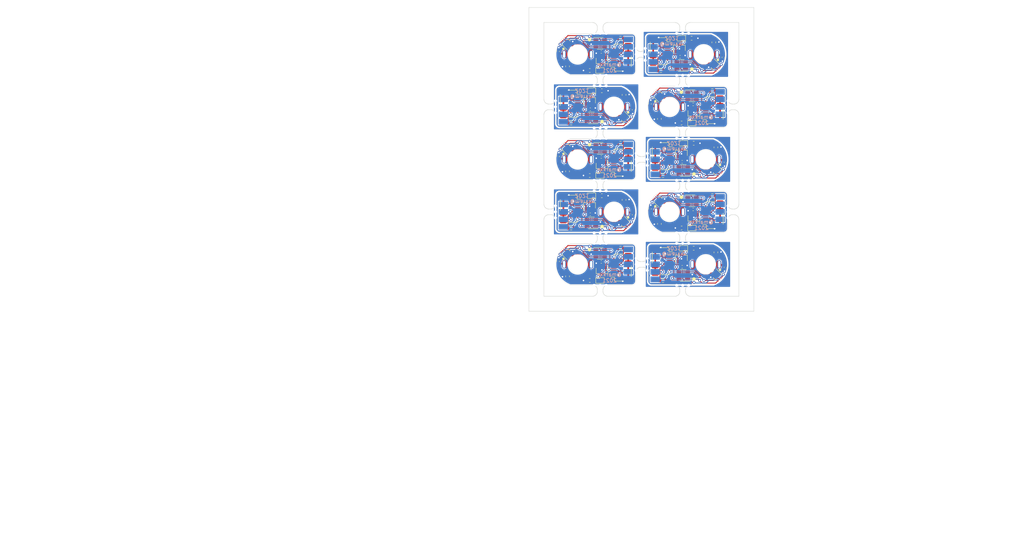
<source format=kicad_pcb>
(kicad_pcb (version 20201220) (generator pcbnew)
  (layers (0 "F.Cu" signal) (31 "B.Cu" signal) (34 "B.Paste" user) (35 "F.Paste" user) (36 "B.SilkS" user "B.Silkscreen") (37 "F.SilkS" user "F.Silkscreen") (38 "B.Mask" user) (39 "F.Mask" user) (44 "Edge.Cuts" user))
  (net 0 "")
  (net 1 "GND")
  (net 2 "VBAT")
  (net 3 "/VLOGIC")
  (net 4 "PWMIN")
  (net 5 "/MOTORF")
  (net 6 "/MOTORR")
  (net 7 "BLINKY")
  (net 8 "Net-(D1-Pad1)")
  (net 9 "/MOTOROUT1")
  (net 10 "/MOTOROUT2")
  (net 11 "/PWMR")
  (footprint "Capacitor_SMD:C_0603_1608Metric" (layer "F.Cu") (at 202.31092 62.3 90)
    (fp_text reference "C1" hide)
    (fp_text value "10uF" hide)
  )
  (footprint "motorback:motorpad" (layer "F.Cu") (at 194.1 107.5)
    (fp_text reference "J3" hide)
    (fp_text value "Conn_01x01_Male" hide)
  )
  (footprint "motorback:motorpad" (layer "F.Cu") (at 186.9 107.5)
    (fp_text reference "J2" hide)
    (fp_text value "Conn_01x01_Male" hide)
  )
  (footprint "motorback:motorpad" (layer "F.Cu") (at 172.066526 79.5 180)
    (fp_text reference "J3" hide)
    (fp_text value "Conn_01x01_Male" hide)
  )
  (footprint "Package_TO_SOT_SMD:SOT-23" (layer "F.Cu") (at 169.166526 77.8 90)
    (fp_text reference "U3" hide)
    (fp_text value "AIC1734-33GUTR" hide)
  )
  (footprint "Resistor_SMD:R_0603_1608Metric" (layer "F.Cu") (at 169.225 125.8)
    (fp_text reference "R1" hide)
    (fp_text value "680R" hide)
  )
  (footprint "Capacitor_SMD:C_0402_1005Metric" (layer "F.Cu") (at 160.75 92.65 80)
    (fp_text reference "C2" hide)
    (fp_text value "1uF" hide)
  )
  (footprint "Package_TO_SOT_SMD:SOT-23-6" (layer "F.Cu") (at 169.666526 82.45 180)
    (fp_text reference "U2" hide)
    (fp_text value "ATtiny4-TS" hide)
  )
  (footprint "Capacitor_SMD:C_0402_1005Metric" (layer "F.Cu") (at 172.3 92.85 180)
    (fp_text reference "C3" hide)
    (fp_text value "1uF" hide)
  )
  (footprint "Capacitor_SMD:C_0402_1005Metric" (layer "F.Cu") (at 172.3 120.85 180)
    (fp_text reference "C3" hide)
    (fp_text value "1uF" hide)
  )
  (footprint "Package_TO_SOT_SMD:SOT-23" (layer "F.Cu") (at 172.5 67.2 -90)
    (fp_text reference "U3" hide)
    (fp_text value "AIC1734-33GUTR" hide)
  )
  (footprint "Capacitor_SMD:C_0402_1005Metric" (layer "F.Cu") (at 160.75 64.65 80)
    (fp_text reference "C2" hide)
    (fp_text value "1uF" hide)
  )
  (footprint "motorback:drv8837_custom" (layer "F.Cu") (at 202.71092 68.6 -45)
    (fp_text reference "U1" hide)
    (fp_text value "DRV8837DSGR" hide)
  )
  (footprint "motorback:JST_SH_3or5" (layer "F.Cu") (at 177.6 94.35 90)
    (fp_text reference "J1" hide)
    (fp_text value "Servo wire input" hide)
  )
  (footprint "motorback:JST_SH_3or5" (layer "F.Cu") (at 164.066526 106.65 -90)
    (fp_text reference "J1" hide)
    (fp_text value "Servo wire input" hide)
  )
  (footprint "motorback:motorpad" (layer "F.Cu") (at 172.066526 107.5 180)
    (fp_text reference "J3" hide)
    (fp_text value "Conn_01x01_Male" hide)
  )
  (footprint "Resistor_SMD:R_0603_1608Metric" (layer "F.Cu") (at 201.9 103.2 180)
    (fp_text reference "R2" hide)
    (fp_text value "680R" hide)
  )
  (footprint "Resistor_SMD:R_0603_1608Metric" (layer "F.Cu") (at 193.725 83.8)
    (fp_text reference "R1" hide)
    (fp_text value "680R" hide)
  )
  (footprint "Capacitor_SMD:C_0402_1005Metric" (layer "F.Cu") (at 185.25 106.65 80)
    (fp_text reference "C2" hide)
    (fp_text value "1uF" hide)
  )
  (footprint "Capacitor_SMD:C_0603_1608Metric" (layer "F.Cu") (at 202.866526 90.3 90)
    (fp_text reference "C1" hide)
    (fp_text value "10uF" hide)
  )
  (footprint "Capacitor_SMD:C_0402_1005Metric" (layer "F.Cu") (at 204.86092 66.35 -100)
    (fp_text reference "C2" hide)
    (fp_text value "1uF" hide)
  )
  (footprint "Capacitor_SMD:C_0402_1005Metric" (layer "F.Cu") (at 205.416526 94.35 -100)
    (fp_text reference "C2" hide)
    (fp_text value "1uF" hide)
  )
  (footprint "Package_TO_SOT_SMD:SOT-23-6" (layer "F.Cu") (at 172 118.55)
    (fp_text reference "U2" hide)
    (fp_text value "ATtiny4-TS" hide)
  )
  (footprint "motorback:motorpad" (layer "F.Cu") (at 203.766526 93.5 180)
    (fp_text reference "J2" hide)
    (fp_text value "Conn_01x01_Male" hide)
  )
  (footprint "motorback:motorpad" (layer "F.Cu") (at 179.266526 79.5 180)
    (fp_text reference "J2" hide)
    (fp_text value "Conn_01x01_Male" hide)
  )
  (footprint "Package_TO_SOT_SMD:SOT-23-6" (layer "F.Cu") (at 196.5 76.55)
    (fp_text reference "U2" hide)
    (fp_text value "ATtiny4-TS" hide)
  )
  (footprint "Package_TO_SOT_SMD:SOT-23-6" (layer "F.Cu") (at 196.5 104.55)
    (fp_text reference "U2" hide)
    (fp_text value "ATtiny4-TS" hide)
  )
  (footprint "Package_TO_SOT_SMD:SOT-23" (layer "F.Cu") (at 172.5 95.2 -90)
    (fp_text reference "U3" hide)
    (fp_text value "AIC1734-33GUTR" hide)
  )
  (footprint "Resistor_SMD:R_0603_1608Metric" (layer "F.Cu") (at 169.225 97.8)
    (fp_text reference "R1" hide)
    (fp_text value "680R" hide)
  )
  (footprint "Capacitor_SMD:C_0402_1005Metric" (layer "F.Cu") (at 193.31092 66.15)
    (fp_text reference "C3" hide)
    (fp_text value "1uF" hide)
  )
  (footprint "motorback:motorpad" (layer "F.Cu") (at 169.6 93.5)
    (fp_text reference "J3" hide)
    (fp_text value "Conn_01x01_Male" hide)
  )
  (footprint "motorback:motorpad" (layer "F.Cu") (at 196.01092 65.5 180)
    (fp_text reference "J3" hide)
    (fp_text value "Conn_01x01_Male" hide)
  )
  (footprint "motorback:drv8837_custom" (layer "F.Cu") (at 187.4 104.4 135)
    (fp_text reference "U1" hide)
    (fp_text value "DRV8837DSGR" hide)
  )
  (footprint "Package_TO_SOT_SMD:SOT-23-6" (layer "F.Cu") (at 172 90.55)
    (fp_text reference "U2" hide)
    (fp_text value "ATtiny4-TS" hide)
  )
  (footprint "motorback:JST_SH_3or5" (layer "F.Cu") (at 177.6 122.35 90)
    (fp_text reference "J1" hide)
    (fp_text value "Servo wire input" hide)
  )
  (footprint "Capacitor_SMD:C_0603_1608Metric" (layer "F.Cu") (at 178.366526 76.3 90)
    (fp_text reference "C1" hide)
    (fp_text value "10uF" hide)
  )
  (footprint "LED_SMD:LED_0603_1608Metric" (layer "F.Cu") (at 172.325 69.8)
    (fp_text reference "D1" hide)
    (fp_text value "LED" hide)
  )
  (footprint "Capacitor_SMD:C_0603_1608Metric" (layer "F.Cu") (at 178.366526 104.3 90)
    (fp_text reference "C1" hide)
    (fp_text value "10uF" hide)
  )
  (footprint "Package_TO_SOT_SMD:SOT-23-6" (layer "F.Cu") (at 172 62.55)
    (fp_text reference "U2" hide)
    (fp_text value "ATtiny4-TS" hide)
  )
  (footprint "Package_TO_SOT_SMD:SOT-23" (layer "F.Cu") (at 197 109.2 -90)
    (fp_text reference "U3" hide)
    (fp_text value "AIC1734-33GUTR" hide)
  )
  (footprint "Package_TO_SOT_SMD:SOT-23" (layer "F.Cu") (at 193.11092 63.8 90)
    (fp_text reference "U3" hide)
    (fp_text value "AIC1734-33GUTR" hide)
  )
  (footprint "LED_SMD:LED_0603_1608Metric" (layer "F.Cu") (at 196.825 83.8)
    (fp_text reference "D1" hide)
    (fp_text value "LED" hide)
  )
  (footprint "motorback:JST_SH_3or5" (layer "F.Cu") (at 177.6 66.35 90)
    (fp_text reference "J1" hide)
    (fp_text value "Servo wire input" hide)
  )
  (footprint "Resistor_SMD:R_0603_1608Metric" (layer "F.Cu") (at 164.266526 83.8)
    (fp_text reference "R2" hide)
    (fp_text value "680R" hide)
  )
  (footprint "motorback:drv8837_custom" (layer "F.Cu") (at 162.9 90.4 135)
    (fp_text reference "U1" hide)
    (fp_text value "DRV8837DSGR" hide)
  )
  (footprint "Capacitor_SMD:C_0402_1005Metric" (layer "F.Cu") (at 169.366526 80.15)
    (fp_text reference "C3" hide)
    (fp_text value "1uF" hide)
  )
  (footprint "motorback:motorpad" (layer "F.Cu") (at 179.266526 107.5 180)
    (fp_text reference "J2" hide)
    (fp_text value "Conn_01x01_Male" hide)
  )
  (footprint "Capacitor_SMD:C_0402_1005Metric" (layer "F.Cu") (at 160.75 120.65 80)
    (fp_text reference "C2" hide)
    (fp_text value "1uF" hide)
  )
  (footprint "LED_SMD:LED_0603_1608Metric" (layer "F.Cu") (at 193.841526 117.2 180)
    (fp_text reference "D1" hide)
    (fp_text value "LED" hide)
  )
  (footprint "motorback:motorpad" (layer "F.Cu") (at 162.4 93.5)
    (fp_text reference "J2" hide)
    (fp_text value "Conn_01x01_Male" hide)
  )
  (footprint "Capacitor_SMD:C_0402_1005Metric" (layer "F.Cu") (at 205.416526 122.35 -100)
    (fp_text reference "C2" hide)
    (fp_text value "1uF" hide)
  )
  (footprint "motorback:motorpad" (layer "F.Cu") (at 186.9 79.5)
    (fp_text reference "J2" hide)
    (fp_text value "Conn_01x01_Male" hide)
  )
  (footprint "motorback:motorpad" (layer "F.Cu") (at 203.766526 121.5 180)
    (fp_text reference "J2" hide)
    (fp_text value "Conn_01x01_Male" hide)
  )
  (footprint "Resistor_SMD:R_0603_1608Metric" (layer "F.Cu") (at 201.9 75.2 180)
    (fp_text reference "R2" hide)
    (fp_text value "680R" hide)
  )
  (footprint "LED_SMD:LED_0603_1608Metric" (layer "F.Cu") (at 193.28592 61.2 180)
    (fp_text reference "D1" hide)
    (fp_text value "LED" hide)
  )
  (footprint "motorback:drv8837_custom" (layer "F.Cu") (at 162.9 62.4 135)
    (fp_text reference "U1" hide)
    (fp_text value "DRV8837DSGR" hide)
  )
  (footprint "Package_TO_SOT_SMD:SOT-23" (layer "F.Cu") (at 193.666526 91.8 90)
    (fp_text reference "U3" hide)
    (fp_text value "AIC1734-33GUTR" hide)
  )
  (footprint "Capacitor_SMD:C_0402_1005Metric" (layer "F.Cu") (at 193.866526 94.15)
    (fp_text reference "C3" hide)
    (fp_text value "1uF" hide)
  )
  (footprint "motorback:JST_SH_3or5" (layer "F.Cu") (at 202.1 80.35 90)
    (fp_text reference "J1" hide)
    (fp_text value "Servo wire input" hide)
  )
  (footprint "Package_TO_SOT_SMD:SOT-23-6" (layer "F.Cu") (at 194.166526 96.45 180)
    (fp_text reference "U2" hide)
    (fp_text value "ATtiny4-TS" hide)
  )
  (footprint "Resistor_SMD:R_0603_1608Metric" (layer "F.Cu") (at 188.766526 125.8)
    (fp_text reference "R2" hide)
    (fp_text value "680R" hide)
  )
  (footprint "Package_TO_SOT_SMD:SOT-23" (layer "F.Cu") (at 197 81.2 -90)
    (fp_text reference "U3" hide)
    (fp_text value "AIC1734-33GUTR" hide)
  )
  (footprint "LED_SMD:LED_0603_1608Metric" (layer "F.Cu") (at 169.341526 103.2 180)
    (fp_text reference "D1" hide)
    (fp_text value "LED" hide)
  )
  (footprint "motorback:motorpad" (layer "F.Cu") (at 169.6 121.5)
    (fp_text reference "J3" hide)
    (fp_text value "Conn_01x01_Male" hide)
  )
  (footprint "motorback:JST_SH_3or5" (layer "F.Cu") (at 202.1 108.35 90)
    (fp_text reference "J1" hide)
    (fp_text value "Servo wire input" hide)
  )
  (footprint "Capacitor_SMD:C_0402_1005Metric" (layer "F.Cu") (at 193.866526 122.15)
    (fp_text reference "C3" hide)
    (fp_text value "1uF" hide)
  )
  (footprint "Resistor_SMD:R_0603_1608Metric" (layer "F.Cu") (at 196.941526 117.2 180)
    (fp_text reference "R1" hide)
    (fp_text value "680R" hide)
  )
  (footprint "Resistor_SMD:R_0603_1608Metric" (layer "F.Cu") (at 169.225 69.8)
    (fp_text reference "R1" hide)
    (fp_text value "680R" hide)
  )
  (footprint "motorback:motorpad" (layer "F.Cu") (at 203.21092 65.5 180)
    (fp_text reference "J2" hide)
    (fp_text value "Conn_01x01_Male" hide)
  )
  (footprint "motorback:drv8837_custom" (layer "F.Cu") (at 162.9 118.4 135)
    (fp_text reference "U1" hide)
    (fp_text value "DRV8837DSGR" hide)
  )
  (footprint "Resistor_SMD:R_0603_1608Metric" (layer "F.Cu") (at 196.38592 61.2 180)
    (fp_text reference "R1" hide)
    (fp_text value "680R" hide)
  )
  (footprint "Capacitor_SMD:C_0402_1005Metric" (layer "F.Cu") (at 180.916526 80.35 -100)
    (fp_text reference "C2" hide)
    (fp_text value "1uF" hide)
  )
  (footprint "Resistor_SMD:R_0603_1608Metric" (layer "F.Cu") (at 188.766526 97.8)
    (fp_text reference "R2" hide)
    (fp_text value "680R" hide)
  )
  (footprint "Package_TO_SOT_SMD:SOT-23" (layer "F.Cu") (at 193.666526 119.8 90)
    (fp_text reference "U3" hide)
    (fp_text value "AIC1734-33GUTR" hide)
  )
  (footprint "motorback:JST_SH_3or5" (layer "F.Cu") (at 188.566526 92.65 -90)
    (fp_text reference "J1" hide)
    (fp_text value "Servo wire input" hide)
  )
  (footprint "motorback:drv8837_custom" (layer "F.Cu") (at 187.4 76.4 135)
    (fp_text reference "U1" hide)
    (fp_text value "DRV8837DSGR" hide)
  )
  (footprint "Capacitor_SMD:C_0402_1005Metric" (layer "F.Cu") (at 196.8 78.85 180)
    (fp_text reference "C3" hide)
    (fp_text value "1uF" hide)
  )
  (footprint "Capacitor_SMD:C_0603_1608Metric" (layer "F.Cu") (at 187.8 110.7 -90)
    (fp_text reference "C1" hide)
    (fp_text value "10uF" hide)
  )
  (footprint "motorback:motorpad" (layer "F.Cu") (at 196.566526 93.5 180)
    (fp_text reference "J3" hide)
    (fp_text value "Conn_01x01_Male" hide)
  )
  (footprint "motorback:drv8837_custom" (layer "F.Cu") (at 178.766526 82.6 -45)
    (fp_text reference "U1" hide)
    (fp_text value "DRV8837DSGR" hide)
  )
  (footprint "Capacitor_SMD:C_0603_1608Metric" (layer "F.Cu") (at 163.3 124.7 -90)
    (fp_text reference "C1" hide)
    (fp_text value "10uF" hide)
  )
  (footprint "Package_TO_SOT_SMD:SOT-23" (layer "F.Cu") (at 172.5 123.2 -90)
    (fp_text reference "U3" hide)
    (fp_text value "AIC1734-33GUTR" hide)
  )
  (footprint "motorback:motorpad" (layer "F.Cu") (at 196.566526 121.5 180)
    (fp_text reference "J3" hide)
    (fp_text value "Conn_01x01_Male" hide)
  )
  (footprint "Package_TO_SOT_SMD:SOT-23-6" (layer "F.Cu") (at 169.666526 110.45 180)
    (fp_text reference "U2" hide)
    (fp_text value "ATtiny4-TS" hide)
  )
  (footprint "LED_SMD:LED_0603_1608Metric" (layer "F.Cu") (at 193.841526 89.2 180)
    (fp_text reference "D1" hide)
    (fp_text value "LED" hide)
  )
  (footprint "motorback:motorpad" (layer "F.Cu") (at 162.4 65.5)
    (fp_text reference "J2" hide)
    (fp_text value "Conn_01x01_Male" hide)
  )
  (footprint "Capacitor_SMD:C_0603_1608Metric" (layer "F.Cu") (at 187.8 82.7 -90)
    (fp_text reference "C1" hide)
    (fp_text value "10uF" hide)
  )
  (footprint "Capacitor_SMD:C_0402_1005Metric" (layer "F.Cu") (at 169.366526 108.15)
    (fp_text reference "C3" hide)
    (fp_text value "1uF" hide)
  )
  (footprint "motorback:JST_SH_3or5" (layer "F.Cu") (at 188.01092 64.65 -90)
    (fp_text reference "J1" hide)
    (fp_text value "Servo wire input" hide)
  )
  (footprint "Package_TO_SOT_SMD:SOT-23-6" (layer "F.Cu") (at 193.61092 68.45 180)
    (fp_text reference "U2" hide)
    (fp_text value "ATtiny4-TS" hide)
  )
  (footprint "Capacitor_SMD:C_0603_1608Metric" (layer "F.Cu") (at 163.3 68.7 -90)
    (fp_text reference "C1" hide)
    (fp_text value "10uF" hide)
  )
  (footprint "Resistor_SMD:R_0603_1608Metric" (layer "F.Cu") (at 177.4 117.2 180)
    (fp_text reference "R2" hide)
    (fp_text value "680R" hide)
  )
  (footprint "Capacitor_SMD:C_0603_1608Metric" (layer "F.Cu") (at 202.866526 118.3 90)
    (fp_text reference "C1" hide)
    (fp_text value "10uF" hide)
  )
  (footprint "Resistor_SMD:R_0603_1608Metric" (layer "F.Cu") (at 177.4 89.2 180)
    (fp_text reference "R2" hide)
    (fp_text value "680R" hide)
  )
  (footprint "Resistor_SMD:R_0603_1608Metric" (layer "F.Cu") (at 172.441526 103.2 180)
    (fp_text reference "R1" hide)
    (fp_text value "680R" hide)
  )
  (footprint "motorback:motorpad" (layer "F.Cu") (at 162.4 121.5)
    (fp_text reference "J2" hide)
    (fp_text value "Conn_01x01_Male" hide)
  )
  (footprint "Package_TO_SOT_SMD:SOT-23" (layer "F.Cu") (at 169.166526 105.8 90)
    (fp_text reference "U3" hide)
    (fp_text value "AIC1734-33GUTR" hide)
  )
  (footprint "LED_SMD:LED_0603_1608Metric" (layer "F.Cu") (at 172.325 97.8)
    (fp_text reference "D1" hide)
    (fp_text value "LED" hide)
  )
  (footprint "LED_SMD:LED_0603_1608Metric" (layer "F.Cu") (at 172.325 125.8)
    (fp_text reference "D1" hide)
    (fp_text value "LED" hide)
  )
  (footprint "Package_TO_SOT_SMD:SOT-23-6" (layer "F.Cu") (at 194.166526 124.45 180)
    (fp_text reference "U2" hide)
    (fp_text value "ATtiny4-TS" hide)
  )
  (footprint "motorback:drv8837_custom" (layer "F.Cu") (at 178.766526 110.6 -45)
    (fp_text reference "U1" hide)
    (fp_text value "DRV8837DSGR" hide)
  )
  (footprint "Resistor_SMD:R_0603_1608Metric" (layer "F.Cu") (at 177.4 61.2 180)
    (fp_text reference "R2" hide)
    (fp_text value "680R" hide)
  )
  (footprint "Capacitor_SMD:C_0402_1005Metric" (layer "F.Cu") (at 180.916526 108.35 -100)
    (fp_text reference "C2" hide)
    (fp_text value "1uF" hide)
  )
  (footprint "Capacitor_SMD:C_0402_1005Metric" (layer "F.Cu") (at 185.25 78.65 80)
    (fp_text reference "C2" hide)
    (fp_text value "1uF" hide)
  )
  (footprint "motorback:JST_SH_3or5" (layer "F.Cu") (at 164.066526 78.65 -90)
    (fp_text reference "J1" hide)
    (fp_text value "Servo wire input" hide)
  )
  (footprint "Resistor_SMD:R_0603_1608Metric" (layer "F.Cu") (at 172.441526 75.2 180)
    (fp_text reference "R1" hide)
    (fp_text value "680R" hide)
  )
  (footprint "Resistor_SMD:R_0603_1608Metric" (layer "F.Cu") (at 188.21092 69.8)
    (fp_text reference "R2" hide)
    (fp_text value "680R" hide)
  )
  (footprint "Capacitor_SMD:C_0402_1005Metric" (layer "F.Cu") (at 172.3 64.85 180)
    (fp_text reference "C3" hide)
    (fp_text value "1uF" hide)
  )
  (footprint "Resistor_SMD:R_0603_1608Metric" (layer "F.Cu") (at 164.266526 111.8)
    (fp_text reference "R2" hide)
    (fp_text value "680R" hide)
  )
  (footprint "motorback:drv8837_custom" (layer "F.Cu") (at 203.266526 124.6 -45)
    (fp_text reference "U1" hide)
    (fp_text value "DRV8837DSGR" hide)
  )
  (footprint "Capacitor_SMD:C_0603_1608Metric" (layer "F.Cu") (at 163.3 96.7 -90)
    (fp_text reference "C1" hide)
    (fp_text value "10uF" hide)
  )
  (footprint "motorback:motorpad" (layer "F.Cu") (at 194.1 79.5)
    (fp_text reference "J3" hide)
    (fp_text value "Conn_01x01_Male" hide)
  )
  (footprint "LED_SMD:LED_0603_1608Metric" (layer "F.Cu") (at 169.341526 75.2 180)
    (fp_text reference "D1" hide)
    (fp_text value "LED" hide)
  )
  (footprint "motorback:motorpad" (layer "F.Cu") (at 169.6 65.5)
    (fp_text reference "J3" hide)
    (fp_text value "Conn_01x01_Male" hide)
  )
  (footprint "Resistor_SMD:R_0603_1608Metric" (layer "F.Cu") (at 196.941526 89.2 180)
    (fp_text reference "R1" hide)
    (fp_text value "680R" hide)
  )
  (footprint "motorback:JST_SH_3or5" (layer "F.Cu") (at 188.566526 120.65 -90)
    (fp_text reference "J1" hide)
    (fp_text value "Servo wire input" hide)
  )
  (footprint "LED_SMD:LED_0603_1608Metric" (layer "F.Cu") (at 196.825 111.8)
    (fp_text reference "D1" hide)
    (fp_text value "LED" hide)
  )
  (footprint "Resistor_SMD:R_0603_1608Metric" (layer "F.Cu") (at 193.725 111.8)
    (fp_text reference "R1" hide)
    (fp_text value "680R" hide)
  )
  (footprint "motorback:drv8837_custom" (layer "F.Cu") (at 203.266526 96.6 -45)
    (fp_text reference "U1" hide)
    (fp_text value "DRV8837DSGR" hide)
  )
  (footprint "Capacitor_SMD:C_0402_1005Metric" (layer "F.Cu") (at 196.8 106.85 180)
    (fp_text reference "C3" hide)
    (fp_text value "1uF" hide)
  )
  (footprint "motorback:pogopins_5" (layer "B.Cu") (at 162.166526 79.5 -90)
    (fp_text reference "J4" hide)
    (fp_text value "prog_pins" hide)
  )
  (footprint "motorback:pogopins_5" (layer "B.Cu") (at 204 107.5 90)
    (fp_text reference "J4" hide)
    (fp_text value "prog_pins" hide)
  )
  (footprint "motorback:pogopins_5" (layer "B.Cu") (at 186.666526 93.5 -90)
    (fp_text reference "J4" hide)
    (fp_text value "prog_pins" hide)
  )
  (footprint "motorback:pogopins_5" (layer "B.Cu") (at 162.166526 107.5 -90)
    (fp_text reference "J4" hide)
    (fp_text value "prog_pins" hide)
  )
  (footprint "motorback:pogopins_5" (layer "B.Cu") (at 179.5 121.5 90)
    (fp_text reference "J4" hide)
    (fp_text value "prog_pins" hide)
  )
  (footprint "motorback:pogopins_5" (layer "B.Cu") (at 186.666526 121.5 -90)
    (fp_text reference "J4" hide)
    (fp_text value "prog_pins" hide)
  )
  (footprint "motorback:pogopins_5" (layer "B.Cu") (at 204 79.5 90)
    (fp_text reference "J4" hide)
    (fp_text value "prog_pins" hide)
  )
  (footprint "motorback:pogopins_5" (layer "B.Cu") (at 179.5 93.5 90)
    (fp_text reference "J4" hide)
    (fp_text value "prog_pins" hide)
  )
  (footprint "motorback:pogopins_5" (layer "B.Cu") (at 186.11092 65.5 -90)
    (fp_text reference "J4" hide)
    (fp_text value "prog_pins" hide)
  )
  (footprint "motorback:pogopins_5" (layer "B.Cu") (at 179.5 65.5 90)
    (fp_text reference "J4" hide)
    (fp_text value "prog_pins" hide)
  )
  (gr_circle (center 197.016526 125.4) (end 196.616526 125.4) (layer "F.SilkS") (width 0.12) (fill solid))
  (gr_circle (center 179.466526 109) (end 179.216526 109) (layer "F.SilkS") (width 0.12) (fill solid))
  (gr_circle (center 172.516526 111.4) (end 172.116526 111.4) (layer "F.SilkS") (width 0.12) (fill solid))
  (gr_circle (center 203.41092 67) (end 203.16092 67) (layer "F.SilkS") (width 0.12) (fill solid))
  (gr_circle (center 197.016526 97.4) (end 196.616526 97.4) (layer "F.SilkS") (width 0.12) (fill solid))
  (gr_circle (center 203.966526 123) (end 203.716526 123) (layer "F.SilkS") (width 0.12) (fill solid))
  (gr_circle (center 162.2 120) (end 162.45 120) (layer "F.SilkS") (width 0.12) (fill solid))
  (gr_circle (center 169.15 117.6) (end 169.55 117.6) (layer "F.SilkS") (width 0.12) (fill solid))
  (gr_circle (center 186.7 78) (end 186.95 78) (layer "F.SilkS") (width 0.12) (fill solid))
  (gr_circle (center 162.2 92) (end 162.45 92) (layer "F.SilkS") (width 0.12) (fill solid))
  (gr_circle (center 193.65 103.6) (end 194.05 103.6) (layer "F.SilkS") (width 0.12) (fill solid))
  (gr_circle (center 193.65 75.6) (end 194.05 75.6) (layer "F.SilkS") (width 0.12) (fill solid))
  (gr_circle (center 179.466526 81) (end 179.216526 81) (layer "F.SilkS") (width 0.12) (fill solid))
  (gr_circle (center 196.46092 69.4) (end 196.06092 69.4) (layer "F.SilkS") (width 0.12) (fill solid))
  (gr_circle (center 169.15 61.6) (end 169.55 61.6) (layer "F.SilkS") (width 0.12) (fill solid))
  (gr_circle (center 172.516526 83.4) (end 172.116526 83.4) (layer "F.SilkS") (width 0.12) (fill solid))
  (gr_circle (center 186.7 106) (end 186.95 106) (layer "F.SilkS") (width 0.12) (fill solid))
  (gr_circle (center 203.966526 95) (end 203.716526 95) (layer "F.SilkS") (width 0.12) (fill solid))
  (gr_circle (center 162.2 64) (end 162.45 64) (layer "F.SilkS") (width 0.12) (fill solid))
  (gr_circle (center 169.15 89.6) (end 169.55 89.6) (layer "F.SilkS") (width 0.12) (fill solid))
  (gr_circle (center 175.666526 107.5) (end 173.116526 107.5) (layer "Edge.Cuts") (width 0.05) (fill none))
  (gr_line (start 213 134) (end 213 53) (layer Edge.Cuts) (width 0.1))
  (gr_arc (start 161.166526 75) (end 161.166526 74) (angle -90) (layer "Edge.Cuts") (width 0.05))
  (gr_circle (center 199.61092 65.5) (end 197.06092 65.5) (layer "Edge.Cuts") (width 0.05) (fill none))
  (gr_arc (start 205 112) (end 205 113) (angle -90) (layer "Edge.Cuts") (width 0.05))
  (gr_arc (start 161.166526 103) (end 161.166526 102) (angle -90) (layer "Edge.Cuts") (width 0.05))
  (gr_circle (center 200.166526 121.5) (end 197.616526 121.5) (layer "Edge.Cuts") (width 0.05) (fill none))
  (gr_arc (start 200.193824 93.5) (end 202.166526 99) (angle -140.5369116) (layer "Edge.Cuts") (width 0.05))
  (gr_arc (start 165.972702 93.5) (end 164 88) (angle -140.5369116) (layer "Edge.Cuts") (width 0.05))
  (gr_arc (start 180.5 126) (end 180.5 127) (angle -90) (layer "Edge.Cuts") (width 0.05))
  (gr_circle (center 190.5 79.5) (end 193.05 79.5) (layer "Edge.Cuts") (width 0.05) (fill none))
  (gr_line (start 153 53) (end 153 134) (layer Edge.Cuts) (width 0.1))
  (gr_arc (start 205 103) (end 206 103) (angle -90) (layer "Edge.Cuts") (width 0.05))
  (gr_arc (start 199.638218 65.5) (end 201.61092 71) (angle -140.5369116) (layer "Edge.Cuts") (width 0.05))
  (gr_arc (start 175.693824 107.5) (end 177.666526 113) (angle -140.5369116) (layer "Edge.Cuts") (width 0.05))
  (gr_arc (start 190.472702 79.5) (end 188.5 74) (angle -140.5369116) (layer "Edge.Cuts") (width 0.05))
  (gr_circle (center 166 93.5) (end 168.55 93.5) (layer "Edge.Cuts") (width 0.05) (fill none))
  (gr_arc (start 165.972702 121.5) (end 164 116) (angle -140.5369116) (layer "Edge.Cuts") (width 0.05))
  (gr_arc (start 185.666526 89) (end 185.666526 88) (angle -90) (layer "Edge.Cuts") (width 0.05))
  (gr_arc (start 180.5 117) (end 181.5 117) (angle -90) (layer "Edge.Cuts") (width 0.05))
  (gr_arc (start 185.666526 126) (end 184.666526 126) (angle -90) (layer "Edge.Cuts") (width 0.05))
  (gr_arc (start 180.5 89) (end 181.5 89) (angle -90) (layer "Edge.Cuts") (width 0.05))
  (gr_circle (center 166 65.5) (end 168.55 65.5) (layer "Edge.Cuts") (width 0.05) (fill none))
  (gr_arc (start 200.193824 121.5) (end 202.166526 127) (angle -140.5369116) (layer "Edge.Cuts") (width 0.05))
  (gr_arc (start 161.166526 112) (end 160.166526 112) (angle -90) (layer "Edge.Cuts") (width 0.05))
  (gr_arc (start 190.472702 107.5) (end 188.5 102) (angle -140.5369116) (layer "Edge.Cuts") (width 0.05))
  (gr_arc (start 205 75) (end 206 75) (angle -90) (layer "Edge.Cuts") (width 0.05))
  (gr_arc (start 185.11092 70) (end 184.11092 70) (angle -90) (layer "Edge.Cuts") (width 0.05))
  (gr_circle (center 190.5 107.5) (end 193.05 107.5) (layer "Edge.Cuts") (width 0.05) (fill none))
  (gr_arc (start 175.693824 79.5) (end 177.666526 85) (angle -140.5369116) (layer "Edge.Cuts") (width 0.05))
  (gr_arc (start 185.666526 98) (end 184.666526 98) (angle -90) (layer "Edge.Cuts") (width 0.05))
  (gr_line (start 153 134) (end 213 134) (layer Edge.Cuts) (width 0.1))
  (gr_line (start 153 53) (end 213 53) (layer Edge.Cuts) (width 0.1))
  (gr_circle (center 166 121.5) (end 168.55 121.5) (layer "Edge.Cuts") (width 0.05) (fill none))
  (gr_circle (center 200.166526 93.5) (end 197.616526 93.5) (layer "Edge.Cuts") (width 0.05) (fill none))
  (gr_arc (start 205 84) (end 205 85) (angle -90) (layer "Edge.Cuts") (width 0.05))
  (gr_arc (start 161.166526 84) (end 160.166526 84) (angle -90) (layer "Edge.Cuts") (width 0.05))
  (gr_arc (start 185.11092 61) (end 185.11092 60) (angle -90) (layer "Edge.Cuts") (width 0.05))
  (gr_arc (start 185.666526 117) (end 185.666526 116) (angle -90) (layer "Edge.Cuts") (width 0.05))
  (gr_arc (start 180.5 61) (end 181.5 61) (angle -90) (layer "Edge.Cuts") (width 0.05))
  (gr_arc (start 165.972702 65.5) (end 164 60) (angle -140.5369116) (layer "Edge.Cuts") (width 0.05))
  (gr_arc (start 180.5 70) (end 180.5 71) (angle -90) (layer "Edge.Cuts") (width 0.05))
  (gr_circle (center 175.666526 79.5) (end 173.116526 79.5) (layer "Edge.Cuts") (width 0.05) (fill none))
  (gr_arc (start 180.5 98) (end 180.5 99) (angle -90) (layer "Edge.Cuts") (width 0.05))
  (gr_text "@markxr\n2021" (at 174.5 125) (layer "B.SilkS") (effects (font (size 1 1)) (justify mirror)))
  (gr_text "@markxr\n2021" (at 191.666526 90 180) (layer "B.SilkS") (effects (font (size 1 1)) (justify mirror)))
  (gr_text "@markxr\n2021" (at 174.5 69) (layer "B.SilkS") (effects (font (size 1 1)) (justify mirror)))
  (gr_text "@markxr\n2021" (at 191.11092 62 180) (layer "B.SilkS") (effects (font (size 1 1)) (justify mirror)))
  (gr_text "@markxr\n2021" (at 167.166526 104 -180) (layer "B.SilkS") (effects (font (size 1 1)) (justify mirror)))
  (gr_text "@markxr\n2021" (at 199 83) (layer "B.SilkS") (effects (font (size 1 1)) (justify mirror)))
  (gr_text "@markxr\n2021" (at 167.166526 76 -180) (layer "B.SilkS") (effects (font (size 1 1)) (justify mirror)))
  (gr_text "@markxr\n2021" (at 199 111) (layer "B.SilkS") (effects (font (size 1 1)) (justify mirror)))
  (gr_text "@markxr\n2021" (at 191.666526 118 180) (layer "B.SilkS") (effects (font (size 1 1)) (justify mirror)))
  (gr_text "@markxr\n2021" (at 174.5 97) (layer "B.SilkS") (effects (font (size 1 1)) (justify mirror)))
  (segment (start 177.629026 75.5125) (end 177.266526 75.15) (width 0.45) (layer "F.Cu") (net 1))
  (segment (start 163.316526 75.35) (end 163.666526 75) (width 0.45) (layer "F.Cu") (net 1))
  (segment (start 205.166526 94.989357) (end 205.333175 94.822708) (width 0.45) (layer "F.Cu") (net 1))
  (segment (start 203.549369 96.317157) (end 203.10464 96.761886) (width 0.45) (layer "F.Cu") (net 1))
  (segment (start 197.729026 117.2) (end 198.616526 117.2) (width 0.45) (layer "F.Cu") (net 1))
  (segment (start 192.16092 64.8) (end 192.36553 64.8) (width 0.45) (layer "F.Cu") (net 1))
  (segment (start 201.486386 124.92499) (end 201.598033 124.92499) (width 0.45) (layer "F.Cu") (net 1))
  (segment (start 169.846526 108.15) (end 170.35849 108.15) (width 0.45) (layer "F.Cu") (net 1))
  (segment (start 168.4375 69.8) (end 167.55 69.8) (width 0.45) (layer "F.Cu") (net 1))
  (segment (start 188.602082 76.402082) (end 188.602082 76.541421) (width 0.45) (layer "F.Cu") (net 1))
  (segment (start 187.041526 89) (end 188.166526 89) (width 0.45) (layer "F.Cu") (net 1))
  (segment (start 163.3 125.4875) (end 164.0375 125.4875) (width 0.45) (layer "F.Cu") (net 1))
  (segment (start 186.13592 61.35) (end 187.26092 61.35) (width 0.45) (layer "F.Cu") (net 1))
  (segment (start 173.45 122.2) (end 173.24539 122.2) (width 0.45) (layer "F.Cu") (net 1))
  (segment (start 164.0375 125.4875) (end 164.4 125.85) (width 0.45) (layer "F.Cu") (net 1))
  (segment (start 177.629026 103.5125) (end 177.266526 103.15) (width 0.45) (layer "F.Cu") (net 1))
  (segment (start 162.191526 103.35) (end 163.316526 103.35) (width 0.45) (layer "F.Cu") (net 1))
  (segment (start 162.6125 124.8) (end 163.3 125.4875) (width 0.45) (layer "F.Cu") (net 1))
  (segment (start 164.102082 90.402082) (end 164.102082 90.541421) (width 0.45) (layer "F.Cu") (net 1))
  (segment (start 177.098033 82.92499) (end 177.564444 82.458579) (width 0.45) (layer "F.Cu") (net 1))
  (segment (start 194.08592 68.45) (end 193.8359 68.19998) (width 0.2) (layer "F.Cu") (net 1))
  (segment (start 202.129026 89.5125) (end 201.766526 89.15) (width 0.45) (layer "F.Cu") (net 1))
  (segment (start 163.3 69.4875) (end 164.0375 69.4875) (width 0.45) (layer "F.Cu") (net 1))
  (segment (start 171.525 118.55) (end 171.77502 118.80002) (width 0.2) (layer "F.Cu") (net 1))
  (segment (start 201.598033 124.92499) (end 202.064444 124.458579) (width 0.45) (layer "F.Cu") (net 1))
  (segment (start 203.975 83.65) (end 202.85 83.65) (width 0.45) (layer "F.Cu") (net 1))
  (segment (start 168.216526 106.8) (end 168.421136 106.8) (width 0.45) (layer "F.Cu") (net 1))
  (segment (start 187.26092 61.35) (end 187.61092 61) (width 0.45) (layer "F.Cu") (net 1))
  (segment (start 163.938114 90.238114) (end 164.102082 90.402082) (width 0.45) (layer "F.Cu") (net 1))
  (segment (start 198.11092 61.15) (end 198.06092 61.2) (width 0.45) (layer "F.Cu") (net 1))
  (segment (start 163.061886 90.238114) (end 163.938114 90.238114) (width 0.45) (layer "F.Cu") (net 1))
  (segment (start 194.391506 94.19498) (end 194.346526 94.15) (width 0.2) (layer "F.Cu") (net 1))
  (segment (start 178.60464 82.761886) (end 177.728412 82.761886) (width 0.45) (layer "F.Cu") (net 1))
  (segment (start 186.691526 117.35) (end 187.041526 117) (width 0.45) (layer "F.Cu") (net 1))
  (segment (start 188.438114 104.238114) (end 188.602082 104.402082) (width 0.45) (layer "F.Cu") (net 1))
  (segment (start 197.729026 89.2) (end 198.616526 89.2) (width 0.45) (layer "F.Cu") (net 1))
  (segment (start 174.726927 124.35) (end 173.45 123.073073) (width 0.45) (layer "F.Cu") (net 1))
  (segment (start 195.3625 104.55) (end 194.32501 104.55) (width 0.45) (layer "F.Cu") (net 1))
  (segment (start 185.5 78.010643) (end 185.333351 78.177292) (width 0.45) (layer "F.Cu") (net 1))
  (segment (start 188.9 83.85) (end 192 83.85) (width 0.45) (layer "F.Cu") (net 1))
  (segment (start 179.475 125.65) (end 178.35 125.65) (width 0.45) (layer "F.Cu") (net 1))
  (segment (start 179.716526 76.2) (end 179.054026 76.2) (width 0.45) (layer "F.Cu") (net 1))
  (segment (start 196.27502 76.80002) (end 196.27502 78.80502) (width 0.2) (layer "F.Cu") (net 1))
  (segment (start 177.098033 110.92499) (end 177.564444 110.458579) (width 0.45) (layer "F.Cu") (net 1))
  (segment (start 187.8 111.4875) (end 188.5375 111.4875) (width 0.45) (layer "F.Cu") (net 1))
  (segment (start 179.475 69.65) (end 178.35 69.65) (width 0.45) (layer "F.Cu") (net 1))
  (segment (start 173.24539 94.2) (end 172.472695 94.972695) (width 0.45) (layer "F.Cu") (net 1))
  (segment (start 179.475 97.65) (end 178.35 97.65) (width 0.45) (layer "F.Cu") (net 1))
  (segment (start 192.36553 64.8) (end 193.138225 64.027305) (width 0.45) (layer "F.Cu") (net 1))
  (segment (start 194.85849 122.15) (end 195.208481 121.800009) (width 0.45) (layer "F.Cu") (net 1))
  (segment (start 197.95 108.2) (end 197.74539 108.2) (width 0.45) (layer "F.Cu") (net 1))
  (segment (start 196.27502 78.80502) (end 196.32 78.85) (width 0.2) (layer "F.Cu") (net 1))
  (segment (start 202.228412 96.761886) (end 202.064444 96.597918) (width 0.45) (layer "F.Cu") (net 1))
  (segment (start 179.475 125.65) (end 179.125 126) (width 0.45) (layer "F.Cu") (net 1))
  (segment (start 187.041526 117) (end 188.166526 117) (width 0.45) (layer "F.Cu") (net 1))
  (segment (start 203.975 105.05) (end 203.975 111.65) (width 0.45) (layer "F.Cu") (net 1))
  (segment (start 174.726927 96.35) (end 173.45 95.073073) (width 0.45) (layer "F.Cu") (net 1))
  (segment (start 169.82501 118.55) (end 169.6 118.77501) (width 0.45) (layer "F.Cu") (net 1))
  (segment (start 203.625 112) (end 202.5 112) (width 0.45) (layer "F.Cu") (net 1))
  (segment (start 194.346526 122.15) (end 194.85849 122.15) (width 0.45) (layer "F.Cu") (net 1))
  (segment (start 199.226927 110.35) (end 197.95 109.073073) (width 0.45) (layer "F.Cu") (net 1))
  (segment (start 171.841516 82.45) (end 172.066526 82.22499) (width 0.45) (layer "F.Cu") (net 1))
  (segment (start 161 120.010643) (end 160.833351 120.177292) (width 0.45) (layer "F.Cu") (net 1))
  (segment (start 189.068493 76.07501) (end 188.602082 76.541421) (width 0.45) (layer "F.Cu") (net 1))
  (segment (start 194.85849 94.15) (end 195.208481 93.800009) (width 0.45) (layer "F.Cu") (net 1))
  (segment (start 187.8 83.4875) (end 188.5375 83.4875) (width 0.45) (layer "F.Cu") (net 1))
  (segment (start 168.216526 78.8) (end 168.421136 78.8) (width 0.45) (layer "F.Cu") (net 1))
  (segment (start 194.346526 94.15) (end 194.85849 94.15) (width 0.45) (layer "F.Cu") (net 1))
  (segment (start 203.975 83.65) (end 203.625 84) (width 0.45) (layer "F.Cu") (net 1))
  (segment (start 190.566526 118.65) (end 189.316526 118.65) (width 0.45) (layer "F.Cu") (net 1))
  (segment (start 196.341516 124.45) (end 196.566526 124.22499) (width 0.45) (layer "F.Cu") (net 1))
  (segment (start 203.975 111.65) (end 203.625 112) (width 0.45) (layer "F.Cu") (net 1))
  (segment (start 199.226927 82.35) (end 197.95 81.073073) (width 0.45) (layer "F.Cu") (net 1))
  (segment (start 164.0375 97.4875) (end 164.4 97.85) (width 0.45) (layer "F.Cu") (net 1))
  (segment (start 186.691526 117.35) (end 187.816526 117.35) (width 0.45) (layer "F.Cu") (net 1))
  (segment (start 202.85 83.65) (end 202.5 84) (width 0.45) (layer "F.Cu") (net 1))
  (segment (start 171.525 90.55) (end 171.77502 90.80002) (width 0.2) (layer "F.Cu") (net 1))
  (segment (start 173.45 95.073073) (end 173.45 94.2) (width 0.45) (layer "F.Cu") (net 1))
  (segment (start 196.32 106.85) (end 195.808036 106.85) (width 0.45) (layer "F.Cu") (net 1))
  (segment (start 192.921136 120.8) (end 193.693831 120.027305) (width 0.45) (layer "F.Cu") (net 1))
  (segment (start 188.9 111.85) (end 192 111.85) (width 0.45) (layer "F.Cu") (net 1))
  (segment (start 194.641526 124.45) (end 194.391506 124.19998) (width 0.2) (layer "F.Cu") (net 1))
  (segment (start 176.986386 110.92499) (end 177.098033 110.92499) (width 0.45) (layer "F.Cu") (net 1))
  (segment (start 170.8625 62.55) (end 169.82501 62.55) (width 0.45) (layer "F.Cu") (net 1))
  (segment (start 166.066526 104.65) (end 166.939599 104.65) (width 0.45) (layer "F.Cu") (net 1))
  (segment (start 162.541526 75) (end 163.666526 75) (width 0.45) (layer "F.Cu") (net 1))
  (segment (start 204.216526 118.2) (end 203.554026 118.2) (width 0.45) (layer "F.Cu") (net 1))
  (segment (start 202.129026 117.5125) (end 201.766526 117.15) (width 0.45) (layer "F.Cu") (net 1))
  (segment (start 179.475 91.05) (end 179.475 97.65) (width 0.45) (layer "F.Cu") (net 1))
  (segment (start 197.95 80.2) (end 197.74539 80.2) (width 0.45) (layer "F.Cu") (net 1))
  (segment (start 179.475 69.65) (end 179.125 70) (width 0.45) (layer "F.Cu") (net 1))
  (segment (start 195.808036 78.85) (end 195.458045 79.199991) (width 0.45) (layer "F.Cu") (net 1))
  (segment (start 203.975 77.05) (end 203.975 83.65) (width 0.45) (layer "F.Cu") (net 1))
  (segment (start 170.141526 82.45) (end 169.891506 82.19998) (width 0.2) (layer "F.Cu") (net 1))
  (segment (start 178.35 69.65) (end 178 70) (width 0.45) (layer "F.Cu") (net 1))
  (segment (start 196.27502 104.80002) (end 196.27502 106.80502) (width 0.2) (layer "F.Cu") (net 1))
  (segment (start 203.66092 62.2) (end 202.99842 62.2) (width 0.45) (layer "F.Cu") (net 1))
  (segment (start 169.891506 108.19498) (end 169.846526 108.15) (width 0.2) (layer "F.Cu") (net 1))
  (segment (start 204.216526 90.2) (end 203.554026 90.2) (width 0.45) (layer "F.Cu") (net 1))
  (segment (start 168.421136 78.8) (end 169.193831 78.027305) (width 0.45) (layer "F.Cu") (net 1))
  (segment (start 195.78591 68.45) (end 196.01092 68.22499) (width 0.45) (layer "F.Cu") (net 1))
  (segment (start 174.166526 103.15) (end 174.116526 103.2) (width 0.45) (layer "F.Cu") (net 1))
  (segment (start 198.666526 117.15) (end 198.616526 117.2) (width 0.45) (layer "F.Cu") (net 1))
  (segment (start 195.304026 124.45) (end 194.641526 124.45) (width 0.2) (layer "F.Cu") (net 1))
  (segment (start 171.308036 64.85) (end 170.958045 65.199991) (width 0.45) (layer "F.Cu") (net 1))
  (segment (start 189.18014 104.07501) (end 189.068493 104.07501) (width 0.45) (layer "F.Cu") (net 1))
  (segment (start 167.5 125.85) (end 167.55 125.8) (width 0.45) (layer "F.Cu") (net 1))
  (segment (start 186.13592 61.35) (end 186.48592 61) (width 0.45) (layer "F.Cu") (net 1))
  (segment (start 201.598033 96.92499) (end 202.064444 96.458579) (width 0.45) (layer "F.Cu") (net 1))
  (segment (start 173.45 94.2) (end 173.24539 94.2) (width 0.45) (layer "F.Cu") (net 1))
  (segment (start 170.8625 90.55) (end 169.82501 90.55) (width 0.45) (layer "F.Cu") (net 1))
  (segment (start 186.691526 123.95) (end 186.691526 117.35) (width 0.45) (layer "F.Cu") (net 1))
  (segment (start 194.32501 104.55) (end 194.1 104.77501) (width 0.45) (layer "F.Cu") (net 1))
  (segment (start 197.74539 108.2) (end 196.972695 108.972695) (width 0.45) (layer "F.Cu") (net 1))
  (segment (start 204.61092 66.989357) (end 204.777569 66.822708) (width 0.45) (layer "F.Cu") (net 1))
  (segment (start 194.74842 68.45) (end 194.08592 68.45) (width 0.2) (layer "F.Cu") (net 1))
  (segment (start 174.166526 75.15) (end 174.116526 75.2) (width 0.45) (layer "F.Cu") (net 1))
  (segment (start 201.766526 117.15) (end 198.666526 117.15) (width 0.45) (layer "F.Cu") (net 1))
  (segment (start 194.74842 68.45) (end 195.78591 68.45) (width 0.45) (layer "F.Cu") (net 1))
  (segment (start 176.986386 82.92499) (end 177.098033 82.92499) (width 0.45) (layer "F.Cu") (net 1))
  (segment (start 186.13592 67.95) (end 186.13592 61.35) (width 0.45) (layer "F.Cu") (net 1))
  (segment (start 203.10464 96.761886) (end 202.228412 96.761886) (width 0.45) (layer "F.Cu") (net 1))
  (segment (start 196.341516 96.45) (end 196.566526 96.22499) (width 0.45) (layer "F.Cu") (net 1))
  (segment (start 178.35 97.65) (end 178 98) (width 0.45) (layer "F.Cu") (net 1))
  (segment (start 179.054026 76.2) (end 178.366526 75.5125) (width 0.45) (layer "F.Cu") (net 1))
  (segment (start 170.35849 80.15) (end 170.708481 79.800009) (width 0.45) (layer "F.Cu") (net 1))
  (segment (start 190.883993 62.65) (end 192.16092 63.926927) (width 0.45) (layer "F.Cu") (net 1))
  (segment (start 200.1 82.35) (end 199.226927 82.35) (width 0.45) (layer "F.Cu") (net 1))
  (segment (start 178.366526 75.5125) (end 177.629026 75.5125) (width 0.45) (layer "F.Cu") (net 1))
  (segment (start 164.4 69.85) (end 167.5 69.85) (width 0.45) (layer "F.Cu") (net 1))
  (segment (start 197.17342 61.2) (end 198.06092 61.2) (width 0.45) (layer "F.Cu") (net 1))
  (segment (start 170.8625 62.55) (end 171.525 62.55) (width 0.2) (layer "F.Cu") (net 1))
  (segment (start 179.049369 82.317157) (end 178.60464 82.761886) (width 0.45) (layer "F.Cu") (net 1))
  (segment (start 164.102082 118.402082) (end 164.102082 118.541421) (width 0.45) (layer "F.Cu") (net 1))
  (segment (start 168.216526 77.926927) (end 168.216526 78.8) (width 0.45) (layer "F.Cu") (net 1))
  (segment (start 192.716526 119.926927) (end 192.716526 120.8) (width 0.45) (layer "F.Cu") (net 1))
  (segment (start 186.48592 61) (end 187.61092 61) (width 0.45) (layer "F.Cu") (net 1))
  (segment (start 164.68014 118.07501) (end 164.568493 118.07501) (width 0.45) (layer "F.Cu") (net 1))
  (segment (start 175.6 96.35) (end 176.85 96.35) (width 0.45) (layer "F.Cu") (net 1))
  (segment (start 202.993763 68.317157) (end 202.549034 68.761886) (width 0.45) (layer "F.Cu") (net 1))
  (segment (start 162.617157 90.682843) (end 163.061886 90.238114) (width 0.45) (layer "F.Cu") (net 1))
  (segment (start 203.549369 124.317157) (end 203.10464 124.761886) (width 0.45) (layer "F.Cu") (net 1))
  (segment (start 173.229026 75.2) (end 174.116526 75.2) (width 0.45) (layer "F.Cu") (net 1))
  (segment (start 187.561886 76.238114) (end 188.438114 76.238114) (width 0.45) (layer "F.Cu") (net 1))
  (segment (start 163.938114 62.238114) (end 164.102082 62.402082) (width 0.45) (layer "F.Cu") (net 1))
  (segment (start 177.728412 110.761886) (end 177.564444 110.597918) (width 0.45) (layer "F.Cu") (net 1))
  (segment (start 166.066526 104.65) (end 164.816526 104.65) (width 0.45) (layer "F.Cu") (net 1))
  (segment (start 168.421136 106.8) (end 169.193831 106.027305) (width 0.45) (layer "F.Cu") (net 1))
  (segment (start 173.45 66.2) (end 173.24539 66.2) (width 0.45) (layer "F.Cu") (net 1))
  (segment (start 195.808036 106.85) (end 195.458045 107.199991) (width 0.45) (layer "F.Cu") (net 1))
  (segment (start 192.9375 83.8) (end 192.05 83.8) (width 0.45) (layer "F.Cu") (net 1))
  (segment (start 171.82 64.85) (end 171.308036 64.85) (width 0.45) (layer "F.Cu") (net 1))
  (segment (start 164.68014 62.07501) (end 164.568493 62.07501) (width 0.45) (layer "F.Cu") (net 1))
  (segment (start 186.45 82.8) (end 187.1125 82.8) (width 0.45) (layer "F.Cu") (net 1))
  (segment (start 196.025 76.55) (end 196.27502 76.80002) (width 0.2) (layer "F.Cu") (net 1))
  (segment (start 171.308036 120.85) (end 170.958045 121.199991) (width 0.45) (layer "F.Cu") (net 1))
  (segment (start 200.93078 68.92499) (end 201.042427 68.92499) (width 0.45) (layer "F.Cu") (net 1))
  (segment (start 194.302884 66.15) (end 194.652875 65.800009) (width 0.45) (layer "F.Cu") (net 1))
  (segment (start 161 64.010643) (end 160.833351 64.177292) (width 0.45) (layer "F.Cu") (net 1))
  (segment (start 202.228412 124.761886) (end 202.064444 124.597918) (width 0.45) (layer "F.Cu") (net 1))
  (segment (start 171.82 92.85) (end 171.308036 92.85) (width 0.45) (layer "F.Cu") (net 1))
  (segment (start 188.5375 111.4875) (end 188.9 111.85) (width 0.45) (layer "F.Cu") (net 1))
  (segment (start 186.691526 89.35) (end 187.041526 89) (width 0.45) (layer "F.Cu") (net 1))
  (segment (start 195.304026 124.45) (end 196.341516 124.45) (width 0.45) (layer "F.Cu") (net 1))
  (segment (start 161 92.010643) (end 160.833351 92.177292) (width 0.45) (layer "F.Cu") (net 1))
  (segment (start 171.841516 110.45) (end 172.066526 110.22499) (width 0.45) (layer "F.Cu") (net 1))
  (segment (start 187.561886 104.238114) (end 188.438114 104.238114) (width 0.45) (layer "F.Cu") (net 1))
  (segment (start 196.27502 106.80502) (end 196.32 106.85) (width 0.2) (layer "F.Cu") (net 1))
  (segment (start 175.6 124.35) (end 176.85 124.35) (width 0.45) (layer "F.Cu") (net 1))
  (segment (start 187.1125 110.8) (end 187.8 111.4875) (width 0.45) (layer "F.Cu") (net 1))
  (segment (start 163.938114 118.238114) (end 164.102082 118.402082) (width 0.45) (layer "F.Cu") (net 1))
  (segment (start 201.766526 89.15) (end 198.666526 89.15) (width 0.45) (layer "F.Cu") (net 1))
  (segment (start 163.316526 103.35) (end 163.666526 103) (width 0.45) (layer "F.Cu") (net 1))
  (segment (start 202.85 111.65) (end 202.5 112) (width 0.45) (layer "F.Cu") (net 1))
  (segment (start 162.541526 103) (end 163.666526 103) (width 0.45) (layer "F.Cu") (net 1))
  (segment (start 177.266526 103.15) (end 174.166526 103.15) (width 0.45) (layer "F.Cu") (net 1))
  (segment (start 192.16092 63.926927) (end 192.16092 64.8) (width 0.45) (layer "F.Cu") (net 1))
  (segment (start 162.191526 75.35) (end 162.541526 75) (width 0.45) (layer "F.Cu") (net 1))
  (segment (start 203.554026 90.2) (end 202.866526 89.5125) (width 0.45) (layer "F.Cu") (net 1))
  (segment (start 179.125 98) (end 178 98) (width 0.45) (layer "F.Cu") (net 1))
  (segment (start 194.641526 96.45) (end 194.391506 96.19998) (width 0.2) (layer "F.Cu") (net 1))
  (segment (start 166.939599 76.65) (end 168.216526 77.926927) (width 0.45) (layer "F.Cu") (net 1))
  (segment (start 173.229026 103.2) (end 174.116526 103.2) (width 0.45) (layer "F.Cu") (net 1))
  (segment (start 170.804026 82.45) (end 171.841516 82.45) (width 0.45) (layer "F.Cu") (net 1))
  (segment (start 193.79092 66.15) (end 194.302884 66.15) (width 0.45) (layer "F.Cu") (net 1))
  (segment (start 201.508838 68.597918) (end 201.508838 68.458579) (width 0.45) (layer "F.Cu") (net 1))
  (segment (start 169.891506 80.19498) (end 169.846526 80.15) (width 0.2) (layer "F.Cu") (net 1))
  (segment (start 170.8625 118.55) (end 171.525 118.55) (width 0.2) (layer "F.Cu") (net 1))
  (segment (start 169.846526 80.15) (end 170.35849 80.15) (width 0.45) (layer "F.Cu") (net 1))
  (segment (start 178.366526 103.5125) (end 177.629026 103.5125) (width 0.45) (layer "F.Cu") (net 1))
  (segment (start 168.216526 105.926927) (end 168.216526 106.8) (width 0.45) (layer "F.Cu") (net 1))
  (segment (start 169.82501 62.55) (end 169.6 62.77501) (width 0.45) (layer "F.Cu") (net 1))
  (segment (start 167.5 69.85) (end 167.55 69.8) (width 0.45) (layer "F.Cu") (net 1))
  (segment (start 177.728412 82.761886) (end 177.564444 82.597918) (width 0.45) (layer "F.Cu") (net 1))
  (segment (start 175.6 68.35) (end 176.85 68.35) (width 0.45) (layer "F.Cu") (net 1))
  (segment (start 200.1 110.35) (end 199.226927 110.35) (width 0.45) (layer "F.Cu") (net 1))
  (segment (start 171.77502 90.80002) (end 171.77502 92.80502) (width 0.2) (layer "F.Cu") (net 1))
  (segment (start 190.01092 62.65) (end 190.883993 62.65) (width 0.45) (layer "F.Cu") (net 1))
  (segment (start 163.061886 118.238114) (end 163.938114 118.238114) (width 0.45) (layer "F.Cu") (net 1))
  (segment (start 202.549034 68.761886) (end 201.672806 68.761886) (width 0.45) (layer "F.Cu") (net 1))
  (segment (start 186.45 110.8) (end 187.1125 110.8) (width 0.45) (layer "F.Cu") (net 1))
  (segment (start 173.45 123.073073) (end 173.45 122.2) (width 0.45) (layer "F.Cu") (net 1))
  (segment (start 178.60464 110.761886) (end 177.728412 110.761886) (width 0.45) (layer "F.Cu") (net 1))
  (segment (start 170.804026 110.45) (end 170.141526 110.45) (width 0.2) (layer "F.Cu") (net 1))
  (segment (start 171.82 120.85) (end 171.308036 120.85) (width 0.45) (layer "F.Cu") (net 1))
  (segment (start 192.716526 120.8) (end 192.921136 120.8) (width 0.45) (layer "F.Cu") (net 1))
  (segment (start 203.554026 118.2) (end 202.866526 117.5125) (width 0.45) (layer "F.Cu") (net 1))
  (segment (start 164.568493 118.07501) (end 164.102082 118.541421) (width 0.45) (layer "F.Cu") (net 1))
  (segment (start 202.064444 96.597918) (end 202.064444 96.458579) (width 0.45) (layer "F.Cu") (net 1))
  (segment (start 164.0375 69.4875) (end 164.4 69.85) (width 0.45) (layer "F.Cu") (net 1))
  (segment (start 195.3625 104.55) (end 196.025 104.55) (width 0.2) (layer "F.Cu") (net 1))
  (segment (start 202.31092 61.5125) (end 201.57342 61.5125) (width 0.45) (layer "F.Cu") (net 1))
  (segment (start 203.10464 124.761886) (end 202.228412 124.761886) (width 0.45) (layer "F.Cu") (net 1))
  (segment (start 196.32 78.85) (end 195.808036 78.85) (width 0.45) (layer "F.Cu") (net 1))
  (segment (start 198.666526 89.15) (end 198.616526 89.2) (width 0.45) (layer "F.Cu") (net 1))
  (segment (start 177.564444 110.597918) (end 177.564444 110.458579) (width 0.45) (layer "F.Cu") (net 1))
  (segment (start 178.35 125.65) (end 178 126) (width 0.45) (layer "F.Cu") (net 1))
  (segment (start 187.816526 117.35) (end 188.166526 117) (width 0.45) (layer "F.Cu") (net 1))
  (segment (start 193.8359 68.19998) (end 193.8359 66.19498) (width 0.2) (layer "F.Cu") (net 1))
  (segment (start 164.68014 90.07501) (end 164.568493 90.07501) (width 0.45) (layer "F.Cu") (net 1))
  (segment (start 196.025 104.55) (end 196.27502 104.80002) (width 0.2) (layer "F.Cu") (net 1))
  (segment (start 179.054026 104.2) (end 178.366526 103.5125) (width 0.45) (layer "F.Cu") (net 1))
  (segment (start 161.95 96.8) (end 162.6125 96.8) (width 0.45) (layer "F.Cu") (net 1))
  (segment (start 175.6 124.35) (end 174.726927 124.35) (width 0.45) (layer "F.Cu") (net 1))
  (segment (start 164.4 97.85) (end 167.5 97.85) (width 0.45) (layer "F.Cu") (net 1))
  (segment (start 195.3625 76.55) (end 194.32501 76.55) (width 0.45) (layer "F.Cu") (net 1))
  (segment (start 203.625 84) (end 202.5 84) (width 0.45) (layer "F.Cu") (net 1))
  (segment (start 186.691526 95.95) (end 186.691526 89.35) (width 0.45) (layer "F.Cu") (net 1))
  (segment (start 170.35849 108.15) (end 170.708481 107.800009) (width 0.45) (layer "F.Cu") (net 1))
  (segment (start 190.01092 62.65) (end 188.76092 62.65) (width 0.45) (layer "F.Cu") (net 1))
  (segment (start 162.191526 103.35) (end 162.541526 103) (width 0.45) (layer "F.Cu") (net 1))
  (segment (start 190.566526 118.65) (end 191.439599 118.65) (width 0.45) (layer "F.Cu") (net 1))
  (segment (start 171.77502 92.80502) (end 171.82 92.85) (width 0.2) (layer "F.Cu") (net 1))
  (segment (start 179.716526 104.2) (end 179.054026 104.2) (width 0.45) (layer "F.Cu") (net 1))
  (segment (start 197.95 109.073073) (end 197.95 108.2) (width 0.45) (layer "F.Cu") (net 1))
  (segment (start 201.672806 68.761886) (end 201.508838 68.597918) (width 0.45) (layer "F.Cu") (net 1))
  (segment (start 195.304026 96.45) (end 196.341516 96.45) (width 0.45) (layer "F.Cu") (net 1))
  (segment (start 162.191526 109.95) (end 162.191526 103.35) (width 0.45) (layer "F.Cu") (net 1))
  (segment (start 161.95 68.8) (end 162.6125 68.8) (width 0.45) (layer "F.Cu") (net 1))
  (segment (start 192.9375 111.8) (end 192.05 111.8) (width 0.45) (layer "F.Cu") (net 1))
  (segment (start 187.816526 89.35) (end 188.166526 89) (width 0.45) (layer "F.Cu") (net 1))
  (segment (start 169.891506 82.19998) (end 169.891506 80.19498) (width 0.2) (layer "F.Cu") (net 1))
  (segment (start 171.308036 92.85) (end 170.958045 93.199991) (width 0.45) (layer "F.Cu") (net 1))
  (segment (start 201.57342 61.5125) (end 201.21092 61.15) (width 0.45) (layer "F.Cu") (net 1))
  (segment (start 179.125 126) (end 178 126) (width 0.45) (layer "F.Cu") (net 1))
  (segment (start 164.102082 62.402082) (end 164.102082 62.541421) (width 0.45) (layer "F.Cu") (net 1))
  (segment (start 173.24539 66.2) (end 172.472695 66.972695) (width 0.45) (layer "F.Cu") (net 1))
  (segment (start 187.117157 104.682843) (end 187.561886 104.238114) (width 0.45) (layer "F.Cu") (net 1))
  (segment (start 168.4375 97.8) (end 167.55 97.8) (width 0.45) (layer "F.Cu") (net 1))
  (segment (start 163.3 97.4875) (end 164.0375 97.4875) (width 0.45) (layer "F.Cu") (net 1))
  (segment (start 192 111.85) (end 192.05 111.8) (width 0.45) (layer "F.Cu") (net 1))
  (segment (start 195.304026 96.45) (end 194.641526 96.45) (width 0.2) (layer "F.Cu") (net 1))
  (segment (start 195.3625 76.55) (end 196.025 76.55) (width 0.2) (layer "F.Cu") (net 1))
  (segment (start 194.32501 76.55) (end 194.1 76.77501) (width 0.45) (layer "F.Cu") (net 1))
  (segment (start 193.8359 66.19498) (end 193.79092 66.15) (width 0.2) (layer "F.Cu") (net 1))
  (segment (start 200.1 110.35) (end 201.35 110.35) (width 0.45) (layer "F.Cu") (net 1))
  (segment (start 170.804026 110.45) (end 171.841516 110.45) (width 0.45) (layer "F.Cu") (net 1))
  (segment (start 162.617157 62.682843) (end 163.061886 62.238114) (width 0.45) (layer "F.Cu") (net 1))
  (segment (start 200.1 82.35) (end 201.35 82.35) (width 0.45) (layer "F.Cu") (net 1))
  (segment (start 162.191526 75.35) (end 163.316526 75.35) (width 0.45) (layer "F.Cu") (net 1))
  (segment (start 203.975 111.65) (end 202.85 111.65) (width 0.45) (layer "F.Cu") (net 1))
  (segment (start 164.4 125.85) (end 167.5 125.85) (width 0.45) (layer "F.Cu") (net 1))
  (segment (start 175.6 68.35) (end 174.726927 68.35) (width 0.45) (layer "F.Cu") (net 1))
  (segment (start 162.6125 96.8) (end 163.3 97.4875) (width 0.45) (layer "F.Cu") (net 1))
  (segment (start 171.77502 62.80002) (end 171.77502 64.80502) (width 0.2) (layer "F.Cu") (net 1))
  (segment (start 180.666526 108.989357) (end 180.833175 108.822708) (width 0.45) (layer "F.Cu") (net 1))
  (segment (start 205.166526 122.989357) (end 205.333175 122.822708) (width 0.45) (layer "F.Cu") (net 1))
  (segment (start 189.068493 104.07501) (end 188.602082 104.541421) (width 0.45) (layer "F.Cu") (net 1))
  (segment (start 188.438114 76.238114) (end 188.602082 76.402082) (width 0.45) (layer "F.Cu") (net 1))
  (segment (start 170.804026 82.45) (end 170.141526 82.45) (width 0.2) (layer "F.Cu") (net 1))
  (segment (start 179.475 97.65) (end 179.125 98) (width 0.45) (layer "F.Cu") (net 1))
  (segment (start 201.21092 61.15) (end 198.11092 61.15) (width 0.45) (layer "F.Cu") (net 1))
  (segment (start 171.525 62.55) (end 171.77502 62.80002) (width 0.2) (layer "F.Cu") (net 1))
  (segment (start 167.5 97.85) (end 167.55 97.8) (width 0.45) (layer "F.Cu") (net 1))
  (segment (start 169.891506 110.19998) (end 169.891506 108.19498) (width 0.2) (layer "F.Cu") (net 1))
  (segment (start 194.391506 96.19998) (end 194.391506 94.19498) (width 0.2) (layer "F.Cu") (net 1))
  (segment (start 201.042427 68.92499) (end 201.508838 68.458579) (width 0.45) (layer "F.Cu") (net 1))
  (segment (start 175.6 96.35) (end 174.726927 96.35) (width 0.45) (layer "F.Cu") (net 1))
  (segment (start 162.617157 118.682843) (end 163.061886 118.238114) (width 0.45) (layer "F.Cu") (net 1))
  (segment (start 171.77502 120.80502) (end 171.82 120.85) (width 0.2) (layer "F.Cu") (net 1))
  (segment (start 164.568493 90.07501) (end 164.102082 90.541421) (width 0.45) (layer "F.Cu") (net 1))
  (segment (start 202.866526 89.5125) (end 202.129026 89.5125) (width 0.45) (layer "F.Cu") (net 1))
  (segment (start 190.566526 90.65) (end 191.439599 90.65) (width 0.45) (layer "F.Cu") (net 1))
  (segment (start 166.066526 76.65) (end 164.816526 76.65) (width 0.45) (layer "F.Cu") (net 1))
  (segment (start 177.266526 75.15) (end 174.166526 75.15) (width 0.45) (layer "F.Cu") (net 1))
  (segment (start 179.475 119.05) (end 179.475 125.65) (width 0.45) (layer "F.Cu") (net 1))
  (segment (start 187.117157 76.682843) (end 187.561886 76.238114) (width 0.45) (layer "F.Cu") (net 1))
  (segment (start 202.064444 124.597918) (end 202.064444 124.458579) (width 0.45) (layer "F.Cu") (net 1))
  (segment (start 174.726927 68.35) (end 173.45 67.073073) (width 0.45) (layer "F.Cu") (net 1))
  (segment (start 170.8625 90.55) (end 171.525 90.55) (width 0.2) (layer "F.Cu") (net 1))
  (segment (start 170.141526 110.45) (end 169.891506 110.19998) (width 0.2) (layer "F.Cu") (net 1))
  (segment (start 188.5375 83.4875) (end 188.9 83.85) (width 0.45) (layer "F.Cu") (net 1))
  (segment (start 188.602082 104.402082) (end 188.602082 104.541421) (width 0.45) (layer "F.Cu") (net 1))
  (segment (start 192.716526 91.926927) (end 192.716526 92.8) (width 0.45) (layer "F.Cu") (net 1))
  (segment (start 164.568493 62.07501) (end 164.102082 62.541421) (width 0.45) (layer "F.Cu") (net 1))
  (segment (start 162.6125 68.8) (end 163.3 69.4875) (width 0.45) (layer "F.Cu") (net 1))
  (segment (start 194.391506 122.19498) (end 194.346526 122.15) (width 0.2) (layer "F.Cu") (net 1))
  (segment (start 163.061886 62.238114) (end 163.938114 62.238114) (width 0.45) (layer "F.Cu") (net 1))
  (segment (start 189.18014 76.07501) (end 189.068493 76.07501) (width 0.45) (layer "F.Cu") (net 1))
  (segment (start 161.95 124.8) (end 162.6125 124.8) (width 0.45) (layer "F.Cu") (net 1))
  (segment (start 169.82501 90.55) (end 169.6 90.77501) (width 0.45) (layer "F.Cu") (net 1))
  (segment (start 201.486386 96.92499) (end 201.598033 96.92499) (width 0.45) (layer "F.Cu") (net 1))
  (segment (start 179.475 63.05) (end 179.475 69.65) (width 0.45) (layer "F.Cu") (net 1))
  (segment (start 177.564444 82.597918) (end 177.564444 82.458579) (width 0.45) (layer "F.Cu") (net 1))
  (segment (start 166.066526 76.65) (end 166.939599 76.65) (width 0.45) (layer "F.Cu") (net 1))
  (segment (start 186.691526 89.35) (end 187.816526 89.35) (width 0.45) (layer "F.Cu") (net 1))
  (segment (start 166.939599 104.65) (end 168.216526 105.926927) (width 0.45) (layer "F.Cu") (net 1))
  (segment (start 197.74539 80.2) (end 196.972695 80.972695) (width 0.45) (layer "F.Cu") (net 1))
  (segment (start 173.24539 122.2) (end 172.472695 122.972695) (width 0.45) (layer "F.Cu") (net 1))
  (segment (start 173.45 67.073073) (end 173.45 66.2) (width 0.45) (layer "F.Cu") (net 1))
  (segment (start 190.566526 90.65) (end 189.316526 90.65) (width 0.45) (layer "F.Cu") (net 1))
  (segment (start 170.8625 118.55) (end 169.82501 118.55) (width 0.45) (layer "F.Cu") (net 1))
  (segment (start 171.77502 118.80002) (end 171.77502 120.80502) (width 0.2) (layer "F.Cu") (net 1))
  (segment (start 191.439599 118.65) (end 192.716526 119.926927) (width 0.45) (layer "F.Cu") (net 1))
  (segment (start 202.99842 62.2) (end 202.31092 61.5125) (width 0.45) (layer "F.Cu") (net 1))
  (segment (start 179.049369 110.317157) (end 178.60464 110.761886) (width 0.45) (layer "F.Cu") (net 1))
  (segment (start 180.666526 80.989357) (end 180.833175 80.822708) (width 0.45) (layer "F.Cu") (net 1))
  (segment (start 202.866526 117.5125) (end 202.129026 117.5125) (width 0.45) (layer "F.Cu") (net 1))
  (segment (start 168.4375 125.8) (end 167.55 125.8) (width 0.45) (layer "F.Cu") (net 1))
  (segment (start 192.921136 92.8) (end 193.693831 92.027305) (width 0.45) (layer "F.Cu") (net 1))
  (segment (start 171.77502 64.80502) (end 171.82 64.85) (width 0.2) (layer "F.Cu") (net 1))
  (segment (start 179.125 70) (end 178 70) (width 0.45) (layer "F.Cu") (net 1))
  (segment (start 162.191526 81.95) (end 162.191526 75.35) (width 0.45) (layer "F.Cu") (net 1))
  (segment (start 194.391506 124.19998) (end 194.391506 122.19498) (width 0.2) (layer "F.Cu") (net 1))
  (segment (start 197.95 81.073073) (end 197.95 80.2) (width 0.45) (layer "F.Cu") (net 1))
  (segment (start 191.439599 90.65) (end 192.716526 91.926927) (width 0.45) (layer "F.Cu") (net 1))
  (segment (start 187.1125 82.8) (end 187.8 83.4875) (width 0.45) (layer "F.Cu") (net 1))
  (segment (start 192 83.85) (end 192.05 83.8) (width 0.45) (layer "F.Cu") (net 1))
  (segment (start 185.5 106.010643) (end 185.333351 106.177292) (width 0.45) (layer "F.Cu") (net 1))
  (segment (start 192.716526 92.8) (end 192.921136 92.8) (width 0.45) (layer "F.Cu") (net 1))
  (via (at 176.986386 82.92499) (size 0.8) (drill 0.4) (layers "F.Cu" "B.Cu") (net 1))
  (via (at 164.68014 62.07501) (size 0.8) (drill 0.4) (layers "F.Cu" "B.Cu") (net 1))
  (via (at 167.55 125.8) (size 0.8) (drill 0.4) (layers "F.Cu" "B.Cu") (net 1))
  (via (at 178 126) (size 0.8) (drill 0.4) (layers "F.Cu" "B.Cu") (net 1))
  (via (at 204.216526 90.2) (size 0.8) (drill 0.4) (layers "F.Cu" "B.Cu") (net 1))
  (via (at 198.616526 117.2) (size 0.8) (drill 0.4) (layers "F.Cu" "B.Cu") (net 1))
  (via (at 194.1 76.77501) (size 0.8) (drill 0.4) (layers "F.Cu" "B.Cu") (net 1))
  (via (at 202.5 112) (size 0.8) (drill 0.4) (layers "F.Cu" "B.Cu") (net 1))
  (via (at 169.6 118.77501) (size 0.8) (drill 0.4) (layers "F.Cu" "B.Cu") (net 1))
  (via (at 161.95 124.8) (size 0.8) (drill 0.4) (layers "F.Cu" "B.Cu") (net 1))
  (via (at 195.208481 93.800009) (size 0.8) (drill 0.4) (layers "F.Cu" "B.Cu") (net 1))
  (via (at 167.55 97.8) (size 0.8) (drill 0.4) (layers "F.Cu" "B.Cu") (net 1))
  (via (at 196.01092 68.22499) (size 0.8) (drill 0.4) (layers "F.Cu" "B.Cu") (net 1))
  (via (at 195.458045 107.199991) (size 0.8) (drill 0.4) (layers "F.Cu" "B.Cu") (net 1))
  (via (at 161 91.7) (size 0.8) (drill 0.4) (layers "F.Cu" "B.Cu") (net 1))
  (via (at 164.816526 76.65) (size 0.8) (drill 0.4) (layers "F.Cu" "B.Cu") (net 1))
  (via (at 170.708481 107.800009) (size 0.8) (drill 0.4) (layers "F.Cu" "B.Cu") (net 1))
  (via (at 195.458045 79.199991) (size 0.8) (drill 0.4) (layers "F.Cu" "B.Cu") (net 1))
  (via (at 179.716526 76.2) (size 0.8) (drill 0.4) (layers "F.Cu" "B.Cu") (net 1))
  (via (at 176.85 96.35) (size 0.8) (drill 0.4) (layers "F.Cu" "B.Cu") (net 1))
  (via (at 161 63.7) (size 0.8) (drill 0.4) (layers "F.Cu" "B.Cu") (net 1))
  (via (at 178 70) (size 0.8) (drill 0.4) (layers "F.Cu" "B.Cu") (net 1))
  (via (at 188.166526 117) (size 0.8) (drill 0.4) (layers "F.Cu" "B.Cu") (net 1))
  (via (at 201.486386 96.92499) (size 0.8) (drill 0.4) (layers "F.Cu" "B.Cu") (net 1))
  (via (at 176.85 68.35) (size 0.8) (drill 0.4) (layers "F.Cu" "B.Cu") (net 1))
  (via (at 198.06092 61.2) (size 0.8) (drill 0.4) (layers "F.Cu" "B.Cu") (net 1))
  (via (at 202.5 84) (size 0.8) (drill 0.4) (layers "F.Cu" "B.Cu") (net 1))
  (via (at 170.958045 93.199991) (size 0.8) (drill 0.4) (layers "F.Cu" "B.Cu") (net 1))
  (via (at 193.693831 120.027305) (size 0.8) (drill 0.4) (layers "F.Cu" "B.Cu") (net 1))
  (via (at 176.85 124.35) (size 0.8) (drill 0.4) (layers "F.Cu" "B.Cu") (net 1))
  (via (at 204.61092 67.3) (size 0.8) (drill 0.4) (layers "F.Cu" "B.Cu") (net 1))
  (via (at 176.986386 110.92499) (size 0.8) (drill 0.4) (layers "F.Cu" "B.Cu") (net 1))
  (via (at 172.066526 110.22499) (size 0.8) (drill 0.4) (layers "F.Cu" "B.Cu") (net 1))
  (via (at 189.316526 90.65) (size 0.8) (drill 0.4) (layers "F.Cu" "B.Cu") (net 1))
  (via (at 164.816526 104.65) (size 0.8) (drill 0.4) (layers "F.Cu" "B.Cu") (net 1))
  (via (at 169.6 62.77501) (size 0.8) (drill 0.4) (layers "F.Cu" "B.Cu") (net 1))
  (via (at 194.652875 65.800009) (size 0.8) (drill 0.4) (layers "F.Cu" "B.Cu") (net 1))
  (via (at 200.93078 68.92499) (size 0.8) (drill 0.4) (layers "F.Cu" "B.Cu") (net 1))
  (via (at 196.566526 96.22499) (size 0.8) (drill 0.4) (layers "F.Cu" "B.Cu") (net 1))
  (via (at 174.116526 75.2) (size 0.8) (drill 0.4) (layers "F.Cu" "B.Cu") (net 1))
  (via (at 189.316526 118.65) (size 0.8) (drill 0.4) (layers "F.Cu" "B.Cu") (net 1))
  (via (at 194.1 104.77501) (size 0.8) (drill 0.4) (layers "F.Cu" "B.Cu") (net 1))
  (via (at 186.45 110.8) (size 0.8) (drill 0.4) (layers "F.Cu" "B.Cu") (net 1))
  (via (at 205.166526 95.3) (size 0.8) (drill 0.4) (layers "F.Cu" "B.Cu") (net 1))
  (via (at 195.208481 121.800009) (size 0.8) (drill 0.4) (layers "F.Cu" "B.Cu") (net 1))
  (via (at 169.193831 78.027305) (size 0.8) (drill 0.4) (layers "F.Cu" "B.Cu") (net 1))
  (via (at 185.5 105.7) (size 0.8) (drill 0.4) (layers "F.Cu" "B.Cu") (net 1))
  (via (at 180.666526 109.3) (size 0.8) (drill 0.4) (layers "F.Cu" "B.Cu") (net 1))
  (via (at 201.486386 124.92499) (size 0.8) (drill 0.4) (layers "F.Cu" "B.Cu") (net 1))
  (via (at 172.472695 94.972695) (size 0.8) (drill 0.4) (layers "F.Cu" "B.Cu") (net 1))
  (via (at 185.5 77.7) (size 0.8) (drill 0.4) (layers "F.Cu" "B.Cu") (net 1))
  (via (at 187.61092 61) (size 0.8) (drill 0.4) (layers "F.Cu" "B.Cu") (net 1))
  (via (at 161.95 68.8) (size 0.8) (drill 0.4) (layers "F.Cu" "B.Cu") (net 1))
  (via (at 201.35 82.35) (size 0.8) (drill 0.4) (layers "F.Cu" "B.Cu") (net 1))
  (via (at 193.693831 92.027305) (size 0.8) (drill 0.4) (layers "F.Cu" "B.Cu") (net 1))
  (via (at 192.05 83.8) (size 0.8) (drill 0.4) (layers "F.Cu" "B.Cu") (net 1))
  (via (at 169.6 90.77501) (size 0.8) (drill 0.4) (layers "F.Cu" "B.Cu") (net 1))
  (via (at 164.68014 118.07501) (size 0.8) (drill 0.4) (layers "F.Cu" "B.Cu") (net 1))
  (via (at 196.972695 80.972695) (size 0.8) (drill 0.4) (layers "F.Cu" "B.Cu") (net 1))
  (via (at 172.066526 82.22499) (size 0.8) (drill 0.4) (layers "F.Cu" "B.Cu") (net 1))
  (via (at 163.666526 75) (size 0.8) (drill 0.4) (layers "F.Cu" "B.Cu") (net 1))
  (via (at 193.138225 64.027305) (size 0.8) (drill 0.4) (layers "F.Cu" "B.Cu") (net 1))
  (via (at 204.216526 118.2) (size 0.8) (drill 0.4) (layers "F.Cu" "B.Cu") (net 1))
  (via (at 196.566526 124.22499) (size 0.8) (drill 0.4) (layers "F.Cu" "B.Cu") (net 1))
  (via (at 170.708481 79.800009) (size 0.8) (drill 0.4) (layers "F.Cu" "B.Cu") (net 1))
  (via (at 167.55 69.8) (size 0.8) (drill 0.4) (layers "F.Cu" "B.Cu") (net 1))
  (via (at 188.166526 89) (size 0.8) (drill 0.4) (layers "F.Cu" "B.Cu") (net 1))
  (via (at 192.05 111.8) (size 0.8) (drill 0.4) (layers "F.Cu" "B.Cu") (net 1))
  (via (at 203.66092 62.2) (size 0.8) (drill 0.4) (layers "F.Cu" "B.Cu") (net 1))
  (via (at 174.116526 103.2) (size 0.8) (drill 0.4) (layers "F.Cu" "B.Cu") (net 1))
  (via (at 170.958045 121.199991) (size 0.8) (drill 0.4) (layers "F.Cu" "B.Cu") (net 1))
  (via (at 178 98) (size 0.8) (drill 0.4) (layers "F.Cu" "B.Cu") (net 1))
  (via (at 205.166526 123.3) (size 0.8) (drill 0.4) (layers "F.Cu" "B.Cu") (net 1))
  (via (at 179.716526 104.2) (size 0.8) (drill 0.4) (layers "F.Cu" "B.Cu") (net 1))
  (via (at 189.18014 76.07501) (size 0.8) (drill 0.4) (layers "F.Cu" "B.Cu") (net 1))
  (via (at 189.18014 104.07501) (size 0.8) (drill 0.4) (layers "F.Cu" "B.Cu") (net 1))
  (via (at 161.95 96.8) (size 0.8) (drill 0.4) (layers "F.Cu" "B.Cu") (net 1))
  (via (at 164.68014 90.07501) (size 0.8) (drill 0.4) (layers "F.Cu" "B.Cu") (net 1))
  (via (at 188.76092 62.65) (size 0.8) (drill 0.4) (layers "F.Cu" "B.Cu") (net 1))
  (via (at 170.958045 65.199991) (size 0.8) (drill 0.4) (layers "F.Cu" "B.Cu") (net 1))
  (via (at 161 119.7) (size 0.8) (drill 0.4) (layers "F.Cu" "B.Cu") (net 1))
  (via (at 186.45 82.8) (size 0.8) (drill 0.4) (layers "F.Cu" "B.Cu") (net 1))
  (via (at 180.666526 81.3) (size 0.8) (drill 0.4) (layers "F.Cu" "B.Cu") (net 1))
  (via (at 201.35 110.35) (size 0.8) (drill 0.4) (layers "F.Cu" "B.Cu") (net 1))
  (via (at 172.472695 66.972695) (size 0.8) (drill 0.4) (layers "F.Cu" "B.Cu") (net 1))
  (via (at 196.972695 108.972695) (size 0.8) (drill 0.4) (layers "F.Cu" "B.Cu") (net 1))
  (via (at 172.472695 122.972695) (size 0.8) (drill 0.4) (layers "F.Cu" "B.Cu") (net 1))
  (via (at 198.616526 89.2) (size 0.8) (drill 0.4) (layers "F.Cu" "B.Cu") (net 1))
  (via (at 163.666526 103) (size 0.8) (drill 0.4) (layers "F.Cu" "B.Cu") (net 1))
  (via (at 169.193831 106.027305) (size 0.8) (drill 0.4) (layers "F.Cu" "B.Cu") (net 1))
  (segment (start 162.618523 120.02498) (end 163.041421 119.602082) (width 0.45) (layer "F.Cu") (net 2))
  (segment (start 186.02498 78.731287) (end 185.633559 79.122708) (width 0.45) (layer "F.Cu") (net 2))
  (segment (start 161.52498 64.32502) (end 161.52498 64.731287) (width 0.45) (layer "F.Cu") (net 2))
  (segment (start 177.85 123.8) (end 177.85 124.65) (width 0.45) (layer "F.Cu") (net 2))
  (segment (start 205.499877 121.877292) (end 205.499877 120.883351) (width 0.45) (layer "F.Cu") (net 2))
  (segment (start 204.341506 122.97502) (end 204.641546 122.67498) (width 0.45) (layer "F.Cu") (net 2))
  (segment (start 177.479026 104.2) (end 178.366526 105.0875) (width 0.45) (layer "F.Cu") (net 2))
  (segment (start 170.816501 77.000025) (end 171.616526 76.2) (width 0.45) (layer "F.Cu") (net 2))
  (segment (start 172.82722 96.2) (end 172.5 96.2) (width 0.45) (layer "F.Cu") (net 2))
  (segment (start 164.1875 68.8) (end 163.3 67.9125) (width 0.45) (layer "F.Cu") (net 2))
  (segment (start 160.666649 121.122708) (end 160.666649 122.116649) (width 0.45) (layer "F.Cu") (net 2))
  (segment (start 169.166526 76.8) (end 169.366551 77.000025) (width 0.45) (layer "F.Cu") (net 2))
  (segment (start 188.766526 119.65) (end 188.316526 119.2) (width 0.45) (layer "F.Cu") (net 2))
  (segment (start 185.633559 107.122708) (end 185.166649 107.122708) (width 0.45) (layer "F.Cu") (net 2))
  (segment (start 179.841506 80.97502) (end 179.048003 80.97502) (width 0.45) (layer "F.Cu") (net 2))
  (segment (start 195.350025 81.999975) (end 194.55 82.8) (width 0.45) (layer "F.Cu") (net 2))
  (segment (start 168.839306 76.8) (end 169.166526 76.8) (width 0.45) (layer "F.Cu") (net 2))
  (segment (start 177.85 67.8) (end 177.85 68.65) (width 0.45) (layer "F.Cu") (net 2))
  (segment (start 162.4625 95.9125) (end 163.3 95.9125) (width 0.45) (layer "F.Cu") (net 2))
  (segment (start 172.5 96.2) (end 172.299975 95.999975) (width 0.45) (layer "F.Cu") (net 2))
  (segment (start 201.9 109.35) (end 202.35 109.8) (width 0.45) (layer "F.Cu") (net 2))
  (segment (start 196.116526 90.2) (end 201.979026 90.2) (width 0.45) (layer "F.Cu") (net 2))
  (segment (start 202.35 110.65) (end 201.475001 111.524999) (width 0.45) (layer "F.Cu") (net 2))
  (segment (start 186.9625 109.9125) (end 187.8 109.9125) (width 0.45) (layer "F.Cu") (net 2))
  (segment (start 203.7859 66.97502) (end 204.08594 66.67498) (width 0.45) (layer "F.Cu") (net 2))
  (segment (start 197.32722 82.2) (end 197 82.2) (width 0.45) (layer "F.Cu") (net 2))
  (segment (start 172.299975 123.999975) (end 170.850025 123.999975) (width 0.45) (layer "F.Cu") (net 2))
  (segment (start 177.479026 76.2) (end 178.366526 77.0875) (width 0.45) (layer "F.Cu") (net 2))
  (segment (start 185.166649 107.122708) (end 185.166649 108.116649) (width 0.45) (layer "F.Cu") (net 2))
  (segment (start 192.7837 62.8) (end 193.11092 62.8) (width 0.45) (layer "F.Cu") (net 2))
  (segment (start 188.316526 119.2) (end 188.316526 118.35) (width 0.45) (layer "F.Cu") (net 2))
  (segment (start 186.32502 106.02498) (end 186.02498 106.32502) (width 0.45) (layer "F.Cu") (net 2))
  (segment (start 188.316526 90.35) (end 189.191525 89.475001) (width 0.45) (layer "F.Cu") (net 2))
  (segment (start 185.633559 79.122708) (end 185.166649 79.122708) (width 0.45) (layer "F.Cu") (net 2))
  (segment (start 190.566526 119.65) (end 188.766526 119.65) (width 0.45) (layer "F.Cu") (net 2))
  (segment (start 179.204026 77.0875) (end 178.366526 77.0875) (width 0.45) (layer "F.Cu") (net 2))
  (segment (start 162.4625 123.9125) (end 163.3 123.9125) (width 0.45) (layer "F.Cu") (net 2))
  (segment (start 170.05 124.8) (end 164.1875 124.8) (width 0.45) (layer "F.Cu") (net 2))
  (segment (start 190.566526 91.65) (end 188.766526 91.65) (width 0.45) (layer "F.Cu") (net 2))
  (segment (start 175.6 95.35) (end 177.4 95.35) (width 0.45) (layer "F.Cu") (net 2))
  (segment (start 161.82502 120.02498) (end 161.52498 120.32502) (width 0.45) (layer "F.Cu") (net 2))
  (segment (start 188.635919 61.475001) (end 191.458701 61.475001) (width 0.45) (layer "F.Cu") (net 2))
  (segment (start 175.6 123.35) (end 177.4 123.35) (width 0.45) (layer "F.Cu") (net 2))
  (segment (start 201.42342 62.2) (end 202.31092 63.0875) (width 0.45) (layer "F.Cu") (net 2))
  (segment (start 172.82722 124.2) (end 172.5 124.2) (width 0.45) (layer "F.Cu") (net 2))
  (segment (start 179.841506 108.97502) (end 180.141546 108.67498) (width 0.45) (layer "F.Cu") (net 2))
  (segment (start 204.641546 94.268713) (end 205.032967 93.877292) (width 0.45) (layer "F.Cu") (net 2))
  (segment (start 172.299975 95.999975) (end 170.850025 95.999975) (width 0.45) (layer "F.Cu") (net 2))
  (segment (start 195.316501 119.000025) (end 196.116526 118.2) (width 0.45) (layer "F.Cu") (net 2))
  (segment (start 177.4 95.35) (end 177.85 95.8) (width 0.45) (layer "F.Cu") (net 2))
  (segment (start 186.02498 106.731287) (end 185.633559 107.122708) (width 0.45) (layer "F.Cu") (net 2))
  (segment (start 194.55 82.8) (end 188.6875 82.8) (width 0.45) (layer "F.Cu") (net 2))
  (segment (start 204.641546 122.268713) (end 205.032967 121.877292) (width 0.45) (layer "F.Cu") (net 2))
  (segment (start 200.1 109.35) (end 201.9 109.35) (width 0.45) (layer "F.Cu") (net 2))
  (segment (start 161.52498 120.731287) (end 161.133559 121.122708) (width 0.45) (layer "F.Cu") (net 2))
  (segment (start 180.999877 79.877292) (end 180.999877 78.883351) (width 0.45) (layer "F.Cu") (net 2))
  (segment (start 204.944271 65.877292) (end 204.944271 64.883351) (width 0.45) (layer "F.Cu") (net 2))
  (segment (start 201.979026 90.2) (end 202.866526 91.0875) (width 0.45) (layer "F.Cu") (net 2))
  (segment (start 187.76092 62.35) (end 188.635919 61.475001) (width 0.45) (layer "F.Cu") (net 2))
  (segment (start 203.7859 66.97502) (end 202.992397 66.97502) (width 0.45) (layer "F.Cu") (net 2))
  (segment (start 164.1875 96.8) (end 163.3 95.9125) (width 0.45) (layer "F.Cu") (net 2))
  (segment (start 205.032967 121.877292) (end 205.499877 121.877292) (width 0.45) (layer "F.Cu") (net 2))
  (segment (start 161.82502 64.02498) (end 161.52498 64.32502) (width 0.45) (layer "F.Cu") (net 2))
  (segment (start 203.548003 94.97502) (end 203.125105 95.397918) (width 0.45) (layer "F.Cu") (net 2))
  (segment (start 169.366551 105.000025) (end 170.816501 105.000025) (width 0.45) (layer "F.Cu") (net 2))
  (segment (start 180.141546 80.67498) (end 180.141546 80.268713) (width 0.45) (layer "F.Cu") (net 2))
  (segment (start 174.152219 97.524999) (end 172.82722 96.2) (width 0.45) (layer "F.Cu") (net 2))
  (segment (start 205.499877 93.877292) (end 205.499877 92.883351) (width 0.45) (layer "F.Cu") (net 2))
  (segment (start 179.048003 80.97502) (end 178.625105 81.397918) (width 0.45) (layer "F.Cu") (net 2))
  (segment (start 164.691525 103.475001) (end 167.514307 103.475001) (width 0.45) (layer "F.Cu") (net 2))
  (segment (start 164.1875 124.8) (end 163.3 123.9125) (width 0.45) (layer "F.Cu") (net 2))
  (segment (start 180.141546 108.268713) (end 180.532967 107.877292) (width 0.45) (layer "F.Cu") (net 2))
  (segment (start 170.816501 105.000025) (end 171.616526 104.2) (width 0.45) (layer "F.Cu") (net 2))
  (segment (start 160.666649 93.122708) (end 160.666649 94.116649) (width 0.45) (layer "F.Cu") (net 2))
  (segment (start 161.82502 64.02498) (end 162.618523 64.02498) (width 0.45) (layer "F.Cu") (net 2))
  (segment (start 204.341506 122.97502) (end 203.548003 122.97502) (width 0.45) (layer "F.Cu") (net 2))
  (segment (start 186.32502 78.02498) (end 187.118523 78.02498) (width 0.45) (layer "F.Cu") (net 2))
  (segment (start 179.841506 80.97502) (end 180.141546 80.67498) (width 0.45) (layer "F.Cu") (net 2))
  (segment (start 185.166649 79.122708) (end 185.166649 80.116649) (width 0.45) (layer "F.Cu") (net 2))
  (segment (start 195.350025 109.999975) (end 194.55 110.8) (width 0.45) (layer "F.Cu") (net 2))
  (segment (start 185.166649 108.116649) (end 186.9625 109.9125) (width 0.45) (layer "F.Cu") (net 2))
  (segment (start 188.6875 82.8) (end 187.8 81.9125) (width 0.45) (layer "F.Cu") (net 2))
  (segment (start 179.048003 108.97502) (end 178.625105 109.397918) (width 0.45) (layer "F.Cu") (net 2))
  (segment (start 170.850025 67.999975) (end 170.05 68.8) (width 0.45) (layer "F.Cu") (net 2))
  (segment (start 171.616526 76.2) (end 177.479026 76.2) (width 0.45) (layer "F.Cu") (net 2))
  (segment (start 204.944271 64.883351) (end 203.14842 63.0875) (width 0.45) (layer "F.Cu") (net 2))
  (segment (start 195.316501 91.000025) (end 196.116526 90.2) (width 0.45) (layer "F.Cu") (net 2))
  (segment (start 180.999877 107.877292) (end 180.999877 106.883351) (width 0.45) (layer "F.Cu") (net 2))
  (segment (start 201.9 81.35) (end 202.35 81.8) (width 0.45) (layer "F.Cu") (net 2))
  (segment (start 195.56092 62.2) (end 201.42342 62.2) (width 0.45) (layer "F.Cu") (net 2))
  (segment (start 162.4625 67.9125) (end 163.3 67.9125) (width 0.45) (layer "F.Cu") (net 2))
  (segment (start 204.641546 122.67498) (end 204.641546 122.268713) (width 0.45) (layer "F.Cu") (net 2))
  (segment (start 161.133559 65.122708) (end 160.666649 65.122708) (width 0.45) (layer "F.Cu") (net 2))
  (segment (start 161.82502 120.02498) (end 162.618523 120.02498) (width 0.45) (layer "F.Cu") (net 2))
  (segment (start 203.14842 63.0875) (end 202.31092 63.0875) (width 0.45) (layer "F.Cu") (net 2))
  (segment (start 188.316526 91.2) (end 188.316526 90.35) (width 0.45) (layer "F.Cu") (net 2))
  (segment (start 197.32722 110.2) (end 197 110.2) (width 0.45) (layer "F.Cu") (net 2))
  (segment (start 161.133559 93.122708) (end 160.666649 93.122708) (width 0.45) (layer "F.Cu") (net 2))
  (segment (start 205.499877 92.883351) (end 203.704026 91.0875) (width 0.45) (layer "F.Cu") (net 2))
  (segment (start 193.11092 62.8) (end 193.310945 63.000025) (width 0.45) (layer "F.Cu") (net 2))
  (segment (start 203.704026 91.0875) (end 202.866526 91.0875) (width 0.45) (layer "F.Cu") (net 2))
  (segment (start 164.266526 77.65) (end 163.816526 77.2) (width 0.45) (layer "F.Cu") (net 2))
  (segment (start 174.152219 125.524999) (end 172.82722 124.2) (width 0.45) (layer "F.Cu") (net 2))
  (segment (start 169.166526 104.8) (end 169.366551 105.000025) (width 0.45) (layer "F.Cu") (net 2))
  (segment (start 193.866551 91.000025) (end 195.316501 91.000025) (width 0.45) (layer "F.Cu") (net 2))
  (segment (start 190.01092 63.65) (end 188.21092 63.65) (width 0.45) (layer "F.Cu") (net 2))
  (segment (start 169.366551 77.000025) (end 170.816501 77.000025) (width 0.45) (layer "F.Cu") (net 2))
  (segment (start 180.999877 106.883351) (end 179.204026 105.0875) (width 0.45) (layer "F.Cu") (net 2))
  (segment (start 185.166649 80.116649) (end 186.9625 81.9125) (width 0.45) (layer "F.Cu") (net 2))
  (segment (start 160.666649 122.116649) (end 162.4625 123.9125) (width 0.45) (layer "F.Cu") (net 2))
  (segment (start 186.32502 78.02498) (end 186.02498 78.32502) (width 0.45) (layer "F.Cu") (net 2))
  (segment (start 198.652219 83.524999) (end 197.32722 82.2) (width 0.45) (layer "F.Cu") (net 2))
  (segment (start 179.204026 105.0875) (end 178.366526 105.0875) (width 0.45) (layer "F.Cu") (net 2))
  (segment (start 204.341506 94.97502) (end 203.548003 94.97502) (width 0.45) (layer "F.Cu") (net 2))
  (segment (start 198.652219 111.524999) (end 197.32722 110.2) (width 0.45) (layer "F.Cu") (net 2))
  (segment (start 205.499877 120.883351) (end 203.704026 119.0875) (width 0.45) (layer "F.Cu") (net 2))
  (segment (start 160.666649 66.116649) (end 162.4625 67.9125) (width 0.45) (layer "F.Cu") (net 2))
  (segment (start 172.5 68.2) (end 172.299975 67.999975) (width 0.45) (layer "F.Cu") (net 2))
  (segment (start 172.5 124.2) (end 172.299975 123.999975) (width 0.45) (layer "F.Cu") (net 2))
  (segment (start 186.02498 78.32502) (end 186.02498 78.731287) (width 0.45) (layer "F.Cu") (net 2))
  (segment (start 204.477361 65.877292) (end 204.944271 65.877292) (width 0.45) (layer "F.Cu") (net 2))
  (segment (start 193.666526 90.8) (end 193.866551 91.000025) (width 0.45) (layer "F.Cu") (net 2))
  (segment (start 170.05 68.8) (end 164.1875 68.8) (width 0.45) (layer "F.Cu") (net 2))
  (segment (start 172.82722 68.2) (end 172.5 68.2) (width 0.45) (layer "F.Cu") (net 2))
  (segment (start 171.616526 104.2) (end 177.479026 104.2) (width 0.45) (layer "F.Cu") (net 2))
  (segment (start 161.82502 92.02498) (end 162.618523 92.02498) (width 0.45) (layer "F.Cu") (net 2))
  (segment (start 162.618523 64.02498) (end 163.041421 63.602082) (width 0.45) (layer "F.Cu") (net 2))
  (segment (start 161.52498 92.32502) (end 161.52498 92.731287) (width 0.45) (layer "F.Cu") (net 2))
  (segment (start 174.152219 69.524999) (end 172.82722 68.2) (width 0.45) (layer "F.Cu") (net 2))
  (segment (start 193.339306 118.8) (end 193.666526 118.8) (width 0.45) (layer "F.Cu") (net 2))
  (segment (start 196.799975 109.999975) (end 195.350025 109.999975) (width 0.45) (layer "F.Cu") (net 2))
  (segment (start 170.05 96.8) (end 164.1875 96.8) (width 0.45) (layer "F.Cu") (net 2))
  (segment (start 177.85 95.8) (end 177.85 96.65) (width 0.45) (layer "F.Cu") (net 2))
  (segment (start 161.52498 92.731287) (end 161.133559 93.122708) (width 0.45) (layer "F.Cu") (net 2))
  (segment (start 180.141546 108.67498) (end 180.141546 108.268713) (width 0.45) (layer "F.Cu") (net 2))
  (segment (start 201.979026 118.2) (end 202.866526 119.0875) (width 0.45) (layer "F.Cu") (net 2))
  (segment (start 160.666649 65.122708) (end 160.666649 66.116649) (width 0.45) (layer "F.Cu") (net 2))
  (segment (start 163.816526 76.35) (end 164.691525 75.475001) (width 0.45) (layer "F.Cu") (net 2))
  (segment (start 161.82502 92.02498) (end 161.52498 92.32502) (width 0.45) (layer "F.Cu") (net 2))
  (segment (start 161.52498 64.731287) (end 161.133559 65.122708) (width 0.45) (layer "F.Cu") (net 2))
  (segment (start 194.760895 63.000025) (end 195.56092 62.2) (width 0.45) (layer "F.Cu") (net 2))
  (segment (start 180.141546 80.268713) (end 180.532967 79.877292) (width 0.45) (layer "F.Cu") (net 2))
  (segment (start 194.55 110.8) (end 188.6875 110.8) (width 0.45) (layer "F.Cu") (net 2))
  (segment (start 196.116526 118.2) (end 201.979026 118.2) (width 0.45) (layer "F.Cu") (net 2))
  (segment (start 164.691525 75.475001) (end 167.514307 75.475001) (width 0.45) (layer "F.Cu") (net 2))
  (segment (start 193.866551 119.000025) (end 195.316501 119.000025) (width 0.45) (layer "F.Cu") (net 2))
  (segment (start 189.191525 89.475001) (end 192.014307 89.475001) (width 0.45) (layer "F.Cu") (net 2))
  (segment (start 188.766526 91.65) (end 188.316526 91.2) (width 0.45) (layer "F.Cu") (net 2))
  (segment (start 203.704026 119.0875) (end 202.866526 119.0875) (width 0.45) (layer "F.Cu") (net 2))
  (segment (start 186.02498 106.32502) (end 186.02498 106.731287) (width 0.45) (layer "F.Cu") (net 2))
  (segment (start 186.32502 106.02498) (end 187.118523 106.02498) (width 0.45) (layer "F.Cu") (net 2))
  (segment (start 202.35 109.8) (end 202.35 110.65) (width 0.45) (layer "F.Cu") (net 2))
  (segment (start 175.6 67.35) (end 177.4 67.35) (width 0.45) (layer "F.Cu") (net 2))
  (segment (start 187.118523 106.02498) (end 187.541421 105.602082) (width 0.45) (layer "F.Cu") (net 2))
  (segment (start 162.618523 92.02498) (end 163.041421 91.602082) (width 0.45) (layer "F.Cu") (net 2))
  (segment (start 172.299975 67.999975) (end 170.850025 67.999975) (width 0.45) (layer "F.Cu") (net 2))
  (segment (start 200.1 81.35) (end 201.9 81.35) (width 0.45) (layer "F.Cu") (net 2))
  (segment (start 177.85 68.65) (end 176.975001 69.524999) (width 0.45) (layer "F.Cu") (net 2))
  (segment (start 177.4 123.35) (end 177.85 123.8) (width 0.45) (layer "F.Cu") (net 2))
  (segment (start 180.999877 78.883351) (end 179.204026 77.0875) (width 0.45) (layer "F.Cu") (net 2))
  (segment (start 166.066526 105.65) (end 164.266526 105.65) (width 0.45) (layer "F.Cu") (net 2))
  (segment (start 202.992397 66.97502) (end 202.569499 67.397918) (width 0.45) (layer "F.Cu") (net 2))
  (segment (start 188.6875 110.8) (end 187.8 109.9125) (width 0.45) (layer "F.Cu") (net 2))
  (segment (start 192.014307 117.475001) (end 193.339306 118.8) (width 0.45) (layer "F.Cu") (net 2))
  (segment (start 191.458701 61.475001) (end 192.7837 62.8) (width 0.45) (layer "F.Cu") (net 2))
  (segment (start 197 110.2) (end 196.799975 109.999975) (width 0.45) (layer "F.Cu") (net 2))
  (segment (start 202.35 81.8) (end 202.35 82.65) (width 0.45) (layer "F.Cu") (net 2))
  (segment (start 161.52498 120.32502) (end 161.52498 120.731287) (width 0.45) (layer "F.Cu") (net 2))
  (segment (start 177.4 67.35) (end 177.85 67.8) (width 0.45) (layer "F.Cu") (net 2))
  (segment (start 188.21092 63.65) (end 187.76092 63.2) (width 0.45) (layer "F.Cu") (net 2))
  (segment (start 179.841506 108.97502) (end 179.048003 108.97502) (width 0.45) (layer "F.Cu") (net 2))
  (segment (start 203.548003 122.97502) (end 203.125105 123.397918) (width 0.45) (layer "F.Cu") (net 2))
  (segment (start 187.76092 63.2) (end 187.76092 62.35) (width 0.45) (layer "F.Cu") (net 2))
  (segment (start 163.816526 77.2) (end 163.816526 76.35) (width 0.45) (layer "F.Cu") (net 2))
  (segment (start 187.118523 78.02498) (end 187.541421 77.602082) (width 0.45) (layer "F.Cu") (net 2))
  (segment (start 163.816526 105.2) (end 163.816526 104.35) (width 0.45) (layer "F.Cu") (net 2))
  (segment (start 205.032967 93.877292) (end 205.499877 93.877292) (width 0.45) (layer "F.Cu") (net 2))
  (segment (start 196.799975 81.999975) (end 195.350025 81.999975) (width 0.45) (layer "F.Cu") (net 2))
  (segment (start 161.133559 121.122708) (end 160.666649 121.122708) (width 0.45) (layer "F.Cu") (net 2))
  (segment (start 170.850025 123.999975) (end 170.05 124.8) (width 0.45) (layer "F.Cu") (net 2))
  (segment (start 202.35 82.65) (end 201.475001 83.524999) (width 0.45) (layer "F.Cu") (net 2))
  (segment (start 201.475001 111.524999) (end 198.652219 111.524999) (width 0.45) (layer "F.Cu") (net 2))
  (segment (start 177.85 96.65) (end 176.975001 97.524999) (width 0.45) (layer "F.Cu") (net 2))
  (segment (start 166.066526 77.65) (end 164.266526 77.65) (width 0.45) (layer "F.Cu") (net 2))
  (segment (start 167.514307 75.475001) (end 168.839306 76.8) (width 0.45) (layer "F.Cu") (net 2))
  (segment (start 176.975001 125.524999) (end 174.152219 125.524999) (width 0.45) (layer "F.Cu") (net 2))
  (segment (start 192.014307 89.475001) (end 193.339306 90.8) (width 0.45) (layer "F.Cu") (net 2))
  (segment (start 163.816526 104.35) (end 164.691525 103.475001) (width 0.45) (layer "F.Cu") (net 2))
  (segment (start 168.839306 104.8) (end 169.166526 104.8) (width 0.45) (layer "F.Cu") (net 2))
  (segment (start 193.339306 90.8) (end 193.666526 90.8) (width 0.45) (layer "F.Cu") (net 2))
  (segment (start 188.316526 118.35) (end 189.191525 117.475001) (width 0.45) (layer "F.Cu") (net 2))
  (segment (start 201.475001 83.524999) (end 198.652219 83.524999) (width 0.45) (layer "F.Cu") (net 2))
  (segment (start 193.666526 118.8) (end 193.866551 119.000025) (width 0.45) (layer "F.Cu") (net 2))
  (segment (start 193.310945 63.000025) (end 194.760895 63.000025) (width 0.45) (layer "F.Cu") (net 2))
  (segment (start 176.975001 97.524999) (end 174.152219 97.524999) (width 0.45) (layer "F.Cu") (net 2))
  (segment (start 204.08594 66.67498) (end 204.08594 66.268713) (width 0.45) (layer "F.Cu") (net 2))
  (segment (start 164.266526 105.65) (end 163.816526 105.2) (width 0.45) (layer "F.Cu") (net 2))
  (segment (start 170.850025 95.999975) (end 170.05 96.8) (width 0.45) (layer "F.Cu") (net 2))
  (segment (start 176.975001 69.524999) (end 174.152219 69.524999) (width 0.45) (layer "F.Cu") (net 2))
  (segment (start 204.341506 94.97502) (end 204.641546 94.67498) (width 0.45) (layer "F.Cu") (net 2))
  (segment (start 167.514307 103.475001) (end 168.839306 104.8) (width 0.45) (layer "F.Cu") (net 2))
  (segment (start 180.532967 107.877292) (end 180.999877 107.877292) (width 0.45) (layer "F.Cu") (net 2))
  (segment (start 186.9625 81.9125) (end 187.8 81.9125) (width 0.45) (layer "F.Cu") (net 2))
  (segment (start 180.532967 79.877292) (end 180.999877 79.877292) (width 0.45) (layer "F.Cu") (net 2))
  (segment (start 204.08594 66.268713) (end 204.477361 65.877292) (width 0.45) (layer "F.Cu") (net 2))
  (segment (start 204.641546 94.67498) (end 204.641546 94.268713) (width 0.45) (layer "F.Cu") (net 2))
  (segment (start 197 82.2) (end 196.799975 81.999975) (width 0.45) (layer "F.Cu") (net 2))
  (segment (start 177.85 124.65) (end 176.975001 125.524999) (width 0.45) (layer "F.Cu") (net 2))
  (segment (start 189.191525 117.475001) (end 192.014307 117.475001) (width 0.45) (layer "F.Cu") (net 2))
  (segment (start 160.666649 94.116649) (end 162.4625 95.9125) (width 0.45) (layer "F.Cu") (net 2))
  (segment (start 193.46092 69.37607) (end 193.46092 68.65) (width 0.25) (layer "F.Cu") (net 3))
  (segment (start 168.886526 108.15) (end 170.116526 106.92) (width 0.25) (layer "F.Cu") (net 3))
  (segment (start 193.691526 96.45) (end 193.966546 96.17498) (width 0.25) (layer "F.Cu") (net 3))
  (segment (start 193.386526 94.15) (end 194.616526 92.92) (width 0.25) (layer "F.Cu") (net 3))
  (segment (start 204.830889 96.37914) (end 204.468608 96.741421) (width 0.25) (layer "F.Cu") (net 3))
  (segment (start 174.365542 65.815502) (end 174.365542 66.841613) (width 0.25) (layer "F.Cu") (net 3))
  (segment (start 191.245378 65.184498) (end 191.245378 64.158387) (width 0.25) (layer "F.Cu") (net 3))
  (segment (start 196.975 104.55) (end 196.69998 104.82502) (width 0.25) (layer "F.Cu") (net 3))
  (segment (start 196.69998 78.26998) (end 197.28 78.85) (width 0.25) (layer "F.Cu") (net 3))
  (segment (start 193.029026 96.45) (end 193.691526 96.45) (width 0.25) (layer "F.Cu") (net 3))
  (segment (start 194.016526 124.65) (end 193.816526 124.45) (width 0.25) (layer "F.Cu") (net 3))
  (segment (start 172.15 90.35) (end 172.35 90.55) (width 0.25) (layer "F.Cu") (net 3))
  (segment (start 168.529026 110.45) (end 169.191526 110.45) (width 0.25) (layer "F.Cu") (net 3))
  (segment (start 171.53 94.18) (end 171.2 94.18) (width 0.2) (layer "F.Cu") (net 3))
  (segment (start 204.830889 124.188746) (end 204.830889 124.37914) (width 0.25) (layer "F.Cu") (net 3))
  (segment (start 170.116526 78.92) (end 170.116526 78.8) (width 0.25) (layer "F.Cu") (net 3))
  (segment (start 193.26092 68.45) (end 192.47342 68.45) (width 0.25) (layer "F.Cu") (net 3))
  (segment (start 174.02502 93.47498) (end 174.365542 93.815502) (width 0.25) (layer "F.Cu") (net 3))
  (segment (start 193.029026 124.45) (end 193.691526 124.45) (width 0.25) (layer "F.Cu") (net 3))
  (segment (start 198.865542 79.815502) (end 198.865542 80.841613) (width 0.25) (layer "F.Cu") (net 3))
  (segment (start 169.466546 110.17498) (end 169.466546 108.73002) (width 0.25) (layer "F.Cu") (net 3))
  (segment (start 192.761546 121.52502) (end 192.141506 121.52502) (width 0.25) (layer "F.Cu") (net 3))
  (segment (start 162.051472 89.905025) (end 161.697918 90.258579) (width 0.25) (layer "F.Cu") (net 3))
  (segment (start 171.55 94.2) (end 171.53 94.18) (width 0.2) (layer "F.Cu") (net 3))
  (segment (start 191.800984 121.184498) (end 191.800984 120.158387) (width 0.25) (layer "F.Cu") (net 3))
  (segment (start 162.051472 61.905025) (end 161.697918 62.258579) (width 0.25) (layer "F.Cu") (net 3))
  (segment (start 168.261546 79.52502) (end 167.641506 79.52502) (width 0.25) (layer "F.Cu") (net 3))
  (segment (start 197.016526 98.3) (end 194.940456 98.3) (width 0.25) (layer "F.Cu") (net 3))
  (segment (start 169.316526 110.45) (end 168.529026 110.45) (width 0.25) (layer "F.Cu") (net 3))
  (segment (start 167.641506 79.52502) (end 167.300984 79.184498) (width 0.25) (layer "F.Cu") (net 3))
  (segment (start 170.116526 78.8) (end 170.136526 78.82) (width 0.2) (layer "F.Cu") (net 3))
  (segment (start 196.69998 106.26998) (end 197.28 106.85) (width 0.25) (layer "F.Cu") (net 3))
  (segment (start 167.300984 107.184498) (end 167.300984 106.158387) (width 0.25) (layer "F.Cu") (net 3))
  (segment (start 196.85 76.55) (end 197.6375 76.55) (width 0.25) (layer "F.Cu") (net 3))
  (segment (start 204.275283 68.37914) (end 203.913002 68.741421) (width 0.25) (layer "F.Cu") (net 3))
  (segment (start 194.38485 70.3) (end 193.46092 69.37607) (width 0.25) (layer "F.Cu") (net 3))
  (segment (start 196.65 103.62393) (end 196.65 104.35) (width 0.25) (layer "F.Cu") (net 3))
  (segment (start 196.69998 76.82502) (end 196.69998 78.26998) (width 0.25) (layer "F.Cu") (net 3))
  (segment (start 172.475 62.55) (end 172.19998 62.82502) (width 0.25) (layer "F.Cu") (net 3))
  (segment (start 172.19998 118.82502) (end 172.19998 120.26998) (width 0.25) (layer "F.Cu") (net 3))
  (segment (start 172.78 92.85) (end 171.55 94.08) (width 0.25) (layer "F.Cu") (net 3))
  (segment (start 168.886526 108.15) (end 168.261546 107.52502) (width 0.25) (layer "F.Cu") (net 3))
  (segment (start 194.636526 92.82) (end 194.966526 92.82) (width 0.2) (layer "F.Cu") (net 3))
  (segment (start 172.19998 62.82502) (end 172.19998 64.26998) (width 0.25) (layer "F.Cu") (net 3))
  (segment (start 180.330889 110.37914) (end 179.968608 110.741421) (width 0.25) (layer "F.Cu") (net 3))
  (segment (start 169.516526 110.65) (end 169.316526 110.45) (width 0.25) (layer "F.Cu") (net 3))
  (segment (start 172.15 62.35) (end 172.35 62.55) (width 0.25) (layer "F.Cu") (net 3))
  (segment (start 167.641506 107.52502) (end 167.300984 107.184498) (width 0.25) (layer "F.Cu") (net 3))
  (segment (start 196.05 80.08) (end 196.05 80.2) (width 0.25) (layer "F.Cu") (net 3))
  (segment (start 172.516526 84.3) (end 170.440456 84.3) (width 0.25) (layer "F.Cu") (net 3))
  (segment (start 170.136526 78.82) (end 170.466526 78.82) (width 0.2) (layer "F.Cu") (net 3))
  (segment (start 198.52502 79.47498) (end 198.865542 79.815502) (width 0.25) (layer "F.Cu") (net 3))
  (segment (start 193.65 102.7) (end 195.72607 102.7) (width 0.25) (layer "F.Cu") (net 3))
  (segment (start 169.191526 110.45) (end 169.466546 110.17498) (width 0.25) (layer "F.Cu") (net 3))
  (segment (start 194.06092 64.92) (end 194.06092 64.8) (width 0.25) (layer "F.Cu") (net 3))
  (segment (start 204.830889 96.188746) (end 204.830889 96.37914) (width 0.25) (layer "F.Cu") (net 3))
  (segment (start 172.19998 90.82502) (end 172.19998 92.26998) (width 0.25) (layer "F.Cu") (net 3))
  (segment (start 174.02502 65.47498) (end 174.365542 65.815502) (width 0.25) (layer "F.Cu") (net 3))
  (segment (start 173.40498 65.47498) (end 174.02502 65.47498) (width 0.25) (layer "F.Cu") (net 3))
  (segment (start 172.78 64.85) (end 171.55 66.08) (width 0.25) (layer "F.Cu") (net 3))
  (segment (start 197.6375 76.55) (end 196.975 76.55) (width 0.25) (layer "F.Cu") (net 3))
  (segment (start 172.15 117.62393) (end 172.15 118.35) (width 0.25) (layer "F.Cu") (net 3))
  (segment (start 174.365542 121.815502) (end 174.365542 122.841613) (width 0.25) (layer "F.Cu") (net 3))
  (segment (start 173.40498 121.47498) (end 174.02502 121.47498) (width 0.25) (layer "F.Cu") (net 3))
  (segment (start 170.136526 106.82) (end 170.466526 106.82) (width 0.2) (layer "F.Cu") (net 3))
  (segment (start 169.466546 82.17498) (end 169.466546 80.73002) (width 0.25) (layer "F.Cu") (net 3))
  (segment (start 204.275283 68.188746) (end 204.275283 68.37914) (width 0.25) (layer "F.Cu") (net 3))
  (segment (start 193.966546 122.73002) (end 193.386526 122.15) (width 0.25) (layer "F.Cu") (net 3))
  (segment (start 204.830889 124.37914) (end 204.468608 124.741421) (width 0.25) (layer "F.Cu") (net 3))
  (segment (start 169.466546 80.73002) (end 168.886526 80.15) (width 0.25) (layer "F.Cu") (net 3))
  (segment (start 167.300984 79.184498) (end 167.300984 78.158387) (width 0.25) (layer "F.Cu") (net 3))
  (segment (start 172.15 89.62393) (end 172.15 90.35) (width 0.25) (layer "F.Cu") (net 3))
  (segment (start 168.886526 80.15) (end 170.116526 78.92) (width 0.25) (layer "F.Cu") (net 3))
  (segment (start 185.835637 76.62086) (end 186.197918 76.258579) (width 0.25) (layer "F.Cu") (net 3))
  (segment (start 171.55 122.08) (end 171.55 122.2) (width 0.25) (layer "F.Cu") (net 3))
  (segment (start 194.016526 125.37607) (end 194.016526 124.65) (width 0.25) (layer "F.Cu") (net 3))
  (segment (start 174.365542 93.815502) (end 174.365542 94.841613) (width 0.25) (layer "F.Cu") (net 3))
  (segment (start 172.475 90.55) (end 172.19998 90.82502) (width 0.25) (layer "F.Cu") (net 3))
  (segment (start 192.141506 121.52502) (end 191.800984 121.184498) (width 0.25) (layer "F.Cu") (net 3))
  (segment (start 170.440456 112.3) (end 169.516526 111.37607) (width 0.25) (layer "F.Cu") (net 3))
  (segment (start 161.335637 118.62086) (end 161.697918 118.258579) (width 0.25) (layer "F.Cu") (net 3))
  (segment (start 172.78 120.85) (end 173.40498 121.47498) (width 0.25) (layer "F.Cu") (net 3))
  (segment (start 169.316526 82.45) (end 168.529026 82.45) (width 0.25) (layer "F.Cu") (net 3))
  (segment (start 204.115054 97.094975) (end 204.468608 96.741421) (width 0.25) (layer "F.Cu") (net 3))
  (segment (start 197.28 78.85) (end 197.90498 79.47498) (width 0.25) (layer "F.Cu") (net 3))
  (segment (start 194.06092 64.8) (end 194.08092 64.82) (width 0.2) (layer "F.Cu") (net 3))
  (segment (start 171.53 122.18) (end 171.2 122.18) (width 0.2) (layer "F.Cu") (net 3))
  (segment (start 193.13592 68.45) (end 193.41094 68.17498) (width 0.25) (layer "F.Cu") (net 3))
  (segment (start 169.516526 83.37607) (end 169.516526 82.65) (width 0.25) (layer "F.Cu") (net 3))
  (segment (start 180.330889 82.37914) (end 179.968608 82.741421) (width 0.25) (layer "F.Cu") (net 3))
  (segment (start 198.865542 107.815502) (end 198.865542 108.841613) (width 0.25) (layer "F.Cu") (net 3))
  (segment (start 173.40498 93.47498) (end 174.02502 93.47498) (width 0.25) (layer "F.Cu") (net 3))
  (segment (start 197.28 106.85) (end 197.90498 107.47498) (width 0.25) (layer "F.Cu") (net 3))
  (segment (start 161.335637 118.811254) (end 161.335637 118.62086) (width 0.25) (layer "F.Cu") (net 3))
  (segment (start 161.335637 90.811254) (end 161.335637 90.62086) (width 0.25) (layer "F.Cu") (net 3))
  (segment (start 161.335637 90.62086) (end 161.697918 90.258579) (width 0.25) (layer "F.Cu") (net 3))
  (segment (start 196.03 108.18) (end 195.7 108.18) (width 0.2) (layer "F.Cu") (net 3))
  (segment (start 169.15 88.7) (end 171.22607 88.7) (width 0.25) (layer "F.Cu") (net 3))
  (segment (start 172.78 120.85) (end 171.55 122.08) (width 0.25) (layer "F.Cu") (net 3))
  (segment (start 169.191526 82.45) (end 169.466546 82.17498) (width 0.25) (layer "F.Cu") (net 3))
  (segment (start 196.85 104.55) (end 197.6375 104.55) (width 0.25) (layer "F.Cu") (net 3))
  (segment (start 171.55 94.08) (end 171.55 94.2) (width 0.25) (layer "F.Cu") (net 3))
  (segment (start 193.46092 68.65) (end 193.26092 68.45) (width 0.25) (layer "F.Cu") (net 3))
  (segment (start 196.65 104.35) (end 196.85 104.55) (width 0.25) (layer "F.Cu") (net 3))
  (segment (start 172.19998 120.26998) (end 172.78 120.85) (width 0.25) (layer "F.Cu") (net 3))
  (segment (start 194.616526 120.8) (end 194.636526 120.82) (width 0.2) (layer "F.Cu") (net 3))
  (segment (start 171.53 66.18) (end 171.2 66.18) (width 0.2) (layer "F.Cu") (net 3))
  (segment (start 172.475 118.55) (end 172.19998 118.82502) (width 0.25) (layer "F.Cu") (net 3))
  (segment (start 194.616526 92.92) (end 194.616526 92.8) (width 0.25) (layer "F.Cu") (net 3))
  (segment (start 191.800984 93.184498) (end 191.800984 92.158387) (width 0.25) (layer "F.Cu") (net 3))
  (segment (start 192.47342 68.45) (end 193.13592 68.45) (width 0.25) (layer "F.Cu") (net 3))
  (segment (start 169.516526 82.65) (end 169.316526 82.45) (width 0.25) (layer "F.Cu") (net 3))
  (segment (start 197.28 78.85) (end 196.05 80.08) (width 0.25) (layer "F.Cu") (net 3))
  (segment (start 173.1375 90.55) (end 172.475 90.55) (width 0.25) (layer "F.Cu") (net 3))
  (segment (start 174.02502 121.47498) (end 174.365542 121.815502) (width 0.25) (layer "F.Cu") (net 3))
  (segment (start 169.15 116.7) (end 171.22607 116.7) (width 0.25) (layer "F.Cu") (net 3))
  (segment (start 172.78 92.85) (end 173.40498 93.47498) (width 0.25) (layer "F.Cu") (net 3))
  (segment (start 172.15 118.35) (end 172.35 118.55) (width 0.25) (layer "F.Cu") (net 3))
  (segment (start 196.65 76.35) (end 196.85 76.55) (width 0.25) (layer "F.Cu") (net 3))
  (segment (start 172.19998 64.26998) (end 172.78 64.85) (width 0.25) (layer "F.Cu") (net 3))
  (segment (start 193.386526 94.15) (end 192.761546 93.52502) (width 0.25) (layer "F.Cu") (net 3))
  (segment (start 193.816526 96.45) (end 193.029026 96.45) (width 0.25) (layer "F.Cu") (net 3))
  (segment (start 197.28 106.85) (end 196.05 108.08) (width 0.25) (layer "F.Cu") (net 3))
  (segment (start 173.1375 62.55) (end 172.475 62.55) (width 0.25) (layer "F.Cu") (net 3))
  (segment (start 193.966546 96.17498) (end 193.966546 94.73002) (width 0.25) (layer "F.Cu") (net 3))
  (segment (start 192.761546 93.52502) (end 192.141506 93.52502) (width 0.25) (layer "F.Cu") (net 3))
  (segment (start 196.975 76.55) (end 196.69998 76.82502) (width 0.25) (layer "F.Cu") (net 3))
  (segment (start 196.05 80.2) (end 196.03 80.18) (width 0.2) (layer "F.Cu") (net 3))
  (segment (start 191.5859 65.52502) (end 191.245378 65.184498) (width 0.25) (layer "F.Cu") (net 3))
  (segment (start 197.90498 107.47498) (end 198.52502 107.47498) (width 0.25) (layer "F.Cu") (net 3))
  (segment (start 196.03 80.18) (end 195.7 80.18) (width 0.2) (layer "F.Cu") (net 3))
  (segment (start 173.1375 118.55) (end 172.475 118.55) (width 0.25) (layer "F.Cu") (net 3))
  (segment (start 193.386526 122.15) (end 192.761546 121.52502) (width 0.25) (layer "F.Cu") (net 3))
  (segment (start 194.08092 64.82) (end 194.41092 64.82) (width 0.2) (layer "F.Cu") (net 3))
  (segment (start 168.886526 80.15) (end 168.261546 79.52502) (width 0.25) (layer "F.Cu") (net 3))
  (segment (start 170.440456 84.3) (end 169.516526 83.37607) (width 0.25) (layer "F.Cu") (net 3))
  (segment (start 193.386526 122.15) (end 194.616526 120.92) (width 0.25) (layer "F.Cu") (net 3))
  (segment (start 198.52502 107.47498) (end 198.865542 107.815502) (width 0.25) (layer "F.Cu") (net 3))
  (segment (start 172.35 90.55) (end 173.1375 90.55) (width 0.25) (layer "F.Cu") (net 3))
  (segment (start 196.05 108.2) (end 196.03 108.18) (width 0.2) (layer "F.Cu") (net 3))
  (segment (start 197.6375 104.55) (end 196.975 104.55) (width 0.25) (layer "F.Cu") (net 3))
  (segment (start 172.15 61.62393) (end 172.15 62.35) (width 0.25) (layer "F.Cu") (net 3))
  (segment (start 172.19998 92.26998) (end 172.78 92.85) (width 0.25) (layer "F.Cu") (net 3))
  (segment (start 194.016526 96.65) (end 193.816526 96.45) (width 0.25) (layer "F.Cu") (net 3))
  (segment (start 170.116526 106.92) (end 170.116526 106.8) (width 0.25) (layer "F.Cu") (net 3))
  (segment (start 161.335637 62.62086) (end 161.697918 62.258579) (width 0.25) (layer "F.Cu") (net 3))
  (segment (start 168.261546 107.52502) (end 167.641506 107.52502) (width 0.25) (layer "F.Cu") (net 3))
  (segment (start 180.330889 110.188746) (end 180.330889 110.37914) (width 0.25) (layer "F.Cu") (net 3))
  (segment (start 171.22607 116.7) (end 172.15 117.62393) (width 0.25) (layer "F.Cu") (net 3))
  (segment (start 192.141506 93.52502) (end 191.800984 93.184498) (width 0.25) (layer "F.Cu") (net 3))
  (segment (start 161.335637 62.811254) (end 161.335637 62.62086) (width 0.25) (layer "F.Cu") (net 3))
  (segment (start 169.15 60.7) (end 171.22607 60.7) (width 0.25) (layer "F.Cu") (net 3))
  (segment (start 195.72607 74.7) (end 196.65 75.62393) (width 0.25) (layer "F.Cu") (net 3))
  (segment (start 196.46092 70.3) (end 194.38485 70.3) (width 0.25) (layer "F.Cu") (net 3))
  (segment (start 193.966546 124.17498) (end 193.966546 122.73002) (width 0.25) (layer "F.Cu") (net 3))
  (segment (start 193.41094 66.73002) (end 192.83092 66.15) (width 0.25) (layer "F.Cu") (net 3))
  (segment (start 186.551472 75.905025) (end 186.197918 76.258579) (width 0.25) (layer "F.Cu") (net 3))
  (segment (start 195.72607 102.7) (end 196.65 103.62393) (width 0.25) (layer "F.Cu") (net 3))
  (segment (start 197.016526 126.3) (end 194.940456 126.3) (width 0.25) (layer "F.Cu") (net 3))
  (segment (start 172.78 64.85) (end 173.40498 65.47498) (width 0.25) (layer "F.Cu") (net 3))
  (segment (start 203.559448 69.094975) (end 203.913002 68.741421) (width 0.25) (layer "F.Cu") (net 3))
  (segment (start 172.516526 112.3) (end 170.440456 112.3) (width 0.25) (layer "F.Cu") (net 3))
  (segment (start 179.615054 83.094975) (end 179.968608 82.741421) (width 0.25) (layer "F.Cu") (net 3))
  (segment (start 171.55 122.2) (end 171.53 122.18) (width 0.2) (layer "F.Cu") (net 3))
  (segment (start 169.466546 108.73002) (end 168.886526 108.15) (width 0.25) (layer "F.Cu") (net 3))
  (segment (start 162.051472 117.905025) (end 161.697918 118.258579) (width 0.25) (layer "F.Cu") (net 3))
  (segment (start 192.20594 65.52502) (end 191.5859 65.52502) (width 0.25) (layer "F.Cu") (net 3))
  (segment (start 171.22607 88.7) (end 172.15 89.62393) (width 0.25) (layer "F.Cu") (net 3))
  (segment (start 194.940456 126.3) (end 194.016526 125.37607) (width 0.25) (layer "F.Cu") (net 3))
  (segment (start 168.529026 82.45) (end 169.191526 82.45) (width 0.25) (layer "F.Cu") (net 3))
  (segment (start 192.83092 66.15) (end 192.20594 65.52502) (width 0.25) (layer "F.Cu") (net 3))
  (segment (start 185.835637 104.811254) (end 185.835637 104.62086) (width 0.25) (layer "F.Cu") (net 3))
  (segment (start 196.05 108.08) (end 196.05 108.2) (width 0.25) (layer "F.Cu") (net 3))
  (segment (start 180.330889 82.188746) (end 180.330889 82.37914) (width 0.25) (layer "F.Cu") (net 3))
  (segment (start 204.115054 125.094975) (end 204.468608 124.741421) (width 0.25) (layer "F.Cu") (net 3))
  (segment (start 192.83092 66.15) (end 194.06092 64.92) (width 0.25) (layer "F.Cu") (net 3))
  (segment (start 193.816526 124.45) (end 193.029026 124.45) (width 0.25) (layer "F.Cu") (net 3))
  (segment (start 193.966546 94.73002) (end 193.386526 94.15) (width 0.25) (layer "F.Cu") (net 3))
  (segment (start 179.615054 111.094975) (end 179.968608 110.741421) (width 0.25) (layer "F.Cu") (net 3))
  (segment (start 196.65 75.62393) (end 196.65 76.35) (width 0.25) (layer "F.Cu") (net 3))
  (segment (start 193.41094 68.17498) (end 193.41094 66.73002) (width 0.25) (layer "F.Cu") (net 3))
  (segment (start 194.016526 97.37607) (end 194.016526 96.65) (width 0.25) (layer "F.Cu") (net 3))
  (segment (start 196.69998 104.82502) (end 196.69998 106.26998) (width 0.25) (layer "F.Cu") (net 3))
  (segment (start 194.940456 98.3) (end 194.016526 97.37607) (width 0.25) (layer "F.Cu") (net 3))
  (segment (start 172.35 62.55) (end 173.1375 62.55) (width 0.25) (layer "F.Cu") (net 3))
  (segment (start 171.22607 60.7) (end 172.15 61.62393) (width 0.25) (layer "F.Cu") (net 3))
  (segment (start 171.55 66.08) (end 171.55 66.2) (width 0.25) (layer "F.Cu") (net 3))
  (segment (start 197.90498 79.47498) (end 198.52502 79.47498) (width 0.25) (layer "F.Cu") (net 3))
  (segment (start 194.616526 120.92) (end 194.616526 120.8) (width 0.25) (layer "F.Cu") (net 3))
  (segment (start 171.55 66.2) (end 171.53 66.18) (width 0.2) (layer "F.Cu") (net 3))
  (segment (start 172.35 118.55) (end 173.1375 118.55) (width 0.25) (layer "F.Cu") (net 3))
  (segment (start 170.116526 106.8) (end 170.136526 106.82) (width 0.2) (layer "F.Cu") (net 3))
  (segment (start 169.516526 111.37607) (end 169.516526 110.65) (width 0.25) (layer "F.Cu") (net 3))
  (segment (start 193.65 74.7) (end 195.72607 74.7) (width 0.25) (layer "F.Cu") (net 3))
  (segment (start 194.636526 120.82) (end 194.966526 120.82) (width 0.2) (layer "F.Cu") (net 3))
  (segment (start 193.691526 124.45) (end 193.966546 124.17498) (width 0.25) (layer "F.Cu") (net 3))
  (segment (start 186.551472 103.905025) (end 186.197918 104.258579) (width 0.25) (layer "F.Cu") (net 3))
  (segment (start 194.616526 92.8) (end 194.636526 92.82) (width 0.2) (layer "F.Cu") (net 3))
  (segment (start 185.835637 76.811254) (end 185.835637 76.62086) (width 0.25) (layer "F.Cu") (net 3))
  (segment (start 185.835637 104.62086) (end 186.197918 104.258579) (width 0.25) (layer "F.Cu") (net 3))
  (via (at 198.865542 108.841613) (size 0.8) (drill 0.4) (layers "F.Cu" "B.Cu") (net 3))
  (via (at 161.335637 62.811254) (size 0.8) (drill 0.4) (layers "F.Cu" "B.Cu") (net 3))
  (via (at 161.335637 118.811254) (size 0.8) (drill 0.4) (layers "F.Cu" "B.Cu") (net 3))
  (via (at 204.830889 124.188746) (size 0.8) (drill 0.4) (layers "F.Cu" "B.Cu") (net 3))
  (via (at 185.835637 76.811254) (size 0.8) (drill 0.4) (layers "F.Cu" "B.Cu") (net 3))
  (via (at 180.330889 110.188746) (size 0.8) (drill 0.4) (layers "F.Cu" "B.Cu") (net 3))
  (via (at 169.15 116.7) (size 0.8) (drill 0.4) (layers "F.Cu" "B.Cu") (net 3))
  (via (at 167.300984 78.158387) (size 0.8) (drill 0.4) (layers "F.Cu" "B.Cu") (net 3))
  (via (at 198.865542 80.841613) (size 0.8) (drill 0.4) (layers "F.Cu" "B.Cu") (net 3))
  (via (at 172.516526 84.3) (size 0.8) (drill 0.4) (layers "F.Cu" "B.Cu") (net 3))
  (via (at 185.835637 104.811254) (size 0.8) (drill 0.4) (layers "F.Cu" "B.Cu") (net 3))
  (via (at 180.330889 82.188746) (size 0.8) (drill 0.4) (layers "F.Cu" "B.Cu") (net 3))
  (via (at 193.65 102.7) (size 0.8) (drill 0.4) (layers "F.Cu" "B.Cu") (net 3))
  (via (at 204.830889 96.188746) (size 0.8) (drill 0.4) (layers "F.Cu" "B.Cu") (net 3))
  (via (at 169.15 88.7) (size 0.8) (drill 0.4) (layers "F.Cu" "B.Cu") (net 3))
  (via (at 191.800984 120.158387) (size 0.8) (drill 0.4) (layers "F.Cu" "B.Cu") (net 3))
  (via (at 172.516526 112.3) (size 0.8) (drill 0.4) (layers "F.Cu" "B.Cu") (net 3))
  (via (at 193.65 74.7) (size 0.8) (drill 0.4) (layers "F.Cu" "B.Cu") (net 3))
  (via (at 169.15 60.7) (size 0.8) (drill 0.4) (layers "F.Cu" "B.Cu") (net 3))
  (via (at 174.365542 66.841613) (size 0.8) (drill 0.4) (layers "F.Cu" "B.Cu") (net 3))
  (via (at 197.016526 98.3) (size 0.8) (drill 0.4) (layers "F.Cu" "B.Cu") (net 3))
  (via (at 174.365542 94.841613) (size 0.8) (drill 0.4) (layers "F.Cu" "B.Cu") (net 3))
  (via (at 174.365542 122.841613) (size 0.8) (drill 0.4) (layers "F.Cu" "B.Cu") (net 3))
  (via (at 204.275283 68.188746) (size 0.8) (drill 0.4) (layers "F.Cu" "B.Cu") (net 3))
  (via (at 191.800984 92.158387) (size 0.8) (drill 0.4) (layers "F.Cu" "B.Cu") (net 3))
  (via (at 191.245378 64.158387) (size 0.8) (drill 0.4) (layers "F.Cu" "B.Cu") (net 3))
  (via (at 197.016526 126.3) (size 0.8) (drill 0.4) (layers "F.Cu" "B.Cu") (net 3))
  (via (at 167.300984 106.158387) (size 0.8) (drill 0.4) (layers "F.Cu" "B.Cu") (net 3))
  (via (at 161.335637 90.811254) (size 0.8) (drill 0.4) (layers "F.Cu" "B.Cu") (net 3))
  (via (at 196.46092 70.3) (size 0.8) (drill 0.4) (layers "F.Cu" "B.Cu") (net 3))
  (segment (start 191.245378 64.158387) (end 188.969307 64.158387) (width 0.25) (layer "B.Cu") (net 3))
  (segment (start 177.3 123.5) (end 179.5 123.5) (width 0.25) (layer "B.Cu") (net 3))
  (segment (start 189.524913 92.158387) (end 188.866526 91.5) (width 0.25) (layer "B.Cu") (net 3))
  (segment (start 201.8 109.5) (end 204 109.5) (width 0.25) (layer "B.Cu") (net 3))
  (segment (start 201.8 81.5) (end 204 81.5) (width 0.25) (layer "B.Cu") (net 3))
  (segment (start 176.641613 94.841613) (end 177.3 95.5) (width 0.25) (layer "B.Cu") (net 3))
  (segment (start 201.066526 125.7) (end 203.319635 125.7) (width 0.25) (layer "B.Cu") (net 3))
  (segment (start 169.15 116.7) (end 168.974989 116.524989) (width 0.25) (layer "B.Cu") (net 3))
  (segment (start 168.95 60.5) (end 169.15 60.7) (width 0.25) (layer "B.Cu") (net 3))
  (segment (start 197.216526 98.5) (end 197.016526 98.3) (width 0.25) (layer "B.Cu") (net 3))
  (segment (start 174.365542 122.841613) (end 176.641613 122.841613) (width 0.25) (layer "B.Cu") (net 3))
  (segment (start 178.819635 111.7) (end 180.330889 110.188746) (width 0.25) (layer "B.Cu") (net 3))
  (segment (start 200.51092 69.7) (end 202.764029 69.7) (width 0.25) (layer "B.Cu") (net 3))
  (segment (start 165.1 117.3) (end 162.846891 117.3) (width 0.25) (layer "B.Cu") (net 3))
  (segment (start 203.319635 97.7) (end 204.830889 96.188746) (width 0.25) (layer "B.Cu") (net 3))
  (segment (start 193.45 102.5) (end 193.65 102.7) (width 0.25) (layer "B.Cu") (net 3))
  (segment (start 201.141613 80.841613) (end 201.8 81.5) (width 0.25) (layer "B.Cu") (net 3))
  (segment (start 197.216526 126.5) (end 197.016526 126.3) (width 0.25) (layer "B.Cu") (net 3))
  (segment (start 200.291515 98.475011) (end 201.066526 97.7) (width 0.25) (layer "B.Cu") (net 3))
  (segment (start 178.819635 83.7) (end 180.330889 82.188746) (width 0.25) (layer "B.Cu") (net 3))
  (segment (start 165.875011 88.524989) (end 165.1 89.3) (width 0.25) (layer "B.Cu") (net 3))
  (segment (start 196.46092 70.3) (end 196.635931 70.475011) (width 0.25) (layer "B.Cu") (net 3))
  (segment (start 169.15 60.7) (end 168.974989 60.524989) (width 0.25) (layer "B.Cu") (net 3))
  (segment (start 162.846891 61.3) (end 161.335637 62.811254) (width 0.25) (layer "B.Cu") (net 3))
  (segment (start 168.974989 60.524989) (end 165.875011 60.524989) (width 0.25) (layer "B.Cu") (net 3))
  (segment (start 176.566526 111.7) (end 178.819635 111.7) (width 0.25) (layer "B.Cu") (net 3))
  (segment (start 174.365542 66.841613) (end 176.641613 66.841613) (width 0.25) (layer "B.Cu") (net 3))
  (segment (start 197.016526 98.3) (end 197.191537 98.475011) (width 0.25) (layer "B.Cu") (net 3))
  (segment (start 168.95 88.5) (end 169.15 88.7) (width 0.25) (layer "B.Cu") (net 3))
  (segment (start 193.474989 74.524989) (end 190.375011 74.524989) (width 0.25) (layer "B.Cu") (net 3))
  (segment (start 162.846891 89.3) (end 161.335637 90.811254) (width 0.25) (layer "B.Cu") (net 3))
  (segment (start 190.375011 74.524989) (end 189.6 75.3) (width 0.25) (layer "B.Cu") (net 3))
  (segment (start 197.191537 126.475011) (end 200.291515 126.475011) (width 0.25) (layer "B.Cu") (net 3))
  (segment (start 165.1 61.3) (end 162.846891 61.3) (width 0.25) (layer "B.Cu") (net 3))
  (segment (start 201.141613 108.841613) (end 201.8 109.5) (width 0.25) (layer "B.Cu") (net 3))
  (segment (start 172.691537 112.475011) (end 175.791515 112.475011) (width 0.25) (layer "B.Cu") (net 3))
  (segment (start 175.791515 112.475011) (end 176.566526 111.7) (width 0.25) (layer "B.Cu") (net 3))
  (segment (start 197.191537 98.475011) (end 200.291515 98.475011) (width 0.25) (layer "B.Cu") (net 3))
  (segment (start 165.024913 106.158387) (end 164.366526 105.5) (width 0.25) (layer "B.Cu") (net 3))
  (segment (start 197.016526 126.3) (end 197.191537 126.475011) (width 0.25) (layer "B.Cu") (net 3))
  (segment (start 193.65 74.7) (end 193.474989 74.524989) (width 0.25) (layer "B.Cu") (net 3))
  (segment (start 188.866526 119.5) (end 186.666526 119.5) (width 0.25) (layer "B.Cu") (net 3))
  (segment (start 164.366526 105.5) (end 162.166526 105.5) (width 0.25) (layer "B.Cu") (net 3))
  (segment (start 172.691537 84.475011) (end 175.791515 84.475011) (width 0.25) (layer "B.Cu") (net 3))
  (segment (start 201.066526 97.7) (end 203.319635 97.7) (width 0.25) (layer "B.Cu") (net 3))
  (segment (start 198.865542 108.841613) (end 201.141613 108.841613) (width 0.25) (layer "B.Cu") (net 3))
  (segment (start 177.3 67.5) (end 179.5 67.5) (width 0.25) (layer "B.Cu") (net 3))
  (segment (start 167.300984 106.158387) (end 165.024913 106.158387) (width 0.25) (layer "B.Cu") (net 3))
  (segment (start 188.866526 91.5) (end 186.666526 91.5) (width 0.25) (layer "B.Cu") (net 3))
  (segment (start 162.846891 117.3) (end 161.335637 118.811254) (width 0.25) (layer "B.Cu") (net 3))
  (segment (start 164.366526 77.5) (end 162.166526 77.5) (width 0.25) (layer "B.Cu") (net 3))
  (segment (start 187.346891 103.3) (end 185.835637 104.811254) (width 0.25) (layer "B.Cu") (net 3))
  (segment (start 176.641613 122.841613) (end 177.3 123.5) (width 0.25) (layer "B.Cu") (net 3))
  (segment (start 199.735909 70.475011) (end 200.51092 69.7) (width 0.25) (layer "B.Cu") (net 3))
  (segment (start 176.566526 83.7) (end 178.819635 83.7) (width 0.25) (layer "B.Cu") (net 3))
  (segment (start 174.365542 94.841613) (end 176.641613 94.841613) (width 0.25) (layer "B.Cu") (net 3))
  (segment (start 200.291515 126.475011) (end 201.066526 125.7) (width 0.25) (layer "B.Cu") (net 3))
  (segment (start 203.319635 125.7) (end 204.830889 124.188746) (width 0.25) (layer "B.Cu") (net 3))
  (segment (start 193.474989 102.524989) (end 190.375011 102.524989) (width 0.25) (layer "B.Cu") (net 3))
  (segment (start 188.969307 64.158387) (end 188.31092 63.5) (width 0.25) (layer "B.Cu") (net 3))
  (segment (start 177.3 95.5) (end 179.5 95.5) (width 0.25) (layer "B.Cu") (net 3))
  (segment (start 168.974989 88.524989) (end 165.875011 88.524989) (width 0.25) (layer "B.Cu") (net 3))
  (segment (start 169.15 88.7) (end 168.974989 88.524989) (width 0.25) (layer "B.Cu") (net 3))
  (segment (start 189.6 103.3) (end 187.346891 103.3) (width 0.25) (layer "B.Cu") (net 3))
  (segment (start 187.346891 75.3) (end 185.835637 76.811254) (width 0.25) (layer "B.Cu") (net 3))
  (segment (start 190.375011 102.524989) (end 189.6 103.3) (width 0.25) (layer "B.Cu") (net 3))
  (segment (start 165.024913 78.158387) (end 164.366526 77.5) (width 0.25) (layer "B.Cu") (net 3))
  (segment (start 191.800984 92.158387) (end 189.524913 92.158387) (width 0.25) (layer "B.Cu") (net 3))
  (segment (start 168.95 116.5) (end 169.15 116.7) (width 0.25) (layer "B.Cu") (net 3))
  (segment (start 188.31092 63.5) (end 186.11092 63.5) (width 0.25) (layer "B.Cu") (net 3))
  (segment (start 172.516526 84.3) (end 172.691537 84.475011) (width 0.25) (layer "B.Cu") (net 3))
  (segment (start 176.641613 66.841613) (end 177.3 67.5) (width 0.25) (layer "B.Cu") (net 3))
  (segment (start 172.716526 84.5) (end 172.516526 84.3) (width 0.25) (layer "B.Cu") (net 3))
  (segment (start 172.516526 112.3) (end 172.691537 112.475011) (width 0.25) (layer "B.Cu") (net 3))
  (segment (start 165.875011 116.524989) (end 165.1 117.3) (width 0.25) (layer "B.Cu") (net 3))
  (segment (start 196.66092 70.5) (end 196.46092 70.3) (width 0.25) (layer "B.Cu") (net 3))
  (segment (start 168.974989 116.524989) (end 165.875011 116.524989) (width 0.25) (layer "B.Cu") (net 3))
  (segment (start 193.65 102.7) (end 193.474989 102.524989) (width 0.25) (layer "B.Cu") (net 3))
  (segment (start 189.524913 120.158387) (end 188.866526 119.5) (width 0.25) (layer "B.Cu") (net 3))
  (segment (start 196.635931 70.475011) (end 199.735909 70.475011) (width 0.25) (layer "B.Cu") (net 3))
  (segment (start 165.875011 60.524989) (end 165.1 61.3) (width 0.25) (layer "B.Cu") (net 3))
  (segment (start 202.764029 69.7) (end 204.275283 68.188746) (width 0.25) (layer "B.Cu") (net 3))
  (segment (start 189.6 75.3) (end 187.346891 75.3) (width 0.25) (layer "B.Cu") (net 3))
  (segment (start 193.45 74.5) (end 193.65 74.7) (width 0.25) (layer "B.Cu") (net 3))
  (segment (start 191.800984 120.158387) (end 189.524913 120.158387) (width 0.25) (layer "B.Cu") (net 3))
  (segment (start 172.716526 112.5) (end 172.516526 112.3) (width 0.25) (layer "B.Cu") (net 3))
  (segment (start 175.791515 84.475011) (end 176.566526 83.7) (width 0.25) (layer "B.Cu") (net 3))
  (segment (start 165.1 89.3) (end 162.846891 89.3) (width 0.25) (layer "B.Cu") (net 3))
  (segment (start 167.300984 78.158387) (end 165.024913 78.158387) (width 0.25) (layer "B.Cu") (net 3))
  (segment (start 198.865542 80.841613) (end 201.141613 80.841613) (width 0.25) (layer "B.Cu") (net 3))
  (segment (start 177.6 121.6) (end 177.3 121.6) (width 0.25) (layer "F.Cu") (net 4))
  (segment (start 164.454026 79.4875) (end 163.441526 80.5) (width 0.25) (layer "F.Cu") (net 4))
  (segment (start 200.1 80.35) (end 200.875 80.35) (width 0.25) (layer "F.Cu") (net 4))
  (segment (start 189.23592 64.65) (end 188.39842 65.4875) (width 0.25) (layer "F.Cu") (net 4))
  (segment (start 175.6 122.35) (end 176.375 122.35) (width 0.25) (layer "F.Cu") (net 4))
  (segment (start 190.01092 64.65) (end 189.23592 64.65) (width 0.25) (layer "F.Cu") (net 4))
  (segment (start 178.225 120.5) (end 178.225 117.2) (width 0.25) (layer "F.Cu") (net 4))
  (segment (start 187.941526 94.5) (end 187.941526 97.8) (width 0.25) (layer "F.Cu") (net 4))
  (segment (start 188.566526 121.4) (end 188.866526 121.4) (width 0.25) (layer "F.Cu") (net 4))
  (segment (start 177.2125 93.5125) (end 178.225 92.5) (width 0.25) (layer "F.Cu") (net 4))
  (segment (start 163.441526 108.5) (end 163.441526 111.8) (width 0.25) (layer "F.Cu") (net 4))
  (segment (start 188.954026 121.4875) (end 187.941526 122.5) (width 0.25) (layer "F.Cu") (net 4))
  (segment (start 188.01092 65.4) (end 188.31092 65.4) (width 0.25) (layer "F.Cu") (net 4))
  (segment (start 190.566526 92.65) (end 189.791526 92.65) (width 0.25) (layer "F.Cu") (net 4))
  (segment (start 165.291526 78.65) (end 164.454026 79.4875) (width 0.25) (layer "F.Cu") (net 4))
  (segment (start 190.566526 120.65) (end 189.791526 120.65) (width 0.25) (layer "F.Cu") (net 4))
  (segment (start 189.791526 92.65) (end 188.954026 93.4875) (width 0.25) (layer "F.Cu") (net 4))
  (segment (start 175.6 94.35) (end 176.375 94.35) (width 0.25) (layer "F.Cu") (net 4))
  (segment (start 202.725 78.5) (end 202.725 75.2) (width 0.25) (layer "F.Cu") (net 4))
  (segment (start 164.066526 79.4) (end 164.366526 79.4) (width 0.25) (layer "F.Cu") (net 4))
  (segment (start 166.066526 106.65) (end 165.291526 106.65) (width 0.25) (layer "F.Cu") (net 4))
  (segment (start 164.454026 107.4875) (end 163.441526 108.5) (width 0.25) (layer "F.Cu") (net 4))
  (segment (start 187.38592 66.5) (end 187.38592 69.8) (width 0.25) (layer "F.Cu") (net 4))
  (segment (start 177.6 65.6) (end 177.3 65.6) (width 0.25) (layer "F.Cu") (net 4))
  (segment (start 177.6 93.6) (end 177.3 93.6) (width 0.25) (layer "F.Cu") (net 4))
  (segment (start 201.7125 107.5125) (end 202.725 106.5) (width 0.25) (layer "F.Cu") (net 4))
  (segment (start 188.866526 121.4) (end 188.954026 121.4875) (width 0.25) (layer "F.Cu") (net 4))
  (segment (start 200.1 108.35) (end 200.875 108.35) (width 0.25) (layer "F.Cu") (net 4))
  (segment (start 200.875 80.35) (end 201.7125 79.5125) (width 0.25) (layer "F.Cu") (net 4))
  (segment (start 178.225 92.5) (end 178.225 89.2) (width 0.25) (layer "F.Cu") (net 4))
  (segment (start 200.875 108.35) (end 201.7125 107.5125) (width 0.25) (layer "F.Cu") (net 4))
  (segment (start 188.866526 93.4) (end 188.954026 93.4875) (width 0.25) (layer "F.Cu") (net 4))
  (segment (start 164.366526 107.4) (end 164.454026 107.4875) (width 0.25) (layer "F.Cu") (net 4))
  (segment (start 201.7125 79.5125) (end 202.725 78.5) (width 0.25) (layer "F.Cu") (net 4))
  (segment (start 176.375 66.35) (end 177.2125 65.5125) (width 0.25) (layer "F.Cu") (net 4))
  (segment (start 176.375 122.35) (end 177.2125 121.5125) (width 0.25) (layer "F.Cu") (net 4))
  (segment (start 166.066526 78.65) (end 165.291526 78.65) (width 0.25) (layer "F.Cu") (net 4))
  (segment (start 177.2125 65.5125) (end 178.225 64.5) (width 0.25) (layer "F.Cu") (net 4))
  (segment (start 176.375 94.35) (end 177.2125 93.5125) (width 0.25) (layer "F.Cu") (net 4))
  (segment (start 177.3 65.6) (end 177.2125 65.5125) (width 0.25) (layer "F.Cu") (net 4))
  (segment (start 201.8 79.6) (end 201.7125 79.5125) (width 0.25) (layer "F.Cu") (net 4))
  (segment (start 163.441526 80.5) (end 163.441526 83.8) (width 0.25) (layer "F.Cu") (net 4))
  (segment (start 188.566526 93.4) (end 188.866526 93.4) (width 0.25) (layer "F.Cu") (net 4))
  (segment (start 202.1 107.6) (end 201.8 107.6) (width 0.25) (layer "F.Cu") (net 4))
  (segment (start 177.2125 121.5125) (end 178.225 120.5) (width 0.25) (layer "F.Cu") (net 4))
  (segment (start 202.1 79.6) (end 201.8 79.6) (width 0.25) (layer "F.Cu") (net 4))
  (segment (start 177.3 121.6) (end 177.2125 121.5125) (width 0.25) (layer "F.Cu") (net 4))
  (segment (start 164.366526 79.4) (end 164.454026 79.4875) (width 0.25) (layer "F.Cu") (net 4))
  (segment (start 164.066526 107.4) (end 164.366526 107.4) (width 0.25) (layer "F.Cu") (net 4))
  (segment (start 175.6 66.35) (end 176.375 66.35) (width 0.25) (layer "F.Cu") (net 4))
  (segment (start 188.39842 65.4875) (end 187.38592 66.5) (width 0.25) (layer "F.Cu") (net 4))
  (segment (start 177.3 93.6) (end 177.2125 93.5125) (width 0.25) (layer "F.Cu") (net 4))
  (segment (start 188.31092 65.4) (end 188.39842 65.4875) (width 0.25) (layer "F.Cu") (net 4))
  (segment (start 187.941526 122.5) (end 187.941526 125.8) (width 0.25) (layer "F.Cu") (net 4))
  (segment (start 178.225 64.5) (end 178.225 61.2) (width 0.25) (layer "F.Cu") (net 4))
  (segment (start 189.791526 120.65) (end 188.954026 121.4875) (width 0.25) (layer "F.Cu") (net 4))
  (segment (start 188.954026 93.4875) (end 187.941526 94.5) (width 0.25) (layer "F.Cu") (net 4))
  (segment (start 165.291526 106.65) (end 164.454026 107.4875) (width 0.25) (layer "F.Cu") (net 4))
  (segment (start 202.725 106.5) (end 202.725 103.2) (width 0.25) (layer "F.Cu") (net 4))
  (segment (start 201.8 107.6) (end 201.7125 107.5125) (width 0.25) (layer "F.Cu") (net 4))
  (via (at 202.1 79.6) (size 0.8) (drill 0.4) (layers "F.Cu" "B.Cu") (net 4))
  (via (at 177.6 93.6) (size 0.8) (drill 0.4) (layers "F.Cu" "B.Cu") (net 4))
  (via (at 164.066526 79.4) (size 0.8) (drill 0.4) (layers "F.Cu" "B.Cu") (net 4))
  (via (at 202.1 107.6) (size 0.8) (drill 0.4) (layers "F.Cu" "B.Cu") (net 4))
  (via (at 164.066526 107.4) (size 0.8) (drill 0.4) (layers "F.Cu" "B.Cu") (net 4))
  (via (at 188.566526 121.4) (size 0.8) (drill 0.4) (layers "F.Cu" "B.Cu") (net 4))
  (via (at 188.566526 93.4) (size 0.8) (drill 0.4) (layers "F.Cu" "B.Cu") (net 4))
  (via (at 177.6 121.6) (size 0.8) (drill 0.4) (layers "F.Cu" "B.Cu") (net 4))
  (via (at 177.6 65.6) (size 0.8) (drill 0.4) (layers "F.Cu" "B.Cu") (net 4))
  (via (at 188.01092 65.4) (size 0.8) (drill 0.4) (layers "F.Cu" "B.Cu") (net 4))
  (segment (start 186.666526 121.5) (end 188.466526 121.5) (width 0.25) (layer "B.Cu") (net 4))
  (segment (start 186.11092 65.5) (end 187.91092 65.5) (width 0.25) (layer "B.Cu") (net 4))
  (segment (start 186.666526 93.5) (end 188.466526 93.5) (width 0.25) (layer "B.Cu") (net 4))
  (segment (start 179.5 93.5) (end 177.7 93.5) (width 0.25) (layer "B.Cu") (net 4))
  (segment (start 162.166526 79.5) (end 163.966526 79.5) (width 0.25) (layer "B.Cu") (net 4))
  (segment (start 163.966526 79.5) (end 164.066526 79.4) (width 0.25) (layer "B.Cu") (net 4))
  (segment (start 188.466526 121.5) (end 188.566526 121.4) (width 0.25) (layer "B.Cu") (net 4))
  (segment (start 179.5 121.5) (end 177.7 121.5) (width 0.25) (layer "B.Cu") (net 4))
  (segment (start 177.7 121.5) (end 177.6 121.6) (width 0.25) (layer "B.Cu") (net 4))
  (segment (start 177.7 65.5) (end 177.6 65.6) (width 0.25) (layer "B.Cu") (net 4))
  (segment (start 177.7 93.5) (end 177.6 93.6) (width 0.25) (layer "B.Cu") (net 4))
  (segment (start 179.5 65.5) (end 177.7 65.5) (width 0.25) (layer "B.Cu") (net 4))
  (segment (start 163.966526 107.5) (end 164.066526 107.4) (width 0.25) (layer "B.Cu") (net 4))
  (segment (start 188.466526 93.5) (end 188.566526 93.4) (width 0.25) (layer "B.Cu") (net 4))
  (segment (start 187.91092 65.5) (end 188.01092 65.4) (width 0.25) (layer "B.Cu") (net 4))
  (segment (start 204 107.5) (end 202.2 107.5) (width 0.25) (layer "B.Cu") (net 4))
  (segment (start 162.166526 107.5) (end 163.966526 107.5) (width 0.25) (layer "B.Cu") (net 4))
  (segment (start 204 79.5) (end 202.2 79.5) (width 0.25) (layer "B.Cu") (net 4))
  (segment (start 202.2 107.5) (end 202.1 107.6) (width 0.25) (layer "B.Cu") (net 4))
  (segment (start 202.2 79.5) (end 202.1 79.6) (width 0.25) (layer "B.Cu") (net 4))
  (segment (start 179.07487 83.261897) (end 178.203633 83.261897) (width 0.25) (layer "F.Cu") (net 5))
  (segment (start 190.516526 95.5) (end 190.516526 94.7) (width 0.25) (layer "F.Cu") (net 5))
  (segment (start 162.591656 89.738103) (end 163.462893 89.738103) (width 0.25) (layer "F.Cu") (net 5))
  (segment (start 167.3 62) (end 166.5 61.2) (width 0.25) (layer "F.Cu") (net 5))
  (segment (start 166.016526 109.5) (end 166.016526 108.7) (width 0.25) (layer "F.Cu") (net 5))
  (segment (start 191.8 76) (end 191 75.2) (width 0.25) (layer "F.Cu") (net 5))
  (segment (start 179.261501 83.448528) (end 179.07487 83.261897) (width 0.25) (layer "F.Cu") (net 5))
  (segment (start 196.966526 123.5) (end 197.566526 124.1) (width 0.25) (layer "F.Cu") (net 5))
  (segment (start 202.16553 125.8) (end 199.666526 125.8) (width 0.25) (layer "F.Cu") (net 5))
  (segment (start 173.666526 111) (end 174.366526 111) (width 0.25) (layer "F.Cu") (net 5))
  (segment (start 163.462893 89.738103) (end 164.000996 89.2) (width 0.25) (layer "F.Cu") (net 5))
  (segment (start 193.1 104.9) (end 193.1 104.6) (width 0.25) (layer "F.Cu") (net 5))
  (segment (start 188.500996 75.2) (end 191 75.2) (width 0.25) (layer "F.Cu") (net 5))
  (segment (start 190.516526 123.5) (end 190.516526 122.7) (width 0.25) (layer "F.Cu") (net 5))
  (segment (start 197.566526 96.4) (end 198.166526 97) (width 0.25) (layer "F.Cu") (net 5))
  (segment (start 187.962893 75.738103) (end 188.500996 75.2) (width 0.25) (layer "F.Cu") (net 5))
  (segment (start 168.6 90.6) (end 168 90) (width 0.25) (layer "F.Cu") (net 5))
  (segment (start 172.466526 109.5) (end 173.066526 110.1) (width 0.25) (layer "F.Cu") (net 5))
  (segment (start 195.304026 95.5) (end 196.966526 95.5) (width 0.25) (layer "F.Cu") (net 5))
  (segment (start 197.61092 69) (end 198.31092 69) (width 0.25) (layer "F.Cu") (net 5))
  (segment (start 193.7 77.5) (end 193.1 76.9) (width 0.25) (layer "F.Cu") (net 5))
  (segment (start 162.591656 61.738103) (end 163.462893 61.738103) (width 0.25) (layer "F.Cu") (net 5))
  (segment (start 186.905025 103.551472) (end 187.091656 103.738103) (width 0.25) (layer "F.Cu") (net 5))
  (segment (start 163.462893 117.738103) (end 164.000996 117.2) (width 0.25) (layer "F.Cu") (net 5))
  (segment (start 189.96092 66.7) (end 190.01092 66.65) (width 0.25) (layer "F.Cu") (net 5))
  (segment (start 195.3625 77.5) (end 193.7 77.5) (width 0.25) (layer "F.Cu") (net 5))
  (segment (start 169.2 63.5) (end 168.6 62.9) (width 0.25) (layer "F.Cu") (net 5))
  (segment (start 177.66553 83.8) (end 175.166526 83.8) (width 0.25) (layer "F.Cu") (net 5))
  (segment (start 173.666526 83) (end 174.366526 83) (width 0.25) (layer "F.Cu") (net 5))
  (segment (start 175.65 120.3) (end 175.6 120.35) (width 0.25) (layer "F.Cu") (net 5))
  (segment (start 170.8625 91.5) (end 169.2 91.5) (width 0.25) (layer "F.Cu") (net 5))
  (segment (start 193.1 76.6) (end 192.5 76) (width 0.25) (layer "F.Cu") (net 5))
  (segment (start 168.6 62.9) (end 168.6 62.6) (width 0.25) (layer "F.Cu") (net 5))
  (segment (start 200.15 78.3) (end 200.1 78.35) (width 0.25) (layer "F.Cu") (net 5))
  (segment (start 170.8625 63.5) (end 169.2 63.5) (width 0.25) (layer "F.Cu") (net 5))
  (segment (start 177.66553 111.8) (end 175.166526 111.8) (width 0.25) (layer "F.Cu") (net 5))
  (segment (start 198.31092 69) (end 199.11092 69.8) (width 0.25) (layer "F.Cu") (net 5))
  (segment (start 202.703633 125.261897) (end 202.16553 125.8) (width 0.25) (layer "F.Cu") (net 5))
  (segment (start 201.609924 69.8) (end 199.11092 69.8) (width 0.25) (layer "F.Cu") (net 5))
  (segment (start 168 90) (end 167.3 90) (width 0.25) (layer "F.Cu") (net 5))
  (segment (start 175.65 91.5) (end 175.65 92.3) (width 0.25) (layer "F.Cu") (net 5))
  (segment (start 168.6 118.6) (end 168 118) (width 0.25) (layer "F.Cu") (net 5))
  (segment (start 186.905025 75.551472) (end 187.091656 75.738103) (width 0.25) (layer "F.Cu") (net 5))
  (segment (start 170.8625 119.5) (end 169.2 119.5) (width 0.25) (layer "F.Cu") (net 5))
  (segment (start 200.15 106.3) (end 200.1 106.35) (width 0.25) (layer "F.Cu") (net 5))
  (segment (start 174.366526 83) (end 175.166526 83.8) (width 0.25) (layer "F.Cu") (net 5))
  (segment (start 202.703633 97.261897) (end 202.16553 97.8) (width 0.25) (layer "F.Cu") (net 5))
  (segment (start 162.591656 117.738103) (end 163.462893 117.738103) (width 0.25) (layer "F.Cu") (net 5))
  (segment (start 187.091656 75.738103) (end 187.962893 75.738103) (width 0.25) (layer "F.Cu") (net 5))
  (segment (start 194.74842 67.5) (end 196.41092 67.5) (width 0.25) (layer "F.Cu") (net 5))
  (segment (start 202.148027 69.261897) (end 201.609924 69.8) (width 0.25) (layer "F.Cu") (net 5))
  (segment (start 196.41092 67.5) (end 197.01092 68.1) (width 0.25) (layer "F.Cu") (net 5))
  (segment (start 169.2 91.5) (end 168.6 90.9) (width 0.25) (layer "F.Cu") (net 5))
  (segment (start 175.65 64.3) (end 175.6 64.35) (width 0.25) (layer "F.Cu") (net 5))
  (segment (start 192.5 104) (end 191.8 104) (width 0.25) (layer "F.Cu") (net 5))
  (segment (start 173.066526 110.1) (end 173.066526 110.4) (width 0.25) (layer "F.Cu") (net 5))
  (segment (start 164.000996 89.2) (end 166.5 89.2) (width 0.25) (layer "F.Cu") (net 5))
  (segment (start 197.566526 124.4) (end 198.166526 125) (width 0.25) (layer "F.Cu") (net 5))
  (segment (start 190.516526 122.7) (end 190.566526 122.65) (width 0.25) (layer "F.Cu") (net 5))
  (segment (start 178.203633 83.261897) (end 177.66553 83.8) (width 0.25) (layer "F.Cu") (net 5))
  (segment (start 197.01092 68.1) (end 197.01092 68.4) (width 0.25) (layer "F.Cu") (net 5))
  (segment (start 162.405025 89.551472) (end 162.591656 89.738103) (width 0.25) (layer "F.Cu") (net 5))
  (segment (start 198.866526 97) (end 199.666526 97.8) (width 0.25) (layer "F.Cu") (net 5))
  (segment (start 168.6 90.9) (end 168.6 90.6) (width 0.25) (layer "F.Cu") (net 5))
  (segment (start 193.7 105.5) (end 193.1 104.9) (width 0.25) (layer "F.Cu") (net 5))
  (segment (start 193.1 76.9) (end 193.1 76.6) (width 0.25) (layer "F.Cu") (net 5))
  (segment (start 168 62) (end 167.3 62) (width 0.25) (layer "F.Cu") (net 5))
  (segment (start 196.966526 95.5) (end 197.566526 96.1) (width 0.25) (layer "F.Cu") (net 5))
  (segment (start 169.2 119.5) (end 168.6 118.9) (width 0.25) (layer "F.Cu") (net 5))
  (segment (start 170.804026 109.5) (end 172.466526 109.5) (width 0.25) (layer "F.Cu") (net 5))
  (segment (start 203.57487 97.261897) (end 202.703633 97.261897) (width 0.25) (layer "F.Cu") (net 5))
  (segment (start 164.000996 61.2) (end 166.5 61.2) (width 0.25) (layer "F.Cu") (net 5))
  (segment (start 200.15 77.5) (end 200.15 78.3) (width 0.25) (layer "F.Cu") (net 5))
  (segment (start 179.261501 111.448528) (end 179.07487 111.261897) (width 0.25) (layer "F.Cu") (net 5))
  (segment (start 192.5 76) (end 191.8 76) (width 0.25) (layer "F.Cu") (net 5))
  (segment (start 179.07487 111.261897) (end 178.203633 111.261897) (width 0.25) (layer "F.Cu") (net 5))
  (segment (start 197.566526 96.1) (end 197.566526 96.4) (width 0.25) (layer "F.Cu") (net 5))
  (segment (start 175.65 92.3) (end 175.6 92.35) (width 0.25) (layer "F.Cu") (net 5))
  (segment (start 195.3625 105.5) (end 193.7 105.5) (width 0.25) (layer "F.Cu") (net 5))
  (segment (start 167.3 90) (end 166.5 89.2) (width 0.25) (layer "F.Cu") (net 5))
  (segment (start 173.066526 110.4) (end 173.666526 111) (width 0.25) (layer "F.Cu") (net 5))
  (segment (start 200.15 105.5) (end 200.15 106.3) (width 0.25) (layer "F.Cu") (net 5))
  (segment (start 175.65 63.5) (end 175.65 64.3) (width 0.25) (layer "F.Cu") (net 5))
  (segment (start 187.962893 103.738103) (end 188.500996 103.2) (width 0.25) (layer "F.Cu") (net 5))
  (segment (start 172.466526 81.5) (end 173.066526 82.1) (width 0.25) (layer "F.Cu") (net 5))
  (segment (start 163.462893 61.738103) (end 164.000996 61.2) (width 0.25) (layer "F.Cu") (net 5))
  (segment (start 175.65 119.5) (end 175.65 120.3) (width 0.25) (layer "F.Cu") (net 5))
  (segment (start 167.3 118) (end 166.5 117.2) (width 0.25) (layer "F.Cu") (net 5))
  (segment (start 193.1 104.6) (end 192.5 104) (width 0.25) (layer "F.Cu") (net 5))
  (segment (start 203.019264 69.261897) (end 202.148027 69.261897) (width 0.25) (layer "F.Cu") (net 5))
  (segment (start 170.804026 81.5) (end 172.466526 81.5) (width 0.25) (layer "F.Cu") (net 5))
  (segment (start 188.500996 103.2) (end 191 103.2) (width 0.25) (layer "F.Cu") (net 5))
  (segment (start 198.166526 97) (end 198.866526 97) (width 0.25) (layer "F.Cu") (net 5))
  (segment (start 166.016526 108.7) (end 166.066526 108.65) (width 0.25) (layer "F.Cu") (net 5))
  (segment (start 203.761501 97.448528) (end 203.57487 97.261897) (width 0.25) (layer "F.Cu") (net 5))
  (segment (start 189.96092 67.5) (end 189.96092 66.7) (width 0.25) (layer "F.Cu") (net 5))
  (segment (start 168.6 62.6) (end 168 62) (width 0.25) (layer "F.Cu") (net 5))
  (segment (start 190.516526 94.7) (end 190.566526 94.65) (width 0.25) (layer "F.Cu") (net 5))
  (segment (start 168.6 118.9) (end 168.6 118.6) (width 0.25) (layer "F.Cu") (net 5))
  (segment (start 178.203633 111.261897) (end 177.66553 111.8) (width 0.25) (layer "F.Cu") (net 5))
  (segment (start 197.01092 68.4) (end 197.61092 69) (width 0.25) (layer "F.Cu") (net 5))
  (segment (start 162.405025 61.551472) (end 162.591656 61.738103) (width 0.25) (layer "F.Cu") (net 5))
  (segment (start 195.304026 123.5) (end 196.966526 123.5) (width 0.25) (layer "F.Cu") (net 5))
  (segment (start 198.166526 125) (end 198.866526 125) (width 0.25) (layer "F.Cu") (net 5))
  (segment (start 174.366526 111) (end 175.166526 111.8) (width 0.25) (layer "F.Cu") (net 5))
  (segment (start 168 118) (end 167.3 118) (width 0.25) (layer "F.Cu") (net 5))
  (segment (start 202.16553 97.8) (end 199.666526 97.8) (width 0.25) (layer "F.Cu") (net 5))
  (segment (start 197.566526 124.1) (end 197.566526 124.4) (width 0.25) (layer "F.Cu") (net 5))
  (segment (start 166.016526 81.5) (end 166.016526 80.7) (width 0.25) (layer "F.Cu") (net 5))
  (segment (start 191.8 104) (end 191 103.2) (width 0.25) (layer "F.Cu") (net 5))
  (segment (start 162.405025 117.551472) (end 162.591656 117.738103) (width 0.25) (layer "F.Cu") (net 5))
  (segment (start 164.000996 117.2) (end 166.5 117.2) (width 0.25) (layer "F.Cu") (net 5))
  (segment (start 203.205895 69.448528) (end 203.019264 69.261897) (width 0.25) (layer "F.Cu") (net 5))
  (segment (start 203.57487 125.261897) (end 202.703633 125.261897) (width 0.25) (layer "F.Cu") (net 5))
  (segment (start 173.066526 82.4) (end 173.666526 83) (width 0.25) (layer "F.Cu") (net 5))
  (segment (start 166.016526 80.7) (end 166.066526 80.65) (width 0.25) (layer "F.Cu") (net 5))
  (segment (start 198.866526 125) (end 199.666526 125.8) (width 0.25) (layer "F.Cu") (net 5))
  (segment (start 173.066526 82.1) (end 173.066526 82.4) (width 0.25) (layer "F.Cu") (net 5))
  (segment (start 187.091656 103.738103) (end 187.962893 103.738103) (width 0.25) (layer "F.Cu") (net 5))
  (segment (start 203.761501 125.448528) (end 203.57487 125.261897) (width 0.25) (layer "F.Cu") (net 5))
  (via (at 166.016526 109.5) (size 0.8) (drill 0.4) (layers "F.Cu" "B.Cu") (net 5))
  (via (at 166.5 117.2) (size 0.8) (drill 0.4) (layers "F.Cu" "B.Cu") (net 5))
  (via (at 175.166526 111.8) (size 0.8) (drill 0.4) (layers "F.Cu" "B.Cu") (net 5))
  (via (at 166.5 61.2) (size 0.8) (drill 0.4) (layers "F.Cu" "B.Cu") (net 5))
  (via (at 191 103.2) (size 0.8) (drill 0.4) (layers "F.Cu" "B.Cu") (net 5))
  (via (at 191 75.2) (size 0.8) (drill 0.4) (layers "F.Cu" "B.Cu") (net 5))
  (via (at 166.016526 81.5) (size 0.8) (drill 0.4) (layers "F.Cu" "B.Cu") (net 5))
  (via (at 200.15 77.5) (size 0.8) (drill 0.4) (layers "F.Cu" "B.Cu") (net 5))
  (via (at 200.15 105.5) (size 0.8) (drill 0.4) (layers "F.Cu" "B.Cu") (net 5))
  (via (at 199.666526 97.8) (size 0.8) (drill 0.4) (layers "F.Cu" "B.Cu") (net 5))
  (via (at 199.11092 69.8) (size 0.8) (drill 0.4) (layers "F.Cu" "B.Cu") (net 5))
  (via (at 189.96092 67.5) (size 0.8) (drill 0.4) (layers "F.Cu" "B.Cu") (net 5))
  (via (at 166.5 89.2) (size 0.8) (drill 0.4) (layers "F.Cu" "B.Cu") (net 5))
  (via (at 175.166526 83.8) (size 0.8) (drill 0.4) (layers "F.Cu" "B.Cu") (net 5))
  (via (at 175.65 91.5) (size 0.8) (drill 0.4) (layers "F.Cu" "B.Cu") (net 5))
  (via (at 175.65 119.5) (size 0.8) (drill 0.4) (layers "F.Cu" "B.Cu") (net 5))
  (via (at 199.666526 125.8) (size 0.8) (drill 0.4) (layers "F.Cu" "B.Cu") (net 5))
  (via (at 190.516526 123.5) (size 0.8) (drill 0.4) (layers "F.Cu" "B.Cu") (net 5))
  (via (at 190.516526 95.5) (size 0.8) (drill 0.4) (layers "F.Cu" "B.Cu") (net 5))
  (via (at 175.65 63.5) (size 0.8) (drill 0.4) (layers "F.Cu" "B.Cu") (net 5))
  (segment (start 189.066526 125.5) (end 186.666526 125.5) (width 0.25) (layer "B.Cu") (net 5))
  (segment (start 200.15 77.5) (end 200.9 76.75) (width 0.25) (layer "B.Cu") (net 5))
  (segment (start 177.1 61.5) (end 179.5 61.5) (width 0.25) (layer "B.Cu") (net 5))
  (segment (start 166.016526 109.5) (end 172.866526 109.5) (width 0.25) (layer "B.Cu") (net 5))
  (segment (start 197.366526 95.5) (end 199.666526 97.8) (width 0.25) (layer "B.Cu") (net 5))
  (segment (start 201.6 103.5) (end 204 103.5) (width 0.25) (layer "B.Cu") (net 5))
  (segment (start 168.8 63.5) (end 166.5 61.2) (width 0.25) (layer "B.Cu") (net 5))
  (segment (start 175.65 91.5) (end 176.4 90.75) (width 0.25) (layer "B.Cu") (net 5))
  (segment (start 165.266526 110.8) (end 164.566526 111.5) (width 0.25) (layer "B.Cu") (net 5))
  (segment (start 172.866526 109.5) (end 175.166526 111.8) (width 0.25) (layer "B.Cu") (net 5))
  (segment (start 200.15 105.5) (end 193.3 105.5) (width 0.25) (layer "B.Cu") (net 5))
  (segment (start 175.65 119.5) (end 176.4 118.75) (width 0.25) (layer "B.Cu") (net 5))
  (segment (start 176.4 62.2) (end 177.1 61.5) (width 0.25) (layer "B.Cu") (net 5))
  (segment (start 189.21092 68.25) (end 189.21092 68.8) (width 0.25) (layer "B.Cu") (net 5))
  (segment (start 193.3 77.5) (end 191 75.2) (width 0.25) (layer "B.Cu") (net 5))
  (segment (start 165.266526 82.25) (end 165.266526 82.8) (width 0.25) (layer "B.Cu") (net 5))
  (segment (start 189.766526 96.8) (end 189.066526 97.5) (width 0.25) (layer "B.Cu") (net 5))
  (segment (start 176.4 90.75) (end 176.4 90.2) (width 0.25) (layer "B.Cu") (net 5))
  (segment (start 166.016526 81.5) (end 165.266526 82.25) (width 0.25) (layer "B.Cu") (net 5))
  (segment (start 190.516526 123.5) (end 197.366526 123.5) (width 0.25) (layer "B.Cu") (net 5))
  (segment (start 177.1 89.5) (end 179.5 89.5) (width 0.25) (layer "B.Cu") (net 5))
  (segment (start 176.4 118.75) (end 176.4 118.2) (width 0.25) (layer "B.Cu") (net 5))
  (segment (start 168.8 91.5) (end 166.5 89.2) (width 0.25) (layer "B.Cu") (net 5))
  (segment (start 172.866526 81.5) (end 175.166526 83.8) (width 0.25) (layer "B.Cu") (net 5))
  (segment (start 189.96092 67.5) (end 189.21092 68.25) (width 0.25) (layer "B.Cu") (net 5))
  (segment (start 189.96092 67.5) (end 196.81092 67.5) (width 0.25) (layer "B.Cu") (net 5))
  (segment (start 175.65 119.5) (end 168.8 119.5) (width 0.25) (layer "B.Cu") (net 5))
  (segment (start 200.9 104.75) (end 200.9 104.2) (width 0.25) (layer "B.Cu") (net 5))
  (segment (start 196.81092 67.5) (end 199.11092 69.8) (width 0.25) (layer "B.Cu") (net 5))
  (segment (start 165.266526 110.25) (end 165.266526 110.8) (width 0.25) (layer "B.Cu") (net 5))
  (segment (start 164.566526 83.5) (end 162.166526 83.5) (width 0.25) (layer "B.Cu") (net 5))
  (segment (start 176.4 90.2) (end 177.1 89.5) (width 0.25) (layer "B.Cu") (net 5))
  (segment (start 166.016526 109.5) (end 165.266526 110.25) (width 0.25) (layer "B.Cu") (net 5))
  (segment (start 177.1 117.5) (end 179.5 117.5) (width 0.25) (layer "B.Cu") (net 5))
  (segment (start 189.766526 124.25) (end 189.766526 124.8) (width 0.25) (layer "B.Cu") (net 5))
  (segment (start 200.15 105.5) (end 200.9 104.75) (width 0.25) (layer "B.Cu") (net 5))
  (segment (start 189.066526 97.5) (end 186.666526 97.5) (width 0.25) (layer "B.Cu") (net 5))
  (segment (start 193.3 105.5) (end 191 103.2) (width 0.25) (layer "B.Cu") (net 5))
  (segment (start 175.65 63.5) (end 176.4 62.75) (width 0.25) (layer "B.Cu") (net 5))
  (segment (start 164.566526 111.5) (end 162.166526 111.5) (width 0.25) (layer "B.Cu") (net 5))
  (segment (start 190.516526 95.5) (end 197.366526 95.5) (width 0.25) (layer "B.Cu") (net 5))
  (segment (start 197.366526 123.5) (end 199.666526 125.8) (width 0.25) (layer "B.Cu") (net 5))
  (segment (start 200.9 76.75) (end 200.9 76.2) (width 0.25) (layer "B.Cu") (net 5))
  (segment (start 165.266526 82.8) (end 164.566526 83.5) (width 0.25) (layer "B.Cu") (net 5))
  (segment (start 190.516526 123.5) (end 189.766526 124.25) (width 0.25) (layer "B.Cu") (net 5))
  (segment (start 189.766526 124.8) (end 189.066526 125.5) (width 0.25) (layer "B.Cu") (net 5))
  (segment (start 200.15 77.5) (end 193.3 77.5) (width 0.25) (layer "B.Cu") (net 5))
  (segment (start 166.016526 81.5) (end 172.866526 81.5) (width 0.25) (layer "B.Cu") (net 5))
  (segment (start 168.8 119.5) (end 166.5 117.2) (width 0.25) (layer "B.Cu") (net 5))
  (segment (start 176.4 62.75) (end 176.4 62.2) (width 0.25) (layer "B.Cu") (net 5))
  (segment (start 175.65 91.5) (end 168.8 91.5) (width 0.25) (layer "B.Cu") (net 5))
  (segment (start 189.766526 96.25) (end 189.766526 96.8) (width 0.25) (layer "B.Cu") (net 5))
  (segment (start 200.9 104.2) (end 201.6 103.5) (width 0.25) (layer "B.Cu") (net 5))
  (segment (start 190.516526 95.5) (end 189.766526 96.25) (width 0.25) (layer "B.Cu") (net 5))
  (segment (start 201.6 75.5) (end 204 75.5) (width 0.25) (layer "B.Cu") (net 5))
  (segment (start 200.9 76.2) (end 201.6 75.5) (width 0.25) (layer "B.Cu") (net 5))
  (segment (start 189.21092 68.8) (end 188.51092 69.5) (width 0.25) (layer "B.Cu") (net 5))
  (segment (start 176.4 118.2) (end 177.1 117.5) (width 0.25) (layer "B.Cu") (net 5))
  (segment (start 188.51092 69.5) (end 186.11092 69.5) (width 0.25) (layer "B.Cu") (net 5))
  (segment (start 175.65 63.5) (end 168.8 63.5) (width 0.25) (layer "B.Cu") (net 5))
  (segment (start 190.566526 121.65) (end 191.341526 121.65) (width 0.25) (layer "F.Cu") (net 6))
  (segment (start 170.804026 83.4) (end 170.854017 83.449991) (width 0.25) (layer "F.Cu") (net 6))
  (segment (start 197.610911 69.449991) (end 197.96092 69.8) (width 0.25) (layer "F.Cu") (net 6))
  (segment (start 191.616546 121.92502) (end 191.616546 124.842816) (width 0.25) (layer "F.Cu") (net 6))
  (segment (start 174.016526 111.8) (end 174.716526 112.5) (width 0.25) (layer "F.Cu") (net 6))
  (segment (start 191.06094 68.842816) (end 190.705033 69.198723) (width 0.25) (layer "F.Cu") (net 6))
  (segment (start 175.6 65.35) (end 174.825 65.35) (width 0.25) (layer "F.Cu") (net 6))
  (segment (start 199.216526 98.5) (end 202.766526 98.5) (width 0.25) (layer "F.Cu") (net 6))
  (segment (start 174.54998 62.157184) (end 174.905887 61.801277) (width 0.25) (layer "F.Cu") (net 6))
  (segment (start 200.875 79.35) (end 202 78.225) (width 0.25) (layer "F.Cu") (net 6))
  (segment (start 178.266526 112.5) (end 178.907947 111.858579) (width 0.25) (layer "F.Cu") (net 6))
  (segment (start 187.9 74.5) (end 187.258579 75.141421) (width 0.25) (layer "F.Cu") (net 6))
  (segment (start 200.1 79.35) (end 200.875 79.35) (width 0.25) (layer "F.Cu") (net 6))
  (segment (start 167.116546 110.842816) (end 166.760639 111.198723) (width 0.25) (layer "F.Cu") (net 6))
  (segment (start 192.500009 103.550009) (end 192.15 103.2) (width 0.25) (layer "F.Cu") (net 6))
  (segment (start 198.166517 125.449991) (end 198.516526 125.8) (width 0.25) (layer "F.Cu") (net 6))
  (segment (start 170.804026 111.4) (end 170.854017 111.449991) (width 0.25) (layer "F.Cu") (net 6))
  (segment (start 175.6 121.35) (end 174.825 121.35) (width 0.25) (layer "F.Cu") (net 6))
  (segment (start 191.341526 93.65) (end 191.616546 93.92502) (width 0.25) (layer "F.Cu") (net 6))
  (segment (start 200.1 107.35) (end 199.325 107.35) (width 0.25) (layer "F.Cu") (net 6))
  (segment (start 199.04998 107.07498) (end 199.04998 104.157184) (width 0.25) (layer "F.Cu") (net 6))
  (segment (start 195.304026 125.4) (end 195.354017 125.449991) (width 0.25) (layer "F.Cu") (net 6))
  (segment (start 166.066526 79.65) (end 166.841526 79.65) (width 0.25) (layer "F.Cu") (net 6))
  (segment (start 174.825 65.35) (end 174.54998 65.07498) (width 0.25) (layer "F.Cu") (net 6))
  (segment (start 199.04998 76.157184) (end 199.405887 75.801277) (width 0.25) (layer "F.Cu") (net 6))
  (segment (start 187.258579 103.141421) (end 187.258579 103.197918) (width 0.25) (layer "F.Cu") (net 6))
  (segment (start 173.666517 83.449991) (end 174.016526 83.8) (width 0.25) (layer "F.Cu") (net 6))
  (segment (start 200.1 107.35) (end 200.875 107.35) (width 0.25) (layer "F.Cu") (net 6))
  (segment (start 174.54998 93.07498) (end 174.54998 90.157184) (width 0.25) (layer "F.Cu") (net 6))
  (segment (start 167.65 117.2) (end 166.95 116.5) (width 0.25) (layer "F.Cu") (net 6))
  (segment (start 178.907947 111.858579) (end 178.907947 111.802082) (width 0.25) (layer "F.Cu") (net 6))
  (segment (start 174.016526 83.8) (end 174.716526 84.5) (width 0.25) (layer "F.Cu") (net 6))
  (segment (start 195.304026 97.4) (end 195.354017 97.449991) (width 0.25) (layer "F.Cu") (net 6))
  (segment (start 199.216526 126.5) (end 202.766526 126.5) (width 0.25) (layer "F.Cu") (net 6))
  (segment (start 189.23592 65.65) (end 188.11092 66.775) (width 0.25) (layer "F.Cu") (net 6))
  (segment (start 188.11092 66.775) (end 188.11092 67.5) (width 0.25) (layer "F.Cu") (net 6))
  (segment (start 195.3625 75.6) (end 195.312509 75.550009) (width 0.25) (layer "F.Cu") (net 6))
  (segment (start 176.375 65.35) (end 177.5 64.225) (width 0.25) (layer "F.Cu") (net 6))
  (segment (start 167.65 61.2) (end 166.95 60.5) (width 0.25) (layer "F.Cu") (net 6))
  (segment (start 198.516526 125.8) (end 199.216526 126.5) (width 0.25) (layer "F.Cu") (net 6))
  (segment (start 199.325 107.35) (end 199.04998 107.07498) (width 0.25) (layer "F.Cu") (net 6))
  (segment (start 175.6 93.35) (end 174.825 93.35) (width 0.25) (layer "F.Cu") (net 6))
  (segment (start 174.54998 121.07498) (end 174.54998 118.157184) (width 0.25) (layer "F.Cu") (net 6))
  (segment (start 190.566526 121.65) (end 189.791526 121.65) (width 0.25) (layer "F.Cu") (net 6))
  (segment (start 168.000009 117.550009) (end 167.65 117.2) (width 0.25) (layer "F.Cu") (net 6))
  (segment (start 176.375 93.35) (end 177.5 92.225) (width 0.25) (layer "F.Cu") (net 6))
  (segment (start 175.6 93.35) (end 176.375 93.35) (width 0.25) (layer "F.Cu") (net 6))
  (segment (start 200.875 107.35) (end 202 106.225) (width 0.25) (layer "F.Cu") (net 6))
  (segment (start 176.375 121.35) (end 177.5 120.225) (width 0.25) (layer "F.Cu") (net 6))
  (segment (start 195.3625 103.6) (end 195.312509 103.550009) (width 0.25) (layer "F.Cu") (net 6))
  (segment (start 173.666517 111.449991) (end 174.016526 111.8) (width 0.25) (layer "F.Cu") (net 6))
  (segment (start 187.258579 75.141421) (end 187.258579 75.197918) (width 0.25) (layer "F.Cu") (net 6))
  (segment (start 164.166526 108.775) (end 164.166526 109.5) (width 0.25) (layer "F.Cu") (net 6))
  (segment (start 164.166526 80.775) (end 164.166526 81.5) (width 0.25) (layer "F.Cu") (net 6))
  (segment (start 195.354017 97.449991) (end 198.166517 97.449991) (width 0.25) (layer "F.Cu") (net 6))
  (segment (start 188.666526 122.775) (end 188.666526 123.5) (width 0.25) (layer "F.Cu") (net 6))
  (segment (start 191.45 74.5) (end 187.9 74.5) (width 0.25) (layer "F.Cu") (net 6))
  (segment (start 195.312509 103.550009) (end 192.500009 103.550009) (width 0.25) (layer "F.Cu") (net 6))
  (segment (start 195.312509 75.550009) (end 192.500009 75.550009) (width 0.25) (layer "F.Cu") (net 6))
  (segment (start 198.166517 97.449991) (end 198.516526 97.8) (width 0.25) (layer "F.Cu") (net 6))
  (segment (start 174.825 121.35) (end 174.54998 121.07498) (width 0.25) (layer "F.Cu") (net 6))
  (segment (start 163.4 60.5) (end 162.758579 61.141421) (width 0.25) (layer "F.Cu") (net 6))
  (segment (start 165.291526 107.65) (end 164.166526 108.775) (width 0.25) (layer "F.Cu") (net 6))
  (segment (start 202 106.225) (end 202 105.5) (width 0.25) (layer "F.Cu") (net 6))
  (segment (start 170.854017 111.449991) (end 173.666517 111.449991) (width 0.25) (layer "F.Cu") (net 6))
  (segment (start 202 78.225) (end 202 77.5) (width 0.25) (layer "F.Cu") (net 6))
  (segment (start 168.000009 61.550009) (end 167.65 61.2) (width 0.25) (layer "F.Cu") (net 6))
  (segment (start 192.15 75.2) (end 191.45 74.5) (width 0.25) (layer "F.Cu") (net 6))
  (segment (start 194.798411 69.449991) (end 197.610911 69.449991) (width 0.25) (layer "F.Cu") (net 6))
  (segment (start 192.500009 75.550009) (end 192.15 75.2) (width 0.25) (layer "F.Cu") (net 6))
  (segment (start 191.341526 121.65) (end 191.616546 121.92502) (width 0.25) (layer "F.Cu") (net 6))
  (segment (start 162.758579 61.141421) (end 162.758579 61.197918) (width 0.25) (layer "F.Cu") (net 6))
  (segment (start 170.8625 117.6) (end 170.812509 117.550009) (width 0.25) (layer "F.Cu") (net 6))
  (segment (start 166.066526 79.65) (end 165.291526 79.65) (width 0.25) (layer "F.Cu") (net 6))
  (segment (start 167.116546 82.842816) (end 166.760639 83.198723) (width 0.25) (layer "F.Cu") (net 6))
  (segment (start 191.616546 96.842816) (end 191.260639 97.198723) (width 0.25) (layer "F.Cu") (net 6))
  (segment (start 163.4 88.5) (end 162.758579 89.141421) (width 0.25) (layer "F.Cu") (net 6))
  (segment (start 163.4 116.5) (end 162.758579 117.141421) (width 0.25) (layer "F.Cu") (net 6))
  (segment (start 202.21092 70.5) (end 202.852341 69.858579) (width 0.25) (layer "F.Cu") (net 6))
  (segment (start 202.766526 98.5) (end 203.407947 97.858579) (width 0.25) (layer "F.Cu") (net 6))
  (segment (start 192.15 103.2) (end 191.45 102.5) (width 0.25) (layer "F.Cu") (net 6))
  (segment (start 177.5 120.225) (end 177.5 119.5) (width 0.25) (layer "F.Cu") (net 6))
  (segment (start 162.758579 117.141421) (end 162.758579 117.197918) (width 0.25) (layer "F.Cu") (net 6))
  (segment (start 194.74842 69.4) (end 194.798411 69.449991) (width 0.25) (layer "F.Cu") (net 6))
  (segment (start 199.04998 79.07498) (end 199.04998 76.157184) (width 0.25) (layer "F.Cu") (net 6))
  (segment (start 191.616546 124.842816) (end 191.260639 125.198723) (width 0.25) (layer "F.Cu") (net 6))
  (segment (start 170.8625 61.6) (end 170.812509 61.550009) (width 0.25) (layer "F.Cu") (net 6))
  (segment (start 167.116546 107.92502) (end 167.116546 110.842816) (width 0.25) (layer "F.Cu") (net 6))
  (segment (start 178.907947 83.858579) (end 178.907947 83.802082) (width 0.25) (layer "F.Cu") (net 6))
  (segment (start 166.95 88.5) (end 163.4 88.5) (width 0.25) (layer "F.Cu") (net 6))
  (segment (start 191.45 102.5) (end 187.9 102.5) (width 0.25) (layer "F.Cu") (net 6))
  (segment (start 166.066526 107.65) (end 166.841526 107.65) (width 0.25) (layer "F.Cu") (net 6))
  (segment (start 166.841526 79.65) (end 167.116546 79.92502) (width 0.25) (layer "F.Cu") (net 6))
  (segment (start 177.5 92.225) (end 177.5 91.5) (width 0.25) (layer "F.Cu") (net 6))
  (segment (start 166.95 60.5) (end 163.4 60.5) (width 0.25) (layer "F.Cu") (net 6))
  (segment (start 190.01092 65.65) (end 190.78592 65.65) (width 0.25) (layer "F.Cu") (net 6))
  (segment (start 190.566526 93.65) (end 189.791526 93.65) (width 0.25) (layer "F.Cu") (net 6))
  (segment (start 187.9 102.5) (end 187.258579 103.141421) (width 0.25) (layer "F.Cu") (net 6))
  (segment (start 170.812509 89.550009) (end 168.000009 89.550009) (width 0.25) (layer "F.Cu") (net 6))
  (segment (start 166.95 116.5) (end 163.4 116.5) (width 0.25) (layer "F.Cu") (net 6))
  (segment (start 203.407947 97.858579) (end 203.407947 97.802082) (width 0.25) (layer "F.Cu") (net 6))
  (segment (start 166.841526 107.65) (end 167.116546 107.92502) (width 0.25) (layer "F.Cu") (net 6))
  (segment (start 202.766526 126.5) (end 203.407947 125.858579) (width 0.25) (layer "F.Cu") (net 6))
  (segment (start 190.01092 65.65) (end 189.23592 65.65) (width 0.25) (layer "F.Cu") (net 6))
  (segment (start 174.825 93.35) (end 174.54998 93.07498) (width 0.25) (layer "F.Cu") (net 6))
  (segment (start 170.812509 117.550009) (end 168.000009 117.550009) (width 0.25) (layer "F.Cu") (net 6))
  (segment (start 170.812509 61.550009) (end 168.000009 61.550009) (width 0.25) (layer "F.Cu") (net 6))
  (segment (start 198.66092 70.5) (end 202.21092 70.5) (width 0.25) (layer "F.Cu") (net 6))
  (segment (start 197.96092 69.8) (end 198.66092 70.5) (width 0.25) (layer "F.Cu") (net 6))
  (segment (start 167.116546 79.92502) (end 167.116546 82.842816) (width 0.25) (layer "F.Cu") (net 6))
  (segment (start 165.291526 79.65) (end 164.166526 80.775) (width 0.25) (layer "F.Cu") (net 6))
  (segment (start 203.407947 125.858579) (end 203.407947 125.802082) (width 0.25) (layer "F.Cu") (net 6))
  (segment (start 168.000009 89.550009) (end 167.65 89.2) (width 0.25) (layer "F.Cu") (net 6))
  (segment (start 190.78592 65.65) (end 191.06094 65.92502) (width 0.25) (layer "F.Cu") (net 6))
  (segment (start 202.852341 69.858579) (end 202.852341 69.802082) (width 0.25) (layer "F.Cu") (net 6))
  (segment (start 189.791526 93.65) (end 188.666526 94.775) (width 0.25) (layer "F.Cu") (net 6))
  (segment (start 174.54998 118.157184) (end 174.905887 117.801277) (width 0.25) (layer "F.Cu") (net 6))
  (segment (start 178.266526 84.5) (end 178.907947 83.858579) (width 0.25) (layer "F.Cu") (net 6))
  (segment (start 199.325 79.35) (end 199.04998 79.07498) (width 0.25) (layer "F.Cu") (net 6))
  (segment (start 175.6 65.35) (end 176.375 65.35) (width 0.25) (layer "F.Cu") (net 6))
  (segment (start 190.566526 93.65) (end 191.341526 93.65) (width 0.25) (layer "F.Cu") (net 6))
  (segment (start 177.5 64.225) (end 177.5 63.5) (width 0.25) (layer "F.Cu") (net 6))
  (segment (start 198.516526 97.8) (end 199.216526 98.5) (width 0.25) (layer "F.Cu") (net 6))
  (segment (start 174.716526 112.5) (end 178.266526 112.5) (width 0.25) (layer "F.Cu") (net 6))
  (segment (start 174.54998 90.157184) (end 174.905887 89.801277) (width 0.25) (layer "F.Cu") (net 6))
  (segment (start 174.54998 65.07498) (end 174.54998 62.157184) (width 0.25) (layer "F.Cu") (net 6))
  (segment (start 170.8625 89.6) (end 170.812509 89.550009) (width 0.25) (layer "F.Cu") (net 6))
  (segment (start 191.616546 93.92502) (end 191.616546 96.842816) (width 0.25) (layer "F.Cu") (net 6))
  (segment (start 188.666526 94.775) (end 188.666526 95.5) (width 0.25) (layer "F.Cu") (net 6))
  (segment (start 167.65 89.2) (end 166.95 88.5) (width 0.25) (layer "F.Cu") (net 6))
  (segment (start 189.791526 121.65) (end 188.666526 122.775) (width 0.25) (layer "F.Cu") (net 6))
  (segment (start 199.04998 104.157184) (end 199.405887 103.801277) (width 0.25) (layer "F.Cu") (net 6))
  (segment (start 174.716526 84.5) (end 178.266526 84.5) (width 0.25) (layer "F.Cu") (net 6))
  (segment (start 195.354017 125.449991) (end 198.166517 125.449991) (width 0.25) (layer "F.Cu") (net 6))
  (segment (start 175.6 121.35) (end 176.375 121.35) (width 0.25) (layer "F.Cu") (net 6))
  (segment (start 170.854017 83.449991) (end 173.666517 83.449991) (width 0.25) (layer "F.Cu") (net 6))
  (segment (start 162.758579 89.141421) (end 162.758579 89.197918) (width 0.25) (layer "F.Cu") (net 6))
  (segment (start 166.066526 107.65) (end 165.291526 107.65) (width 0.25) (layer "F.Cu") (net 6))
  (segment (start 191.06094 65.92502) (end 191.06094 68.842816) (width 0.25) (layer "F.Cu") (net 6))
  (segment (start 200.1 79.35) (end 199.325 79.35) (width 0.25) (layer "F.Cu") (net 6))
  (via (at 188.666526 95.5) (size 0.8) (drill 0.4) (layers "F.Cu" "B.Cu") (net 6))
  (via (at 174.905887 61.801277) (size 0.8) (drill 0.4) (layers "F.Cu" "B.Cu") (net 6))
  (via (at 177.5 91.5) (size 0.8) (drill 0.4) (layers "F.Cu" "B.Cu") (net 6))
  (via (at 166.760639 111.198723) (size 0.8) (drill 0.4) (layers "F.Cu" "B.Cu") (net 6))
  (via (at 177.5 63.5) (size 0.8) (drill 0.4) (layers "F.Cu" "B.Cu") (net 6))
  (via (at 190.705033 69.198723) (size 0.8) (drill 0.4) (layers "F.Cu" "B.Cu") (net 6))
  (via (at 174.905887 117.801277) (size 0.8) (drill 0.4) (layers "F.Cu" "B.Cu") (net 6))
  (via (at 188.666526 123.5) (size 0.8) (drill 0.4) (layers "F.Cu" "B.Cu") (net 6))
  (via (at 164.166526 81.5) (size 0.8) (drill 0.4) (layers "F.Cu" "B.Cu") (net 6))
  (via (at 167.65 117.2) (size 0.8) (drill 0.4) (layers "F.Cu" "B.Cu") (net 6))
  (via (at 198.516526 125.8) (size 0.8) (drill 0.4) (layers "F.Cu" "B.Cu") (net 6))
  (via (at 177.5 119.5) (size 0.8) (drill 0.4) (layers "F.Cu" "B.Cu") (net 6))
  (via (at 192.15 103.2) (size 0.8) (drill 0.4) (layers "F.Cu" "B.Cu") (net 6))
  (via (at 191.260639 125.198723) (size 0.8) (drill 0.4) (layers "F.Cu" "B.Cu") (net 6))
  (via (at 164.166526 109.5) (size 0.8) (drill 0.4) (layers "F.Cu" "B.Cu") (net 6))
  (via (at 199.405887 75.801277) (size 0.8) (drill 0.4) (layers "F.Cu" "B.Cu") (net 6))
  (via (at 192.15 75.2) (size 0.8) (drill 0.4) (layers "F.Cu" "B.Cu") (net 6))
  (via (at 197.96092 69.8) (size 0.8) (drill 0.4) (layers "F.Cu" "B.Cu") (net 6))
  (via (at 166.760639 83.198723) (size 0.8) (drill 0.4) (layers "F.Cu" "B.Cu") (net 6))
  (via (at 202 105.5) (size 0.8) (drill 0.4) (layers "F.Cu" "B.Cu") (net 6))
  (via (at 202 77.5) (size 0.8) (drill 0.4) (layers "F.Cu" "B.Cu") (net 6))
  (via (at 167.65 61.2) (size 0.8) (drill 0.4) (layers "F.Cu" "B.Cu") (net 6))
  (via (at 174.016526 111.8) (size 0.8) (drill 0.4) (layers "F.Cu" "B.Cu") (net 6))
  (via (at 188.11092 67.5) (size 0.8) (drill 0.4) (layers "F.Cu" "B.Cu") (net 6))
  (via (at 199.405887 103.801277) (size 0.8) (drill 0.4) (layers "F.Cu" "B.Cu") (net 6))
  (via (at 167.65 89.2) (size 0.8) (drill 0.4) (layers "F.Cu" "B.Cu") (net 6))
  (via (at 174.905887 89.801277) (size 0.8) (drill 0.4) (layers "F.Cu" "B.Cu") (net 6))
  (via (at 198.516526 97.8) (size 0.8) (drill 0.4) (layers "F.Cu" "B.Cu") (net 6))
  (via (at 174.016526 83.8) (size 0.8) (drill 0.4) (layers "F.Cu" "B.Cu") (net 6))
  (via (at 191.260639 97.198723) (size 0.8) (drill 0.4) (layers "F.Cu" "B.Cu") (net 6))
  (segment (start 177.5 63.5) (end 179.5 63.5) (width 0.25) (layer "B.Cu") (net 6))
  (segment (start 190.95631 69.45) (end 190.705033 69.198723) (width 0.25) (layer "B.Cu") (net 6))
  (segment (start 174.65461 61.55) (end 174.905887 61.801277) (width 0.25) (layer "B.Cu") (net 6))
  (segment (start 197.61092 69.45) (end 190.95631 69.45) (width 0.25) (layer "B.Cu") (net 6))
  (segment (start 177.5 91.5) (end 179.5 91.5) (width 0.25) (layer "B.Cu") (net 6))
  (segment (start 174.016526 111.8) (end 173.666526 111.45) (width 0.25) (layer "B.Cu") (net 6))
  (segment (start 168 117.55) (end 174.65461 117.55) (width 0.25) (layer "B.Cu") (net 6))
  (segment (start 192.15 103.2) (end 192.5 103.55) (width 0.25) (layer "B.Cu") (net 6))
  (segment (start 167.011916 83.45) (end 166.760639 83.198723) (width 0.25) (layer "B.Cu") (net 6))
  (segment (start 202 105.5) (end 204 105.5) (width 0.25) (layer "B.Cu") (net 6))
  (segment (start 177.5 119.5) (end 179.5 119.5) (width 0.25) (layer "B.Cu") (net 6))
  (segment (start 167.011916 111.45) (end 166.760639 111.198723) (width 0.25) (layer "B.Cu") (net 6))
  (segment (start 173.666526 83.45) (end 167.011916 83.45) (width 0.25) (layer "B.Cu") (net 6))
  (segment (start 198.516526 125.8) (end 198.166526 125.45) (width 0.25) (layer "B.Cu") (net 6))
  (segment (start 164.166526 81.5) (end 162.166526 81.5) (width 0.25) (layer "B.Cu") (net 6))
  (segment (start 199.15461 103.55) (end 199.405887 103.801277) (width 0.25) (layer "B.Cu") (net 6))
  (segment (start 168 89.55) (end 174.65461 89.55) (width 0.25) (layer "B.Cu") (net 6))
  (segment (start 167.65 61.2) (end 168 61.55) (width 0.25) (layer "B.Cu") (net 6))
  (segment (start 164.166526 109.5) (end 162.166526 109.5) (width 0.25) (layer "B.Cu") (net 6))
  (segment (start 198.166526 97.45) (end 191.511916 97.45) (width 0.25) (layer "B.Cu") (net 6))
  (segment (start 167.65 89.2) (end 168 89.55) (width 0.25) (layer "B.Cu") (net 6))
  (segment (start 198.166526 125.45) (end 191.511916 125.45) (width 0.25) (layer "B.Cu") (net 6))
  (segment (start 173.666526 111.45) (end 167.011916 111.45) (width 0.25) (layer "B.Cu") (net 6))
  (segment (start 191.511916 97.45) (end 191.260639 97.198723) (width 0.25) (layer "B.Cu") (net 6))
  (segment (start 188.11092 67.5) (end 186.11092 67.5) (width 0.25) (layer "B.Cu") (net 6))
  (segment (start 192.5 75.55) (end 199.15461 75.55) (width 0.25) (layer "B.Cu") (net 6))
  (segment (start 188.666526 95.5) (end 186.666526 95.5) (width 0.25) (layer "B.Cu") (net 6))
  (segment (start 202 77.5) (end 204 77.5) (width 0.25) (layer "B.Cu") (net 6))
  (segment (start 197.96092 69.8) (end 197.61092 69.45) (width 0.25) (layer "B.Cu") (net 6))
  (segment (start 192.5 103.55) (end 199.15461 103.55) (width 0.25) (layer "B.Cu") (net 6))
  (segment (start 192.15 75.2) (end 192.5 75.55) (width 0.25) (layer "B.Cu") (net 6))
  (segment (start 188.666526 123.5) (end 186.666526 123.5) (width 0.25) (layer "B.Cu") (net 6))
  (segment (start 199.15461 75.55) (end 199.405887 75.801277) (width 0.25) (layer "B.Cu") (net 6))
  (segment (start 174.65461 117.55) (end 174.905887 117.801277) (width 0.25) (layer "B.Cu") (net 6))
  (segment (start 191.511916 125.45) (end 191.260639 125.198723) (width 0.25) (layer "B.Cu") (net 6))
  (segment (start 167.65 117.2) (end 168 117.55) (width 0.25) (layer "B.Cu") (net 6))
  (segment (start 168 61.55) (end 174.65461 61.55) (width 0.25) (layer "B.Cu") (net 6))
  (segment (start 198.516526 97.8) (end 198.166526 97.45) (width 0.25) (layer "B.Cu") (net 6))
  (segment (start 174.65461 89.55) (end 174.905887 89.801277) (width 0.25) (layer "B.Cu") (net 6))
  (segment (start 174.016526 83.8) (end 173.666526 83.45) (width 0.25) (layer "B.Cu") (net 6))
  (segment (start 193.029026 123.5) (end 192.368388 122.839362) (width 0.25) (layer "F.Cu") (net 7))
  (segment (start 173.798138 92.160638) (end 173.798138 92.796246) (width 0.25) (layer "F.Cu") (net 7))
  (segment (start 194.544244 90.07498) (end 193.929006 90.07498) (width 0.25) (layer "F.Cu") (net 7))
  (segment (start 173.798138 120.160638) (end 173.798138 120.796246) (width 0.25) (layer "F.Cu") (net 7))
  (segment (start 192.368388 94.839362) (end 192.368388 94.203754) (width 0.25) (layer "F.Cu") (net 7))
  (segment (start 169.429006 76.07498) (end 168.554026 75.2) (width 0.25) (layer "F.Cu") (net 7))
  (segment (start 192.47342 67.5) (end 191.812782 66.839362) (width 0.25) (layer "F.Cu") (net 7))
  (segment (start 198.298138 78.160638) (end 198.298138 78.796246) (width 0.25) (layer "F.Cu") (net 7))
  (segment (start 167.868388 80.839362) (end 167.868388 80.203754) (width 0.25) (layer "F.Cu") (net 7))
  (segment (start 169.429006 104.07498) (end 168.554026 103.2) (width 0.25) (layer "F.Cu") (net 7))
  (segment (start 197.6375 105.5) (end 198.298138 106.160638) (width 0.25) (layer "F.Cu") (net 7))
  (segment (start 172.23752 124.92502) (end 173.1125 125.8) (width 0.25) (layer "F.Cu") (net 7))
  (segment (start 196.122282 82.92502) (end 196.73752 82.92502) (width 0.25) (layer "F.Cu") (net 7))
  (segment (start 195.972252 82.77499) (end 196.122282 82.92502) (width 0.25) (layer "F.Cu") (net 7))
  (segment (start 171.622282 124.92502) (end 172.23752 124.92502) (width 0.25) (layer "F.Cu") (net 7))
  (segment (start 195.972252 110.77499) (end 196.122282 110.92502) (width 0.25) (layer "F.Cu") (net 7))
  (segment (start 170.044244 104.07498) (end 169.429006 104.07498) (width 0.25) (layer "F.Cu") (net 7))
  (segment (start 196.73752 110.92502) (end 197.6125 111.8) (width 0.25) (layer "F.Cu") (net 7))
  (segment (start 193.929006 90.07498) (end 193.054026 89.2) (width 0.25) (layer "F.Cu") (net 7))
  (segment (start 194.544244 118.07498) (end 193.929006 118.07498) (width 0.25) (layer "F.Cu") (net 7))
  (segment (start 171.472252 96.77499) (end 171.622282 96.92502) (width 0.25) (layer "F.Cu") (net 7))
  (segment (start 194.694274 90.22501) (end 194.544244 90.07498) (width 0.25) (layer "F.Cu") (net 7))
  (segment (start 173.798138 64.160638) (end 173.798138 64.796246) (width 0.25) (layer "F.Cu") (net 7))
  (segment (start 171.622282 68.92502) (end 172.23752 68.92502) (width 0.25) (layer "F.Cu") (net 7))
  (segment (start 194.138668 62.22501) (end 193.988638 62.07498) (width 0.25) (layer "F.Cu") (net 7))
  (segment (start 197.6375 77.5) (end 198.298138 78.160638) (width 0.25) (layer "F.Cu") (net 7))
  (segment (start 167.868388 108.839362) (end 167.868388 108.203754) (width 0.25) (layer "F.Cu") (net 7))
  (segment (start 193.3734 62.07498) (end 192.49842 61.2) (width 0.25) (layer "F.Cu") (net 7))
  (segment (start 170.194274 76.22501) (end 170.044244 76.07498) (width 0.25) (layer "F.Cu") (net 7))
  (segment (start 172.23752 68.92502) (end 173.1125 69.8) (width 0.25) (layer "F.Cu") (net 7))
  (segment (start 171.622282 96.92502) (end 172.23752 96.92502) (width 0.25) (layer "F.Cu") (net 7))
  (segment (start 171.472252 68.77499) (end 171.622282 68.92502) (width 0.25) (layer "F.Cu") (net 7))
  (segment (start 173.1375 119.5) (end 173.798138 120.160638) (width 0.25) (layer "F.Cu") (net 7))
  (segment (start 196.122282 110.92502) (end 196.73752 110.92502) (width 0.25) (layer "F.Cu") (net 7))
  (segment (start 192.368388 122.839362) (end 192.368388 122.203754) (width 0.25) (layer "F.Cu") (net 7))
  (segment (start 198.298138 106.160638) (end 198.298138 106.796246) (width 0.25) (layer "F.Cu") (net 7))
  (segment (start 173.1375 63.5) (end 173.798138 64.160638) (width 0.25) (layer "F.Cu") (net 7))
  (segment (start 168.529026 81.5) (end 167.868388 80.839362) (width 0.25) (layer "F.Cu") (net 7))
  (segment (start 191.812782 66.839362) (end 191.812782 66.203754) (width 0.25) (layer "F.Cu") (net 7))
  (segment (start 170.044244 76.07498) (end 169.429006 76.07498) (width 0.25) (layer "F.Cu") (net 7))
  (segment (start 170.194274 104.22501) (end 170.044244 104.07498) (width 0.25) (layer "F.Cu") (net 7))
  (segment (start 193.988638 62.07498) (end 193.3734 62.07498) (width 0.25) (layer "F.Cu") (net 7))
  (segment (start 173.1375 91.5) (end 173.798138 92.160638) (width 0.25) (layer "F.Cu") (net 7))
  (segment (start 193.929006 118.07498) (end 193.054026 117.2) (width 0.25) (layer "F.Cu") (net 7))
  (segment (start 172.23752 96.92502) (end 173.1125 97.8) (width 0.25) (layer "F.Cu") (net 7))
  (segment (start 194.694274 118.22501) (end 194.544244 118.07498) (width 0.25) (layer "F.Cu") (net 7))
  (segment (start 168.529026 109.5) (end 167.868388 108.839362) (width 0.25) (layer "F.Cu") (net 7))
  (segment (start 171.472252 124.77499) (end 171.622282 124.92502) (width 0.25) (layer "F.Cu") (net 7))
  (segment (start 196.73752 82.92502) (end 197.6125 83.8) (width 0.25) (layer "F.Cu") (net 7))
  (segment (start 193.029026 95.5) (end 192.368388 94.839362) (width 0.25) (layer "F.Cu") (net 7))
  (via (at 195.972252 110.77499) (size 0.8) (drill 0.4) (layers "F.Cu" "B.Cu") (net 7))
  (via (at 170.194274 104.22501) (size 0.8) (drill 0.4) (layers "F.Cu" "B.Cu") (net 7))
  (via (at 171.472252 68.77499) (size 0.8) (drill 0.4) (layers "F.Cu" "B.Cu") (net 7))
  (via (at 170.194274 76.22501) (size 0.8) (drill 0.4) (layers "F.Cu" "B.Cu") (net 7))
  (via (at 191.812782 66.203754) (size 0.8) (drill 0.4) (layers "F.Cu" "B.Cu") (net 7))
  (via (at 195.972252 82.77499) (size 0.8) (drill 0.4) (layers "F.Cu" "B.Cu") (net 7))
  (via (at 173.798138 92.796246) (size 0.8) (drill 0.4) (layers "F.Cu" "B.Cu") (net 7))
  (via (at 194.138668 62.22501) (size 0.8) (drill 0.4) (layers "F.Cu" "B.Cu") (net 7))
  (via (at 171.472252 96.77499) (size 0.8) (drill 0.4) (layers "F.Cu" "B.Cu") (net 7))
  (via (at 171.472252 124.77499) (size 0.8) (drill 0.4) (layers "F.Cu" "B.Cu") (net 7))
  (via (at 198.298138 106.796246) (size 0.8) (drill 0.4) (layers "F.Cu" "B.Cu") (net 7))
  (via (at 167.868388 80.203754) (size 0.8) (drill 0.4) (layers "F.Cu" "B.Cu") (net 7))
  (via (at 198.298138 78.796246) (size 0.8) (drill 0.4) (layers "F.Cu" "B.Cu") (net 7))
  (via (at 192.368388 122.203754) (size 0.8) (drill 0.4) (layers "F.Cu" "B.Cu") (net 7))
  (via (at 173.798138 120.796246) (size 0.8) (drill 0.4) (layers "F.Cu" "B.Cu") (net 7))
  (via (at 173.798138 64.796246) (size 0.8) (drill 0.4) (layers "F.Cu" "B.Cu") (net 7))
  (via (at 194.694274 90.22501) (size 0.8) (drill 0.4) (layers "F.Cu" "B.Cu") (net 7))
  (via (at 192.368388 94.203754) (size 0.8) (drill 0.4) (layers "F.Cu" "B.Cu") (net 7))
  (via (at 167.868388 108.203754) (size 0.8) (drill 0.4) (layers "F.Cu" "B.Cu") (net 7))
  (via (at 194.694274 118.22501) (size 0.8) (drill 0.4) (layers "F.Cu" "B.Cu") (net 7))
  (segment (start 193.98591 62.22501) (end 194.138668 62.22501) (width 0.25) (layer "B.Cu") (net 7))
  (segment (start 173.690541 64.903843) (end 173.690541 66.709459) (width 0.25) (layer "B.Cu") (net 7))
  (segment (start 173.690541 122.709459) (end 171.62501 124.77499) (width 0.25) (layer "B.Cu") (net 7))
  (segment (start 192.475985 120.290541) (end 194.541516 118.22501) (width 0.25) (layer "B.Cu") (net 7))
  (segment (start 192.475985 92.290541) (end 194.541516 90.22501) (width 0.25) (layer "B.Cu") (net 7))
  (segment (start 198.190541 80.709459) (end 196.12501 82.77499) (width 0.25) (layer "B.Cu") (net 7))
  (segment (start 192.475985 122.096157) (end 192.475985 120.290541) (width 0.25) (layer "B.Cu") (net 7))
  (segment (start 167.975985 78.290541) (end 170.041516 76.22501) (width 0.25) (layer "B.Cu") (net 7))
  (segment (start 198.190541 78.903843) (end 198.190541 80.709459) (width 0.25) (layer "B.Cu") (net 7))
  (segment (start 192.475985 94.096157) (end 192.475985 92.290541) (width 0.25) (layer "B.Cu") (net 7))
  (segment (start 198.298138 78.796246) (end 198.190541 78.903843) (width 0.25) (layer "B.Cu") (net 7))
  (segment (start 191.812782 66.203754) (end 191.920379 66.096157) (width 0.25) (layer "B.Cu") (net 7))
  (segment (start 198.298138 106.796246) (end 198.190541 106.903843) (width 0.25) (layer "B.Cu") (net 7))
  (segment (start 173.798138 92.796246) (end 173.690541 92.903843) (width 0.25) (layer "B.Cu") (net 7))
  (segment (start 173.798138 120.796246) (end 173.690541 120.903843) (width 0.25) (layer "B.Cu") (net 7))
  (segment (start 194.541516 118.22501) (end 194.694274 118.22501) (width 0.25) (layer "B.Cu") (net 7))
  (segment (start 198.190541 108.709459) (end 196.12501 110.77499) (width 0.25) (layer "B.Cu") (net 7))
  (segment (start 196.12501 110.77499) (end 195.972252 110.77499) (width 0.25) (layer "B.Cu") (net 7))
  (segment (start 170.041516 104.22501) (end 170.194274 104.22501) (width 0.25) (layer "B.Cu") (net 7))
  (segment (start 173.690541 92.903843) (end 173.690541 94.709459) (width 0.25) (layer "B.Cu") (net 7))
  (segment (start 167.975985 80.096157) (end 167.975985 78.290541) (width 0.25) (layer "B.Cu") (net 7))
  (segment (start 198.190541 106.903843) (end 198.190541 108.709459) (width 0.25) (layer "B.Cu") (net 7))
  (segment (start 192.368388 122.203754) (end 192.475985 122.096157) (width 0.25) (layer "B.Cu") (net 7))
  (segment (start 173.690541 94.709459) (end 171.62501 96.77499) (width 0.25) (layer "B.Cu") (net 7))
  (segment (start 191.920379 64.290541) (end 193.98591 62.22501) (width 0.25) (layer "B.Cu") (net 7))
  (segment (start 194.541516 90.22501) (end 194.694274 90.22501) (width 0.25) (layer "B.Cu") (net 7))
  (segment (start 167.975985 106.290541) (end 170.041516 104.22501) (width 0.25) (layer "B.Cu") (net 7))
  (segment (start 192.368388 94.203754) (end 192.475985 94.096157) (width 0.25) (layer "B.Cu") (net 7))
  (segment (start 173.690541 120.903843) (end 173.690541 122.709459) (width 0.25) (layer "B.Cu") (net 7))
  (segment (start 173.690541 66.709459) (end 171.62501 68.77499) (width 0.25) (layer "B.Cu") (net 7))
  (segment (start 191.920379 66.096157) (end 191.920379 64.290541) (width 0.25) (layer "B.Cu") (net 7))
  (segment (start 170.041516 76.22501) (end 170.194274 76.22501) (width 0.25) (layer "B.Cu") (net 7))
  (segment (start 167.868388 80.203754) (end 167.975985 80.096157) (width 0.25) (layer "B.Cu") (net 7))
  (segment (start 171.62501 124.77499) (end 171.472252 124.77499) (width 0.25) (layer "B.Cu") (net 7))
  (segment (start 171.62501 68.77499) (end 171.472252 68.77499) (width 0.25) (layer "B.Cu") (net 7))
  (segment (start 173.798138 64.796246) (end 173.690541 64.903843) (width 0.25) (layer "B.Cu") (net 7))
  (segment (start 171.62501 96.77499) (end 171.472252 96.77499) (width 0.25) (layer "B.Cu") (net 7))
  (segment (start 167.975985 108.096157) (end 167.975985 106.290541) (width 0.25) (layer "B.Cu") (net 7))
  (segment (start 167.868388 108.203754) (end 167.975985 108.096157) (width 0.25) (layer "B.Cu") (net 7))
  (segment (start 196.12501 82.77499) (end 195.972252 82.77499) (width 0.25) (layer "B.Cu") (net 7))
  (segment (start 194.629026 117.2) (end 196.154026 117.2) (width 0.25) (layer "F.Cu") (net 8))
  (segment (start 171.5375 97.8) (end 170.0125 97.8) (width 0.25) (layer "F.Cu") (net 8))
  (segment (start 194.07342 61.2) (end 195.59842 61.2) (width 0.25) (layer "F.Cu") (net 8))
  (segment (start 170.129026 103.2) (end 171.654026 103.2) (width 0.25) (layer "F.Cu") (net 8))
  (segment (start 194.629026 89.2) (end 196.154026 89.2) (width 0.25) (layer "F.Cu") (net 8))
  (segment (start 171.5375 69.8) (end 170.0125 69.8) (width 0.25) (layer "F.Cu") (net 8))
  (segment (start 196.0375 83.8) (end 194.5125 83.8) (width 0.25) (layer "F.Cu") (net 8))
  (segment (start 170.129026 75.2) (end 171.654026 75.2) (width 0.25) (layer "F.Cu") (net 8))
  (segment (start 196.0375 111.8) (end 194.5125 111.8) (width 0.25) (layer "F.Cu") (net 8))
  (segment (start 171.5375 125.8) (end 170.0125 125.8) (width 0.25) (layer "F.Cu") (net 8))
  (segment (start 163.681596 119.968404) (end 162.4 121.25) (width 0.25) (layer "F.Cu") (net 9))
  (segment (start 179.266526 79.75) (end 179.266526 79.5) (width 0.25) (layer "F.Cu") (net 9))
  (segment (start 187.894975 77.248528) (end 188.181596 77.535149) (width 0.25) (layer "F.Cu") (net 9))
  (segment (start 177.98493 81.464851) (end 177.98493 81.031596) (width 0.25) (layer "F.Cu") (net 9))
  (segment (start 201.929324 67.464851) (end 201.929324 67.031596) (width 0.25) (layer "F.Cu") (net 9))
  (segment (start 186.9 79.25) (end 186.9 79.5) (width 0.25) (layer "F.Cu") (net 9))
  (segment (start 186.9 107.25) (end 186.9 107.5) (width 0.25) (layer "F.Cu") (net 9))
  (segment (start 162.4 65.25) (end 162.4 65.5) (width 0.25) (layer "F.Cu") (net 9))
  (segment (start 163.681596 119.535149) (end 163.681596 119.968404) (width 0.25) (layer "F.Cu") (net 9))
  (segment (start 188.181596 105.968404) (end 186.9 107.25) (width 0.25) (layer "F.Cu") (net 9))
  (segment (start 201.929324 67.031596) (end 203.21092 65.75) (width 0.25) (layer "F.Cu") (net 9))
  (segment (start 188.181596 77.535149) (end 188.181596 77.968404) (width 0.25) (layer "F.Cu") (net 9))
  (segment (start 163.681596 63.968404) (end 162.4 65.25) (width 0.25) (layer "F.Cu") (net 9))
  (segment (start 163.681596 63.535149) (end 163.681596 63.968404) (width 0.25) (layer "F.Cu") (net 9))
  (segment (start 177.98493 81.031596) (end 179.266526 79.75) (width 0.25) (layer "F.Cu") (net 9))
  (segment (start 202.48493 123.031596) (end 203.766526 121.75) (width 0.25) (layer "F.Cu") (net 9))
  (segment (start 163.394975 63.248528) (end 163.681596 63.535149) (width 0.25) (layer "F.Cu") (net 9))
  (segment (start 188.181596 105.535149) (end 188.181596 105.968404) (width 0.25) (layer "F.Cu") (net 9))
  (segment (start 163.394975 119.248528) (end 163.681596 119.535149) (width 0.25) (layer "F.Cu") (net 9))
  (segment (start 188.181596 77.968404) (end 186.9 79.25) (width 0.25) (layer "F.Cu") (net 9))
  (segment (start 202.48493 95.464851) (end 202.48493 95.031596) (width 0.25) (layer "F.Cu") (net 9))
  (segment (start 203.766526 121.75) (end 203.766526 121.5) (width 0.25) (layer "F.Cu") (net 9))
  (segment (start 177.98493 109.031596) (end 179.266526 107.75) (width 0.25) (layer "F.Cu") (net 9))
  (segment (start 202.771551 123.751472) (end 202.48493 123.464851) (width 0.25) (layer "F.Cu") (net 9))
  (segment (start 179.266526 107.75) (end 179.266526 107.5) (width 0.25) (layer "F.Cu") (net 9))
  (segment (start 178.271551 81.751472) (end 177.98493 81.464851) (width 0.25) (layer "F.Cu") (net 9))
  (segment (start 162.4 93.25) (end 162.4 93.5) (width 0.25) (layer "F.Cu") (net 9))
  (segment (start 187.894975 105.248528) (end 188.181596 105.535149) (width 0.25) (layer "F.Cu") (net 9))
  (segment (start 163.394975 91.248528) (end 163.681596 91.535149) (width 0.25) (layer "F.Cu") (net 9))
  (segment (start 162.4 121.25) (end 162.4 121.5) (width 0.25) (layer "F.Cu") (net 9))
  (segment (start 203.766526 93.75) (end 203.766526 93.5) (width 0.25) (layer "F.Cu") (net 9))
  (segment (start 202.48493 123.464851) (end 202.48493 123.031596) (width 0.25) (layer "F.Cu") (net 9))
  (segment (start 202.215945 67.751472) (end 201.929324 67.464851) (width 0.25) (layer "F.Cu") (net 9))
  (segment (start 163.681596 91.535149) (end 163.681596 91.968404) (width 0.25) (layer "F.Cu") (net 9))
  (segment (start 163.681596 91.968404) (end 162.4 93.25) (width 0.25) (layer "F.Cu") (net 9))
  (segment (start 178.271551 109.751472) (end 177.98493 109.464851) (width 0.25) (layer "F.Cu") (net 9))
  (segment (start 203.21092 65.75) (end 203.21092 65.5) (width 0.25) (layer "F.Cu") (net 9))
  (segment (start 202.771551 95.751472) (end 202.48493 95.464851) (width 0.25) (layer "F.Cu") (net 9))
  (segment (start 202.48493 95.031596) (end 203.766526 93.75) (width 0.25) (layer "F.Cu") (net 9))
  (segment (start 177.98493 109.464851) (end 177.98493 109.031596) (width 0.25) (layer "F.Cu") (net 9))
  (segment (start 164.035149 91.181596) (end 164.618404 91.181596) (width 0.25) (layer "F.Cu") (net 10))
  (segment (start 164.035149 63.181596) (end 164.618404 63.181596) (width 0.25) (layer "F.Cu") (net 10))
  (segment (start 169.1 120.6) (end 169.1 121.5) (width 0.25) (layer "F.Cu") (net 10))
  (segment (start 177.631377 109.818404) (end 177.048122 109.818404) (width 0.25) (layer "F.Cu") (net 10))
  (segment (start 167.175024 90.675024) (end 169.1 92.6) (width 0.25) (layer "F.Cu") (net 10))
  (segment (start 202.417998 124.105025) (end 202.131377 123.818404) (width 0.25) (layer "F.Cu") (net 10))
  (segment (start 198.435896 68.324976) (end 196.51092 66.4) (width 0.25) (layer "F.Cu") (net 10))
  (segment (start 165.124976 118.675024) (end 167.175024 118.675024) (width 0.25) (layer "F.Cu") (net 10))
  (segment (start 189.118404 77.181596) (end 189.624976 76.675024) (width 0.25) (layer "F.Cu") (net 10))
  (segment (start 198.991502 124.324976) (end 197.066526 122.4) (width 0.25) (layer "F.Cu") (net 10))
  (segment (start 191.675024 104.675024) (end 193.6 106.6) (width 0.25) (layer "F.Cu") (net 10))
  (segment (start 191.675024 76.675024) (end 193.6 78.6) (width 0.25) (layer "F.Cu") (net 10))
  (segment (start 163.748528 62.894975) (end 164.035149 63.181596) (width 0.25) (layer "F.Cu") (net 10))
  (segment (start 201.862392 68.105025) (end 201.575771 67.818404) (width 0.25) (layer "F.Cu") (net 10))
  (segment (start 177.048122 81.818404) (end 176.54155 82.324976) (width 0.25) (layer "F.Cu") (net 10))
  (segment (start 193.6 78.6) (end 193.6 79.5) (width 0.25) (layer "F.Cu") (net 10))
  (segment (start 172.566526 108.4) (end 172.566526 107.5) (width 0.25) (layer "F.Cu") (net 10))
  (segment (start 201.04155 96.324976) (end 198.991502 96.324976) (width 0.25) (layer "F.Cu") (net 10))
  (segment (start 164.618404 91.181596) (end 165.124976 90.675024) (width 0.25) (layer "F.Cu") (net 10))
  (segment (start 197.066526 122.4) (end 197.066526 121.5) (width 0.25) (layer "F.Cu") (net 10))
  (segment (start 189.624976 104.675024) (end 191.675024 104.675024) (width 0.25) (layer "F.Cu") (net 10))
  (segment (start 177.917998 110.105025) (end 177.631377 109.818404) (width 0.25) (layer "F.Cu") (net 10))
  (segment (start 163.748528 118.894975) (end 164.035149 119.181596) (width 0.25) (layer "F.Cu") (net 10))
  (segment (start 176.54155 82.324976) (end 174.491502 82.324976) (width 0.25) (layer "F.Cu") (net 10))
  (segment (start 196.51092 66.4) (end 196.51092 65.5) (width 0.25) (layer "F.Cu") (net 10))
  (segment (start 197.066526 94.4) (end 197.066526 93.5) (width 0.25) (layer "F.Cu") (net 10))
  (segment (start 189.118404 105.181596) (end 189.624976 104.675024) (width 0.25) (layer "F.Cu") (net 10))
  (segment (start 174.491502 110.324976) (end 172.566526 108.4) (width 0.25) (layer "F.Cu") (net 10))
  (segment (start 188.248528 104.894975) (end 188.535149 105.181596) (width 0.25) (layer "F.Cu") (net 10))
  (segment (start 189.624976 76.675024) (end 191.675024 76.675024) (width 0.25) (layer "F.Cu") (net 10))
  (segment (start 169.1 64.6) (end 169.1 65.5) (width 0.25) (layer "F.Cu") (net 10))
  (segment (start 177.917998 82.105025) (end 177.631377 81.818404) (width 0.25) (layer "F.Cu") (net 10))
  (segment (start 174.491502 82.324976) (end 172.566526 80.4) (width 0.25) (layer "F.Cu") (net 10))
  (segment (start 163.748528 90.894975) (end 164.035149 91.181596) (width 0.25) (layer "F.Cu") (net 10))
  (segment (start 202.131377 123.818404) (end 201.548122 123.818404) (width 0.25) (layer "F.Cu") (net 10))
  (segment (start 167.175024 62.675024) (end 169.1 64.6) (width 0.25) (layer "F.Cu") (net 10))
  (segment (start 176.54155 110.324976) (end 174.491502 110.324976) (width 0.25) (layer "F.Cu") (net 10))
  (segment (start 200.485944 68.324976) (end 198.435896 68.324976) (width 0.25) (layer "F.Cu") (net 10))
  (segment (start 177.631377 81.818404) (end 177.048122 81.818404) (width 0.25) (layer "F.Cu") (net 10))
  (segment (start 200.992516 67.818404) (end 200.485944 68.324976) (width 0.25) (layer "F.Cu") (net 10))
  (segment (start 198.991502 96.324976) (end 197.066526 94.4) (width 0.25) (layer "F.Cu") (net 10))
  (segment (start 193.6 106.6) (end 193.6 107.5) (width 0.25) (layer "F.Cu") (net 10))
  (segment (start 202.131377 95.818404) (end 201.548122 95.818404) (width 0.25) (layer "F.Cu") (net 10))
  (segment (start 201.548122 95.818404) (end 201.04155 96.324976) (width 0.25) (layer "F.Cu") (net 10))
  (segment (start 188.535149 105.181596) (end 189.118404 105.181596) (width 0.25) (layer "F.Cu") (net 10))
  (segment (start 165.124976 62.675024) (end 167.175024 62.675024) (width 0.25) (layer "F.Cu") (net 10))
  (segment (start 165.124976 90.675024) (end 167.175024 90.675024) (width 0.25) (layer "F.Cu") (net 10))
  (segment (start 177.048122 109.818404) (end 176.54155 110.324976) (width 0.25) (layer "F.Cu") (net 10))
  (segment (start 164.035149 119.181596) (end 164.618404 119.181596) (width 0.25) (layer "F.Cu") (net 10))
  (segment (start 172.566526 80.4) (end 172.566526 79.5) (width 0.25) (layer "F.Cu") (net 10))
  (segment (start 201.548122 123.818404) (end 201.04155 124.324976) (width 0.25) (layer "F.Cu") (net 10))
  (segment (start 188.535149 77.181596) (end 189.118404 77.181596) (width 0.25) (layer "F.Cu") (net 10))
  (segment (start 202.417998 96.105025) (end 202.131377 95.818404) (width 0.25) (layer "F.Cu") (net 10))
  (segment (start 201.04155 124.324976) (end 198.991502 124.324976) (width 0.25) (layer "F.Cu") (net 10))
  (segment (start 164.618404 63.181596) (end 165.124976 62.675024) (width 0.25) (layer "F.Cu") (net 10))
  (segment (start 167.175024 118.675024) (end 169.1 120.6) (width 0.25) (layer "F.Cu") (net 10))
  (segment (start 188.248528 76.894975) (end 188.535149 77.181596) (width 0.25) (layer "F.Cu") (net 10))
  (segment (start 169.1 92.6) (end 169.1 93.5) (width 0.25) (layer "F.Cu") (net 10))
  (segment (start 201.575771 67.818404) (end 200.992516 67.818404) (width 0.25) (layer "F.Cu") (net 10))
  (segment (start 164.618404 119.181596) (end 165.124976 118.675024) (width 0.25) (layer "F.Cu") (net 10))
  (segment (start 192.555302 97.873724) (end 189.66525 97.873724) (width 0.25) (layer "F.Cu") (net 11))
  (segment (start 173.611224 89.126276) (end 176.501276 89.126276) (width 0.25) (layer "F.Cu") (net 11))
  (segment (start 189.66525 125.873724) (end 189.591526 125.8) (width 0.25) (layer "F.Cu") (net 11))
  (segment (start 173.1375 117.6) (end 173.611224 117.126276) (width 0.25) (layer "F.Cu") (net 11))
  (segment (start 198.111224 75.126276) (end 201.001276 75.126276) (width 0.25) (layer "F.Cu") (net 11))
  (segment (start 168.055302 111.873724) (end 165.16525 111.873724) (width 0.25) (layer "F.Cu") (net 11))
  (segment (start 197.6375 103.6) (end 198.111224 103.126276) (width 0.25) (layer "F.Cu") (net 11))
  (segment (start 173.611224 61.126276) (end 176.501276 61.126276) (width 0.25) (layer "F.Cu") (net 11))
  (segment (start 176.501276 117.126276) (end 176.575 117.2) (width 0.25) (layer "F.Cu") (net 11))
  (segment (start 192.47342 69.4) (end 191.999696 69.873724) (width 0.25) (layer "F.Cu") (net 11))
  (segment (start 168.055302 83.873724) (end 165.16525 83.873724) (width 0.25) (layer "F.Cu") (net 11))
  (segment (start 193.029026 97.4) (end 192.555302 97.873724) (width 0.25) (layer "F.Cu") (net 11))
  (segment (start 165.16525 83.873724) (end 165.091526 83.8) (width 0.25) (layer "F.Cu") (net 11))
  (segment (start 201.001276 75.126276) (end 201.075 75.2) (width 0.25) (layer "F.Cu") (net 11))
  (segment (start 173.1375 61.6) (end 173.611224 61.126276) (width 0.25) (layer "F.Cu") (net 11))
  (segment (start 173.611224 117.126276) (end 176.501276 117.126276) (width 0.25) (layer "F.Cu") (net 11))
  (segment (start 168.529026 83.4) (end 168.055302 83.873724) (width 0.25) (layer "F.Cu") (net 11))
  (segment (start 193.029026 125.4) (end 192.555302 125.873724) (width 0.25) (layer "F.Cu") (net 11))
  (segment (start 201.001276 103.126276) (end 201.075 103.2) (width 0.25) (layer "F.Cu") (net 11))
  (segment (start 192.555302 125.873724) (end 189.66525 125.873724) (width 0.25) (layer "F.Cu") (net 11))
  (segment (start 176.501276 61.126276) (end 176.575 61.2) (width 0.25) (layer "F.Cu") (net 11))
  (segment (start 176.501276 89.126276) (end 176.575 89.2) (width 0.25) (layer "F.Cu") (net 11))
  (segment (start 168.529026 111.4) (end 168.055302 111.873724) (width 0.25) (layer "F.Cu") (net 11))
  (segment (start 191.999696 69.873724) (end 189.109644 69.873724) (width 0.25) (layer "F.Cu") (net 11))
  (segment (start 198.111224 103.126276) (end 201.001276 103.126276) (width 0.25) (layer "F.Cu") (net 11))
  (segment (start 173.1375 89.6) (end 173.611224 89.126276) (width 0.25) (layer "F.Cu") (net 11))
  (segment (start 197.6375 75.6) (end 198.111224 75.126276) (width 0.25) (layer "F.Cu") (net 11))
  (segment (start 189.66525 97.873724) (end 189.591526 97.8) (width 0.25) (layer "F.Cu") (net 11))
  (segment (start 165.16525 111.873724) (end 165.091526 111.8) (width 0.25) (layer "F.Cu") (net 11))
  (segment (start 189.109644 69.873724) (end 189.03592 69.8) (width 0.25) (layer "F.Cu") (net 11))
  (zone (net 10) (net_name "/MOTOROUT2") (layer "F.Cu") (connect_pads yes (clearance 0.2)) (min_thickness 0.2) (fill yes (thermal_gap 0.508) (thermal_bridge_width 0.508))
    (polygon (pts (xy 196.266525 123.000000) (xy 196.266525 120.399998) (xy 197.866525 120.400002) (xy 197.866525 122.200000) (xy 201.723264 123.243261) (xy 202.623264 124.143261) (xy 202.066525 124.700000) (xy 197.766525 124.700000)))
  )
  (zone (net 9) (net_name "/MOTOROUT1") (layer "F.Cu") (connect_pads yes (clearance 0.2)) (min_thickness 0.2) (fill yes (thermal_gap 0.508) (thermal_bridge_width 0.508))
    (polygon (pts (xy 163.816093 119.591693) (xy 164.555459 120.236755) (xy 163.800000 122.500000) (xy 162.700000 122.500000) (xy 161.200000 121.000000) (xy 163.160634 119.054938)))
  )
  (zone (net 10) (net_name "/MOTOROUT2") (layer "F.Cu") (connect_pads yes (clearance 0.2)) (min_thickness 0.2) (fill yes (thermal_gap 0.508) (thermal_bridge_width 0.508))
    (polygon (pts (xy 169.900000 120.000000) (xy 169.900000 122.600000) (xy 168.300000 122.600000) (xy 168.300000 120.800000) (xy 164.443261 119.756739) (xy 163.543261 118.856739) (xy 164.100000 118.300000) (xy 168.400000 118.300000)))
  )
  (zone (net 9) (net_name "/MOTOROUT1") (layer "F.Cu") (connect_pads yes (clearance 0.2)) (min_thickness 0.2) (fill yes (thermal_gap 0.508) (thermal_bridge_width 0.508))
    (polygon (pts (xy 202.350437 95.408305) (xy 201.611071 94.763245) (xy 202.366530 92.500000) (xy 203.466530 92.500000) (xy 204.966526 93.999998) (xy 203.005896 95.945062)))
  )
  (zone (net 9) (net_name "/MOTOROUT1") (layer "F.Cu") (connect_pads yes (clearance 0.2)) (min_thickness 0.2) (fill yes (thermal_gap 0.508) (thermal_bridge_width 0.508))
    (polygon (pts (xy 163.816093 91.591693) (xy 164.555459 92.236755) (xy 163.800000 94.500000) (xy 162.700000 94.500000) (xy 161.200000 93.000000) (xy 163.160634 91.054938)))
  )
  (zone (net 10) (net_name "/MOTOROUT2") (layer "F.Cu") (connect_pads yes (clearance 0.2)) (min_thickness 0.2) (fill yes (thermal_gap 0.508) (thermal_bridge_width 0.508))
    (polygon (pts (xy 171.766526 81.000000) (xy 171.766526 78.400002) (xy 173.366526 78.400002) (xy 173.366526 80.200000) (xy 177.223265 81.243261) (xy 178.123265 82.143261) (xy 177.566526 82.700000) (xy 173.266526 82.700000)))
  )
  (zone (net 9) (net_name "/MOTOROUT1") (layer "F.Cu") (connect_pads yes (clearance 0.2)) (min_thickness 0.2) (fill yes (thermal_gap 0.508) (thermal_bridge_width 0.508))
    (polygon (pts (xy 177.850433 81.408305) (xy 177.111067 80.763245) (xy 177.866526 78.500000) (xy 178.966526 78.500000) (xy 180.466526 79.999998) (xy 178.505892 81.945062)))
  )
  (zone (net 9) (net_name "/MOTOROUT1") (layer "F.Cu") (connect_pads yes (clearance 0.2)) (min_thickness 0.2) (fill yes (thermal_gap 0.508) (thermal_bridge_width 0.508))
    (polygon (pts (xy 163.816093 63.591693) (xy 164.555459 64.236755) (xy 163.800000 66.500000) (xy 162.700000 66.500000) (xy 161.200000 65.000000) (xy 163.160634 63.054938)))
  )
  (zone (net 9) (net_name "/MOTOROUT1") (layer "F.Cu") (connect_pads yes (clearance 0.2)) (min_thickness 0.2) (fill yes (thermal_gap 0.508) (thermal_bridge_width 0.508))
    (polygon (pts (xy 188.316098 77.591693) (xy 189.055464 78.236755) (xy 188.300005 80.500000) (xy 187.200005 80.500000) (xy 185.700005 79.000000) (xy 187.660639 77.054938)))
  )
  (zone (net 9) (net_name "/MOTOROUT1") (layer "F.Cu") (connect_pads yes (clearance 0.2)) (min_thickness 0.2) (fill yes (thermal_gap 0.508) (thermal_bridge_width 0.508))
    (polygon (pts (xy 188.316093 105.591694) (xy 189.055459 106.236755) (xy 188.300000 108.499999) (xy 187.200000 108.499999) (xy 185.700000 107.000001) (xy 187.660634 105.054938)))
  )
  (zone (net 10) (net_name "/MOTOROUT2") (layer "F.Cu") (connect_pads yes (clearance 0.2)) (min_thickness 0.2) (fill yes (thermal_gap 0.508) (thermal_bridge_width 0.508))
    (polygon (pts (xy 171.766526 109.000000) (xy 171.766526 106.400002) (xy 173.366526 106.400002) (xy 173.366526 108.200000) (xy 177.223265 109.243261) (xy 178.123265 110.143261) (xy 177.566526 110.700000) (xy 173.266526 110.700000)))
  )
  (zone (net 10) (net_name "/MOTOROUT2") (layer "F.Cu") (connect_pads yes (clearance 0.2)) (min_thickness 0.2) (fill yes (thermal_gap 0.508) (thermal_bridge_width 0.508))
    (polygon (pts (xy 196.266529 95.000000) (xy 196.266529 92.400002) (xy 197.866529 92.400002) (xy 197.866529 94.200000) (xy 201.723269 95.243261) (xy 202.623269 96.143261) (xy 202.066530 96.700000) (xy 197.766529 96.700000)))
  )
  (zone (net 10) (net_name "/MOTOROUT2") (layer "F.Cu") (connect_pads yes (clearance 0.2)) (min_thickness 0.2) (fill yes (thermal_gap 0.508) (thermal_bridge_width 0.508))
    (polygon (pts (xy 169.900000 92.000000) (xy 169.900000 94.600000) (xy 168.300000 94.600000) (xy 168.300000 92.800000) (xy 164.443261 91.756739) (xy 163.543261 90.856739) (xy 164.100000 90.300000) (xy 168.400000 90.300000)))
  )
  (zone (net 9) (net_name "/MOTOROUT1") (layer "F.Cu") (connect_pads yes (clearance 0.2)) (min_thickness 0.2) (fill yes (thermal_gap 0.508) (thermal_bridge_width 0.508))
    (polygon (pts (xy 201.794826 67.408307) (xy 201.055460 66.763245) (xy 201.810919 64.500006) (xy 202.910919 64.500006) (xy 204.410919 66.000000) (xy 202.450285 67.945062)))
  )
  (zone (net 10) (net_name "/MOTOROUT2") (layer "F.Cu") (connect_pads yes (clearance 0.2)) (min_thickness 0.2) (fill yes (thermal_gap 0.508) (thermal_bridge_width 0.508))
    (polygon (pts (xy 194.400000 106.000001) (xy 194.400000 108.599999) (xy 192.800000 108.599999) (xy 192.800000 106.800001) (xy 188.943261 105.756739) (xy 188.043261 104.856739) (xy 188.600001 104.300000) (xy 192.900000 104.300000)))
  )
  (zone (net 10) (net_name "/MOTOROUT2") (layer "F.Cu") (connect_pads yes (clearance 0.2)) (min_thickness 0.2) (fill yes (thermal_gap 0.508) (thermal_bridge_width 0.508))
    (polygon (pts (xy 195.710921 66.999994) (xy 195.710921 64.400000) (xy 197.310921 64.400000) (xy 197.310921 66.199994) (xy 201.167658 67.243261) (xy 202.067658 68.143261) (xy 201.510913 68.700000) (xy 197.210921 68.700000)))
  )
  (zone (net 9) (net_name "/MOTOROUT1") (layer "F.Cu") (connect_pads yes (clearance 0.2)) (min_thickness 0.2) (fill yes (thermal_gap 0.508) (thermal_bridge_width 0.508))
    (polygon (pts (xy 202.350432 123.408305) (xy 201.611066 122.763245) (xy 202.366526 120.500000) (xy 203.466526 120.500000) (xy 204.966522 121.999998) (xy 203.005891 123.945062)))
  )
  (zone (net 10) (net_name "/MOTOROUT2") (layer "F.Cu") (connect_pads yes (clearance 0.2)) (min_thickness 0.2) (fill yes (thermal_gap 0.508) (thermal_bridge_width 0.508))
    (polygon (pts (xy 194.400003 78.000000) (xy 194.400003 80.600000) (xy 192.800003 80.600000) (xy 192.800003 78.800000) (xy 188.943266 77.756739) (xy 188.043266 76.856739) (xy 188.600005 76.300000) (xy 192.900003 76.300000)))
  )
  (zone (net 9) (net_name "/MOTOROUT1") (layer "F.Cu") (connect_pads yes (clearance 0.2)) (min_thickness 0.2) (fill yes (thermal_gap 0.508) (thermal_bridge_width 0.508))
    (polygon (pts (xy 177.850433 109.408305) (xy 177.111067 108.763245) (xy 177.866526 106.500000) (xy 178.966526 106.500000) (xy 180.466526 107.999998) (xy 178.505892 109.945062)))
  )
  (zone (net 10) (net_name "/MOTOROUT2") (layer "F.Cu") (connect_pads yes (clearance 0.2)) (min_thickness 0.2) (fill yes (thermal_gap 0.508) (thermal_bridge_width 0.508))
    (polygon (pts (xy 169.900000 64.000000) (xy 169.900000 66.600000) (xy 168.300000 66.600000) (xy 168.300000 64.800000) (xy 164.443261 63.756739) (xy 163.543261 62.856739) (xy 164.100000 62.300000) (xy 168.400000 62.300000)))
  )
  (zone (net 1) (net_name "GND") (layer "B.Cu") (connect_pads yes (clearance 0.2)) (min_thickness 0.2) (fill yes (thermal_gap 0.508) (thermal_bridge_width 0.508))
    (polygon (pts (xy 206.500000 113.500003) (xy 184.000000 113.500000) (xy 184.000000 101.500000) (xy 206.500000 101.500001)))
  )
  (zone (net 1) (net_name "GND") (layer "B.Cu") (connect_pads yes (clearance 0.2)) (min_thickness 0.2) (fill yes (thermal_gap 0.508) (thermal_bridge_width 0.508))
    (polygon (pts (xy 182.000000 127.500000) (xy 159.500000 127.500000) (xy 159.500000 115.500000) (xy 182.000000 115.500000)))
  )
  (zone (net 1) (net_name "GND") (layer "B.Cu") (connect_pads yes (clearance 0.2)) (min_thickness 0.2) (fill yes (thermal_gap 0.508) (thermal_bridge_width 0.508))
    (polygon (pts (xy 182.000000 99.500000) (xy 159.500000 99.500000) (xy 159.500000 87.500000) (xy 182.000000 87.500000)))
  )
  (zone (net 1) (net_name "GND") (layer "B.Cu") (connect_pads yes (clearance 0.2)) (min_thickness 0.2) (fill yes (thermal_gap 0.508) (thermal_bridge_width 0.508))
    (polygon (pts (xy 159.666526 73.500002) (xy 182.166526 73.500000) (xy 182.166526 85.500000) (xy 159.666526 85.500000)))
  )
  (zone (net 1) (net_name "GND") (layer "B.Cu") (connect_pads yes (clearance 0.2)) (min_thickness 0.2) (fill yes (thermal_gap 0.508) (thermal_bridge_width 0.508))
    (polygon (pts (xy 159.666526 101.500002) (xy 182.166526 101.500000) (xy 182.166526 113.500000) (xy 159.666526 113.500000)))
  )
  (zone (net 1) (net_name "GND") (layer "B.Cu") (connect_pads yes (clearance 0.2)) (min_thickness 0.2) (fill yes (thermal_gap 0.508) (thermal_bridge_width 0.508))
    (polygon (pts (xy 184.166527 115.499998) (xy 206.666526 115.499999) (xy 206.666521 127.500000) (xy 184.166527 127.499996)))
  )
  (zone (net 1) (net_name "GND") (layer "B.Cu") (connect_pads yes (clearance 0.2)) (min_thickness 0.2) (fill yes (thermal_gap 0.508) (thermal_bridge_width 0.508))
    (polygon (pts (xy 206.499999 85.500000) (xy 184.000001 85.500000) (xy 184.000005 73.500000) (xy 206.499999 73.500000)))
  )
  (zone (net 1) (net_name "GND") (layer "B.Cu") (connect_pads yes (clearance 0.2)) (min_thickness 0.2) (fill yes (thermal_gap 0.508) (thermal_bridge_width 0.508))
    (polygon (pts (xy 182.000000 71.500000) (xy 159.500000 71.500000) (xy 159.500000 59.500000) (xy 182.000000 59.500000)))
  )
  (zone (net 1) (net_name "GND") (layer "B.Cu") (connect_pads yes (clearance 0.2)) (min_thickness 0.2) (fill yes (thermal_gap 0.508) (thermal_bridge_width 0.508))
    (polygon (pts (xy 184.166527 87.500002) (xy 206.666525 87.500000) (xy 206.666526 99.500001) (xy 184.166527 99.500000)))
  )
  (zone (net 1) (net_name "GND") (layer "B.Cu") (connect_pads yes (clearance 0.2)) (min_thickness 0.2) (fill yes (thermal_gap 0.508) (thermal_bridge_width 0.508))
    (polygon (pts (xy 183.610925 59.500000) (xy 206.110919 59.500000) (xy 206.110919 71.500004) (xy 183.610925 71.499994)))
  )
  (gr_line (start 160.166526 109.499998) (end 160.166526 112) (layer Edge.Cuts) (width 0.1))
  (gr_line (start 160.166526 105.500002) (end 160.166526 103) (layer Edge.Cuts) (width 0.1))
  (module holes (layer F.Cu) (at 160.066526 105.8873))
  (gr_line (start 157 109.49998) (end 157 130) (layer Edge.Cuts) (width 0.1))
  (gr_line (start 160.166526 105.500002) (end 160.158839 105.599706) (layer Edge.Cuts) (width 0.1))
  (gr_line (start 157 105.499998) (end 157.007687 105.599702) (layer Edge.Cuts) (width 0.1))
  (gr_line (start 160.158839 105.599706) (end 160.143511 105.698524) (layer Edge.Cuts) (width 0.1))
  (gr_line (start 157.007687 105.599702) (end 157.023015 105.69852) (layer Edge.Cuts) (width 0.1))
  (gr_line (start 160.143511 105.698524) (end 160.120633 105.795871) (layer Edge.Cuts) (width 0.1))
  (gr_line (start 157.023015 105.69852) (end 157.045893 105.795867) (layer Edge.Cuts) (width 0.1))
  (gr_line (start 160.120633 105.795871) (end 160.09034 105.891171) (layer Edge.Cuts) (width 0.1))
  (gr_line (start 157.045893 105.795867) (end 157.076186 105.891167) (layer Edge.Cuts) (width 0.1))
  (gr_line (start 160.09034 105.891171) (end 160.052811 105.983861) (layer Edge.Cuts) (width 0.1))
  (gr_line (start 157.076186 105.891167) (end 157.113715 105.983857) (layer Edge.Cuts) (width 0.1))
  (gr_line (start 160.052811 105.983861) (end 160.008268 106.073392) (layer Edge.Cuts) (width 0.1))
  (gr_line (start 157.113715 105.983857) (end 157.158258 106.073388) (layer Edge.Cuts) (width 0.1))
  (gr_line (start 160.008268 106.073392) (end 159.956975 106.159234) (layer Edge.Cuts) (width 0.1))
  (gr_line (start 157.158258 106.073388) (end 157.209551 106.15923) (layer Edge.Cuts) (width 0.1))
  (gr_line (start 159.956975 106.159234) (end 159.899235 106.240879) (layer Edge.Cuts) (width 0.1))
  (gr_line (start 157.209551 106.15923) (end 157.267291 106.240875) (layer Edge.Cuts) (width 0.1))
  (gr_line (start 159.899235 106.240879) (end 159.83539 106.317844) (layer Edge.Cuts) (width 0.1))
  (gr_line (start 157.267291 106.240875) (end 157.331136 106.31784) (layer Edge.Cuts) (width 0.1))
  (gr_line (start 159.83539 106.317844) (end 159.765818 106.389674) (layer Edge.Cuts) (width 0.1))
  (gr_line (start 157.331136 106.31784) (end 157.400708 106.38967) (layer Edge.Cuts) (width 0.1))
  (gr_line (start 159.765818 106.389674) (end 159.690931 106.455944) (layer Edge.Cuts) (width 0.1))
  (gr_line (start 157.400708 106.38967) (end 157.475595 106.45594) (layer Edge.Cuts) (width 0.1))
  (gr_line (start 159.690931 106.455944) (end 159.611172 106.516262) (layer Edge.Cuts) (width 0.1))
  (gr_line (start 157.475595 106.45594) (end 157.555354 106.516258) (layer Edge.Cuts) (width 0.1))
  (gr_line (start 159.611172 106.516262) (end 159.527013 106.570271) (layer Edge.Cuts) (width 0.1))
  (gr_line (start 157.555354 106.516258) (end 157.639513 106.570267) (layer Edge.Cuts) (width 0.1))
  (gr_line (start 159.527013 106.570271) (end 159.438952 106.617651) (layer Edge.Cuts) (width 0.1))
  (gr_line (start 157.639513 106.570267) (end 157.727574 106.617647) (layer Edge.Cuts) (width 0.1))
  (gr_line (start 159.438952 106.617651) (end 159.34751 106.658122) (layer Edge.Cuts) (width 0.1))
  (gr_line (start 157.727574 106.617647) (end 157.819016 106.658118) (layer Edge.Cuts) (width 0.1))
  (gr_line (start 159.34751 106.658122) (end 159.253228 106.691444) (layer Edge.Cuts) (width 0.1))
  (gr_line (start 157.819016 106.658118) (end 157.913298 106.69144) (layer Edge.Cuts) (width 0.1))
  (gr_line (start 159.253228 106.691444) (end 159.156664 106.71742) (layer Edge.Cuts) (width 0.1))
  (gr_line (start 157.913298 106.69144) (end 158.009862 106.717416) (layer Edge.Cuts) (width 0.1))
  (gr_line (start 159.156664 106.71742) (end 159.058389 106.735897) (layer Edge.Cuts) (width 0.1))
  (gr_line (start 158.009862 106.717416) (end 158.108137 106.735893) (layer Edge.Cuts) (width 0.1))
  (gr_line (start 159.058389 106.735897) (end 158.958984 106.746765) (layer Edge.Cuts) (width 0.1))
  (gr_line (start 158.108137 106.735893) (end 158.207542 106.746761) (layer Edge.Cuts) (width 0.1))
  (gr_line (start 158.958984 106.746765) (end 158.859038 106.74996) (layer Edge.Cuts) (width 0.1))
  (gr_line (start 158.207542 106.746761) (end 158.307488 106.749956) (layer Edge.Cuts) (width 0.1))
  (gr_line (start 158.859038 106.74996) (end 158.307488 106.749956) (layer Edge.Cuts) (width 0.1))
  (gr_line (start 157 109.49998) (end 157.007687 109.400276) (layer Edge.Cuts) (width 0.1))
  (gr_line (start 160.166526 109.499998) (end 160.158839 109.400294) (layer Edge.Cuts) (width 0.1))
  (gr_line (start 157.007687 109.400276) (end 157.023015 109.301458) (layer Edge.Cuts) (width 0.1))
  (gr_line (start 160.158839 109.400294) (end 160.143511 109.301476) (layer Edge.Cuts) (width 0.1))
  (gr_line (start 157.023015 109.301458) (end 157.045893 109.204111) (layer Edge.Cuts) (width 0.1))
  (gr_line (start 160.143511 109.301476) (end 160.120633 109.204129) (layer Edge.Cuts) (width 0.1))
  (gr_line (start 157.045893 109.204111) (end 157.076186 109.108811) (layer Edge.Cuts) (width 0.1))
  (gr_line (start 160.120633 109.204129) (end 160.09034 109.108829) (layer Edge.Cuts) (width 0.1))
  (gr_line (start 157.076186 109.108811) (end 157.113715 109.016121) (layer Edge.Cuts) (width 0.1))
  (gr_line (start 160.09034 109.108829) (end 160.052811 109.016139) (layer Edge.Cuts) (width 0.1))
  (gr_line (start 157.113715 109.016121) (end 157.158258 108.92659) (layer Edge.Cuts) (width 0.1))
  (gr_line (start 160.052811 109.016139) (end 160.008268 108.926608) (layer Edge.Cuts) (width 0.1))
  (gr_line (start 157.158258 108.92659) (end 157.209551 108.840748) (layer Edge.Cuts) (width 0.1))
  (gr_line (start 160.008268 108.926608) (end 159.956975 108.840766) (layer Edge.Cuts) (width 0.1))
  (gr_line (start 157.209551 108.840748) (end 157.267291 108.759103) (layer Edge.Cuts) (width 0.1))
  (gr_line (start 159.956975 108.840766) (end 159.899235 108.759121) (layer Edge.Cuts) (width 0.1))
  (gr_line (start 157.267291 108.759103) (end 157.331136 108.682138) (layer Edge.Cuts) (width 0.1))
  (gr_line (start 159.899235 108.759121) (end 159.83539 108.682156) (layer Edge.Cuts) (width 0.1))
  (gr_line (start 157.331136 108.682138) (end 157.400708 108.610308) (layer Edge.Cuts) (width 0.1))
  (gr_line (start 159.83539 108.682156) (end 159.765818 108.610326) (layer Edge.Cuts) (width 0.1))
  (gr_line (start 157.400708 108.610308) (end 157.475595 108.544038) (layer Edge.Cuts) (width 0.1))
  (gr_line (start 159.765818 108.610326) (end 159.690931 108.544056) (layer Edge.Cuts) (width 0.1))
  (gr_line (start 157.475595 108.544038) (end 157.555354 108.48372) (layer Edge.Cuts) (width 0.1))
  (gr_line (start 159.690931 108.544056) (end 159.611172 108.483738) (layer Edge.Cuts) (width 0.1))
  (gr_line (start 157.555354 108.48372) (end 157.639513 108.429711) (layer Edge.Cuts) (width 0.1))
  (gr_line (start 159.611172 108.483738) (end 159.527013 108.429729) (layer Edge.Cuts) (width 0.1))
  (gr_line (start 157.639513 108.429711) (end 157.727574 108.382331) (layer Edge.Cuts) (width 0.1))
  (gr_line (start 159.527013 108.429729) (end 159.438952 108.382349) (layer Edge.Cuts) (width 0.1))
  (gr_line (start 157.727574 108.382331) (end 157.819016 108.34186) (layer Edge.Cuts) (width 0.1))
  (gr_line (start 159.438952 108.382349) (end 159.34751 108.341878) (layer Edge.Cuts) (width 0.1))
  (gr_line (start 157.819016 108.34186) (end 157.913298 108.308538) (layer Edge.Cuts) (width 0.1))
  (gr_line (start 159.34751 108.341878) (end 159.253228 108.308556) (layer Edge.Cuts) (width 0.1))
  (gr_line (start 157.913298 108.308538) (end 158.009862 108.282562) (layer Edge.Cuts) (width 0.1))
  (gr_line (start 159.253228 108.308556) (end 159.156664 108.28258) (layer Edge.Cuts) (width 0.1))
  (gr_line (start 158.009862 108.282562) (end 158.108137 108.264085) (layer Edge.Cuts) (width 0.1))
  (gr_line (start 159.156664 108.28258) (end 159.058389 108.264103) (layer Edge.Cuts) (width 0.1))
  (gr_line (start 158.108137 108.264085) (end 158.207542 108.253217) (layer Edge.Cuts) (width 0.1))
  (gr_line (start 159.058389 108.264103) (end 158.958984 108.253235) (layer Edge.Cuts) (width 0.1))
  (gr_line (start 158.207542 108.253217) (end 158.307488 108.250022) (layer Edge.Cuts) (width 0.1))
  (gr_line (start 158.958984 108.253235) (end 158.859038 108.25004) (layer Edge.Cuts) (width 0.1))
  (gr_line (start 158.859038 108.25004) (end 158.307488 108.250022) (layer Edge.Cuts) (width 0.1))
  (gr_line (start 209 109.49998) (end 209 130) (layer Edge.Cuts) (width 0.1))
  (gr_line (start 206 105.500002) (end 206 103) (layer Edge.Cuts) (width 0.1))
  (gr_line (start 206 109.499998) (end 206 112) (layer Edge.Cuts) (width 0.1))
  (module holes (layer F.Cu) (at 206.1 109.1127))
  (gr_line (start 206 105.500002) (end 206.007687 105.599706) (layer Edge.Cuts) (width 0.1))
  (gr_line (start 209 105.499998) (end 208.992313 105.599702) (layer Edge.Cuts) (width 0.1))
  (gr_line (start 206.007687 105.599706) (end 206.023015 105.698524) (layer Edge.Cuts) (width 0.1))
  (gr_line (start 208.992313 105.599702) (end 208.976985 105.69852) (layer Edge.Cuts) (width 0.1))
  (gr_line (start 206.023015 105.698524) (end 206.045893 105.795871) (layer Edge.Cuts) (width 0.1))
  (gr_line (start 208.976985 105.69852) (end 208.954107 105.795867) (layer Edge.Cuts) (width 0.1))
  (gr_line (start 206.045893 105.795871) (end 206.076186 105.891171) (layer Edge.Cuts) (width 0.1))
  (gr_line (start 208.954107 105.795867) (end 208.923814 105.891167) (layer Edge.Cuts) (width 0.1))
  (gr_line (start 206.076186 105.891171) (end 206.113715 105.983861) (layer Edge.Cuts) (width 0.1))
  (gr_line (start 208.923814 105.891167) (end 208.886285 105.983857) (layer Edge.Cuts) (width 0.1))
  (gr_line (start 206.113715 105.983861) (end 206.158258 106.073392) (layer Edge.Cuts) (width 0.1))
  (gr_line (start 208.886285 105.983857) (end 208.841742 106.073388) (layer Edge.Cuts) (width 0.1))
  (gr_line (start 206.158258 106.073392) (end 206.209551 106.159234) (layer Edge.Cuts) (width 0.1))
  (gr_line (start 208.841742 106.073388) (end 208.790449 106.15923) (layer Edge.Cuts) (width 0.1))
  (gr_line (start 206.209551 106.159234) (end 206.267291 106.240879) (layer Edge.Cuts) (width 0.1))
  (gr_line (start 208.790449 106.15923) (end 208.732709 106.240875) (layer Edge.Cuts) (width 0.1))
  (gr_line (start 206.267291 106.240879) (end 206.331136 106.317844) (layer Edge.Cuts) (width 0.1))
  (gr_line (start 208.732709 106.240875) (end 208.668864 106.31784) (layer Edge.Cuts) (width 0.1))
  (gr_line (start 206.331136 106.317844) (end 206.400708 106.389674) (layer Edge.Cuts) (width 0.1))
  (gr_line (start 208.668864 106.31784) (end 208.599292 106.38967) (layer Edge.Cuts) (width 0.1))
  (gr_line (start 206.400708 106.389674) (end 206.475595 106.455944) (layer Edge.Cuts) (width 0.1))
  (gr_line (start 208.599292 106.38967) (end 208.524405 106.45594) (layer Edge.Cuts) (width 0.1))
  (gr_line (start 206.475595 106.455944) (end 206.555354 106.516262) (layer Edge.Cuts) (width 0.1))
  (gr_line (start 208.524405 106.45594) (end 208.444646 106.516258) (layer Edge.Cuts) (width 0.1))
  (gr_line (start 206.555354 106.516262) (end 206.639513 106.570271) (layer Edge.Cuts) (width 0.1))
  (gr_line (start 208.444646 106.516258) (end 208.360487 106.570267) (layer Edge.Cuts) (width 0.1))
  (gr_line (start 206.639513 106.570271) (end 206.727574 106.617651) (layer Edge.Cuts) (width 0.1))
  (gr_line (start 208.360487 106.570267) (end 208.272426 106.617647) (layer Edge.Cuts) (width 0.1))
  (gr_line (start 206.727574 106.617651) (end 206.819016 106.658122) (layer Edge.Cuts) (width 0.1))
  (gr_line (start 208.272426 106.617647) (end 208.180984 106.658118) (layer Edge.Cuts) (width 0.1))
  (gr_line (start 206.819016 106.658122) (end 206.913298 106.691444) (layer Edge.Cuts) (width 0.1))
  (gr_line (start 208.180984 106.658118) (end 208.086702 106.69144) (layer Edge.Cuts) (width 0.1))
  (gr_line (start 206.913298 106.691444) (end 207.009862 106.71742) (layer Edge.Cuts) (width 0.1))
  (gr_line (start 208.086702 106.69144) (end 207.990138 106.717416) (layer Edge.Cuts) (width 0.1))
  (gr_line (start 207.009862 106.71742) (end 207.108137 106.735897) (layer Edge.Cuts) (width 0.1))
  (gr_line (start 207.990138 106.717416) (end 207.891863 106.735893) (layer Edge.Cuts) (width 0.1))
  (gr_line (start 207.108137 106.735897) (end 207.207542 106.746765) (layer Edge.Cuts) (width 0.1))
  (gr_line (start 207.891863 106.735893) (end 207.792458 106.746761) (layer Edge.Cuts) (width 0.1))
  (gr_line (start 207.207542 106.746765) (end 207.307488 106.74996) (layer Edge.Cuts) (width 0.1))
  (gr_line (start 207.792458 106.746761) (end 207.692512 106.749956) (layer Edge.Cuts) (width 0.1))
  (gr_line (start 207.692512 106.749956) (end 207.307488 106.74996) (layer Edge.Cuts) (width 0.1))
  (gr_line (start 209 109.49998) (end 208.992313 109.400276) (layer Edge.Cuts) (width 0.1))
  (gr_line (start 206 109.499998) (end 206.007687 109.400294) (layer Edge.Cuts) (width 0.1))
  (gr_line (start 208.992313 109.400276) (end 208.976985 109.301458) (layer Edge.Cuts) (width 0.1))
  (gr_line (start 206.007687 109.400294) (end 206.023015 109.301476) (layer Edge.Cuts) (width 0.1))
  (gr_line (start 208.976985 109.301458) (end 208.954107 109.204111) (layer Edge.Cuts) (width 0.1))
  (gr_line (start 206.023015 109.301476) (end 206.045893 109.204129) (layer Edge.Cuts) (width 0.1))
  (gr_line (start 208.954107 109.204111) (end 208.923814 109.108811) (layer Edge.Cuts) (width 0.1))
  (gr_line (start 206.045893 109.204129) (end 206.076186 109.108829) (layer Edge.Cuts) (width 0.1))
  (gr_line (start 208.923814 109.108811) (end 208.886285 109.016121) (layer Edge.Cuts) (width 0.1))
  (gr_line (start 206.076186 109.108829) (end 206.113715 109.016139) (layer Edge.Cuts) (width 0.1))
  (gr_line (start 208.886285 109.016121) (end 208.841742 108.92659) (layer Edge.Cuts) (width 0.1))
  (gr_line (start 206.113715 109.016139) (end 206.158258 108.926608) (layer Edge.Cuts) (width 0.1))
  (gr_line (start 208.841742 108.92659) (end 208.790449 108.840748) (layer Edge.Cuts) (width 0.1))
  (gr_line (start 206.158258 108.926608) (end 206.209551 108.840766) (layer Edge.Cuts) (width 0.1))
  (gr_line (start 208.790449 108.840748) (end 208.732709 108.759103) (layer Edge.Cuts) (width 0.1))
  (gr_line (start 206.209551 108.840766) (end 206.267291 108.759121) (layer Edge.Cuts) (width 0.1))
  (gr_line (start 208.732709 108.759103) (end 208.668864 108.682138) (layer Edge.Cuts) (width 0.1))
  (gr_line (start 206.267291 108.759121) (end 206.331136 108.682156) (layer Edge.Cuts) (width 0.1))
  (gr_line (start 208.668864 108.682138) (end 208.599292 108.610308) (layer Edge.Cuts) (width 0.1))
  (gr_line (start 206.331136 108.682156) (end 206.400708 108.610326) (layer Edge.Cuts) (width 0.1))
  (gr_line (start 208.599292 108.610308) (end 208.524405 108.544038) (layer Edge.Cuts) (width 0.1))
  (gr_line (start 206.400708 108.610326) (end 206.475595 108.544056) (layer Edge.Cuts) (width 0.1))
  (gr_line (start 208.524405 108.544038) (end 208.444646 108.48372) (layer Edge.Cuts) (width 0.1))
  (gr_line (start 206.475595 108.544056) (end 206.555354 108.483738) (layer Edge.Cuts) (width 0.1))
  (gr_line (start 208.444646 108.48372) (end 208.360487 108.429711) (layer Edge.Cuts) (width 0.1))
  (gr_line (start 206.555354 108.483738) (end 206.639513 108.429729) (layer Edge.Cuts) (width 0.1))
  (gr_line (start 208.360487 108.429711) (end 208.272426 108.382331) (layer Edge.Cuts) (width 0.1))
  (gr_line (start 206.639513 108.429729) (end 206.727574 108.382349) (layer Edge.Cuts) (width 0.1))
  (gr_line (start 208.272426 108.382331) (end 208.180984 108.34186) (layer Edge.Cuts) (width 0.1))
  (gr_line (start 206.727574 108.382349) (end 206.819016 108.341878) (layer Edge.Cuts) (width 0.1))
  (gr_line (start 208.180984 108.34186) (end 208.086702 108.308538) (layer Edge.Cuts) (width 0.1))
  (gr_line (start 206.819016 108.341878) (end 206.913298 108.308556) (layer Edge.Cuts) (width 0.1))
  (gr_line (start 208.086702 108.308538) (end 207.990138 108.282562) (layer Edge.Cuts) (width 0.1))
  (gr_line (start 206.913298 108.308556) (end 207.009862 108.28258) (layer Edge.Cuts) (width 0.1))
  (gr_line (start 207.990138 108.282562) (end 207.891863 108.264085) (layer Edge.Cuts) (width 0.1))
  (gr_line (start 207.009862 108.28258) (end 207.108137 108.264103) (layer Edge.Cuts) (width 0.1))
  (gr_line (start 207.891863 108.264085) (end 207.792458 108.253217) (layer Edge.Cuts) (width 0.1))
  (gr_line (start 207.108137 108.264103) (end 207.207542 108.253235) (layer Edge.Cuts) (width 0.1))
  (gr_line (start 207.792458 108.253217) (end 207.692512 108.250022) (layer Edge.Cuts) (width 0.1))
  (gr_line (start 207.207542 108.253235) (end 207.307488 108.25004) (layer Edge.Cuts) (width 0.1))
  (gr_line (start 207.692512 108.250022) (end 207.307488 108.25004) (layer Edge.Cuts) (width 0.1))
  (gr_line (start 174 85) (end 177.666526 85) (layer Edge.Cuts) (width 0.1))
  (gr_line (start 170.00001 85) (end 161.166526 85) (layer Edge.Cuts) (width 0.1))
  (module holes (layer F.Cu) (at 170.387308 85.1))
  (gr_line (start 170 88) (end 164 88) (layer Edge.Cuts) (width 0.1))
  (gr_line (start 174 88) (end 180.5 88) (layer Edge.Cuts) (width 0.1))
  (module holes (layer F.Cu) (at 173.612702 87.9))
  (gr_line (start 170.00001 85) (end 170.099714 85.007687) (layer Edge.Cuts) (width 0.1))
  (gr_line (start 170 88) (end 170.099704 87.992313) (layer Edge.Cuts) (width 0.1))
  (gr_line (start 170.099714 85.007687) (end 170.198532 85.023015) (layer Edge.Cuts) (width 0.1))
  (gr_line (start 170.099704 87.992313) (end 170.198522 87.976985) (layer Edge.Cuts) (width 0.1))
  (gr_line (start 170.198532 85.023015) (end 170.295879 85.045893) (layer Edge.Cuts) (width 0.1))
  (gr_line (start 170.198522 87.976985) (end 170.295869 87.954107) (layer Edge.Cuts) (width 0.1))
  (gr_line (start 170.295879 85.045893) (end 170.391179 85.076186) (layer Edge.Cuts) (width 0.1))
  (gr_line (start 170.295869 87.954107) (end 170.391169 87.923814) (layer Edge.Cuts) (width 0.1))
  (gr_line (start 170.391179 85.076186) (end 170.483869 85.113715) (layer Edge.Cuts) (width 0.1))
  (gr_line (start 170.391169 87.923814) (end 170.483859 87.886285) (layer Edge.Cuts) (width 0.1))
  (gr_line (start 170.483869 85.113715) (end 170.5734 85.158258) (layer Edge.Cuts) (width 0.1))
  (gr_line (start 170.483859 87.886285) (end 170.57339 87.841742) (layer Edge.Cuts) (width 0.1))
  (gr_line (start 170.5734 85.158258) (end 170.659242 85.209551) (layer Edge.Cuts) (width 0.1))
  (gr_line (start 170.57339 87.841742) (end 170.659232 87.790449) (layer Edge.Cuts) (width 0.1))
  (gr_line (start 170.659242 85.209551) (end 170.740887 85.267291) (layer Edge.Cuts) (width 0.1))
  (gr_line (start 170.659232 87.790449) (end 170.740877 87.732709) (layer Edge.Cuts) (width 0.1))
  (gr_line (start 170.740887 85.267291) (end 170.817852 85.331136) (layer Edge.Cuts) (width 0.1))
  (gr_line (start 170.740877 87.732709) (end 170.817842 87.668864) (layer Edge.Cuts) (width 0.1))
  (gr_line (start 170.817852 85.331136) (end 170.889682 85.400708) (layer Edge.Cuts) (width 0.1))
  (gr_line (start 170.817842 87.668864) (end 170.889672 87.599292) (layer Edge.Cuts) (width 0.1))
  (gr_line (start 170.889682 85.400708) (end 170.955952 85.475595) (layer Edge.Cuts) (width 0.1))
  (gr_line (start 170.889672 87.599292) (end 170.955942 87.524405) (layer Edge.Cuts) (width 0.1))
  (gr_line (start 170.955952 85.475595) (end 171.01627 85.555354) (layer Edge.Cuts) (width 0.1))
  (gr_line (start 170.955942 87.524405) (end 171.01626 87.444646) (layer Edge.Cuts) (width 0.1))
  (gr_line (start 171.01627 85.555354) (end 171.070279 85.639513) (layer Edge.Cuts) (width 0.1))
  (gr_line (start 171.01626 87.444646) (end 171.070269 87.360487) (layer Edge.Cuts) (width 0.1))
  (gr_line (start 171.070279 85.639513) (end 171.117659 85.727574) (layer Edge.Cuts) (width 0.1))
  (gr_line (start 171.070269 87.360487) (end 171.117649 87.272426) (layer Edge.Cuts) (width 0.1))
  (gr_line (start 171.117659 85.727574) (end 171.15813 85.819016) (layer Edge.Cuts) (width 0.1))
  (gr_line (start 171.117649 87.272426) (end 171.15812 87.180984) (layer Edge.Cuts) (width 0.1))
  (gr_line (start 171.15813 85.819016) (end 171.191452 85.913298) (layer Edge.Cuts) (width 0.1))
  (gr_line (start 171.15812 87.180984) (end 171.191442 87.086702) (layer Edge.Cuts) (width 0.1))
  (gr_line (start 171.191452 85.913298) (end 171.217428 86.009862) (layer Edge.Cuts) (width 0.1))
  (gr_line (start 171.191442 87.086702) (end 171.217418 86.990138) (layer Edge.Cuts) (width 0.1))
  (gr_line (start 171.217428 86.009862) (end 171.235905 86.108137) (layer Edge.Cuts) (width 0.1))
  (gr_line (start 171.217418 86.990138) (end 171.235895 86.891863) (layer Edge.Cuts) (width 0.1))
  (gr_line (start 171.235905 86.108137) (end 171.246773 86.207542) (layer Edge.Cuts) (width 0.1))
  (gr_line (start 171.235895 86.891863) (end 171.246763 86.792458) (layer Edge.Cuts) (width 0.1))
  (gr_line (start 171.246773 86.207542) (end 171.249968 86.307488) (layer Edge.Cuts) (width 0.1))
  (gr_line (start 171.246763 86.792458) (end 171.249958 86.692512) (layer Edge.Cuts) (width 0.1))
  (gr_line (start 171.249968 86.307488) (end 171.249958 86.692512) (layer Edge.Cuts) (width 0.1))
  (gr_line (start 174 88) (end 173.900296 87.992313) (layer Edge.Cuts) (width 0.1))
  (gr_line (start 174 85) (end 173.900296 85.007687) (layer Edge.Cuts) (width 0.1))
  (gr_line (start 173.900296 87.992313) (end 173.801478 87.976985) (layer Edge.Cuts) (width 0.1))
  (gr_line (start 173.900296 85.007687) (end 173.801478 85.023015) (layer Edge.Cuts) (width 0.1))
  (gr_line (start 173.801478 87.976985) (end 173.704131 87.954107) (layer Edge.Cuts) (width 0.1))
  (gr_line (start 173.801478 85.023015) (end 173.704131 85.045893) (layer Edge.Cuts) (width 0.1))
  (gr_line (start 173.704131 87.954107) (end 173.608831 87.923814) (layer Edge.Cuts) (width 0.1))
  (gr_line (start 173.704131 85.045893) (end 173.608831 85.076186) (layer Edge.Cuts) (width 0.1))
  (gr_line (start 173.608831 87.923814) (end 173.516141 87.886285) (layer Edge.Cuts) (width 0.1))
  (gr_line (start 173.608831 85.076186) (end 173.516141 85.113715) (layer Edge.Cuts) (width 0.1))
  (gr_line (start 173.516141 87.886285) (end 173.42661 87.841742) (layer Edge.Cuts) (width 0.1))
  (gr_line (start 173.516141 85.113715) (end 173.42661 85.158258) (layer Edge.Cuts) (width 0.1))
  (gr_line (start 173.42661 87.841742) (end 173.340768 87.790449) (layer Edge.Cuts) (width 0.1))
  (gr_line (start 173.42661 85.158258) (end 173.340768 85.209551) (layer Edge.Cuts) (width 0.1))
  (gr_line (start 173.340768 87.790449) (end 173.259123 87.732709) (layer Edge.Cuts) (width 0.1))
  (gr_line (start 173.340768 85.209551) (end 173.259123 85.267291) (layer Edge.Cuts) (width 0.1))
  (gr_line (start 173.259123 87.732709) (end 173.182158 87.668864) (layer Edge.Cuts) (width 0.1))
  (gr_line (start 173.259123 85.267291) (end 173.182158 85.331136) (layer Edge.Cuts) (width 0.1))
  (gr_line (start 173.182158 87.668864) (end 173.110328 87.599292) (layer Edge.Cuts) (width 0.1))
  (gr_line (start 173.182158 85.331136) (end 173.110328 85.400708) (layer Edge.Cuts) (width 0.1))
  (gr_line (start 173.110328 87.599292) (end 173.044058 87.524405) (layer Edge.Cuts) (width 0.1))
  (gr_line (start 173.110328 85.400708) (end 173.044058 85.475595) (layer Edge.Cuts) (width 0.1))
  (gr_line (start 173.044058 87.524405) (end 172.98374 87.444646) (layer Edge.Cuts) (width 0.1))
  (gr_line (start 173.044058 85.475595) (end 172.98374 85.555354) (layer Edge.Cuts) (width 0.1))
  (gr_line (start 172.98374 87.444646) (end 172.929731 87.360487) (layer Edge.Cuts) (width 0.1))
  (gr_line (start 172.98374 85.555354) (end 172.929731 85.639513) (layer Edge.Cuts) (width 0.1))
  (gr_line (start 172.929731 87.360487) (end 172.882351 87.272426) (layer Edge.Cuts) (width 0.1))
  (gr_line (start 172.929731 85.639513) (end 172.882351 85.727574) (layer Edge.Cuts) (width 0.1))
  (gr_line (start 172.882351 87.272426) (end 172.84188 87.180984) (layer Edge.Cuts) (width 0.1))
  (gr_line (start 172.882351 85.727574) (end 172.84188 85.819016) (layer Edge.Cuts) (width 0.1))
  (gr_line (start 172.84188 87.180984) (end 172.808558 87.086702) (layer Edge.Cuts) (width 0.1))
  (gr_line (start 172.84188 85.819016) (end 172.808558 85.913298) (layer Edge.Cuts) (width 0.1))
  (gr_line (start 172.808558 87.086702) (end 172.782582 86.990138) (layer Edge.Cuts) (width 0.1))
  (gr_line (start 172.808558 85.913298) (end 172.782582 86.009862) (layer Edge.Cuts) (width 0.1))
  (gr_line (start 172.782582 86.990138) (end 172.764105 86.891863) (layer Edge.Cuts) (width 0.1))
  (gr_line (start 172.782582 86.009862) (end 172.764105 86.108137) (layer Edge.Cuts) (width 0.1))
  (gr_line (start 172.764105 86.891863) (end 172.753237 86.792458) (layer Edge.Cuts) (width 0.1))
  (gr_line (start 172.764105 86.108137) (end 172.753237 86.207542) (layer Edge.Cuts) (width 0.1))
  (gr_line (start 172.753237 86.792458) (end 172.750042 86.692512) (layer Edge.Cuts) (width 0.1))
  (gr_line (start 172.753237 86.207542) (end 172.750042 86.307488) (layer Edge.Cuts) (width 0.1))
  (gr_line (start 172.750042 86.307488) (end 172.750042 86.692512) (layer Edge.Cuts) (width 0.1))
  (gr_line (start 170 71) (end 164 71) (layer Edge.Cuts) (width 0.1))
  (gr_line (start 174 71) (end 180.5 71) (layer Edge.Cuts) (width 0.1))
  (module holes (layer F.Cu) (at 170.387298 71.1))
  (gr_line (start 174 74) (end 177.666526 74) (layer Edge.Cuts) (width 0.1))
  (gr_line (start 170.00001 74) (end 161.166526 74) (layer Edge.Cuts) (width 0.1))
  (module holes (layer F.Cu) (at 173.612702 73.9))
  (gr_line (start 170.00001 74) (end 170.099714 73.992313) (layer Edge.Cuts) (width 0.1))
  (gr_line (start 170 71) (end 170.099704 71.007687) (layer Edge.Cuts) (width 0.1))
  (gr_line (start 170.099714 73.992313) (end 170.198532 73.976985) (layer Edge.Cuts) (width 0.1))
  (gr_line (start 170.099704 71.007687) (end 170.198522 71.023015) (layer Edge.Cuts) (width 0.1))
  (gr_line (start 170.198532 73.976985) (end 170.295879 73.954107) (layer Edge.Cuts) (width 0.1))
  (gr_line (start 170.198522 71.023015) (end 170.295869 71.045893) (layer Edge.Cuts) (width 0.1))
  (gr_line (start 170.295879 73.954107) (end 170.391179 73.923814) (layer Edge.Cuts) (width 0.1))
  (gr_line (start 170.295869 71.045893) (end 170.391169 71.076186) (layer Edge.Cuts) (width 0.1))
  (gr_line (start 170.391179 73.923814) (end 170.483869 73.886285) (layer Edge.Cuts) (width 0.1))
  (gr_line (start 170.391169 71.076186) (end 170.483859 71.113715) (layer Edge.Cuts) (width 0.1))
  (gr_line (start 170.483869 73.886285) (end 170.5734 73.841742) (layer Edge.Cuts) (width 0.1))
  (gr_line (start 170.483859 71.113715) (end 170.57339 71.158258) (layer Edge.Cuts) (width 0.1))
  (gr_line (start 170.5734 73.841742) (end 170.659242 73.790449) (layer Edge.Cuts) (width 0.1))
  (gr_line (start 170.57339 71.158258) (end 170.659232 71.209551) (layer Edge.Cuts) (width 0.1))
  (gr_line (start 170.659242 73.790449) (end 170.740887 73.732709) (layer Edge.Cuts) (width 0.1))
  (gr_line (start 170.659232 71.209551) (end 170.740877 71.267291) (layer Edge.Cuts) (width 0.1))
  (gr_line (start 170.740887 73.732709) (end 170.817852 73.668864) (layer Edge.Cuts) (width 0.1))
  (gr_line (start 170.740877 71.267291) (end 170.817842 71.331136) (layer Edge.Cuts) (width 0.1))
  (gr_line (start 170.817852 73.668864) (end 170.889682 73.599292) (layer Edge.Cuts) (width 0.1))
  (gr_line (start 170.817842 71.331136) (end 170.889672 71.400708) (layer Edge.Cuts) (width 0.1))
  (gr_line (start 170.889682 73.599292) (end 170.955952 73.524405) (layer Edge.Cuts) (width 0.1))
  (gr_line (start 170.889672 71.400708) (end 170.955942 71.475595) (layer Edge.Cuts) (width 0.1))
  (gr_line (start 170.955952 73.524405) (end 171.01627 73.444646) (layer Edge.Cuts) (width 0.1))
  (gr_line (start 170.955942 71.475595) (end 171.01626 71.555354) (layer Edge.Cuts) (width 0.1))
  (gr_line (start 171.01627 73.444646) (end 171.070279 73.360487) (layer Edge.Cuts) (width 0.1))
  (gr_line (start 171.01626 71.555354) (end 171.070269 71.639513) (layer Edge.Cuts) (width 0.1))
  (gr_line (start 171.070279 73.360487) (end 171.117659 73.272426) (layer Edge.Cuts) (width 0.1))
  (gr_line (start 171.070269 71.639513) (end 171.117649 71.727574) (layer Edge.Cuts) (width 0.1))
  (gr_line (start 171.117659 73.272426) (end 171.15813 73.180984) (layer Edge.Cuts) (width 0.1))
  (gr_line (start 171.117649 71.727574) (end 171.15812 71.819016) (layer Edge.Cuts) (width 0.1))
  (gr_line (start 171.15813 73.180984) (end 171.191452 73.086702) (layer Edge.Cuts) (width 0.1))
  (gr_line (start 171.15812 71.819016) (end 171.191442 71.913298) (layer Edge.Cuts) (width 0.1))
  (gr_line (start 171.191452 73.086702) (end 171.217428 72.990138) (layer Edge.Cuts) (width 0.1))
  (gr_line (start 171.191442 71.913298) (end 171.217418 72.009862) (layer Edge.Cuts) (width 0.1))
  (gr_line (start 171.217428 72.990138) (end 171.235905 72.891863) (layer Edge.Cuts) (width 0.1))
  (gr_line (start 171.217418 72.009862) (end 171.235895 72.108137) (layer Edge.Cuts) (width 0.1))
  (gr_line (start 171.235905 72.891863) (end 171.246773 72.792458) (layer Edge.Cuts) (width 0.1))
  (gr_line (start 171.235895 72.108137) (end 171.246763 72.207542) (layer Edge.Cuts) (width 0.1))
  (gr_line (start 171.246773 72.792458) (end 171.249968 72.692512) (layer Edge.Cuts) (width 0.1))
  (gr_line (start 171.246763 72.207542) (end 171.249958 72.307488) (layer Edge.Cuts) (width 0.1))
  (gr_line (start 171.249958 72.307488) (end 171.249968 72.692512) (layer Edge.Cuts) (width 0.1))
  (gr_line (start 174 74) (end 173.900296 73.992313) (layer Edge.Cuts) (width 0.1))
  (gr_line (start 174 71) (end 173.900296 71.007687) (layer Edge.Cuts) (width 0.1))
  (gr_line (start 173.900296 73.992313) (end 173.801478 73.976985) (layer Edge.Cuts) (width 0.1))
  (gr_line (start 173.900296 71.007687) (end 173.801478 71.023015) (layer Edge.Cuts) (width 0.1))
  (gr_line (start 173.801478 73.976985) (end 173.704131 73.954107) (layer Edge.Cuts) (width 0.1))
  (gr_line (start 173.801478 71.023015) (end 173.704131 71.045893) (layer Edge.Cuts) (width 0.1))
  (gr_line (start 173.704131 73.954107) (end 173.608831 73.923814) (layer Edge.Cuts) (width 0.1))
  (gr_line (start 173.704131 71.045893) (end 173.608831 71.076186) (layer Edge.Cuts) (width 0.1))
  (gr_line (start 173.608831 73.923814) (end 173.516141 73.886285) (layer Edge.Cuts) (width 0.1))
  (gr_line (start 173.608831 71.076186) (end 173.516141 71.113715) (layer Edge.Cuts) (width 0.1))
  (gr_line (start 173.516141 73.886285) (end 173.42661 73.841742) (layer Edge.Cuts) (width 0.1))
  (gr_line (start 173.516141 71.113715) (end 173.42661 71.158258) (layer Edge.Cuts) (width 0.1))
  (gr_line (start 173.42661 73.841742) (end 173.340768 73.790449) (layer Edge.Cuts) (width 0.1))
  (gr_line (start 173.42661 71.158258) (end 173.340768 71.209551) (layer Edge.Cuts) (width 0.1))
  (gr_line (start 173.340768 73.790449) (end 173.259123 73.732709) (layer Edge.Cuts) (width 0.1))
  (gr_line (start 173.340768 71.209551) (end 173.259123 71.267291) (layer Edge.Cuts) (width 0.1))
  (gr_line (start 173.259123 73.732709) (end 173.182158 73.668864) (layer Edge.Cuts) (width 0.1))
  (gr_line (start 173.259123 71.267291) (end 173.182158 71.331136) (layer Edge.Cuts) (width 0.1))
  (gr_line (start 173.182158 73.668864) (end 173.110328 73.599292) (layer Edge.Cuts) (width 0.1))
  (gr_line (start 173.182158 71.331136) (end 173.110328 71.400708) (layer Edge.Cuts) (width 0.1))
  (gr_line (start 173.110328 73.599292) (end 173.044058 73.524405) (layer Edge.Cuts) (width 0.1))
  (gr_line (start 173.110328 71.400708) (end 173.044058 71.475595) (layer Edge.Cuts) (width 0.1))
  (gr_line (start 173.044058 73.524405) (end 172.98374 73.444646) (layer Edge.Cuts) (width 0.1))
  (gr_line (start 173.044058 71.475595) (end 172.98374 71.555354) (layer Edge.Cuts) (width 0.1))
  (gr_line (start 172.98374 73.444646) (end 172.929731 73.360487) (layer Edge.Cuts) (width 0.1))
  (gr_line (start 172.98374 71.555354) (end 172.929731 71.639513) (layer Edge.Cuts) (width 0.1))
  (gr_line (start 172.929731 73.360487) (end 172.882351 73.272426) (layer Edge.Cuts) (width 0.1))
  (gr_line (start 172.929731 71.639513) (end 172.882351 71.727574) (layer Edge.Cuts) (width 0.1))
  (gr_line (start 172.882351 73.272426) (end 172.84188 73.180984) (layer Edge.Cuts) (width 0.1))
  (gr_line (start 172.882351 71.727574) (end 172.84188 71.819016) (layer Edge.Cuts) (width 0.1))
  (gr_line (start 172.84188 73.180984) (end 172.808558 73.086702) (layer Edge.Cuts) (width 0.1))
  (gr_line (start 172.84188 71.819016) (end 172.808558 71.913298) (layer Edge.Cuts) (width 0.1))
  (gr_line (start 172.808558 73.086702) (end 172.782582 72.990138) (layer Edge.Cuts) (width 0.1))
  (gr_line (start 172.808558 71.913298) (end 172.782582 72.009862) (layer Edge.Cuts) (width 0.1))
  (gr_line (start 172.782582 72.990138) (end 172.764105 72.891863) (layer Edge.Cuts) (width 0.1))
  (gr_line (start 172.782582 72.009862) (end 172.764105 72.108137) (layer Edge.Cuts) (width 0.1))
  (gr_line (start 172.764105 72.891863) (end 172.753237 72.792458) (layer Edge.Cuts) (width 0.1))
  (gr_line (start 172.764105 72.108137) (end 172.753237 72.207542) (layer Edge.Cuts) (width 0.1))
  (gr_line (start 172.753237 72.792458) (end 172.750042 72.692512) (layer Edge.Cuts) (width 0.1))
  (gr_line (start 172.753237 72.207542) (end 172.750042 72.307488) (layer Edge.Cuts) (width 0.1))
  (gr_line (start 172.750042 72.307488) (end 172.750042 72.692512) (layer Edge.Cuts) (width 0.1))
  (gr_line (start 209 81.500024) (end 209 105.499998) (layer Edge.Cuts) (width 0.1))
  (gr_line (start 209 77.50002) (end 209 57) (layer Edge.Cuts) (width 0.1))
  (gr_line (start 206 77.500002) (end 206 75) (layer Edge.Cuts) (width 0.1))
  (gr_line (start 206 81.499998) (end 206 84) (layer Edge.Cuts) (width 0.1))
  (module holes (layer F.Cu) (at 206.1 81.1127))
  (gr_line (start 209 77.50002) (end 208.992313 77.599724) (layer Edge.Cuts) (width 0.1))
  (gr_line (start 206 77.500002) (end 206.007687 77.599706) (layer Edge.Cuts) (width 0.1))
  (gr_line (start 208.992313 77.599724) (end 208.976985 77.698542) (layer Edge.Cuts) (width 0.1))
  (gr_line (start 206.007687 77.599706) (end 206.023015 77.698524) (layer Edge.Cuts) (width 0.1))
  (gr_line (start 208.976985 77.698542) (end 208.954107 77.795889) (layer Edge.Cuts) (width 0.1))
  (gr_line (start 206.023015 77.698524) (end 206.045893 77.795871) (layer Edge.Cuts) (width 0.1))
  (gr_line (start 208.954107 77.795889) (end 208.923814 77.891189) (layer Edge.Cuts) (width 0.1))
  (gr_line (start 206.045893 77.795871) (end 206.076186 77.891171) (layer Edge.Cuts) (width 0.1))
  (gr_line (start 208.923814 77.891189) (end 208.886285 77.983879) (layer Edge.Cuts) (width 0.1))
  (gr_line (start 206.076186 77.891171) (end 206.113715 77.983861) (layer Edge.Cuts) (width 0.1))
  (gr_line (start 208.886285 77.983879) (end 208.841742 78.07341) (layer Edge.Cuts) (width 0.1))
  (gr_line (start 206.113715 77.983861) (end 206.158258 78.073392) (layer Edge.Cuts) (width 0.1))
  (gr_line (start 208.841742 78.07341) (end 208.790449 78.159252) (layer Edge.Cuts) (width 0.1))
  (gr_line (start 206.158258 78.073392) (end 206.209551 78.159234) (layer Edge.Cuts) (width 0.1))
  (gr_line (start 208.790449 78.159252) (end 208.732709 78.240897) (layer Edge.Cuts) (width 0.1))
  (gr_line (start 206.209551 78.159234) (end 206.267291 78.240879) (layer Edge.Cuts) (width 0.1))
  (gr_line (start 208.732709 78.240897) (end 208.668864 78.317862) (layer Edge.Cuts) (width 0.1))
  (gr_line (start 206.267291 78.240879) (end 206.331136 78.317844) (layer Edge.Cuts) (width 0.1))
  (gr_line (start 208.668864 78.317862) (end 208.599292 78.389692) (layer Edge.Cuts) (width 0.1))
  (gr_line (start 206.331136 78.317844) (end 206.400708 78.389674) (layer Edge.Cuts) (width 0.1))
  (gr_line (start 208.599292 78.389692) (end 208.524405 78.455962) (layer Edge.Cuts) (width 0.1))
  (gr_line (start 206.400708 78.389674) (end 206.475595 78.455944) (layer Edge.Cuts) (width 0.1))
  (gr_line (start 208.524405 78.455962) (end 208.444646 78.51628) (layer Edge.Cuts) (width 0.1))
  (gr_line (start 206.475595 78.455944) (end 206.555354 78.516262) (layer Edge.Cuts) (width 0.1))
  (gr_line (start 208.444646 78.51628) (end 208.360487 78.570289) (layer Edge.Cuts) (width 0.1))
  (gr_line (start 206.555354 78.516262) (end 206.639513 78.570271) (layer Edge.Cuts) (width 0.1))
  (gr_line (start 208.360487 78.570289) (end 208.272426 78.617669) (layer Edge.Cuts) (width 0.1))
  (gr_line (start 206.639513 78.570271) (end 206.727574 78.617651) (layer Edge.Cuts) (width 0.1))
  (gr_line (start 208.272426 78.617669) (end 208.180984 78.65814) (layer Edge.Cuts) (width 0.1))
  (gr_line (start 206.727574 78.617651) (end 206.819016 78.658122) (layer Edge.Cuts) (width 0.1))
  (gr_line (start 208.180984 78.65814) (end 208.086702 78.691462) (layer Edge.Cuts) (width 0.1))
  (gr_line (start 206.819016 78.658122) (end 206.913298 78.691444) (layer Edge.Cuts) (width 0.1))
  (gr_line (start 208.086702 78.691462) (end 207.990138 78.717438) (layer Edge.Cuts) (width 0.1))
  (gr_line (start 206.913298 78.691444) (end 207.009862 78.71742) (layer Edge.Cuts) (width 0.1))
  (gr_line (start 207.990138 78.717438) (end 207.891863 78.735915) (layer Edge.Cuts) (width 0.1))
  (gr_line (start 207.009862 78.71742) (end 207.108137 78.735897) (layer Edge.Cuts) (width 0.1))
  (gr_line (start 207.891863 78.735915) (end 207.792458 78.746783) (layer Edge.Cuts) (width 0.1))
  (gr_line (start 207.108137 78.735897) (end 207.207542 78.746765) (layer Edge.Cuts) (width 0.1))
  (gr_line (start 207.792458 78.746783) (end 207.692512 78.749978) (layer Edge.Cuts) (width 0.1))
  (gr_line (start 207.207542 78.746765) (end 207.307488 78.74996) (layer Edge.Cuts) (width 0.1))
  (gr_line (start 207.692512 78.749978) (end 207.307488 78.74996) (layer Edge.Cuts) (width 0.1))
  (gr_line (start 206 81.499998) (end 206.007687 81.400294) (layer Edge.Cuts) (width 0.1))
  (gr_line (start 209 81.500024) (end 208.992313 81.40032) (layer Edge.Cuts) (width 0.1))
  (gr_line (start 206.007687 81.400294) (end 206.023015 81.301476) (layer Edge.Cuts) (width 0.1))
  (gr_line (start 208.992313 81.40032) (end 208.976985 81.301502) (layer Edge.Cuts) (width 0.1))
  (gr_line (start 206.023015 81.301476) (end 206.045893 81.204129) (layer Edge.Cuts) (width 0.1))
  (gr_line (start 208.976985 81.301502) (end 208.954107 81.204155) (layer Edge.Cuts) (width 0.1))
  (gr_line (start 206.045893 81.204129) (end 206.076186 81.108829) (layer Edge.Cuts) (width 0.1))
  (gr_line (start 208.954107 81.204155) (end 208.923814 81.108855) (layer Edge.Cuts) (width 0.1))
  (gr_line (start 206.076186 81.108829) (end 206.113715 81.016139) (layer Edge.Cuts) (width 0.1))
  (gr_line (start 208.923814 81.108855) (end 208.886285 81.016165) (layer Edge.Cuts) (width 0.1))
  (gr_line (start 206.113715 81.016139) (end 206.158258 80.926608) (layer Edge.Cuts) (width 0.1))
  (gr_line (start 208.886285 81.016165) (end 208.841742 80.926634) (layer Edge.Cuts) (width 0.1))
  (gr_line (start 206.158258 80.926608) (end 206.209551 80.840766) (layer Edge.Cuts) (width 0.1))
  (gr_line (start 208.841742 80.926634) (end 208.790449 80.840792) (layer Edge.Cuts) (width 0.1))
  (gr_line (start 206.209551 80.840766) (end 206.267291 80.759121) (layer Edge.Cuts) (width 0.1))
  (gr_line (start 208.790449 80.840792) (end 208.732709 80.759147) (layer Edge.Cuts) (width 0.1))
  (gr_line (start 206.267291 80.759121) (end 206.331136 80.682156) (layer Edge.Cuts) (width 0.1))
  (gr_line (start 208.732709 80.759147) (end 208.668864 80.682182) (layer Edge.Cuts) (width 0.1))
  (gr_line (start 206.331136 80.682156) (end 206.400708 80.610326) (layer Edge.Cuts) (width 0.1))
  (gr_line (start 208.668864 80.682182) (end 208.599292 80.610352) (layer Edge.Cuts) (width 0.1))
  (gr_line (start 206.400708 80.610326) (end 206.475595 80.544056) (layer Edge.Cuts) (width 0.1))
  (gr_line (start 208.599292 80.610352) (end 208.524405 80.544082) (layer Edge.Cuts) (width 0.1))
  (gr_line (start 206.475595 80.544056) (end 206.555354 80.483738) (layer Edge.Cuts) (width 0.1))
  (gr_line (start 208.524405 80.544082) (end 208.444646 80.483764) (layer Edge.Cuts) (width 0.1))
  (gr_line (start 206.555354 80.483738) (end 206.639513 80.429729) (layer Edge.Cuts) (width 0.1))
  (gr_line (start 208.444646 80.483764) (end 208.360487 80.429755) (layer Edge.Cuts) (width 0.1))
  (gr_line (start 206.639513 80.429729) (end 206.727574 80.382349) (layer Edge.Cuts) (width 0.1))
  (gr_line (start 208.360487 80.429755) (end 208.272426 80.382375) (layer Edge.Cuts) (width 0.1))
  (gr_line (start 206.727574 80.382349) (end 206.819016 80.341878) (layer Edge.Cuts) (width 0.1))
  (gr_line (start 208.272426 80.382375) (end 208.180984 80.341904) (layer Edge.Cuts) (width 0.1))
  (gr_line (start 206.819016 80.341878) (end 206.913298 80.308556) (layer Edge.Cuts) (width 0.1))
  (gr_line (start 208.180984 80.341904) (end 208.086702 80.308582) (layer Edge.Cuts) (width 0.1))
  (gr_line (start 206.913298 80.308556) (end 207.009862 80.28258) (layer Edge.Cuts) (width 0.1))
  (gr_line (start 208.086702 80.308582) (end 207.990138 80.282606) (layer Edge.Cuts) (width 0.1))
  (gr_line (start 207.009862 80.28258) (end 207.108137 80.264103) (layer Edge.Cuts) (width 0.1))
  (gr_line (start 207.990138 80.282606) (end 207.891863 80.264129) (layer Edge.Cuts) (width 0.1))
  (gr_line (start 207.108137 80.264103) (end 207.207542 80.253235) (layer Edge.Cuts) (width 0.1))
  (gr_line (start 207.891863 80.264129) (end 207.792458 80.253261) (layer Edge.Cuts) (width 0.1))
  (gr_line (start 207.207542 80.253235) (end 207.307488 80.25004) (layer Edge.Cuts) (width 0.1))
  (gr_line (start 207.792458 80.253261) (end 207.692512 80.250066) (layer Edge.Cuts) (width 0.1))
  (gr_line (start 207.692512 80.250066) (end 207.307488 80.25004) (layer Edge.Cuts) (width 0.1))
  (gr_line (start 184.666526 95.499998) (end 184.666526 98) (layer Edge.Cuts) (width 0.1))
  (gr_line (start 184.666526 91.500002) (end 184.666526 89) (layer Edge.Cuts) (width 0.1))
  (module holes (layer F.Cu) (at 184.566526 91.8873))
  (gr_line (start 181.5 91.500002) (end 181.5 89) (layer Edge.Cuts) (width 0.1))
  (gr_line (start 181.5 95.499998) (end 181.5 98) (layer Edge.Cuts) (width 0.1))
  (module holes (layer F.Cu) (at 181.6 95.1127))
  (gr_line (start 181.5 91.500002) (end 181.507687 91.599706) (layer Edge.Cuts) (width 0.1))
  (gr_line (start 184.666526 91.500002) (end 184.658839 91.599706) (layer Edge.Cuts) (width 0.1))
  (gr_line (start 181.507687 91.599706) (end 181.523015 91.698524) (layer Edge.Cuts) (width 0.1))
  (gr_line (start 184.658839 91.599706) (end 184.643511 91.698524) (layer Edge.Cuts) (width 0.1))
  (gr_line (start 181.523015 91.698524) (end 181.545893 91.795871) (layer Edge.Cuts) (width 0.1))
  (gr_line (start 184.643511 91.698524) (end 184.620633 91.795871) (layer Edge.Cuts) (width 0.1))
  (gr_line (start 181.545893 91.795871) (end 181.576186 91.891171) (layer Edge.Cuts) (width 0.1))
  (gr_line (start 184.620633 91.795871) (end 184.59034 91.891171) (layer Edge.Cuts) (width 0.1))
  (gr_line (start 181.576186 91.891171) (end 181.613715 91.983861) (layer Edge.Cuts) (width 0.1))
  (gr_line (start 184.59034 91.891171) (end 184.552811 91.983861) (layer Edge.Cuts) (width 0.1))
  (gr_line (start 181.613715 91.983861) (end 181.658258 92.073392) (layer Edge.Cuts) (width 0.1))
  (gr_line (start 184.552811 91.983861) (end 184.508268 92.073392) (layer Edge.Cuts) (width 0.1))
  (gr_line (start 181.658258 92.073392) (end 181.709551 92.159234) (layer Edge.Cuts) (width 0.1))
  (gr_line (start 184.508268 92.073392) (end 184.456975 92.159234) (layer Edge.Cuts) (width 0.1))
  (gr_line (start 181.709551 92.159234) (end 181.767291 92.240879) (layer Edge.Cuts) (width 0.1))
  (gr_line (start 184.456975 92.159234) (end 184.399235 92.240879) (layer Edge.Cuts) (width 0.1))
  (gr_line (start 181.767291 92.240879) (end 181.831136 92.317844) (layer Edge.Cuts) (width 0.1))
  (gr_line (start 184.399235 92.240879) (end 184.33539 92.317844) (layer Edge.Cuts) (width 0.1))
  (gr_line (start 181.831136 92.317844) (end 181.900708 92.389674) (layer Edge.Cuts) (width 0.1))
  (gr_line (start 184.33539 92.317844) (end 184.265818 92.389674) (layer Edge.Cuts) (width 0.1))
  (gr_line (start 181.900708 92.389674) (end 181.975595 92.455944) (layer Edge.Cuts) (width 0.1))
  (gr_line (start 184.265818 92.389674) (end 184.190931 92.455944) (layer Edge.Cuts) (width 0.1))
  (gr_line (start 181.975595 92.455944) (end 182.055354 92.516262) (layer Edge.Cuts) (width 0.1))
  (gr_line (start 184.190931 92.455944) (end 184.111172 92.516262) (layer Edge.Cuts) (width 0.1))
  (gr_line (start 182.055354 92.516262) (end 182.139513 92.570271) (layer Edge.Cuts) (width 0.1))
  (gr_line (start 184.111172 92.516262) (end 184.027013 92.570271) (layer Edge.Cuts) (width 0.1))
  (gr_line (start 182.139513 92.570271) (end 182.227574 92.617651) (layer Edge.Cuts) (width 0.1))
  (gr_line (start 184.027013 92.570271) (end 183.938952 92.617651) (layer Edge.Cuts) (width 0.1))
  (gr_line (start 182.227574 92.617651) (end 182.319016 92.658122) (layer Edge.Cuts) (width 0.1))
  (gr_line (start 183.938952 92.617651) (end 183.84751 92.658122) (layer Edge.Cuts) (width 0.1))
  (gr_line (start 182.319016 92.658122) (end 182.413298 92.691444) (layer Edge.Cuts) (width 0.1))
  (gr_line (start 183.84751 92.658122) (end 183.753228 92.691444) (layer Edge.Cuts) (width 0.1))
  (gr_line (start 182.413298 92.691444) (end 182.509862 92.71742) (layer Edge.Cuts) (width 0.1))
  (gr_line (start 183.753228 92.691444) (end 183.656664 92.71742) (layer Edge.Cuts) (width 0.1))
  (gr_line (start 182.509862 92.71742) (end 182.608137 92.735897) (layer Edge.Cuts) (width 0.1))
  (gr_line (start 183.656664 92.71742) (end 183.558389 92.735897) (layer Edge.Cuts) (width 0.1))
  (gr_line (start 182.608137 92.735897) (end 182.707542 92.746765) (layer Edge.Cuts) (width 0.1))
  (gr_line (start 183.558389 92.735897) (end 183.458984 92.746765) (layer Edge.Cuts) (width 0.1))
  (gr_line (start 182.707542 92.746765) (end 182.807488 92.74996) (layer Edge.Cuts) (width 0.1))
  (gr_line (start 183.458984 92.746765) (end 183.359038 92.74996) (layer Edge.Cuts) (width 0.1))
  (gr_line (start 183.359038 92.74996) (end 182.807488 92.74996) (layer Edge.Cuts) (width 0.1))
  (gr_line (start 181.5 95.499998) (end 181.507687 95.400294) (layer Edge.Cuts) (width 0.1))
  (gr_line (start 184.666526 95.499998) (end 184.658839 95.400294) (layer Edge.Cuts) (width 0.1))
  (gr_line (start 181.507687 95.400294) (end 181.523015 95.301476) (layer Edge.Cuts) (width 0.1))
  (gr_line (start 184.658839 95.400294) (end 184.643511 95.301476) (layer Edge.Cuts) (width 0.1))
  (gr_line (start 181.523015 95.301476) (end 181.545893 95.204129) (layer Edge.Cuts) (width 0.1))
  (gr_line (start 184.643511 95.301476) (end 184.620633 95.204129) (layer Edge.Cuts) (width 0.1))
  (gr_line (start 181.545893 95.204129) (end 181.576186 95.108829) (layer Edge.Cuts) (width 0.1))
  (gr_line (start 184.620633 95.204129) (end 184.59034 95.108829) (layer Edge.Cuts) (width 0.1))
  (gr_line (start 181.576186 95.108829) (end 181.613715 95.016139) (layer Edge.Cuts) (width 0.1))
  (gr_line (start 184.59034 95.108829) (end 184.552811 95.016139) (layer Edge.Cuts) (width 0.1))
  (gr_line (start 181.613715 95.016139) (end 181.658258 94.926608) (layer Edge.Cuts) (width 0.1))
  (gr_line (start 184.552811 95.016139) (end 184.508268 94.926608) (layer Edge.Cuts) (width 0.1))
  (gr_line (start 181.658258 94.926608) (end 181.709551 94.840766) (layer Edge.Cuts) (width 0.1))
  (gr_line (start 184.508268 94.926608) (end 184.456975 94.840766) (layer Edge.Cuts) (width 0.1))
  (gr_line (start 181.709551 94.840766) (end 181.767291 94.759121) (layer Edge.Cuts) (width 0.1))
  (gr_line (start 184.456975 94.840766) (end 184.399235 94.759121) (layer Edge.Cuts) (width 0.1))
  (gr_line (start 181.767291 94.759121) (end 181.831136 94.682156) (layer Edge.Cuts) (width 0.1))
  (gr_line (start 184.399235 94.759121) (end 184.33539 94.682156) (layer Edge.Cuts) (width 0.1))
  (gr_line (start 181.831136 94.682156) (end 181.900708 94.610326) (layer Edge.Cuts) (width 0.1))
  (gr_line (start 184.33539 94.682156) (end 184.265818 94.610326) (layer Edge.Cuts) (width 0.1))
  (gr_line (start 181.900708 94.610326) (end 181.975595 94.544056) (layer Edge.Cuts) (width 0.1))
  (gr_line (start 184.265818 94.610326) (end 184.190931 94.544056) (layer Edge.Cuts) (width 0.1))
  (gr_line (start 181.975595 94.544056) (end 182.055354 94.483738) (layer Edge.Cuts) (width 0.1))
  (gr_line (start 184.190931 94.544056) (end 184.111172 94.483738) (layer Edge.Cuts) (width 0.1))
  (gr_line (start 182.055354 94.483738) (end 182.139513 94.429729) (layer Edge.Cuts) (width 0.1))
  (gr_line (start 184.111172 94.483738) (end 184.027013 94.429729) (layer Edge.Cuts) (width 0.1))
  (gr_line (start 182.139513 94.429729) (end 182.227574 94.382349) (layer Edge.Cuts) (width 0.1))
  (gr_line (start 184.027013 94.429729) (end 183.938952 94.382349) (layer Edge.Cuts) (width 0.1))
  (gr_line (start 182.227574 94.382349) (end 182.319016 94.341878) (layer Edge.Cuts) (width 0.1))
  (gr_line (start 183.938952 94.382349) (end 183.84751 94.341878) (layer Edge.Cuts) (width 0.1))
  (gr_line (start 182.319016 94.341878) (end 182.413298 94.308556) (layer Edge.Cuts) (width 0.1))
  (gr_line (start 183.84751 94.341878) (end 183.753228 94.308556) (layer Edge.Cuts) (width 0.1))
  (gr_line (start 182.413298 94.308556) (end 182.509862 94.28258) (layer Edge.Cuts) (width 0.1))
  (gr_line (start 183.753228 94.308556) (end 183.656664 94.28258) (layer Edge.Cuts) (width 0.1))
  (gr_line (start 182.509862 94.28258) (end 182.608137 94.264103) (layer Edge.Cuts) (width 0.1))
  (gr_line (start 183.656664 94.28258) (end 183.558389 94.264103) (layer Edge.Cuts) (width 0.1))
  (gr_line (start 182.608137 94.264103) (end 182.707542 94.253235) (layer Edge.Cuts) (width 0.1))
  (gr_line (start 183.558389 94.264103) (end 183.458984 94.253235) (layer Edge.Cuts) (width 0.1))
  (gr_line (start 182.707542 94.253235) (end 182.807488 94.25004) (layer Edge.Cuts) (width 0.1))
  (gr_line (start 183.458984 94.253235) (end 183.359038 94.25004) (layer Edge.Cuts) (width 0.1))
  (gr_line (start 183.359038 94.25004) (end 182.807488 94.25004) (layer Edge.Cuts) (width 0.1))
  (gr_line (start 169.99999 57) (end 157 57) (layer Edge.Cuts) (width 0.1))
  (gr_line (start 170 60) (end 164 60) (layer Edge.Cuts) (width 0.1))
  (gr_line (start 174 60) (end 180.5 60) (layer Edge.Cuts) (width 0.1))
  (module holes (layer F.Cu) (at 173.612702 59.9))
  (gr_line (start 170 60) (end 170.099704 59.992313) (layer Edge.Cuts) (width 0.1))
  (gr_line (start 169.99999 57) (end 170.099694 57.007687) (layer Edge.Cuts) (width 0.1))
  (gr_line (start 170.099704 59.992313) (end 170.198522 59.976985) (layer Edge.Cuts) (width 0.1))
  (gr_line (start 170.099694 57.007687) (end 170.198512 57.023015) (layer Edge.Cuts) (width 0.1))
  (gr_line (start 170.198522 59.976985) (end 170.295869 59.954107) (layer Edge.Cuts) (width 0.1))
  (gr_line (start 170.198512 57.023015) (end 170.295859 57.045893) (layer Edge.Cuts) (width 0.1))
  (gr_line (start 170.295869 59.954107) (end 170.391169 59.923814) (layer Edge.Cuts) (width 0.1))
  (gr_line (start 170.295859 57.045893) (end 170.391159 57.076186) (layer Edge.Cuts) (width 0.1))
  (gr_line (start 170.391169 59.923814) (end 170.483859 59.886285) (layer Edge.Cuts) (width 0.1))
  (gr_line (start 170.391159 57.076186) (end 170.483849 57.113715) (layer Edge.Cuts) (width 0.1))
  (gr_line (start 170.483859 59.886285) (end 170.57339 59.841742) (layer Edge.Cuts) (width 0.1))
  (gr_line (start 170.483849 57.113715) (end 170.57338 57.158258) (layer Edge.Cuts) (width 0.1))
  (gr_line (start 170.57339 59.841742) (end 170.659232 59.790449) (layer Edge.Cuts) (width 0.1))
  (gr_line (start 170.57338 57.158258) (end 170.659222 57.209551) (layer Edge.Cuts) (width 0.1))
  (gr_line (start 170.659232 59.790449) (end 170.740877 59.732709) (layer Edge.Cuts) (width 0.1))
  (gr_line (start 170.659222 57.209551) (end 170.740867 57.267291) (layer Edge.Cuts) (width 0.1))
  (gr_line (start 170.740877 59.732709) (end 170.817842 59.668864) (layer Edge.Cuts) (width 0.1))
  (gr_line (start 170.740867 57.267291) (end 170.817832 57.331136) (layer Edge.Cuts) (width 0.1))
  (gr_line (start 170.817842 59.668864) (end 170.889672 59.599292) (layer Edge.Cuts) (width 0.1))
  (gr_line (start 170.817832 57.331136) (end 170.889662 57.400708) (layer Edge.Cuts) (width 0.1))
  (gr_line (start 170.889672 59.599292) (end 170.955942 59.524405) (layer Edge.Cuts) (width 0.1))
  (gr_line (start 170.889662 57.400708) (end 170.955932 57.475595) (layer Edge.Cuts) (width 0.1))
  (gr_line (start 170.955942 59.524405) (end 171.01626 59.444646) (layer Edge.Cuts) (width 0.1))
  (gr_line (start 170.955932 57.475595) (end 171.01625 57.555354) (layer Edge.Cuts) (width 0.1))
  (gr_line (start 171.01626 59.444646) (end 171.070269 59.360487) (layer Edge.Cuts) (width 0.1))
  (gr_line (start 171.01625 57.555354) (end 171.070259 57.639513) (layer Edge.Cuts) (width 0.1))
  (gr_line (start 171.070269 59.360487) (end 171.117649 59.272426) (layer Edge.Cuts) (width 0.1))
  (gr_line (start 171.070259 57.639513) (end 171.117639 57.727574) (layer Edge.Cuts) (width 0.1))
  (gr_line (start 171.117649 59.272426) (end 171.15812 59.180984) (layer Edge.Cuts) (width 0.1))
  (gr_line (start 171.117639 57.727574) (end 171.15811 57.819016) (layer Edge.Cuts) (width 0.1))
  (gr_line (start 171.15812 59.180984) (end 171.191442 59.086702) (layer Edge.Cuts) (width 0.1))
  (gr_line (start 171.15811 57.819016) (end 171.191432 57.913298) (layer Edge.Cuts) (width 0.1))
  (gr_line (start 171.191442 59.086702) (end 171.217418 58.990138) (layer Edge.Cuts) (width 0.1))
  (gr_line (start 171.191432 57.913298) (end 171.217408 58.009862) (layer Edge.Cuts) (width 0.1))
  (gr_line (start 171.217418 58.990138) (end 171.235895 58.891863) (layer Edge.Cuts) (width 0.1))
  (gr_line (start 171.217408 58.009862) (end 171.235885 58.108137) (layer Edge.Cuts) (width 0.1))
  (gr_line (start 171.235895 58.891863) (end 171.246763 58.792458) (layer Edge.Cuts) (width 0.1))
  (gr_line (start 171.235885 58.108137) (end 171.246753 58.207542) (layer Edge.Cuts) (width 0.1))
  (gr_line (start 171.246763 58.792458) (end 171.249958 58.692512) (layer Edge.Cuts) (width 0.1))
  (gr_line (start 171.246753 58.207542) (end 171.249948 58.307488) (layer Edge.Cuts) (width 0.1))
  (gr_line (start 171.249948 58.307488) (end 171.249958 58.692512) (layer Edge.Cuts) (width 0.1))
  (gr_line (start 173.999998 57) (end 173.900294 57.007687) (layer Edge.Cuts) (width 0.1))
  (gr_line (start 174 60) (end 173.900296 59.992313) (layer Edge.Cuts) (width 0.1))
  (gr_line (start 173.900294 57.007687) (end 173.801476 57.023015) (layer Edge.Cuts) (width 0.1))
  (gr_line (start 173.900296 59.992313) (end 173.801478 59.976985) (layer Edge.Cuts) (width 0.1))
  (gr_line (start 173.801476 57.023015) (end 173.704129 57.045893) (layer Edge.Cuts) (width 0.1))
  (gr_line (start 173.801478 59.976985) (end 173.704131 59.954107) (layer Edge.Cuts) (width 0.1))
  (gr_line (start 173.704129 57.045893) (end 173.608829 57.076186) (layer Edge.Cuts) (width 0.1))
  (gr_line (start 173.704131 59.954107) (end 173.608831 59.923814) (layer Edge.Cuts) (width 0.1))
  (gr_line (start 173.608829 57.076186) (end 173.516139 57.113715) (layer Edge.Cuts) (width 0.1))
  (gr_line (start 173.608831 59.923814) (end 173.516141 59.886285) (layer Edge.Cuts) (width 0.1))
  (gr_line (start 173.516139 57.113715) (end 173.426608 57.158258) (layer Edge.Cuts) (width 0.1))
  (gr_line (start 173.516141 59.886285) (end 173.42661 59.841742) (layer Edge.Cuts) (width 0.1))
  (gr_line (start 173.426608 57.158258) (end 173.340766 57.209551) (layer Edge.Cuts) (width 0.1))
  (gr_line (start 173.42661 59.841742) (end 173.340768 59.790449) (layer Edge.Cuts) (width 0.1))
  (gr_line (start 173.340766 57.209551) (end 173.259121 57.267291) (layer Edge.Cuts) (width 0.1))
  (gr_line (start 173.340768 59.790449) (end 173.259123 59.732709) (layer Edge.Cuts) (width 0.1))
  (gr_line (start 173.259121 57.267291) (end 173.182156 57.331136) (layer Edge.Cuts) (width 0.1))
  (gr_line (start 173.259123 59.732709) (end 173.182158 59.668864) (layer Edge.Cuts) (width 0.1))
  (gr_line (start 173.182156 57.331136) (end 173.110326 57.400708) (layer Edge.Cuts) (width 0.1))
  (gr_line (start 173.182158 59.668864) (end 173.110328 59.599292) (layer Edge.Cuts) (width 0.1))
  (gr_line (start 173.110326 57.400708) (end 173.044056 57.475595) (layer Edge.Cuts) (width 0.1))
  (gr_line (start 173.110328 59.599292) (end 173.044058 59.524405) (layer Edge.Cuts) (width 0.1))
  (gr_line (start 173.044056 57.475595) (end 172.983738 57.555354) (layer Edge.Cuts) (width 0.1))
  (gr_line (start 173.044058 59.524405) (end 172.98374 59.444646) (layer Edge.Cuts) (width 0.1))
  (gr_line (start 172.983738 57.555354) (end 172.929729 57.639513) (layer Edge.Cuts) (width 0.1))
  (gr_line (start 172.98374 59.444646) (end 172.929731 59.360487) (layer Edge.Cuts) (width 0.1))
  (gr_line (start 172.929729 57.639513) (end 172.882349 57.727574) (layer Edge.Cuts) (width 0.1))
  (gr_line (start 172.929731 59.360487) (end 172.882351 59.272426) (layer Edge.Cuts) (width 0.1))
  (gr_line (start 172.882349 57.727574) (end 172.841878 57.819016) (layer Edge.Cuts) (width 0.1))
  (gr_line (start 172.882351 59.272426) (end 172.84188 59.180984) (layer Edge.Cuts) (width 0.1))
  (gr_line (start 172.841878 57.819016) (end 172.808556 57.913298) (layer Edge.Cuts) (width 0.1))
  (gr_line (start 172.84188 59.180984) (end 172.808558 59.086702) (layer Edge.Cuts) (width 0.1))
  (gr_line (start 172.808556 57.913298) (end 172.78258 58.009862) (layer Edge.Cuts) (width 0.1))
  (gr_line (start 172.808558 59.086702) (end 172.782582 58.990138) (layer Edge.Cuts) (width 0.1))
  (gr_line (start 172.78258 58.009862) (end 172.764103 58.108137) (layer Edge.Cuts) (width 0.1))
  (gr_line (start 172.782582 58.990138) (end 172.764105 58.891863) (layer Edge.Cuts) (width 0.1))
  (gr_line (start 172.764103 58.108137) (end 172.753235 58.207542) (layer Edge.Cuts) (width 0.1))
  (gr_line (start 172.764105 58.891863) (end 172.753237 58.792458) (layer Edge.Cuts) (width 0.1))
  (gr_line (start 172.753235 58.207542) (end 172.75004 58.307488) (layer Edge.Cuts) (width 0.1))
  (gr_line (start 172.753237 58.792458) (end 172.750042 58.692512) (layer Edge.Cuts) (width 0.1))
  (gr_line (start 172.75004 58.307488) (end 172.750042 58.692512) (layer Edge.Cuts) (width 0.1))
  (gr_line (start 174 113) (end 177.666526 113) (layer Edge.Cuts) (width 0.1))
  (gr_line (start 170.00001 113) (end 161.166526 113) (layer Edge.Cuts) (width 0.1))
  (module holes (layer F.Cu) (at 170.387308 113.1))
  (gr_line (start 170 116) (end 164 116) (layer Edge.Cuts) (width 0.1))
  (gr_line (start 174 116) (end 180.5 116) (layer Edge.Cuts) (width 0.1))
  (module holes (layer F.Cu) (at 173.612702 115.9))
  (gr_line (start 170.00001 113) (end 170.099714 113.007687) (layer Edge.Cuts) (width 0.1))
  (gr_line (start 170 116) (end 170.099704 115.992313) (layer Edge.Cuts) (width 0.1))
  (gr_line (start 170.099714 113.007687) (end 170.198532 113.023015) (layer Edge.Cuts) (width 0.1))
  (gr_line (start 170.099704 115.992313) (end 170.198522 115.976985) (layer Edge.Cuts) (width 0.1))
  (gr_line (start 170.198532 113.023015) (end 170.295879 113.045893) (layer Edge.Cuts) (width 0.1))
  (gr_line (start 170.198522 115.976985) (end 170.295869 115.954107) (layer Edge.Cuts) (width 0.1))
  (gr_line (start 170.295879 113.045893) (end 170.391179 113.076186) (layer Edge.Cuts) (width 0.1))
  (gr_line (start 170.295869 115.954107) (end 170.391169 115.923814) (layer Edge.Cuts) (width 0.1))
  (gr_line (start 170.391179 113.076186) (end 170.483869 113.113715) (layer Edge.Cuts) (width 0.1))
  (gr_line (start 170.391169 115.923814) (end 170.483859 115.886285) (layer Edge.Cuts) (width 0.1))
  (gr_line (start 170.483869 113.113715) (end 170.5734 113.158258) (layer Edge.Cuts) (width 0.1))
  (gr_line (start 170.483859 115.886285) (end 170.57339 115.841742) (layer Edge.Cuts) (width 0.1))
  (gr_line (start 170.5734 113.158258) (end 170.659242 113.209551) (layer Edge.Cuts) (width 0.1))
  (gr_line (start 170.57339 115.841742) (end 170.659232 115.790449) (layer Edge.Cuts) (width 0.1))
  (gr_line (start 170.659242 113.209551) (end 170.740887 113.267291) (layer Edge.Cuts) (width 0.1))
  (gr_line (start 170.659232 115.790449) (end 170.740877 115.732709) (layer Edge.Cuts) (width 0.1))
  (gr_line (start 170.740887 113.267291) (end 170.817852 113.331136) (layer Edge.Cuts) (width 0.1))
  (gr_line (start 170.740877 115.732709) (end 170.817842 115.668864) (layer Edge.Cuts) (width 0.1))
  (gr_line (start 170.817852 113.331136) (end 170.889682 113.400708) (layer Edge.Cuts) (width 0.1))
  (gr_line (start 170.817842 115.668864) (end 170.889672 115.599292) (layer Edge.Cuts) (width 0.1))
  (gr_line (start 170.889682 113.400708) (end 170.955952 113.475595) (layer Edge.Cuts) (width 0.1))
  (gr_line (start 170.889672 115.599292) (end 170.955942 115.524405) (layer Edge.Cuts) (width 0.1))
  (gr_line (start 170.955952 113.475595) (end 171.01627 113.555354) (layer Edge.Cuts) (width 0.1))
  (gr_line (start 170.955942 115.524405) (end 171.01626 115.444646) (layer Edge.Cuts) (width 0.1))
  (gr_line (start 171.01627 113.555354) (end 171.070279 113.639513) (layer Edge.Cuts) (width 0.1))
  (gr_line (start 171.01626 115.444646) (end 171.070269 115.360487) (layer Edge.Cuts) (width 0.1))
  (gr_line (start 171.070279 113.639513) (end 171.117659 113.727574) (layer Edge.Cuts) (width 0.1))
  (gr_line (start 171.070269 115.360487) (end 171.117649 115.272426) (layer Edge.Cuts) (width 0.1))
  (gr_line (start 171.117659 113.727574) (end 171.15813 113.819016) (layer Edge.Cuts) (width 0.1))
  (gr_line (start 171.117649 115.272426) (end 171.15812 115.180984) (layer Edge.Cuts) (width 0.1))
  (gr_line (start 171.15813 113.819016) (end 171.191452 113.913298) (layer Edge.Cuts) (width 0.1))
  (gr_line (start 171.15812 115.180984) (end 171.191442 115.086702) (layer Edge.Cuts) (width 0.1))
  (gr_line (start 171.191452 113.913298) (end 171.217428 114.009862) (layer Edge.Cuts) (width 0.1))
  (gr_line (start 171.191442 115.086702) (end 171.217418 114.990138) (layer Edge.Cuts) (width 0.1))
  (gr_line (start 171.217428 114.009862) (end 171.235905 114.108137) (layer Edge.Cuts) (width 0.1))
  (gr_line (start 171.217418 114.990138) (end 171.235895 114.891863) (layer Edge.Cuts) (width 0.1))
  (gr_line (start 171.235905 114.108137) (end 171.246773 114.207542) (layer Edge.Cuts) (width 0.1))
  (gr_line (start 171.235895 114.891863) (end 171.246763 114.792458) (layer Edge.Cuts) (width 0.1))
  (gr_line (start 171.246773 114.207542) (end 171.249968 114.307488) (layer Edge.Cuts) (width 0.1))
  (gr_line (start 171.246763 114.792458) (end 171.249958 114.692512) (layer Edge.Cuts) (width 0.1))
  (gr_line (start 171.249968 114.307488) (end 171.249958 114.692512) (layer Edge.Cuts) (width 0.1))
  (gr_line (start 174 116) (end 173.900296 115.992313) (layer Edge.Cuts) (width 0.1))
  (gr_line (start 174 113) (end 173.900296 113.007687) (layer Edge.Cuts) (width 0.1))
  (gr_line (start 173.900296 115.992313) (end 173.801478 115.976985) (layer Edge.Cuts) (width 0.1))
  (gr_line (start 173.900296 113.007687) (end 173.801478 113.023015) (layer Edge.Cuts) (width 0.1))
  (gr_line (start 173.801478 115.976985) (end 173.704131 115.954107) (layer Edge.Cuts) (width 0.1))
  (gr_line (start 173.801478 113.023015) (end 173.704131 113.045893) (layer Edge.Cuts) (width 0.1))
  (gr_line (start 173.704131 115.954107) (end 173.608831 115.923814) (layer Edge.Cuts) (width 0.1))
  (gr_line (start 173.704131 113.045893) (end 173.608831 113.076186) (layer Edge.Cuts) (width 0.1))
  (gr_line (start 173.608831 115.923814) (end 173.516141 115.886285) (layer Edge.Cuts) (width 0.1))
  (gr_line (start 173.608831 113.076186) (end 173.516141 113.113715) (layer Edge.Cuts) (width 0.1))
  (gr_line (start 173.516141 115.886285) (end 173.42661 115.841742) (layer Edge.Cuts) (width 0.1))
  (gr_line (start 173.516141 113.113715) (end 173.42661 113.158258) (layer Edge.Cuts) (width 0.1))
  (gr_line (start 173.42661 115.841742) (end 173.340768 115.790449) (layer Edge.Cuts) (width 0.1))
  (gr_line (start 173.42661 113.158258) (end 173.340768 113.209551) (layer Edge.Cuts) (width 0.1))
  (gr_line (start 173.340768 115.790449) (end 173.259123 115.732709) (layer Edge.Cuts) (width 0.1))
  (gr_line (start 173.340768 113.209551) (end 173.259123 113.267291) (layer Edge.Cuts) (width 0.1))
  (gr_line (start 173.259123 115.732709) (end 173.182158 115.668864) (layer Edge.Cuts) (width 0.1))
  (gr_line (start 173.259123 113.267291) (end 173.182158 113.331136) (layer Edge.Cuts) (width 0.1))
  (gr_line (start 173.182158 115.668864) (end 173.110328 115.599292) (layer Edge.Cuts) (width 0.1))
  (gr_line (start 173.182158 113.331136) (end 173.110328 113.400708) (layer Edge.Cuts) (width 0.1))
  (gr_line (start 173.110328 115.599292) (end 173.044058 115.524405) (layer Edge.Cuts) (width 0.1))
  (gr_line (start 173.110328 113.400708) (end 173.044058 113.475595) (layer Edge.Cuts) (width 0.1))
  (gr_line (start 173.044058 115.524405) (end 172.98374 115.444646) (layer Edge.Cuts) (width 0.1))
  (gr_line (start 173.044058 113.475595) (end 172.98374 113.555354) (layer Edge.Cuts) (width 0.1))
  (gr_line (start 172.98374 115.444646) (end 172.929731 115.360487) (layer Edge.Cuts) (width 0.1))
  (gr_line (start 172.98374 113.555354) (end 172.929731 113.639513) (layer Edge.Cuts) (width 0.1))
  (gr_line (start 172.929731 115.360487) (end 172.882351 115.272426) (layer Edge.Cuts) (width 0.1))
  (gr_line (start 172.929731 113.639513) (end 172.882351 113.727574) (layer Edge.Cuts) (width 0.1))
  (gr_line (start 172.882351 115.272426) (end 172.84188 115.180984) (layer Edge.Cuts) (width 0.1))
  (gr_line (start 172.882351 113.727574) (end 172.84188 113.819016) (layer Edge.Cuts) (width 0.1))
  (gr_line (start 172.84188 115.180984) (end 172.808558 115.086702) (layer Edge.Cuts) (width 0.1))
  (gr_line (start 172.84188 113.819016) (end 172.808558 113.913298) (layer Edge.Cuts) (width 0.1))
  (gr_line (start 172.808558 115.086702) (end 172.782582 114.990138) (layer Edge.Cuts) (width 0.1))
  (gr_line (start 172.808558 113.913298) (end 172.782582 114.009862) (layer Edge.Cuts) (width 0.1))
  (gr_line (start 172.782582 114.990138) (end 172.764105 114.891863) (layer Edge.Cuts) (width 0.1))
  (gr_line (start 172.782582 114.009862) (end 172.764105 114.108137) (layer Edge.Cuts) (width 0.1))
  (gr_line (start 172.764105 114.891863) (end 172.753237 114.792458) (layer Edge.Cuts) (width 0.1))
  (gr_line (start 172.764105 114.108137) (end 172.753237 114.207542) (layer Edge.Cuts) (width 0.1))
  (gr_line (start 172.753237 114.792458) (end 172.750042 114.692512) (layer Edge.Cuts) (width 0.1))
  (gr_line (start 172.753237 114.207542) (end 172.750042 114.307488) (layer Edge.Cuts) (width 0.1))
  (gr_line (start 172.750042 114.307488) (end 172.750042 114.692512) (layer Edge.Cuts) (width 0.1))
  (gr_line (start 192.000002 85) (end 188.5 85) (layer Edge.Cuts) (width 0.1))
  (gr_line (start 195.999998 85) (end 205 85) (layer Edge.Cuts) (width 0.1))
  (module holes (layer F.Cu) (at 192.3873 85.1))
  (gr_line (start 195.999998 88) (end 202.166526 88) (layer Edge.Cuts) (width 0.1))
  (gr_line (start 192 88) (end 185.666526 88) (layer Edge.Cuts) (width 0.1))
  (module holes (layer F.Cu) (at 195.6127 87.9))
  (gr_line (start 192.000002 85) (end 192.099706 85.007687) (layer Edge.Cuts) (width 0.1))
  (gr_line (start 192 88) (end 192.099704 87.992313) (layer Edge.Cuts) (width 0.1))
  (gr_line (start 192.099706 85.007687) (end 192.198524 85.023015) (layer Edge.Cuts) (width 0.1))
  (gr_line (start 192.099704 87.992313) (end 192.198522 87.976985) (layer Edge.Cuts) (width 0.1))
  (gr_line (start 192.198524 85.023015) (end 192.295871 85.045893) (layer Edge.Cuts) (width 0.1))
  (gr_line (start 192.198522 87.976985) (end 192.295869 87.954107) (layer Edge.Cuts) (width 0.1))
  (gr_line (start 192.295871 85.045893) (end 192.391171 85.076186) (layer Edge.Cuts) (width 0.1))
  (gr_line (start 192.295869 87.954107) (end 192.391169 87.923814) (layer Edge.Cuts) (width 0.1))
  (gr_line (start 192.391171 85.076186) (end 192.483861 85.113715) (layer Edge.Cuts) (width 0.1))
  (gr_line (start 192.391169 87.923814) (end 192.483859 87.886285) (layer Edge.Cuts) (width 0.1))
  (gr_line (start 192.483861 85.113715) (end 192.573392 85.158258) (layer Edge.Cuts) (width 0.1))
  (gr_line (start 192.483859 87.886285) (end 192.57339 87.841742) (layer Edge.Cuts) (width 0.1))
  (gr_line (start 192.573392 85.158258) (end 192.659234 85.209551) (layer Edge.Cuts) (width 0.1))
  (gr_line (start 192.57339 87.841742) (end 192.659232 87.790449) (layer Edge.Cuts) (width 0.1))
  (gr_line (start 192.659234 85.209551) (end 192.740879 85.267291) (layer Edge.Cuts) (width 0.1))
  (gr_line (start 192.659232 87.790449) (end 192.740877 87.732709) (layer Edge.Cuts) (width 0.1))
  (gr_line (start 192.740879 85.267291) (end 192.817844 85.331136) (layer Edge.Cuts) (width 0.1))
  (gr_line (start 192.740877 87.732709) (end 192.817842 87.668864) (layer Edge.Cuts) (width 0.1))
  (gr_line (start 192.817844 85.331136) (end 192.889674 85.400708) (layer Edge.Cuts) (width 0.1))
  (gr_line (start 192.817842 87.668864) (end 192.889672 87.599292) (layer Edge.Cuts) (width 0.1))
  (gr_line (start 192.889674 85.400708) (end 192.955944 85.475595) (layer Edge.Cuts) (width 0.1))
  (gr_line (start 192.889672 87.599292) (end 192.955942 87.524405) (layer Edge.Cuts) (width 0.1))
  (gr_line (start 192.955944 85.475595) (end 193.016262 85.555354) (layer Edge.Cuts) (width 0.1))
  (gr_line (start 192.955942 87.524405) (end 193.01626 87.444646) (layer Edge.Cuts) (width 0.1))
  (gr_line (start 193.016262 85.555354) (end 193.070271 85.639513) (layer Edge.Cuts) (width 0.1))
  (gr_line (start 193.01626 87.444646) (end 193.070269 87.360487) (layer Edge.Cuts) (width 0.1))
  (gr_line (start 193.070271 85.639513) (end 193.117651 85.727574) (layer Edge.Cuts) (width 0.1))
  (gr_line (start 193.070269 87.360487) (end 193.117649 87.272426) (layer Edge.Cuts) (width 0.1))
  (gr_line (start 193.117651 85.727574) (end 193.158122 85.819016) (layer Edge.Cuts) (width 0.1))
  (gr_line (start 193.117649 87.272426) (end 193.15812 87.180984) (layer Edge.Cuts) (width 0.1))
  (gr_line (start 193.158122 85.819016) (end 193.191444 85.913298) (layer Edge.Cuts) (width 0.1))
  (gr_line (start 193.15812 87.180984) (end 193.191442 87.086702) (layer Edge.Cuts) (width 0.1))
  (gr_line (start 193.191444 85.913298) (end 193.21742 86.009862) (layer Edge.Cuts) (width 0.1))
  (gr_line (start 193.191442 87.086702) (end 193.217418 86.990138) (layer Edge.Cuts) (width 0.1))
  (gr_line (start 193.21742 86.009862) (end 193.235897 86.108137) (layer Edge.Cuts) (width 0.1))
  (gr_line (start 193.217418 86.990138) (end 193.235895 86.891863) (layer Edge.Cuts) (width 0.1))
  (gr_line (start 193.235897 86.108137) (end 193.246765 86.207542) (layer Edge.Cuts) (width 0.1))
  (gr_line (start 193.235895 86.891863) (end 193.246763 86.792458) (layer Edge.Cuts) (width 0.1))
  (gr_line (start 193.246765 86.207542) (end 193.24996 86.307488) (layer Edge.Cuts) (width 0.1))
  (gr_line (start 193.246763 86.792458) (end 193.249958 86.692512) (layer Edge.Cuts) (width 0.1))
  (gr_line (start 193.24996 86.307488) (end 193.249958 86.692512) (layer Edge.Cuts) (width 0.1))
  (gr_line (start 195.999998 88) (end 195.900294 87.992313) (layer Edge.Cuts) (width 0.1))
  (gr_line (start 195.999998 85) (end 195.900294 85.007687) (layer Edge.Cuts) (width 0.1))
  (gr_line (start 195.900294 87.992313) (end 195.801476 87.976985) (layer Edge.Cuts) (width 0.1))
  (gr_line (start 195.900294 85.007687) (end 195.801476 85.023015) (layer Edge.Cuts) (width 0.1))
  (gr_line (start 195.801476 87.976985) (end 195.704129 87.954107) (layer Edge.Cuts) (width 0.1))
  (gr_line (start 195.801476 85.023015) (end 195.704129 85.045893) (layer Edge.Cuts) (width 0.1))
  (gr_line (start 195.704129 87.954107) (end 195.608829 87.923814) (layer Edge.Cuts) (width 0.1))
  (gr_line (start 195.704129 85.045893) (end 195.608829 85.076186) (layer Edge.Cuts) (width 0.1))
  (gr_line (start 195.608829 87.923814) (end 195.516139 87.886285) (layer Edge.Cuts) (width 0.1))
  (gr_line (start 195.608829 85.076186) (end 195.516139 85.113715) (layer Edge.Cuts) (width 0.1))
  (gr_line (start 195.516139 87.886285) (end 195.426608 87.841742) (layer Edge.Cuts) (width 0.1))
  (gr_line (start 195.516139 85.113715) (end 195.426608 85.158258) (layer Edge.Cuts) (width 0.1))
  (gr_line (start 195.426608 87.841742) (end 195.340766 87.790449) (layer Edge.Cuts) (width 0.1))
  (gr_line (start 195.426608 85.158258) (end 195.340766 85.209551) (layer Edge.Cuts) (width 0.1))
  (gr_line (start 195.340766 87.790449) (end 195.259121 87.732709) (layer Edge.Cuts) (width 0.1))
  (gr_line (start 195.340766 85.209551) (end 195.259121 85.267291) (layer Edge.Cuts) (width 0.1))
  (gr_line (start 195.259121 87.732709) (end 195.182156 87.668864) (layer Edge.Cuts) (width 0.1))
  (gr_line (start 195.259121 85.267291) (end 195.182156 85.331136) (layer Edge.Cuts) (width 0.1))
  (gr_line (start 195.182156 87.668864) (end 195.110326 87.599292) (layer Edge.Cuts) (width 0.1))
  (gr_line (start 195.182156 85.331136) (end 195.110326 85.400708) (layer Edge.Cuts) (width 0.1))
  (gr_line (start 195.110326 87.599292) (end 195.044056 87.524405) (layer Edge.Cuts) (width 0.1))
  (gr_line (start 195.110326 85.400708) (end 195.044056 85.475595) (layer Edge.Cuts) (width 0.1))
  (gr_line (start 195.044056 87.524405) (end 194.983738 87.444646) (layer Edge.Cuts) (width 0.1))
  (gr_line (start 195.044056 85.475595) (end 194.983738 85.555354) (layer Edge.Cuts) (width 0.1))
  (gr_line (start 194.983738 87.444646) (end 194.929729 87.360487) (layer Edge.Cuts) (width 0.1))
  (gr_line (start 194.983738 85.555354) (end 194.929729 85.639513) (layer Edge.Cuts) (width 0.1))
  (gr_line (start 194.929729 87.360487) (end 194.882349 87.272426) (layer Edge.Cuts) (width 0.1))
  (gr_line (start 194.929729 85.639513) (end 194.882349 85.727574) (layer Edge.Cuts) (width 0.1))
  (gr_line (start 194.882349 87.272426) (end 194.841878 87.180984) (layer Edge.Cuts) (width 0.1))
  (gr_line (start 194.882349 85.727574) (end 194.841878 85.819016) (layer Edge.Cuts) (width 0.1))
  (gr_line (start 194.841878 87.180984) (end 194.808556 87.086702) (layer Edge.Cuts) (width 0.1))
  (gr_line (start 194.841878 85.819016) (end 194.808556 85.913298) (layer Edge.Cuts) (width 0.1))
  (gr_line (start 194.808556 87.086702) (end 194.78258 86.990138) (layer Edge.Cuts) (width 0.1))
  (gr_line (start 194.808556 85.913298) (end 194.78258 86.009862) (layer Edge.Cuts) (width 0.1))
  (gr_line (start 194.78258 86.990138) (end 194.764103 86.891863) (layer Edge.Cuts) (width 0.1))
  (gr_line (start 194.78258 86.009862) (end 194.764103 86.108137) (layer Edge.Cuts) (width 0.1))
  (gr_line (start 194.764103 86.891863) (end 194.753235 86.792458) (layer Edge.Cuts) (width 0.1))
  (gr_line (start 194.764103 86.108137) (end 194.753235 86.207542) (layer Edge.Cuts) (width 0.1))
  (gr_line (start 194.753235 86.792458) (end 194.75004 86.692512) (layer Edge.Cuts) (width 0.1))
  (gr_line (start 194.753235 86.207542) (end 194.75004 86.307488) (layer Edge.Cuts) (width 0.1))
  (gr_line (start 194.75004 86.307488) (end 194.75004 86.692512) (layer Edge.Cuts) (width 0.1))
  (gr_line (start 192 57) (end 173.999998 57) (layer Edge.Cuts) (width 0.1))
  (gr_line (start 196.00001 57) (end 209 57) (layer Edge.Cuts) (width 0.1))
  (gr_line (start 195.999998 60) (end 201.61092 60) (layer Edge.Cuts) (width 0.1))
  (gr_line (start 191.999992 60) (end 185.11092 60) (layer Edge.Cuts) (width 0.1))
  (module holes (layer F.Cu) (at 195.612699 59.9))
  (gr_line (start 192 57) (end 192.099704 57.007687) (layer Edge.Cuts) (width 0.1))
  (gr_line (start 191.999992 60) (end 192.099696 59.992313) (layer Edge.Cuts) (width 0.1))
  (gr_line (start 192.099704 57.007687) (end 192.198522 57.023015) (layer Edge.Cuts) (width 0.1))
  (gr_line (start 192.099696 59.992313) (end 192.198514 59.976985) (layer Edge.Cuts) (width 0.1))
  (gr_line (start 192.198522 57.023015) (end 192.295869 57.045893) (layer Edge.Cuts) (width 0.1))
  (gr_line (start 192.198514 59.976985) (end 192.295861 59.954107) (layer Edge.Cuts) (width 0.1))
  (gr_line (start 192.295869 57.045893) (end 192.391169 57.076186) (layer Edge.Cuts) (width 0.1))
  (gr_line (start 192.295861 59.954107) (end 192.391161 59.923814) (layer Edge.Cuts) (width 0.1))
  (gr_line (start 192.391169 57.076186) (end 192.483859 57.113715) (layer Edge.Cuts) (width 0.1))
  (gr_line (start 192.391161 59.923814) (end 192.483851 59.886285) (layer Edge.Cuts) (width 0.1))
  (gr_line (start 192.483859 57.113715) (end 192.57339 57.158258) (layer Edge.Cuts) (width 0.1))
  (gr_line (start 192.483851 59.886285) (end 192.573382 59.841742) (layer Edge.Cuts) (width 0.1))
  (gr_line (start 192.57339 57.158258) (end 192.659232 57.209551) (layer Edge.Cuts) (width 0.1))
  (gr_line (start 192.573382 59.841742) (end 192.659224 59.790449) (layer Edge.Cuts) (width 0.1))
  (gr_line (start 192.659232 57.209551) (end 192.740877 57.267291) (layer Edge.Cuts) (width 0.1))
  (gr_line (start 192.659224 59.790449) (end 192.740869 59.732709) (layer Edge.Cuts) (width 0.1))
  (gr_line (start 192.740877 57.267291) (end 192.817842 57.331136) (layer Edge.Cuts) (width 0.1))
  (gr_line (start 192.740869 59.732709) (end 192.817834 59.668864) (layer Edge.Cuts) (width 0.1))
  (gr_line (start 192.817842 57.331136) (end 192.889672 57.400708) (layer Edge.Cuts) (width 0.1))
  (gr_line (start 192.817834 59.668864) (end 192.889664 59.599292) (layer Edge.Cuts) (width 0.1))
  (gr_line (start 192.889672 57.400708) (end 192.955942 57.475595) (layer Edge.Cuts) (width 0.1))
  (gr_line (start 192.889664 59.599292) (end 192.955934 59.524405) (layer Edge.Cuts) (width 0.1))
  (gr_line (start 192.955942 57.475595) (end 193.01626 57.555354) (layer Edge.Cuts) (width 0.1))
  (gr_line (start 192.955934 59.524405) (end 193.016252 59.444646) (layer Edge.Cuts) (width 0.1))
  (gr_line (start 193.01626 57.555354) (end 193.070269 57.639513) (layer Edge.Cuts) (width 0.1))
  (gr_line (start 193.016252 59.444646) (end 193.070261 59.360487) (layer Edge.Cuts) (width 0.1))
  (gr_line (start 193.070269 57.639513) (end 193.117649 57.727574) (layer Edge.Cuts) (width 0.1))
  (gr_line (start 193.070261 59.360487) (end 193.117641 59.272426) (layer Edge.Cuts) (width 0.1))
  (gr_line (start 193.117649 57.727574) (end 193.15812 57.819016) (layer Edge.Cuts) (width 0.1))
  (gr_line (start 193.117641 59.272426) (end 193.158112 59.180984) (layer Edge.Cuts) (width 0.1))
  (gr_line (start 193.15812 57.819016) (end 193.191442 57.913298) (layer Edge.Cuts) (width 0.1))
  (gr_line (start 193.158112 59.180984) (end 193.191434 59.086702) (layer Edge.Cuts) (width 0.1))
  (gr_line (start 193.191442 57.913298) (end 193.217418 58.009862) (layer Edge.Cuts) (width 0.1))
  (gr_line (start 193.191434 59.086702) (end 193.21741 58.990138) (layer Edge.Cuts) (width 0.1))
  (gr_line (start 193.217418 58.009862) (end 193.235895 58.108137) (layer Edge.Cuts) (width 0.1))
  (gr_line (start 193.21741 58.990138) (end 193.235887 58.891863) (layer Edge.Cuts) (width 0.1))
  (gr_line (start 193.235895 58.108137) (end 193.246763 58.207542) (layer Edge.Cuts) (width 0.1))
  (gr_line (start 193.235887 58.891863) (end 193.246755 58.792458) (layer Edge.Cuts) (width 0.1))
  (gr_line (start 193.246763 58.207542) (end 193.249958 58.307488) (layer Edge.Cuts) (width 0.1))
  (gr_line (start 193.246755 58.792458) (end 193.24995 58.692512) (layer Edge.Cuts) (width 0.1))
  (gr_line (start 193.249958 58.307488) (end 193.24995 58.692512) (layer Edge.Cuts) (width 0.1))
  (gr_line (start 195.999998 60) (end 195.900294 59.992313) (layer Edge.Cuts) (width 0.1))
  (gr_line (start 196.00001 57) (end 195.900306 57.007687) (layer Edge.Cuts) (width 0.1))
  (gr_line (start 195.900294 59.992313) (end 195.801476 59.976985) (layer Edge.Cuts) (width 0.1))
  (gr_line (start 195.900306 57.007687) (end 195.801488 57.023015) (layer Edge.Cuts) (width 0.1))
  (gr_line (start 195.801476 59.976985) (end 195.704129 59.954107) (layer Edge.Cuts) (width 0.1))
  (gr_line (start 195.801488 57.023015) (end 195.704141 57.045893) (layer Edge.Cuts) (width 0.1))
  (gr_line (start 195.704129 59.954107) (end 195.608829 59.923814) (layer Edge.Cuts) (width 0.1))
  (gr_line (start 195.704141 57.045893) (end 195.608841 57.076186) (layer Edge.Cuts) (width 0.1))
  (gr_line (start 195.608829 59.923814) (end 195.516139 59.886285) (layer Edge.Cuts) (width 0.1))
  (gr_line (start 195.608841 57.076186) (end 195.516151 57.113715) (layer Edge.Cuts) (width 0.1))
  (gr_line (start 195.516139 59.886285) (end 195.426608 59.841742) (layer Edge.Cuts) (width 0.1))
  (gr_line (start 195.516151 57.113715) (end 195.42662 57.158258) (layer Edge.Cuts) (width 0.1))
  (gr_line (start 195.426608 59.841742) (end 195.340766 59.790449) (layer Edge.Cuts) (width 0.1))
  (gr_line (start 195.42662 57.158258) (end 195.340778 57.209551) (layer Edge.Cuts) (width 0.1))
  (gr_line (start 195.340766 59.790449) (end 195.259121 59.732709) (layer Edge.Cuts) (width 0.1))
  (gr_line (start 195.340778 57.209551) (end 195.259133 57.267291) (layer Edge.Cuts) (width 0.1))
  (gr_line (start 195.259121 59.732709) (end 195.182156 59.668864) (layer Edge.Cuts) (width 0.1))
  (gr_line (start 195.259133 57.267291) (end 195.182168 57.331136) (layer Edge.Cuts) (width 0.1))
  (gr_line (start 195.182156 59.668864) (end 195.110326 59.599292) (layer Edge.Cuts) (width 0.1))
  (gr_line (start 195.182168 57.331136) (end 195.110338 57.400708) (layer Edge.Cuts) (width 0.1))
  (gr_line (start 195.110326 59.599292) (end 195.044056 59.524405) (layer Edge.Cuts) (width 0.1))
  (gr_line (start 195.110338 57.400708) (end 195.044068 57.475595) (layer Edge.Cuts) (width 0.1))
  (gr_line (start 195.044056 59.524405) (end 194.983738 59.444646) (layer Edge.Cuts) (width 0.1))
  (gr_line (start 195.044068 57.475595) (end 194.98375 57.555354) (layer Edge.Cuts) (width 0.1))
  (gr_line (start 194.983738 59.444646) (end 194.929729 59.360487) (layer Edge.Cuts) (width 0.1))
  (gr_line (start 194.98375 57.555354) (end 194.929741 57.639513) (layer Edge.Cuts) (width 0.1))
  (gr_line (start 194.929729 59.360487) (end 194.882349 59.272426) (layer Edge.Cuts) (width 0.1))
  (gr_line (start 194.929741 57.639513) (end 194.882361 57.727574) (layer Edge.Cuts) (width 0.1))
  (gr_line (start 194.882349 59.272426) (end 194.841878 59.180984) (layer Edge.Cuts) (width 0.1))
  (gr_line (start 194.882361 57.727574) (end 194.84189 57.819016) (layer Edge.Cuts) (width 0.1))
  (gr_line (start 194.841878 59.180984) (end 194.808556 59.086702) (layer Edge.Cuts) (width 0.1))
  (gr_line (start 194.84189 57.819016) (end 194.808568 57.913298) (layer Edge.Cuts) (width 0.1))
  (gr_line (start 194.808556 59.086702) (end 194.78258 58.990138) (layer Edge.Cuts) (width 0.1))
  (gr_line (start 194.808568 57.913298) (end 194.782592 58.009862) (layer Edge.Cuts) (width 0.1))
  (gr_line (start 194.78258 58.990138) (end 194.764103 58.891863) (layer Edge.Cuts) (width 0.1))
  (gr_line (start 194.782592 58.009862) (end 194.764115 58.108137) (layer Edge.Cuts) (width 0.1))
  (gr_line (start 194.764103 58.891863) (end 194.753235 58.792458) (layer Edge.Cuts) (width 0.1))
  (gr_line (start 194.764115 58.108137) (end 194.753247 58.207542) (layer Edge.Cuts) (width 0.1))
  (gr_line (start 194.753235 58.792458) (end 194.75004 58.692512) (layer Edge.Cuts) (width 0.1))
  (gr_line (start 194.753247 58.207542) (end 194.750052 58.307488) (layer Edge.Cuts) (width 0.1))
  (gr_line (start 194.750052 58.307488) (end 194.75004 58.692512) (layer Edge.Cuts) (width 0.1))
  (gr_line (start 192.000002 113) (end 188.5 113) (layer Edge.Cuts) (width 0.1))
  (gr_line (start 195.999998 113) (end 205 113) (layer Edge.Cuts) (width 0.1))
  (module holes (layer F.Cu) (at 192.3873 113.1))
  (gr_line (start 195.999998 116) (end 202.166526 116) (layer Edge.Cuts) (width 0.1))
  (gr_line (start 192 116) (end 185.666526 116) (layer Edge.Cuts) (width 0.1))
  (module holes (layer F.Cu) (at 195.6127 115.9))
  (gr_line (start 192.000002 113) (end 192.099706 113.007687) (layer Edge.Cuts) (width 0.1))
  (gr_line (start 192 116) (end 192.099704 115.992313) (layer Edge.Cuts) (width 0.1))
  (gr_line (start 192.099706 113.007687) (end 192.198524 113.023015) (layer Edge.Cuts) (width 0.1))
  (gr_line (start 192.099704 115.992313) (end 192.198522 115.976985) (layer Edge.Cuts) (width 0.1))
  (gr_line (start 192.198524 113.023015) (end 192.295871 113.045893) (layer Edge.Cuts) (width 0.1))
  (gr_line (start 192.198522 115.976985) (end 192.295869 115.954107) (layer Edge.Cuts) (width 0.1))
  (gr_line (start 192.295871 113.045893) (end 192.391171 113.076186) (layer Edge.Cuts) (width 0.1))
  (gr_line (start 192.295869 115.954107) (end 192.391169 115.923814) (layer Edge.Cuts) (width 0.1))
  (gr_line (start 192.391171 113.076186) (end 192.483861 113.113715) (layer Edge.Cuts) (width 0.1))
  (gr_line (start 192.391169 115.923814) (end 192.483859 115.886285) (layer Edge.Cuts) (width 0.1))
  (gr_line (start 192.483861 113.113715) (end 192.573392 113.158258) (layer Edge.Cuts) (width 0.1))
  (gr_line (start 192.483859 115.886285) (end 192.57339 115.841742) (layer Edge.Cuts) (width 0.1))
  (gr_line (start 192.573392 113.158258) (end 192.659234 113.209551) (layer Edge.Cuts) (width 0.1))
  (gr_line (start 192.57339 115.841742) (end 192.659232 115.790449) (layer Edge.Cuts) (width 0.1))
  (gr_line (start 192.659234 113.209551) (end 192.740879 113.267291) (layer Edge.Cuts) (width 0.1))
  (gr_line (start 192.659232 115.790449) (end 192.740877 115.732709) (layer Edge.Cuts) (width 0.1))
  (gr_line (start 192.740879 113.267291) (end 192.817844 113.331136) (layer Edge.Cuts) (width 0.1))
  (gr_line (start 192.740877 115.732709) (end 192.817842 115.668864) (layer Edge.Cuts) (width 0.1))
  (gr_line (start 192.817844 113.331136) (end 192.889674 113.400708) (layer Edge.Cuts) (width 0.1))
  (gr_line (start 192.817842 115.668864) (end 192.889672 115.599292) (layer Edge.Cuts) (width 0.1))
  (gr_line (start 192.889674 113.400708) (end 192.955944 113.475595) (layer Edge.Cuts) (width 0.1))
  (gr_line (start 192.889672 115.599292) (end 192.955942 115.524405) (layer Edge.Cuts) (width 0.1))
  (gr_line (start 192.955944 113.475595) (end 193.016262 113.555354) (layer Edge.Cuts) (width 0.1))
  (gr_line (start 192.955942 115.524405) (end 193.01626 115.444646) (layer Edge.Cuts) (width 0.1))
  (gr_line (start 193.016262 113.555354) (end 193.070271 113.639513) (layer Edge.Cuts) (width 0.1))
  (gr_line (start 193.01626 115.444646) (end 193.070269 115.360487) (layer Edge.Cuts) (width 0.1))
  (gr_line (start 193.070271 113.639513) (end 193.117651 113.727574) (layer Edge.Cuts) (width 0.1))
  (gr_line (start 193.070269 115.360487) (end 193.117649 115.272426) (layer Edge.Cuts) (width 0.1))
  (gr_line (start 193.117651 113.727574) (end 193.158122 113.819016) (layer Edge.Cuts) (width 0.1))
  (gr_line (start 193.117649 115.272426) (end 193.15812 115.180984) (layer Edge.Cuts) (width 0.1))
  (gr_line (start 193.158122 113.819016) (end 193.191444 113.913298) (layer Edge.Cuts) (width 0.1))
  (gr_line (start 193.15812 115.180984) (end 193.191442 115.086702) (layer Edge.Cuts) (width 0.1))
  (gr_line (start 193.191444 113.913298) (end 193.21742 114.009862) (layer Edge.Cuts) (width 0.1))
  (gr_line (start 193.191442 115.086702) (end 193.217418 114.990138) (layer Edge.Cuts) (width 0.1))
  (gr_line (start 193.21742 114.009862) (end 193.235897 114.108137) (layer Edge.Cuts) (width 0.1))
  (gr_line (start 193.217418 114.990138) (end 193.235895 114.891863) (layer Edge.Cuts) (width 0.1))
  (gr_line (start 193.235897 114.108137) (end 193.246765 114.207542) (layer Edge.Cuts) (width 0.1))
  (gr_line (start 193.235895 114.891863) (end 193.246763 114.792458) (layer Edge.Cuts) (width 0.1))
  (gr_line (start 193.246765 114.207542) (end 193.24996 114.307488) (layer Edge.Cuts) (width 0.1))
  (gr_line (start 193.246763 114.792458) (end 193.249958 114.692512) (layer Edge.Cuts) (width 0.1))
  (gr_line (start 193.24996 114.307488) (end 193.249958 114.692512) (layer Edge.Cuts) (width 0.1))
  (gr_line (start 195.999998 116) (end 195.900294 115.992313) (layer Edge.Cuts) (width 0.1))
  (gr_line (start 195.999998 113) (end 195.900294 113.007687) (layer Edge.Cuts) (width 0.1))
  (gr_line (start 195.900294 115.992313) (end 195.801476 115.976985) (layer Edge.Cuts) (width 0.1))
  (gr_line (start 195.900294 113.007687) (end 195.801476 113.023015) (layer Edge.Cuts) (width 0.1))
  (gr_line (start 195.801476 115.976985) (end 195.704129 115.954107) (layer Edge.Cuts) (width 0.1))
  (gr_line (start 195.801476 113.023015) (end 195.704129 113.045893) (layer Edge.Cuts) (width 0.1))
  (gr_line (start 195.704129 115.954107) (end 195.608829 115.923814) (layer Edge.Cuts) (width 0.1))
  (gr_line (start 195.704129 113.045893) (end 195.608829 113.076186) (layer Edge.Cuts) (width 0.1))
  (gr_line (start 195.608829 115.923814) (end 195.516139 115.886285) (layer Edge.Cuts) (width 0.1))
  (gr_line (start 195.608829 113.076186) (end 195.516139 113.113715) (layer Edge.Cuts) (width 0.1))
  (gr_line (start 195.516139 115.886285) (end 195.426608 115.841742) (layer Edge.Cuts) (width 0.1))
  (gr_line (start 195.516139 113.113715) (end 195.426608 113.158258) (layer Edge.Cuts) (width 0.1))
  (gr_line (start 195.426608 115.841742) (end 195.340766 115.790449) (layer Edge.Cuts) (width 0.1))
  (gr_line (start 195.426608 113.158258) (end 195.340766 113.209551) (layer Edge.Cuts) (width 0.1))
  (gr_line (start 195.340766 115.790449) (end 195.259121 115.732709) (layer Edge.Cuts) (width 0.1))
  (gr_line (start 195.340766 113.209551) (end 195.259121 113.267291) (layer Edge.Cuts) (width 0.1))
  (gr_line (start 195.259121 115.732709) (end 195.182156 115.668864) (layer Edge.Cuts) (width 0.1))
  (gr_line (start 195.259121 113.267291) (end 195.182156 113.331136) (layer Edge.Cuts) (width 0.1))
  (gr_line (start 195.182156 115.668864) (end 195.110326 115.599292) (layer Edge.Cuts) (width 0.1))
  (gr_line (start 195.182156 113.331136) (end 195.110326 113.400708) (layer Edge.Cuts) (width 0.1))
  (gr_line (start 195.110326 115.599292) (end 195.044056 115.524405) (layer Edge.Cuts) (width 0.1))
  (gr_line (start 195.110326 113.400708) (end 195.044056 113.475595) (layer Edge.Cuts) (width 0.1))
  (gr_line (start 195.044056 115.524405) (end 194.983738 115.444646) (layer Edge.Cuts) (width 0.1))
  (gr_line (start 195.044056 113.475595) (end 194.983738 113.555354) (layer Edge.Cuts) (width 0.1))
  (gr_line (start 194.983738 115.444646) (end 194.929729 115.360487) (layer Edge.Cuts) (width 0.1))
  (gr_line (start 194.983738 113.555354) (end 194.929729 113.639513) (layer Edge.Cuts) (width 0.1))
  (gr_line (start 194.929729 115.360487) (end 194.882349 115.272426) (layer Edge.Cuts) (width 0.1))
  (gr_line (start 194.929729 113.639513) (end 194.882349 113.727574) (layer Edge.Cuts) (width 0.1))
  (gr_line (start 194.882349 115.272426) (end 194.841878 115.180984) (layer Edge.Cuts) (width 0.1))
  (gr_line (start 194.882349 113.727574) (end 194.841878 113.819016) (layer Edge.Cuts) (width 0.1))
  (gr_line (start 194.841878 115.180984) (end 194.808556 115.086702) (layer Edge.Cuts) (width 0.1))
  (gr_line (start 194.841878 113.819016) (end 194.808556 113.913298) (layer Edge.Cuts) (width 0.1))
  (gr_line (start 194.808556 115.086702) (end 194.78258 114.990138) (layer Edge.Cuts) (width 0.1))
  (gr_line (start 194.808556 113.913298) (end 194.78258 114.009862) (layer Edge.Cuts) (width 0.1))
  (gr_line (start 194.78258 114.990138) (end 194.764103 114.891863) (layer Edge.Cuts) (width 0.1))
  (gr_line (start 194.78258 114.009862) (end 194.764103 114.108137) (layer Edge.Cuts) (width 0.1))
  (gr_line (start 194.764103 114.891863) (end 194.753235 114.792458) (layer Edge.Cuts) (width 0.1))
  (gr_line (start 194.764103 114.108137) (end 194.753235 114.207542) (layer Edge.Cuts) (width 0.1))
  (gr_line (start 194.753235 114.792458) (end 194.75004 114.692512) (layer Edge.Cuts) (width 0.1))
  (gr_line (start 194.753235 114.207542) (end 194.75004 114.307488) (layer Edge.Cuts) (width 0.1))
  (gr_line (start 194.75004 114.307488) (end 194.75004 114.692512) (layer Edge.Cuts) (width 0.1))
  (gr_line (start 160.166526 81.499998) (end 160.166526 84) (layer Edge.Cuts) (width 0.1))
  (gr_line (start 160.166526 77.500002) (end 160.166526 75) (layer Edge.Cuts) (width 0.1))
  (module holes (layer F.Cu) (at 160.066526 77.8873))
  (gr_line (start 157 81.500024) (end 157 105.499998) (layer Edge.Cuts) (width 0.1))
  (gr_line (start 157 77.50002) (end 157 57) (layer Edge.Cuts) (width 0.1))
  (gr_line (start 157 77.50002) (end 157.007687 77.599724) (layer Edge.Cuts) (width 0.1))
  (gr_line (start 160.166526 77.500002) (end 160.158839 77.599706) (layer Edge.Cuts) (width 0.1))
  (gr_line (start 157.007687 77.599724) (end 157.023015 77.698542) (layer Edge.Cuts) (width 0.1))
  (gr_line (start 160.158839 77.599706) (end 160.143511 77.698524) (layer Edge.Cuts) (width 0.1))
  (gr_line (start 157.023015 77.698542) (end 157.045893 77.795889) (layer Edge.Cuts) (width 0.1))
  (gr_line (start 160.143511 77.698524) (end 160.120633 77.795871) (layer Edge.Cuts) (width 0.1))
  (gr_line (start 157.045893 77.795889) (end 157.076186 77.891189) (layer Edge.Cuts) (width 0.1))
  (gr_line (start 160.120633 77.795871) (end 160.09034 77.891171) (layer Edge.Cuts) (width 0.1))
  (gr_line (start 157.076186 77.891189) (end 157.113715 77.983879) (layer Edge.Cuts) (width 0.1))
  (gr_line (start 160.09034 77.891171) (end 160.052811 77.983861) (layer Edge.Cuts) (width 0.1))
  (gr_line (start 157.113715 77.983879) (end 157.158258 78.07341) (layer Edge.Cuts) (width 0.1))
  (gr_line (start 160.052811 77.983861) (end 160.008268 78.073392) (layer Edge.Cuts) (width 0.1))
  (gr_line (start 157.158258 78.07341) (end 157.209551 78.159252) (layer Edge.Cuts) (width 0.1))
  (gr_line (start 160.008268 78.073392) (end 159.956975 78.159234) (layer Edge.Cuts) (width 0.1))
  (gr_line (start 157.209551 78.159252) (end 157.267291 78.240897) (layer Edge.Cuts) (width 0.1))
  (gr_line (start 159.956975 78.159234) (end 159.899235 78.240879) (layer Edge.Cuts) (width 0.1))
  (gr_line (start 157.267291 78.240897) (end 157.331136 78.317862) (layer Edge.Cuts) (width 0.1))
  (gr_line (start 159.899235 78.240879) (end 159.83539 78.317844) (layer Edge.Cuts) (width 0.1))
  (gr_line (start 157.331136 78.317862) (end 157.400708 78.389692) (layer Edge.Cuts) (width 0.1))
  (gr_line (start 159.83539 78.317844) (end 159.765818 78.389674) (layer Edge.Cuts) (width 0.1))
  (gr_line (start 157.400708 78.389692) (end 157.475595 78.455962) (layer Edge.Cuts) (width 0.1))
  (gr_line (start 159.765818 78.389674) (end 159.690931 78.455944) (layer Edge.Cuts) (width 0.1))
  (gr_line (start 157.475595 78.455962) (end 157.555354 78.51628) (layer Edge.Cuts) (width 0.1))
  (gr_line (start 159.690931 78.455944) (end 159.611172 78.516262) (layer Edge.Cuts) (width 0.1))
  (gr_line (start 157.555354 78.51628) (end 157.639513 78.570289) (layer Edge.Cuts) (width 0.1))
  (gr_line (start 159.611172 78.516262) (end 159.527013 78.570271) (layer Edge.Cuts) (width 0.1))
  (gr_line (start 157.639513 78.570289) (end 157.727574 78.617669) (layer Edge.Cuts) (width 0.1))
  (gr_line (start 159.527013 78.570271) (end 159.438952 78.617651) (layer Edge.Cuts) (width 0.1))
  (gr_line (start 157.727574 78.617669) (end 157.819016 78.65814) (layer Edge.Cuts) (width 0.1))
  (gr_line (start 159.438952 78.617651) (end 159.34751 78.658122) (layer Edge.Cuts) (width 0.1))
  (gr_line (start 157.819016 78.65814) (end 157.913298 78.691462) (layer Edge.Cuts) (width 0.1))
  (gr_line (start 159.34751 78.658122) (end 159.253228 78.691444) (layer Edge.Cuts) (width 0.1))
  (gr_line (start 157.913298 78.691462) (end 158.009862 78.717438) (layer Edge.Cuts) (width 0.1))
  (gr_line (start 159.253228 78.691444) (end 159.156664 78.71742) (layer Edge.Cuts) (width 0.1))
  (gr_line (start 158.009862 78.717438) (end 158.108137 78.735915) (layer Edge.Cuts) (width 0.1))
  (gr_line (start 159.156664 78.71742) (end 159.058389 78.735897) (layer Edge.Cuts) (width 0.1))
  (gr_line (start 158.108137 78.735915) (end 158.207542 78.746783) (layer Edge.Cuts) (width 0.1))
  (gr_line (start 159.058389 78.735897) (end 158.958984 78.746765) (layer Edge.Cuts) (width 0.1))
  (gr_line (start 158.207542 78.746783) (end 158.307488 78.749978) (layer Edge.Cuts) (width 0.1))
  (gr_line (start 158.958984 78.746765) (end 158.859038 78.74996) (layer Edge.Cuts) (width 0.1))
  (gr_line (start 158.859038 78.74996) (end 158.307488 78.749978) (layer Edge.Cuts) (width 0.1))
  (gr_line (start 160.166526 81.499998) (end 160.158839 81.400294) (layer Edge.Cuts) (width 0.1))
  (gr_line (start 157 81.500024) (end 157.007687 81.40032) (layer Edge.Cuts) (width 0.1))
  (gr_line (start 160.158839 81.400294) (end 160.143511 81.301476) (layer Edge.Cuts) (width 0.1))
  (gr_line (start 157.007687 81.40032) (end 157.023015 81.301502) (layer Edge.Cuts) (width 0.1))
  (gr_line (start 160.143511 81.301476) (end 160.120633 81.204129) (layer Edge.Cuts) (width 0.1))
  (gr_line (start 157.023015 81.301502) (end 157.045893 81.204155) (layer Edge.Cuts) (width 0.1))
  (gr_line (start 160.120633 81.204129) (end 160.09034 81.108829) (layer Edge.Cuts) (width 0.1))
  (gr_line (start 157.045893 81.204155) (end 157.076186 81.108855) (layer Edge.Cuts) (width 0.1))
  (gr_line (start 160.09034 81.108829) (end 160.052811 81.016139) (layer Edge.Cuts) (width 0.1))
  (gr_line (start 157.076186 81.108855) (end 157.113715 81.016165) (layer Edge.Cuts) (width 0.1))
  (gr_line (start 160.052811 81.016139) (end 160.008268 80.926608) (layer Edge.Cuts) (width 0.1))
  (gr_line (start 157.113715 81.016165) (end 157.158258 80.926634) (layer Edge.Cuts) (width 0.1))
  (gr_line (start 160.008268 80.926608) (end 159.956975 80.840766) (layer Edge.Cuts) (width 0.1))
  (gr_line (start 157.158258 80.926634) (end 157.209551 80.840792) (layer Edge.Cuts) (width 0.1))
  (gr_line (start 159.956975 80.840766) (end 159.899235 80.759121) (layer Edge.Cuts) (width 0.1))
  (gr_line (start 157.209551 80.840792) (end 157.267291 80.759147) (layer Edge.Cuts) (width 0.1))
  (gr_line (start 159.899235 80.759121) (end 159.83539 80.682156) (layer Edge.Cuts) (width 0.1))
  (gr_line (start 157.267291 80.759147) (end 157.331136 80.682182) (layer Edge.Cuts) (width 0.1))
  (gr_line (start 159.83539 80.682156) (end 159.765818 80.610326) (layer Edge.Cuts) (width 0.1))
  (gr_line (start 157.331136 80.682182) (end 157.400708 80.610352) (layer Edge.Cuts) (width 0.1))
  (gr_line (start 159.765818 80.610326) (end 159.690931 80.544056) (layer Edge.Cuts) (width 0.1))
  (gr_line (start 157.400708 80.610352) (end 157.475595 80.544082) (layer Edge.Cuts) (width 0.1))
  (gr_line (start 159.690931 80.544056) (end 159.611172 80.483738) (layer Edge.Cuts) (width 0.1))
  (gr_line (start 157.475595 80.544082) (end 157.555354 80.483764) (layer Edge.Cuts) (width 0.1))
  (gr_line (start 159.611172 80.483738) (end 159.527013 80.429729) (layer Edge.Cuts) (width 0.1))
  (gr_line (start 157.555354 80.483764) (end 157.639513 80.429755) (layer Edge.Cuts) (width 0.1))
  (gr_line (start 159.527013 80.429729) (end 159.438952 80.382349) (layer Edge.Cuts) (width 0.1))
  (gr_line (start 157.639513 80.429755) (end 157.727574 80.382375) (layer Edge.Cuts) (width 0.1))
  (gr_line (start 159.438952 80.382349) (end 159.34751 80.341878) (layer Edge.Cuts) (width 0.1))
  (gr_line (start 157.727574 80.382375) (end 157.819016 80.341904) (layer Edge.Cuts) (width 0.1))
  (gr_line (start 159.34751 80.341878) (end 159.253228 80.308556) (layer Edge.Cuts) (width 0.1))
  (gr_line (start 157.819016 80.341904) (end 157.913298 80.308582) (layer Edge.Cuts) (width 0.1))
  (gr_line (start 159.253228 80.308556) (end 159.156664 80.28258) (layer Edge.Cuts) (width 0.1))
  (gr_line (start 157.913298 80.308582) (end 158.009862 80.282606) (layer Edge.Cuts) (width 0.1))
  (gr_line (start 159.156664 80.28258) (end 159.058389 80.264103) (layer Edge.Cuts) (width 0.1))
  (gr_line (start 158.009862 80.282606) (end 158.108137 80.264129) (layer Edge.Cuts) (width 0.1))
  (gr_line (start 159.058389 80.264103) (end 158.958984 80.253235) (layer Edge.Cuts) (width 0.1))
  (gr_line (start 158.108137 80.264129) (end 158.207542 80.253261) (layer Edge.Cuts) (width 0.1))
  (gr_line (start 158.958984 80.253235) (end 158.859038 80.25004) (layer Edge.Cuts) (width 0.1))
  (gr_line (start 158.207542 80.253261) (end 158.307488 80.250066) (layer Edge.Cuts) (width 0.1))
  (gr_line (start 158.859038 80.25004) (end 158.307488 80.250066) (layer Edge.Cuts) (width 0.1))
  (gr_line (start 170 99) (end 164 99) (layer Edge.Cuts) (width 0.1))
  (gr_line (start 174 99) (end 180.5 99) (layer Edge.Cuts) (width 0.1))
  (module holes (layer F.Cu) (at 170.387298 99.1))
  (gr_line (start 174 102) (end 177.666526 102) (layer Edge.Cuts) (width 0.1))
  (gr_line (start 170.00001 102) (end 161.166526 102) (layer Edge.Cuts) (width 0.1))
  (module holes (layer F.Cu) (at 173.612702 101.9))
  (gr_line (start 170.00001 102) (end 170.099714 101.992313) (layer Edge.Cuts) (width 0.1))
  (gr_line (start 170 99) (end 170.099704 99.007687) (layer Edge.Cuts) (width 0.1))
  (gr_line (start 170.099714 101.992313) (end 170.198532 101.976985) (layer Edge.Cuts) (width 0.1))
  (gr_line (start 170.099704 99.007687) (end 170.198522 99.023015) (layer Edge.Cuts) (width 0.1))
  (gr_line (start 170.198532 101.976985) (end 170.295879 101.954107) (layer Edge.Cuts) (width 0.1))
  (gr_line (start 170.198522 99.023015) (end 170.295869 99.045893) (layer Edge.Cuts) (width 0.1))
  (gr_line (start 170.295879 101.954107) (end 170.391179 101.923814) (layer Edge.Cuts) (width 0.1))
  (gr_line (start 170.295869 99.045893) (end 170.391169 99.076186) (layer Edge.Cuts) (width 0.1))
  (gr_line (start 170.391179 101.923814) (end 170.483869 101.886285) (layer Edge.Cuts) (width 0.1))
  (gr_line (start 170.391169 99.076186) (end 170.483859 99.113715) (layer Edge.Cuts) (width 0.1))
  (gr_line (start 170.483869 101.886285) (end 170.5734 101.841742) (layer Edge.Cuts) (width 0.1))
  (gr_line (start 170.483859 99.113715) (end 170.57339 99.158258) (layer Edge.Cuts) (width 0.1))
  (gr_line (start 170.5734 101.841742) (end 170.659242 101.790449) (layer Edge.Cuts) (width 0.1))
  (gr_line (start 170.57339 99.158258) (end 170.659232 99.209551) (layer Edge.Cuts) (width 0.1))
  (gr_line (start 170.659242 101.790449) (end 170.740887 101.732709) (layer Edge.Cuts) (width 0.1))
  (gr_line (start 170.659232 99.209551) (end 170.740877 99.267291) (layer Edge.Cuts) (width 0.1))
  (gr_line (start 170.740887 101.732709) (end 170.817852 101.668864) (layer Edge.Cuts) (width 0.1))
  (gr_line (start 170.740877 99.267291) (end 170.817842 99.331136) (layer Edge.Cuts) (width 0.1))
  (gr_line (start 170.817852 101.668864) (end 170.889682 101.599292) (layer Edge.Cuts) (width 0.1))
  (gr_line (start 170.817842 99.331136) (end 170.889672 99.400708) (layer Edge.Cuts) (width 0.1))
  (gr_line (start 170.889682 101.599292) (end 170.955952 101.524405) (layer Edge.Cuts) (width 0.1))
  (gr_line (start 170.889672 99.400708) (end 170.955942 99.475595) (layer Edge.Cuts) (width 0.1))
  (gr_line (start 170.955952 101.524405) (end 171.01627 101.444646) (layer Edge.Cuts) (width 0.1))
  (gr_line (start 170.955942 99.475595) (end 171.01626 99.555354) (layer Edge.Cuts) (width 0.1))
  (gr_line (start 171.01627 101.444646) (end 171.070279 101.360487) (layer Edge.Cuts) (width 0.1))
  (gr_line (start 171.01626 99.555354) (end 171.070269 99.639513) (layer Edge.Cuts) (width 0.1))
  (gr_line (start 171.070279 101.360487) (end 171.117659 101.272426) (layer Edge.Cuts) (width 0.1))
  (gr_line (start 171.070269 99.639513) (end 171.117649 99.727574) (layer Edge.Cuts) (width 0.1))
  (gr_line (start 171.117659 101.272426) (end 171.15813 101.180984) (layer Edge.Cuts) (width 0.1))
  (gr_line (start 171.117649 99.727574) (end 171.15812 99.819016) (layer Edge.Cuts) (width 0.1))
  (gr_line (start 171.15813 101.180984) (end 171.191452 101.086702) (layer Edge.Cuts) (width 0.1))
  (gr_line (start 171.15812 99.819016) (end 171.191442 99.913298) (layer Edge.Cuts) (width 0.1))
  (gr_line (start 171.191452 101.086702) (end 171.217428 100.990138) (layer Edge.Cuts) (width 0.1))
  (gr_line (start 171.191442 99.913298) (end 171.217418 100.009862) (layer Edge.Cuts) (width 0.1))
  (gr_line (start 171.217428 100.990138) (end 171.235905 100.891863) (layer Edge.Cuts) (width 0.1))
  (gr_line (start 171.217418 100.009862) (end 171.235895 100.108137) (layer Edge.Cuts) (width 0.1))
  (gr_line (start 171.235905 100.891863) (end 171.246773 100.792458) (layer Edge.Cuts) (width 0.1))
  (gr_line (start 171.235895 100.108137) (end 171.246763 100.207542) (layer Edge.Cuts) (width 0.1))
  (gr_line (start 171.246773 100.792458) (end 171.249968 100.692512) (layer Edge.Cuts) (width 0.1))
  (gr_line (start 171.246763 100.207542) (end 171.249958 100.307488) (layer Edge.Cuts) (width 0.1))
  (gr_line (start 171.249958 100.307488) (end 171.249968 100.692512) (layer Edge.Cuts) (width 0.1))
  (gr_line (start 174 102) (end 173.900296 101.992313) (layer Edge.Cuts) (width 0.1))
  (gr_line (start 174 99) (end 173.900296 99.007687) (layer Edge.Cuts) (width 0.1))
  (gr_line (start 173.900296 101.992313) (end 173.801478 101.976985) (layer Edge.Cuts) (width 0.1))
  (gr_line (start 173.900296 99.007687) (end 173.801478 99.023015) (layer Edge.Cuts) (width 0.1))
  (gr_line (start 173.801478 101.976985) (end 173.704131 101.954107) (layer Edge.Cuts) (width 0.1))
  (gr_line (start 173.801478 99.023015) (end 173.704131 99.045893) (layer Edge.Cuts) (width 0.1))
  (gr_line (start 173.704131 101.954107) (end 173.608831 101.923814) (layer Edge.Cuts) (width 0.1))
  (gr_line (start 173.704131 99.045893) (end 173.608831 99.076186) (layer Edge.Cuts) (width 0.1))
  (gr_line (start 173.608831 101.923814) (end 173.516141 101.886285) (layer Edge.Cuts) (width 0.1))
  (gr_line (start 173.608831 99.076186) (end 173.516141 99.113715) (layer Edge.Cuts) (width 0.1))
  (gr_line (start 173.516141 101.886285) (end 173.42661 101.841742) (layer Edge.Cuts) (width 0.1))
  (gr_line (start 173.516141 99.113715) (end 173.42661 99.158258) (layer Edge.Cuts) (width 0.1))
  (gr_line (start 173.42661 101.841742) (end 173.340768 101.790449) (layer Edge.Cuts) (width 0.1))
  (gr_line (start 173.42661 99.158258) (end 173.340768 99.209551) (layer Edge.Cuts) (width 0.1))
  (gr_line (start 173.340768 101.790449) (end 173.259123 101.732709) (layer Edge.Cuts) (width 0.1))
  (gr_line (start 173.340768 99.209551) (end 173.259123 99.267291) (layer Edge.Cuts) (width 0.1))
  (gr_line (start 173.259123 101.732709) (end 173.182158 101.668864) (layer Edge.Cuts) (width 0.1))
  (gr_line (start 173.259123 99.267291) (end 173.182158 99.331136) (layer Edge.Cuts) (width 0.1))
  (gr_line (start 173.182158 101.668864) (end 173.110328 101.599292) (layer Edge.Cuts) (width 0.1))
  (gr_line (start 173.182158 99.331136) (end 173.110328 99.400708) (layer Edge.Cuts) (width 0.1))
  (gr_line (start 173.110328 101.599292) (end 173.044058 101.524405) (layer Edge.Cuts) (width 0.1))
  (gr_line (start 173.110328 99.400708) (end 173.044058 99.475595) (layer Edge.Cuts) (width 0.1))
  (gr_line (start 173.044058 101.524405) (end 172.98374 101.444646) (layer Edge.Cuts) (width 0.1))
  (gr_line (start 173.044058 99.475595) (end 172.98374 99.555354) (layer Edge.Cuts) (width 0.1))
  (gr_line (start 172.98374 101.444646) (end 172.929731 101.360487) (layer Edge.Cuts) (width 0.1))
  (gr_line (start 172.98374 99.555354) (end 172.929731 99.639513) (layer Edge.Cuts) (width 0.1))
  (gr_line (start 172.929731 101.360487) (end 172.882351 101.272426) (layer Edge.Cuts) (width 0.1))
  (gr_line (start 172.929731 99.639513) (end 172.882351 99.727574) (layer Edge.Cuts) (width 0.1))
  (gr_line (start 172.882351 101.272426) (end 172.84188 101.180984) (layer Edge.Cuts) (width 0.1))
  (gr_line (start 172.882351 99.727574) (end 172.84188 99.819016) (layer Edge.Cuts) (width 0.1))
  (gr_line (start 172.84188 101.180984) (end 172.808558 101.086702) (layer Edge.Cuts) (width 0.1))
  (gr_line (start 172.84188 99.819016) (end 172.808558 99.913298) (layer Edge.Cuts) (width 0.1))
  (gr_line (start 172.808558 101.086702) (end 172.782582 100.990138) (layer Edge.Cuts) (width 0.1))
  (gr_line (start 172.808558 99.913298) (end 172.782582 100.009862) (layer Edge.Cuts) (width 0.1))
  (gr_line (start 172.782582 100.990138) (end 172.764105 100.891863) (layer Edge.Cuts) (width 0.1))
  (gr_line (start 172.782582 100.009862) (end 172.764105 100.108137) (layer Edge.Cuts) (width 0.1))
  (gr_line (start 172.764105 100.891863) (end 172.753237 100.792458) (layer Edge.Cuts) (width 0.1))
  (gr_line (start 172.764105 100.108137) (end 172.753237 100.207542) (layer Edge.Cuts) (width 0.1))
  (gr_line (start 172.753237 100.792458) (end 172.750042 100.692512) (layer Edge.Cuts) (width 0.1))
  (gr_line (start 172.753237 100.207542) (end 172.750042 100.307488) (layer Edge.Cuts) (width 0.1))
  (gr_line (start 172.750042 100.307488) (end 172.750042 100.692512) (layer Edge.Cuts) (width 0.1))
  (gr_line (start 195.999998 99) (end 202.166526 99) (layer Edge.Cuts) (width 0.1))
  (gr_line (start 192 99) (end 185.666526 99) (layer Edge.Cuts) (width 0.1))
  (module holes (layer F.Cu) (at 192.387298 99.1))
  (gr_line (start 192.000002 102) (end 188.5 102) (layer Edge.Cuts) (width 0.1))
  (gr_line (start 195.999998 102) (end 205 102) (layer Edge.Cuts) (width 0.1))
  (module holes (layer F.Cu) (at 195.6127 101.9))
  (gr_line (start 192.000002 102) (end 192.099706 101.992313) (layer Edge.Cuts) (width 0.1))
  (gr_line (start 192 99) (end 192.099704 99.007687) (layer Edge.Cuts) (width 0.1))
  (gr_line (start 192.099706 101.992313) (end 192.198524 101.976985) (layer Edge.Cuts) (width 0.1))
  (gr_line (start 192.099704 99.007687) (end 192.198522 99.023015) (layer Edge.Cuts) (width 0.1))
  (gr_line (start 192.198524 101.976985) (end 192.295871 101.954107) (layer Edge.Cuts) (width 0.1))
  (gr_line (start 192.198522 99.023015) (end 192.295869 99.045893) (layer Edge.Cuts) (width 0.1))
  (gr_line (start 192.295871 101.954107) (end 192.391171 101.923814) (layer Edge.Cuts) (width 0.1))
  (gr_line (start 192.295869 99.045893) (end 192.391169 99.076186) (layer Edge.Cuts) (width 0.1))
  (gr_line (start 192.391171 101.923814) (end 192.483861 101.886285) (layer Edge.Cuts) (width 0.1))
  (gr_line (start 192.391169 99.076186) (end 192.483859 99.113715) (layer Edge.Cuts) (width 0.1))
  (gr_line (start 192.483861 101.886285) (end 192.573392 101.841742) (layer Edge.Cuts) (width 0.1))
  (gr_line (start 192.483859 99.113715) (end 192.57339 99.158258) (layer Edge.Cuts) (width 0.1))
  (gr_line (start 192.573392 101.841742) (end 192.659234 101.790449) (layer Edge.Cuts) (width 0.1))
  (gr_line (start 192.57339 99.158258) (end 192.659232 99.209551) (layer Edge.Cuts) (width 0.1))
  (gr_line (start 192.659234 101.790449) (end 192.740879 101.732709) (layer Edge.Cuts) (width 0.1))
  (gr_line (start 192.659232 99.209551) (end 192.740877 99.267291) (layer Edge.Cuts) (width 0.1))
  (gr_line (start 192.740879 101.732709) (end 192.817844 101.668864) (layer Edge.Cuts) (width 0.1))
  (gr_line (start 192.740877 99.267291) (end 192.817842 99.331136) (layer Edge.Cuts) (width 0.1))
  (gr_line (start 192.817844 101.668864) (end 192.889674 101.599292) (layer Edge.Cuts) (width 0.1))
  (gr_line (start 192.817842 99.331136) (end 192.889672 99.400708) (layer Edge.Cuts) (width 0.1))
  (gr_line (start 192.889674 101.599292) (end 192.955944 101.524405) (layer Edge.Cuts) (width 0.1))
  (gr_line (start 192.889672 99.400708) (end 192.955942 99.475595) (layer Edge.Cuts) (width 0.1))
  (gr_line (start 192.955944 101.524405) (end 193.016262 101.444646) (layer Edge.Cuts) (width 0.1))
  (gr_line (start 192.955942 99.475595) (end 193.01626 99.555354) (layer Edge.Cuts) (width 0.1))
  (gr_line (start 193.016262 101.444646) (end 193.070271 101.360487) (layer Edge.Cuts) (width 0.1))
  (gr_line (start 193.01626 99.555354) (end 193.070269 99.639513) (layer Edge.Cuts) (width 0.1))
  (gr_line (start 193.070271 101.360487) (end 193.117651 101.272426) (layer Edge.Cuts) (width 0.1))
  (gr_line (start 193.070269 99.639513) (end 193.117649 99.727574) (layer Edge.Cuts) (width 0.1))
  (gr_line (start 193.117651 101.272426) (end 193.158122 101.180984) (layer Edge.Cuts) (width 0.1))
  (gr_line (start 193.117649 99.727574) (end 193.15812 99.819016) (layer Edge.Cuts) (width 0.1))
  (gr_line (start 193.158122 101.180984) (end 193.191444 101.086702) (layer Edge.Cuts) (width 0.1))
  (gr_line (start 193.15812 99.819016) (end 193.191442 99.913298) (layer Edge.Cuts) (width 0.1))
  (gr_line (start 193.191444 101.086702) (end 193.21742 100.990138) (layer Edge.Cuts) (width 0.1))
  (gr_line (start 193.191442 99.913298) (end 193.217418 100.009862) (layer Edge.Cuts) (width 0.1))
  (gr_line (start 193.21742 100.990138) (end 193.235897 100.891863) (layer Edge.Cuts) (width 0.1))
  (gr_line (start 193.217418 100.009862) (end 193.235895 100.108137) (layer Edge.Cuts) (width 0.1))
  (gr_line (start 193.235897 100.891863) (end 193.246765 100.792458) (layer Edge.Cuts) (width 0.1))
  (gr_line (start 193.235895 100.108137) (end 193.246763 100.207542) (layer Edge.Cuts) (width 0.1))
  (gr_line (start 193.246765 100.792458) (end 193.24996 100.692512) (layer Edge.Cuts) (width 0.1))
  (gr_line (start 193.246763 100.207542) (end 193.249958 100.307488) (layer Edge.Cuts) (width 0.1))
  (gr_line (start 193.249958 100.307488) (end 193.24996 100.692512) (layer Edge.Cuts) (width 0.1))
  (gr_line (start 195.999998 102) (end 195.900294 101.992313) (layer Edge.Cuts) (width 0.1))
  (gr_line (start 195.999998 99) (end 195.900294 99.007687) (layer Edge.Cuts) (width 0.1))
  (gr_line (start 195.900294 101.992313) (end 195.801476 101.976985) (layer Edge.Cuts) (width 0.1))
  (gr_line (start 195.900294 99.007687) (end 195.801476 99.023015) (layer Edge.Cuts) (width 0.1))
  (gr_line (start 195.801476 101.976985) (end 195.704129 101.954107) (layer Edge.Cuts) (width 0.1))
  (gr_line (start 195.801476 99.023015) (end 195.704129 99.045893) (layer Edge.Cuts) (width 0.1))
  (gr_line (start 195.704129 101.954107) (end 195.608829 101.923814) (layer Edge.Cuts) (width 0.1))
  (gr_line (start 195.704129 99.045893) (end 195.608829 99.076186) (layer Edge.Cuts) (width 0.1))
  (gr_line (start 195.608829 101.923814) (end 195.516139 101.886285) (layer Edge.Cuts) (width 0.1))
  (gr_line (start 195.608829 99.076186) (end 195.516139 99.113715) (layer Edge.Cuts) (width 0.1))
  (gr_line (start 195.516139 101.886285) (end 195.426608 101.841742) (layer Edge.Cuts) (width 0.1))
  (gr_line (start 195.516139 99.113715) (end 195.426608 99.158258) (layer Edge.Cuts) (width 0.1))
  (gr_line (start 195.426608 101.841742) (end 195.340766 101.790449) (layer Edge.Cuts) (width 0.1))
  (gr_line (start 195.426608 99.158258) (end 195.340766 99.209551) (layer Edge.Cuts) (width 0.1))
  (gr_line (start 195.340766 101.790449) (end 195.259121 101.732709) (layer Edge.Cuts) (width 0.1))
  (gr_line (start 195.340766 99.209551) (end 195.259121 99.267291) (layer Edge.Cuts) (width 0.1))
  (gr_line (start 195.259121 101.732709) (end 195.182156 101.668864) (layer Edge.Cuts) (width 0.1))
  (gr_line (start 195.259121 99.267291) (end 195.182156 99.331136) (layer Edge.Cuts) (width 0.1))
  (gr_line (start 195.182156 101.668864) (end 195.110326 101.599292) (layer Edge.Cuts) (width 0.1))
  (gr_line (start 195.182156 99.331136) (end 195.110326 99.400708) (layer Edge.Cuts) (width 0.1))
  (gr_line (start 195.110326 101.599292) (end 195.044056 101.524405) (layer Edge.Cuts) (width 0.1))
  (gr_line (start 195.110326 99.400708) (end 195.044056 99.475595) (layer Edge.Cuts) (width 0.1))
  (gr_line (start 195.044056 101.524405) (end 194.983738 101.444646) (layer Edge.Cuts) (width 0.1))
  (gr_line (start 195.044056 99.475595) (end 194.983738 99.555354) (layer Edge.Cuts) (width 0.1))
  (gr_line (start 194.983738 101.444646) (end 194.929729 101.360487) (layer Edge.Cuts) (width 0.1))
  (gr_line (start 194.983738 99.555354) (end 194.929729 99.639513) (layer Edge.Cuts) (width 0.1))
  (gr_line (start 194.929729 101.360487) (end 194.882349 101.272426) (layer Edge.Cuts) (width 0.1))
  (gr_line (start 194.929729 99.639513) (end 194.882349 99.727574) (layer Edge.Cuts) (width 0.1))
  (gr_line (start 194.882349 101.272426) (end 194.841878 101.180984) (layer Edge.Cuts) (width 0.1))
  (gr_line (start 194.882349 99.727574) (end 194.841878 99.819016) (layer Edge.Cuts) (width 0.1))
  (gr_line (start 194.841878 101.180984) (end 194.808556 101.086702) (layer Edge.Cuts) (width 0.1))
  (gr_line (start 194.841878 99.819016) (end 194.808556 99.913298) (layer Edge.Cuts) (width 0.1))
  (gr_line (start 194.808556 101.086702) (end 194.78258 100.990138) (layer Edge.Cuts) (width 0.1))
  (gr_line (start 194.808556 99.913298) (end 194.78258 100.009862) (layer Edge.Cuts) (width 0.1))
  (gr_line (start 194.78258 100.990138) (end 194.764103 100.891863) (layer Edge.Cuts) (width 0.1))
  (gr_line (start 194.78258 100.009862) (end 194.764103 100.108137) (layer Edge.Cuts) (width 0.1))
  (gr_line (start 194.764103 100.891863) (end 194.753235 100.792458) (layer Edge.Cuts) (width 0.1))
  (gr_line (start 194.764103 100.108137) (end 194.753235 100.207542) (layer Edge.Cuts) (width 0.1))
  (gr_line (start 194.753235 100.792458) (end 194.75004 100.692512) (layer Edge.Cuts) (width 0.1))
  (gr_line (start 194.753235 100.207542) (end 194.75004 100.307488) (layer Edge.Cuts) (width 0.1))
  (gr_line (start 194.75004 100.307488) (end 194.75004 100.692512) (layer Edge.Cuts) (width 0.1))
  (gr_line (start 195.999998 127) (end 202.166526 127) (layer Edge.Cuts) (width 0.1))
  (gr_line (start 192 127) (end 185.666526 127) (layer Edge.Cuts) (width 0.1))
  (module holes (layer F.Cu) (at 192.387298 127.1))
  (gr_line (start 196.00001 130) (end 209 130) (layer Edge.Cuts) (width 0.1))
  (gr_line (start 192.000002 130) (end 192.099706 129.992313) (layer Edge.Cuts) (width 0.1))
  (gr_line (start 192 127) (end 192.099704 127.007687) (layer Edge.Cuts) (width 0.1))
  (gr_line (start 192.099706 129.992313) (end 192.198524 129.976985) (layer Edge.Cuts) (width 0.1))
  (gr_line (start 192.099704 127.007687) (end 192.198522 127.023015) (layer Edge.Cuts) (width 0.1))
  (gr_line (start 192.198524 129.976985) (end 192.295871 129.954107) (layer Edge.Cuts) (width 0.1))
  (gr_line (start 192.198522 127.023015) (end 192.295869 127.045893) (layer Edge.Cuts) (width 0.1))
  (gr_line (start 192.295871 129.954107) (end 192.391171 129.923814) (layer Edge.Cuts) (width 0.1))
  (gr_line (start 192.295869 127.045893) (end 192.391169 127.076186) (layer Edge.Cuts) (width 0.1))
  (gr_line (start 192.391171 129.923814) (end 192.483861 129.886285) (layer Edge.Cuts) (width 0.1))
  (gr_line (start 192.391169 127.076186) (end 192.483859 127.113715) (layer Edge.Cuts) (width 0.1))
  (gr_line (start 192.483861 129.886285) (end 192.573392 129.841742) (layer Edge.Cuts) (width 0.1))
  (gr_line (start 192.483859 127.113715) (end 192.57339 127.158258) (layer Edge.Cuts) (width 0.1))
  (gr_line (start 192.573392 129.841742) (end 192.659234 129.790449) (layer Edge.Cuts) (width 0.1))
  (gr_line (start 192.57339 127.158258) (end 192.659232 127.209551) (layer Edge.Cuts) (width 0.1))
  (gr_line (start 192.659234 129.790449) (end 192.740879 129.732709) (layer Edge.Cuts) (width 0.1))
  (gr_line (start 192.659232 127.209551) (end 192.740877 127.267291) (layer Edge.Cuts) (width 0.1))
  (gr_line (start 192.740879 129.732709) (end 192.817844 129.668864) (layer Edge.Cuts) (width 0.1))
  (gr_line (start 192.740877 127.267291) (end 192.817842 127.331136) (layer Edge.Cuts) (width 0.1))
  (gr_line (start 192.817844 129.668864) (end 192.889674 129.599292) (layer Edge.Cuts) (width 0.1))
  (gr_line (start 192.817842 127.331136) (end 192.889672 127.400708) (layer Edge.Cuts) (width 0.1))
  (gr_line (start 192.889674 129.599292) (end 192.955944 129.524405) (layer Edge.Cuts) (width 0.1))
  (gr_line (start 192.889672 127.400708) (end 192.955942 127.475595) (layer Edge.Cuts) (width 0.1))
  (gr_line (start 192.955944 129.524405) (end 193.016262 129.444646) (layer Edge.Cuts) (width 0.1))
  (gr_line (start 192.955942 127.475595) (end 193.01626 127.555354) (layer Edge.Cuts) (width 0.1))
  (gr_line (start 193.016262 129.444646) (end 193.070271 129.360487) (layer Edge.Cuts) (width 0.1))
  (gr_line (start 193.01626 127.555354) (end 193.070269 127.639513) (layer Edge.Cuts) (width 0.1))
  (gr_line (start 193.070271 129.360487) (end 193.117651 129.272426) (layer Edge.Cuts) (width 0.1))
  (gr_line (start 193.070269 127.639513) (end 193.117649 127.727574) (layer Edge.Cuts) (width 0.1))
  (gr_line (start 193.117651 129.272426) (end 193.158122 129.180984) (layer Edge.Cuts) (width 0.1))
  (gr_line (start 193.117649 127.727574) (end 193.15812 127.819016) (layer Edge.Cuts) (width 0.1))
  (gr_line (start 193.158122 129.180984) (end 193.191444 129.086702) (layer Edge.Cuts) (width 0.1))
  (gr_line (start 193.15812 127.819016) (end 193.191442 127.913298) (layer Edge.Cuts) (width 0.1))
  (gr_line (start 193.191444 129.086702) (end 193.21742 128.990138) (layer Edge.Cuts) (width 0.1))
  (gr_line (start 193.191442 127.913298) (end 193.217418 128.009862) (layer Edge.Cuts) (width 0.1))
  (gr_line (start 193.21742 128.990138) (end 193.235897 128.891863) (layer Edge.Cuts) (width 0.1))
  (gr_line (start 193.217418 128.009862) (end 193.235895 128.108137) (layer Edge.Cuts) (width 0.1))
  (gr_line (start 193.235897 128.891863) (end 193.246765 128.792458) (layer Edge.Cuts) (width 0.1))
  (gr_line (start 193.235895 128.108137) (end 193.246763 128.207542) (layer Edge.Cuts) (width 0.1))
  (gr_line (start 193.246765 128.792458) (end 193.24996 128.692512) (layer Edge.Cuts) (width 0.1))
  (gr_line (start 193.246763 128.207542) (end 193.249958 128.307488) (layer Edge.Cuts) (width 0.1))
  (gr_line (start 193.249958 128.307488) (end 193.24996 128.692512) (layer Edge.Cuts) (width 0.1))
  (gr_line (start 195.999998 127) (end 195.900294 127.007687) (layer Edge.Cuts) (width 0.1))
  (gr_line (start 196.00001 130) (end 195.900306 129.992313) (layer Edge.Cuts) (width 0.1))
  (gr_line (start 195.900294 127.007687) (end 195.801476 127.023015) (layer Edge.Cuts) (width 0.1))
  (gr_line (start 195.900306 129.992313) (end 195.801488 129.976985) (layer Edge.Cuts) (width 0.1))
  (gr_line (start 195.801476 127.023015) (end 195.704129 127.045893) (layer Edge.Cuts) (width 0.1))
  (gr_line (start 195.801488 129.976985) (end 195.704141 129.954107) (layer Edge.Cuts) (width 0.1))
  (gr_line (start 195.704129 127.045893) (end 195.608829 127.076186) (layer Edge.Cuts) (width 0.1))
  (gr_line (start 195.704141 129.954107) (end 195.608841 129.923814) (layer Edge.Cuts) (width 0.1))
  (gr_line (start 195.608829 127.076186) (end 195.516139 127.113715) (layer Edge.Cuts) (width 0.1))
  (gr_line (start 195.608841 129.923814) (end 195.516151 129.886285) (layer Edge.Cuts) (width 0.1))
  (gr_line (start 195.516139 127.113715) (end 195.426608 127.158258) (layer Edge.Cuts) (width 0.1))
  (gr_line (start 195.516151 129.886285) (end 195.42662 129.841742) (layer Edge.Cuts) (width 0.1))
  (gr_line (start 195.426608 127.158258) (end 195.340766 127.209551) (layer Edge.Cuts) (width 0.1))
  (gr_line (start 195.42662 129.841742) (end 195.340778 129.790449) (layer Edge.Cuts) (width 0.1))
  (gr_line (start 195.340766 127.209551) (end 195.259121 127.267291) (layer Edge.Cuts) (width 0.1))
  (gr_line (start 195.340778 129.790449) (end 195.259133 129.732709) (layer Edge.Cuts) (width 0.1))
  (gr_line (start 195.259121 127.267291) (end 195.182156 127.331136) (layer Edge.Cuts) (width 0.1))
  (gr_line (start 195.259133 129.732709) (end 195.182168 129.668864) (layer Edge.Cuts) (width 0.1))
  (gr_line (start 195.182156 127.331136) (end 195.110326 127.400708) (layer Edge.Cuts) (width 0.1))
  (gr_line (start 195.182168 129.668864) (end 195.110338 129.599292) (layer Edge.Cuts) (width 0.1))
  (gr_line (start 195.110326 127.400708) (end 195.044056 127.475595) (layer Edge.Cuts) (width 0.1))
  (gr_line (start 195.110338 129.599292) (end 195.044068 129.524405) (layer Edge.Cuts) (width 0.1))
  (gr_line (start 195.044056 127.475595) (end 194.983738 127.555354) (layer Edge.Cuts) (width 0.1))
  (gr_line (start 195.044068 129.524405) (end 194.98375 129.444646) (layer Edge.Cuts) (width 0.1))
  (gr_line (start 194.983738 127.555354) (end 194.929729 127.639513) (layer Edge.Cuts) (width 0.1))
  (gr_line (start 194.98375 129.444646) (end 194.929741 129.360487) (layer Edge.Cuts) (width 0.1))
  (gr_line (start 194.929729 127.639513) (end 194.882349 127.727574) (layer Edge.Cuts) (width 0.1))
  (gr_line (start 194.929741 129.360487) (end 194.882361 129.272426) (layer Edge.Cuts) (width 0.1))
  (gr_line (start 194.882349 127.727574) (end 194.841878 127.819016) (layer Edge.Cuts) (width 0.1))
  (gr_line (start 194.882361 129.272426) (end 194.84189 129.180984) (layer Edge.Cuts) (width 0.1))
  (gr_line (start 194.841878 127.819016) (end 194.808556 127.913298) (layer Edge.Cuts) (width 0.1))
  (gr_line (start 194.84189 129.180984) (end 194.808568 129.086702) (layer Edge.Cuts) (width 0.1))
  (gr_line (start 194.808556 127.913298) (end 194.78258 128.009862) (layer Edge.Cuts) (width 0.1))
  (gr_line (start 194.808568 129.086702) (end 194.782592 128.990138) (layer Edge.Cuts) (width 0.1))
  (gr_line (start 194.78258 128.009862) (end 194.764103 128.108137) (layer Edge.Cuts) (width 0.1))
  (gr_line (start 194.782592 128.990138) (end 194.764115 128.891863) (layer Edge.Cuts) (width 0.1))
  (gr_line (start 194.764103 128.108137) (end 194.753235 128.207542) (layer Edge.Cuts) (width 0.1))
  (gr_line (start 194.764115 128.891863) (end 194.753247 128.792458) (layer Edge.Cuts) (width 0.1))
  (gr_line (start 194.753235 128.207542) (end 194.75004 128.307488) (layer Edge.Cuts) (width 0.1))
  (gr_line (start 194.753247 128.792458) (end 194.750052 128.692512) (layer Edge.Cuts) (width 0.1))
  (gr_line (start 194.75004 128.307488) (end 194.750052 128.692512) (layer Edge.Cuts) (width 0.1))
  (gr_line (start 184.11092 67.499998) (end 184.11092 70) (layer Edge.Cuts) (width 0.1))
  (gr_line (start 184.11092 63.500002) (end 184.11092 61) (layer Edge.Cuts) (width 0.1))
  (module holes (layer F.Cu) (at 184.01092 63.8873))
  (gr_line (start 181.5 63.500002) (end 181.5 61) (layer Edge.Cuts) (width 0.1))
  (gr_line (start 181.5 67.499998) (end 181.5 70) (layer Edge.Cuts) (width 0.1))
  (module holes (layer F.Cu) (at 181.6 67.1127))
  (gr_line (start 181.5 63.500002) (end 181.507687 63.599706) (layer Edge.Cuts) (width 0.1))
  (gr_line (start 184.11092 63.500002) (end 184.103233 63.599706) (layer Edge.Cuts) (width 0.1))
  (gr_line (start 181.507687 63.599706) (end 181.523015 63.698524) (layer Edge.Cuts) (width 0.1))
  (gr_line (start 184.103233 63.599706) (end 184.087905 63.698524) (layer Edge.Cuts) (width 0.1))
  (gr_line (start 181.523015 63.698524) (end 181.545893 63.795871) (layer Edge.Cuts) (width 0.1))
  (gr_line (start 184.087905 63.698524) (end 184.065027 63.795871) (layer Edge.Cuts) (width 0.1))
  (gr_line (start 181.545893 63.795871) (end 181.576186 63.891171) (layer Edge.Cuts) (width 0.1))
  (gr_line (start 184.065027 63.795871) (end 184.034734 63.891171) (layer Edge.Cuts) (width 0.1))
  (gr_line (start 181.576186 63.891171) (end 181.613715 63.983861) (layer Edge.Cuts) (width 0.1))
  (gr_line (start 184.034734 63.891171) (end 183.997205 63.983861) (layer Edge.Cuts) (width 0.1))
  (gr_line (start 181.613715 63.983861) (end 181.658258 64.073392) (layer Edge.Cuts) (width 0.1))
  (gr_line (start 183.997205 63.983861) (end 183.952662 64.073392) (layer Edge.Cuts) (width 0.1))
  (gr_line (start 181.658258 64.073392) (end 181.709551 64.159234) (layer Edge.Cuts) (width 0.1))
  (gr_line (start 183.952662 64.073392) (end 183.901369 64.159234) (layer Edge.Cuts) (width 0.1))
  (gr_line (start 181.709551 64.159234) (end 181.767291 64.240879) (layer Edge.Cuts) (width 0.1))
  (gr_line (start 183.901369 64.159234) (end 183.843629 64.240879) (layer Edge.Cuts) (width 0.1))
  (gr_line (start 181.767291 64.240879) (end 181.831136 64.317844) (layer Edge.Cuts) (width 0.1))
  (gr_line (start 183.843629 64.240879) (end 183.779784 64.317844) (layer Edge.Cuts) (width 0.1))
  (gr_line (start 181.831136 64.317844) (end 181.900708 64.389674) (layer Edge.Cuts) (width 0.1))
  (gr_line (start 183.779784 64.317844) (end 183.710212 64.389674) (layer Edge.Cuts) (width 0.1))
  (gr_line (start 181.900708 64.389674) (end 181.975595 64.455944) (layer Edge.Cuts) (width 0.1))
  (gr_line (start 183.710212 64.389674) (end 183.635325 64.455944) (layer Edge.Cuts) (width 0.1))
  (gr_line (start 181.975595 64.455944) (end 182.055354 64.516262) (layer Edge.Cuts) (width 0.1))
  (gr_line (start 183.635325 64.455944) (end 183.555566 64.516262) (layer Edge.Cuts) (width 0.1))
  (gr_line (start 182.055354 64.516262) (end 182.139513 64.570271) (layer Edge.Cuts) (width 0.1))
  (gr_line (start 183.555566 64.516262) (end 183.471407 64.570271) (layer Edge.Cuts) (width 0.1))
  (gr_line (start 182.139513 64.570271) (end 182.227574 64.617651) (layer Edge.Cuts) (width 0.1))
  (gr_line (start 183.471407 64.570271) (end 183.383346 64.617651) (layer Edge.Cuts) (width 0.1))
  (gr_line (start 182.227574 64.617651) (end 182.319016 64.658122) (layer Edge.Cuts) (width 0.1))
  (gr_line (start 183.383346 64.617651) (end 183.291904 64.658122) (layer Edge.Cuts) (width 0.1))
  (gr_line (start 182.319016 64.658122) (end 182.413298 64.691444) (layer Edge.Cuts) (width 0.1))
  (gr_line (start 183.291904 64.658122) (end 183.197622 64.691444) (layer Edge.Cuts) (width 0.1))
  (gr_line (start 182.413298 64.691444) (end 182.509862 64.71742) (layer Edge.Cuts) (width 0.1))
  (gr_line (start 183.197622 64.691444) (end 183.101058 64.71742) (layer Edge.Cuts) (width 0.1))
  (gr_line (start 182.509862 64.71742) (end 182.608137 64.735897) (layer Edge.Cuts) (width 0.1))
  (gr_line (start 183.101058 64.71742) (end 183.002783 64.735897) (layer Edge.Cuts) (width 0.1))
  (gr_line (start 182.608137 64.735897) (end 182.707542 64.746765) (layer Edge.Cuts) (width 0.1))
  (gr_line (start 183.002783 64.735897) (end 182.903378 64.746765) (layer Edge.Cuts) (width 0.1))
  (gr_line (start 182.707542 64.746765) (end 182.807488 64.74996) (layer Edge.Cuts) (width 0.1))
  (gr_line (start 182.903378 64.746765) (end 182.807488 64.74996) (layer Edge.Cuts) (width 0.1))
  (gr_line (start 181.5 67.499998) (end 181.507687 67.400294) (layer Edge.Cuts) (width 0.1))
  (gr_line (start 184.11092 67.499998) (end 184.103233 67.400294) (layer Edge.Cuts) (width 0.1))
  (gr_line (start 181.507687 67.400294) (end 181.523015 67.301476) (layer Edge.Cuts) (width 0.1))
  (gr_line (start 184.103233 67.400294) (end 184.087905 67.301476) (layer Edge.Cuts) (width 0.1))
  (gr_line (start 181.523015 67.301476) (end 181.545893 67.204129) (layer Edge.Cuts) (width 0.1))
  (gr_line (start 184.087905 67.301476) (end 184.065027 67.204129) (layer Edge.Cuts) (width 0.1))
  (gr_line (start 181.545893 67.204129) (end 181.576186 67.108829) (layer Edge.Cuts) (width 0.1))
  (gr_line (start 184.065027 67.204129) (end 184.034734 67.108829) (layer Edge.Cuts) (width 0.1))
  (gr_line (start 181.576186 67.108829) (end 181.613715 67.016139) (layer Edge.Cuts) (width 0.1))
  (gr_line (start 184.034734 67.108829) (end 183.997205 67.016139) (layer Edge.Cuts) (width 0.1))
  (gr_line (start 181.613715 67.016139) (end 181.658258 66.926608) (layer Edge.Cuts) (width 0.1))
  (gr_line (start 183.997205 67.016139) (end 183.952662 66.926608) (layer Edge.Cuts) (width 0.1))
  (gr_line (start 181.658258 66.926608) (end 181.709551 66.840766) (layer Edge.Cuts) (width 0.1))
  (gr_line (start 183.952662 66.926608) (end 183.901369 66.840766) (layer Edge.Cuts) (width 0.1))
  (gr_line (start 181.709551 66.840766) (end 181.767291 66.759121) (layer Edge.Cuts) (width 0.1))
  (gr_line (start 183.901369 66.840766) (end 183.843629 66.759121) (layer Edge.Cuts) (width 0.1))
  (gr_line (start 181.767291 66.759121) (end 181.831136 66.682156) (layer Edge.Cuts) (width 0.1))
  (gr_line (start 183.843629 66.759121) (end 183.779784 66.682156) (layer Edge.Cuts) (width 0.1))
  (gr_line (start 181.831136 66.682156) (end 181.900708 66.610326) (layer Edge.Cuts) (width 0.1))
  (gr_line (start 183.779784 66.682156) (end 183.710212 66.610326) (layer Edge.Cuts) (width 0.1))
  (gr_line (start 181.900708 66.610326) (end 181.975595 66.544056) (layer Edge.Cuts) (width 0.1))
  (gr_line (start 183.710212 66.610326) (end 183.635325 66.544056) (layer Edge.Cuts) (width 0.1))
  (gr_line (start 181.975595 66.544056) (end 182.055354 66.483738) (layer Edge.Cuts) (width 0.1))
  (gr_line (start 183.635325 66.544056) (end 183.555566 66.483738) (layer Edge.Cuts) (width 0.1))
  (gr_line (start 182.055354 66.483738) (end 182.139513 66.429729) (layer Edge.Cuts) (width 0.1))
  (gr_line (start 183.555566 66.483738) (end 183.471407 66.429729) (layer Edge.Cuts) (width 0.1))
  (gr_line (start 182.139513 66.429729) (end 182.227574 66.382349) (layer Edge.Cuts) (width 0.1))
  (gr_line (start 183.471407 66.429729) (end 183.383346 66.382349) (layer Edge.Cuts) (width 0.1))
  (gr_line (start 182.227574 66.382349) (end 182.319016 66.341878) (layer Edge.Cuts) (width 0.1))
  (gr_line (start 183.383346 66.382349) (end 183.291904 66.341878) (layer Edge.Cuts) (width 0.1))
  (gr_line (start 182.319016 66.341878) (end 182.413298 66.308556) (layer Edge.Cuts) (width 0.1))
  (gr_line (start 183.291904 66.341878) (end 183.197622 66.308556) (layer Edge.Cuts) (width 0.1))
  (gr_line (start 182.413298 66.308556) (end 182.509862 66.28258) (layer Edge.Cuts) (width 0.1))
  (gr_line (start 183.197622 66.308556) (end 183.101058 66.28258) (layer Edge.Cuts) (width 0.1))
  (gr_line (start 182.509862 66.28258) (end 182.608137 66.264103) (layer Edge.Cuts) (width 0.1))
  (gr_line (start 183.101058 66.28258) (end 183.002783 66.264103) (layer Edge.Cuts) (width 0.1))
  (gr_line (start 182.608137 66.264103) (end 182.707542 66.253235) (layer Edge.Cuts) (width 0.1))
  (gr_line (start 183.002783 66.264103) (end 182.903378 66.253235) (layer Edge.Cuts) (width 0.1))
  (gr_line (start 182.707542 66.253235) (end 182.807488 66.25004) (layer Edge.Cuts) (width 0.1))
  (gr_line (start 182.903378 66.253235) (end 182.807488 66.25004) (layer Edge.Cuts) (width 0.1))
  (gr_line (start 184.666526 123.499998) (end 184.666526 126) (layer Edge.Cuts) (width 0.1))
  (gr_line (start 184.666526 119.500002) (end 184.666526 117) (layer Edge.Cuts) (width 0.1))
  (module holes (layer F.Cu) (at 184.566526 119.8873))
  (gr_line (start 181.5 119.500002) (end 181.5 117) (layer Edge.Cuts) (width 0.1))
  (gr_line (start 181.5 123.499998) (end 181.5 126) (layer Edge.Cuts) (width 0.1))
  (module holes (layer F.Cu) (at 181.6 123.1127))
  (gr_line (start 181.5 119.500002) (end 181.507687 119.599706) (layer Edge.Cuts) (width 0.1))
  (gr_line (start 184.666526 119.500002) (end 184.658839 119.599706) (layer Edge.Cuts) (width 0.1))
  (gr_line (start 181.507687 119.599706) (end 181.523015 119.698524) (layer Edge.Cuts) (width 0.1))
  (gr_line (start 184.658839 119.599706) (end 184.643511 119.698524) (layer Edge.Cuts) (width 0.1))
  (gr_line (start 181.523015 119.698524) (end 181.545893 119.795871) (layer Edge.Cuts) (width 0.1))
  (gr_line (start 184.643511 119.698524) (end 184.620633 119.795871) (layer Edge.Cuts) (width 0.1))
  (gr_line (start 181.545893 119.795871) (end 181.576186 119.891171) (layer Edge.Cuts) (width 0.1))
  (gr_line (start 184.620633 119.795871) (end 184.59034 119.891171) (layer Edge.Cuts) (width 0.1))
  (gr_line (start 181.576186 119.891171) (end 181.613715 119.983861) (layer Edge.Cuts) (width 0.1))
  (gr_line (start 184.59034 119.891171) (end 184.552811 119.983861) (layer Edge.Cuts) (width 0.1))
  (gr_line (start 181.613715 119.983861) (end 181.658258 120.073392) (layer Edge.Cuts) (width 0.1))
  (gr_line (start 184.552811 119.983861) (end 184.508268 120.073392) (layer Edge.Cuts) (width 0.1))
  (gr_line (start 181.658258 120.073392) (end 181.709551 120.159234) (layer Edge.Cuts) (width 0.1))
  (gr_line (start 184.508268 120.073392) (end 184.456975 120.159234) (layer Edge.Cuts) (width 0.1))
  (gr_line (start 181.709551 120.159234) (end 181.767291 120.240879) (layer Edge.Cuts) (width 0.1))
  (gr_line (start 184.456975 120.159234) (end 184.399235 120.240879) (layer Edge.Cuts) (width 0.1))
  (gr_line (start 181.767291 120.240879) (end 181.831136 120.317844) (layer Edge.Cuts) (width 0.1))
  (gr_line (start 184.399235 120.240879) (end 184.33539 120.317844) (layer Edge.Cuts) (width 0.1))
  (gr_line (start 181.831136 120.317844) (end 181.900708 120.389674) (layer Edge.Cuts) (width 0.1))
  (gr_line (start 184.33539 120.317844) (end 184.265818 120.389674) (layer Edge.Cuts) (width 0.1))
  (gr_line (start 181.900708 120.389674) (end 181.975595 120.455944) (layer Edge.Cuts) (width 0.1))
  (gr_line (start 184.265818 120.389674) (end 184.190931 120.455944) (layer Edge.Cuts) (width 0.1))
  (gr_line (start 181.975595 120.455944) (end 182.055354 120.516262) (layer Edge.Cuts) (width 0.1))
  (gr_line (start 184.190931 120.455944) (end 184.111172 120.516262) (layer Edge.Cuts) (width 0.1))
  (gr_line (start 182.055354 120.516262) (end 182.139513 120.570271) (layer Edge.Cuts) (width 0.1))
  (gr_line (start 184.111172 120.516262) (end 184.027013 120.570271) (layer Edge.Cuts) (width 0.1))
  (gr_line (start 182.139513 120.570271) (end 182.227574 120.617651) (layer Edge.Cuts) (width 0.1))
  (gr_line (start 184.027013 120.570271) (end 183.938952 120.617651) (layer Edge.Cuts) (width 0.1))
  (gr_line (start 182.227574 120.617651) (end 182.319016 120.658122) (layer Edge.Cuts) (width 0.1))
  (gr_line (start 183.938952 120.617651) (end 183.84751 120.658122) (layer Edge.Cuts) (width 0.1))
  (gr_line (start 182.319016 120.658122) (end 182.413298 120.691444) (layer Edge.Cuts) (width 0.1))
  (gr_line (start 183.84751 120.658122) (end 183.753228 120.691444) (layer Edge.Cuts) (width 0.1))
  (gr_line (start 182.413298 120.691444) (end 182.509862 120.71742) (layer Edge.Cuts) (width 0.1))
  (gr_line (start 183.753228 120.691444) (end 183.656664 120.71742) (layer Edge.Cuts) (width 0.1))
  (gr_line (start 182.509862 120.71742) (end 182.608137 120.735897) (layer Edge.Cuts) (width 0.1))
  (gr_line (start 183.656664 120.71742) (end 183.558389 120.735897) (layer Edge.Cuts) (width 0.1))
  (gr_line (start 182.608137 120.735897) (end 182.707542 120.746765) (layer Edge.Cuts) (width 0.1))
  (gr_line (start 183.558389 120.735897) (end 183.458984 120.746765) (layer Edge.Cuts) (width 0.1))
  (gr_line (start 182.707542 120.746765) (end 182.807488 120.74996) (layer Edge.Cuts) (width 0.1))
  (gr_line (start 183.458984 120.746765) (end 183.359038 120.74996) (layer Edge.Cuts) (width 0.1))
  (gr_line (start 183.359038 120.74996) (end 182.807488 120.74996) (layer Edge.Cuts) (width 0.1))
  (gr_line (start 181.5 123.499998) (end 181.507687 123.400294) (layer Edge.Cuts) (width 0.1))
  (gr_line (start 184.666526 123.499998) (end 184.658839 123.400294) (layer Edge.Cuts) (width 0.1))
  (gr_line (start 181.507687 123.400294) (end 181.523015 123.301476) (layer Edge.Cuts) (width 0.1))
  (gr_line (start 184.658839 123.400294) (end 184.643511 123.301476) (layer Edge.Cuts) (width 0.1))
  (gr_line (start 181.523015 123.301476) (end 181.545893 123.204129) (layer Edge.Cuts) (width 0.1))
  (gr_line (start 184.643511 123.301476) (end 184.620633 123.204129) (layer Edge.Cuts) (width 0.1))
  (gr_line (start 181.545893 123.204129) (end 181.576186 123.108829) (layer Edge.Cuts) (width 0.1))
  (gr_line (start 184.620633 123.204129) (end 184.59034 123.108829) (layer Edge.Cuts) (width 0.1))
  (gr_line (start 181.576186 123.108829) (end 181.613715 123.016139) (layer Edge.Cuts) (width 0.1))
  (gr_line (start 184.59034 123.108829) (end 184.552811 123.016139) (layer Edge.Cuts) (width 0.1))
  (gr_line (start 181.613715 123.016139) (end 181.658258 122.926608) (layer Edge.Cuts) (width 0.1))
  (gr_line (start 184.552811 123.016139) (end 184.508268 122.926608) (layer Edge.Cuts) (width 0.1))
  (gr_line (start 181.658258 122.926608) (end 181.709551 122.840766) (layer Edge.Cuts) (width 0.1))
  (gr_line (start 184.508268 122.926608) (end 184.456975 122.840766) (layer Edge.Cuts) (width 0.1))
  (gr_line (start 181.709551 122.840766) (end 181.767291 122.759121) (layer Edge.Cuts) (width 0.1))
  (gr_line (start 184.456975 122.840766) (end 184.399235 122.759121) (layer Edge.Cuts) (width 0.1))
  (gr_line (start 181.767291 122.759121) (end 181.831136 122.682156) (layer Edge.Cuts) (width 0.1))
  (gr_line (start 184.399235 122.759121) (end 184.33539 122.682156) (layer Edge.Cuts) (width 0.1))
  (gr_line (start 181.831136 122.682156) (end 181.900708 122.610326) (layer Edge.Cuts) (width 0.1))
  (gr_line (start 184.33539 122.682156) (end 184.265818 122.610326) (layer Edge.Cuts) (width 0.1))
  (gr_line (start 181.900708 122.610326) (end 181.975595 122.544056) (layer Edge.Cuts) (width 0.1))
  (gr_line (start 184.265818 122.610326) (end 184.190931 122.544056) (layer Edge.Cuts) (width 0.1))
  (gr_line (start 181.975595 122.544056) (end 182.055354 122.483738) (layer Edge.Cuts) (width 0.1))
  (gr_line (start 184.190931 122.544056) (end 184.111172 122.483738) (layer Edge.Cuts) (width 0.1))
  (gr_line (start 182.055354 122.483738) (end 182.139513 122.429729) (layer Edge.Cuts) (width 0.1))
  (gr_line (start 184.111172 122.483738) (end 184.027013 122.429729) (layer Edge.Cuts) (width 0.1))
  (gr_line (start 182.139513 122.429729) (end 182.227574 122.382349) (layer Edge.Cuts) (width 0.1))
  (gr_line (start 184.027013 122.429729) (end 183.938952 122.382349) (layer Edge.Cuts) (width 0.1))
  (gr_line (start 182.227574 122.382349) (end 182.319016 122.341878) (layer Edge.Cuts) (width 0.1))
  (gr_line (start 183.938952 122.382349) (end 183.84751 122.341878) (layer Edge.Cuts) (width 0.1))
  (gr_line (start 182.319016 122.341878) (end 182.413298 122.308556) (layer Edge.Cuts) (width 0.1))
  (gr_line (start 183.84751 122.341878) (end 183.753228 122.308556) (layer Edge.Cuts) (width 0.1))
  (gr_line (start 182.413298 122.308556) (end 182.509862 122.28258) (layer Edge.Cuts) (width 0.1))
  (gr_line (start 183.753228 122.308556) (end 183.656664 122.28258) (layer Edge.Cuts) (width 0.1))
  (gr_line (start 182.509862 122.28258) (end 182.608137 122.264103) (layer Edge.Cuts) (width 0.1))
  (gr_line (start 183.656664 122.28258) (end 183.558389 122.264103) (layer Edge.Cuts) (width 0.1))
  (gr_line (start 182.608137 122.264103) (end 182.707542 122.253235) (layer Edge.Cuts) (width 0.1))
  (gr_line (start 183.558389 122.264103) (end 183.458984 122.253235) (layer Edge.Cuts) (width 0.1))
  (gr_line (start 182.707542 122.253235) (end 182.807488 122.25004) (layer Edge.Cuts) (width 0.1))
  (gr_line (start 183.458984 122.253235) (end 183.359038 122.25004) (layer Edge.Cuts) (width 0.1))
  (gr_line (start 183.359038 122.25004) (end 182.807488 122.25004) (layer Edge.Cuts) (width 0.1))
  (gr_line (start 170 127) (end 164 127) (layer Edge.Cuts) (width 0.1))
  (gr_line (start 174 127) (end 180.5 127) (layer Edge.Cuts) (width 0.1))
  (module holes (layer F.Cu) (at 170.387298 127.1))
  (gr_line (start 174 130) (end 192.000002 130) (layer Edge.Cuts) (width 0.1))
  (gr_line (start 169.99999 130) (end 157 130) (layer Edge.Cuts) (width 0.1))
  (gr_line (start 170 127) (end 170.099704 127.007687) (layer Edge.Cuts) (width 0.1))
  (gr_line (start 169.99999 130) (end 170.099694 129.992313) (layer Edge.Cuts) (width 0.1))
  (gr_line (start 170.099704 127.007687) (end 170.198522 127.023015) (layer Edge.Cuts) (width 0.1))
  (gr_line (start 170.099694 129.992313) (end 170.198512 129.976985) (layer Edge.Cuts) (width 0.1))
  (gr_line (start 170.198522 127.023015) (end 170.295869 127.045893) (layer Edge.Cuts) (width 0.1))
  (gr_line (start 170.198512 129.976985) (end 170.295859 129.954107) (layer Edge.Cuts) (width 0.1))
  (gr_line (start 170.295869 127.045893) (end 170.391169 127.076186) (layer Edge.Cuts) (width 0.1))
  (gr_line (start 170.295859 129.954107) (end 170.391159 129.923814) (layer Edge.Cuts) (width 0.1))
  (gr_line (start 170.391169 127.076186) (end 170.483859 127.113715) (layer Edge.Cuts) (width 0.1))
  (gr_line (start 170.391159 129.923814) (end 170.483849 129.886285) (layer Edge.Cuts) (width 0.1))
  (gr_line (start 170.483859 127.113715) (end 170.57339 127.158258) (layer Edge.Cuts) (width 0.1))
  (gr_line (start 170.483849 129.886285) (end 170.57338 129.841742) (layer Edge.Cuts) (width 0.1))
  (gr_line (start 170.57339 127.158258) (end 170.659232 127.209551) (layer Edge.Cuts) (width 0.1))
  (gr_line (start 170.57338 129.841742) (end 170.659222 129.790449) (layer Edge.Cuts) (width 0.1))
  (gr_line (start 170.659232 127.209551) (end 170.740877 127.267291) (layer Edge.Cuts) (width 0.1))
  (gr_line (start 170.659222 129.790449) (end 170.740867 129.732709) (layer Edge.Cuts) (width 0.1))
  (gr_line (start 170.740877 127.267291) (end 170.817842 127.331136) (layer Edge.Cuts) (width 0.1))
  (gr_line (start 170.740867 129.732709) (end 170.817832 129.668864) (layer Edge.Cuts) (width 0.1))
  (gr_line (start 170.817842 127.331136) (end 170.889672 127.400708) (layer Edge.Cuts) (width 0.1))
  (gr_line (start 170.817832 129.668864) (end 170.889662 129.599292) (layer Edge.Cuts) (width 0.1))
  (gr_line (start 170.889672 127.400708) (end 170.955942 127.475595) (layer Edge.Cuts) (width 0.1))
  (gr_line (start 170.889662 129.599292) (end 170.955932 129.524405) (layer Edge.Cuts) (width 0.1))
  (gr_line (start 170.955942 127.475595) (end 171.01626 127.555354) (layer Edge.Cuts) (width 0.1))
  (gr_line (start 170.955932 129.524405) (end 171.01625 129.444646) (layer Edge.Cuts) (width 0.1))
  (gr_line (start 171.01626 127.555354) (end 171.070269 127.639513) (layer Edge.Cuts) (width 0.1))
  (gr_line (start 171.01625 129.444646) (end 171.070259 129.360487) (layer Edge.Cuts) (width 0.1))
  (gr_line (start 171.070269 127.639513) (end 171.117649 127.727574) (layer Edge.Cuts) (width 0.1))
  (gr_line (start 171.070259 129.360487) (end 171.117639 129.272426) (layer Edge.Cuts) (width 0.1))
  (gr_line (start 171.117649 127.727574) (end 171.15812 127.819016) (layer Edge.Cuts) (width 0.1))
  (gr_line (start 171.117639 129.272426) (end 171.15811 129.180984) (layer Edge.Cuts) (width 0.1))
  (gr_line (start 171.15812 127.819016) (end 171.191442 127.913298) (layer Edge.Cuts) (width 0.1))
  (gr_line (start 171.15811 129.180984) (end 171.191432 129.086702) (layer Edge.Cuts) (width 0.1))
  (gr_line (start 171.191442 127.913298) (end 171.217418 128.009862) (layer Edge.Cuts) (width 0.1))
  (gr_line (start 171.191432 129.086702) (end 171.217408 128.990138) (layer Edge.Cuts) (width 0.1))
  (gr_line (start 171.217418 128.009862) (end 171.235895 128.108137) (layer Edge.Cuts) (width 0.1))
  (gr_line (start 171.217408 128.990138) (end 171.235885 128.891863) (layer Edge.Cuts) (width 0.1))
  (gr_line (start 171.235895 128.108137) (end 171.246763 128.207542) (layer Edge.Cuts) (width 0.1))
  (gr_line (start 171.235885 128.891863) (end 171.246753 128.792458) (layer Edge.Cuts) (width 0.1))
  (gr_line (start 171.246763 128.207542) (end 171.249958 128.307488) (layer Edge.Cuts) (width 0.1))
  (gr_line (start 171.246753 128.792458) (end 171.249948 128.692512) (layer Edge.Cuts) (width 0.1))
  (gr_line (start 171.249958 128.307488) (end 171.249948 128.692512) (layer Edge.Cuts) (width 0.1))
  (gr_line (start 174 130) (end 173.900296 129.992313) (layer Edge.Cuts) (width 0.1))
  (gr_line (start 174 127) (end 173.900296 127.007687) (layer Edge.Cuts) (width 0.1))
  (gr_line (start 173.900296 129.992313) (end 173.801478 129.976985) (layer Edge.Cuts) (width 0.1))
  (gr_line (start 173.900296 127.007687) (end 173.801478 127.023015) (layer Edge.Cuts) (width 0.1))
  (gr_line (start 173.801478 129.976985) (end 173.704131 129.954107) (layer Edge.Cuts) (width 0.1))
  (gr_line (start 173.801478 127.023015) (end 173.704131 127.045893) (layer Edge.Cuts) (width 0.1))
  (gr_line (start 173.704131 129.954107) (end 173.608831 129.923814) (layer Edge.Cuts) (width 0.1))
  (gr_line (start 173.704131 127.045893) (end 173.608831 127.076186) (layer Edge.Cuts) (width 0.1))
  (gr_line (start 173.608831 129.923814) (end 173.516141 129.886285) (layer Edge.Cuts) (width 0.1))
  (gr_line (start 173.608831 127.076186) (end 173.516141 127.113715) (layer Edge.Cuts) (width 0.1))
  (gr_line (start 173.516141 129.886285) (end 173.42661 129.841742) (layer Edge.Cuts) (width 0.1))
  (gr_line (start 173.516141 127.113715) (end 173.42661 127.158258) (layer Edge.Cuts) (width 0.1))
  (gr_line (start 173.42661 129.841742) (end 173.340768 129.790449) (layer Edge.Cuts) (width 0.1))
  (gr_line (start 173.42661 127.158258) (end 173.340768 127.209551) (layer Edge.Cuts) (width 0.1))
  (gr_line (start 173.340768 129.790449) (end 173.259123 129.732709) (layer Edge.Cuts) (width 0.1))
  (gr_line (start 173.340768 127.209551) (end 173.259123 127.267291) (layer Edge.Cuts) (width 0.1))
  (gr_line (start 173.259123 129.732709) (end 173.182158 129.668864) (layer Edge.Cuts) (width 0.1))
  (gr_line (start 173.259123 127.267291) (end 173.182158 127.331136) (layer Edge.Cuts) (width 0.1))
  (gr_line (start 173.182158 129.668864) (end 173.110328 129.599292) (layer Edge.Cuts) (width 0.1))
  (gr_line (start 173.182158 127.331136) (end 173.110328 127.400708) (layer Edge.Cuts) (width 0.1))
  (gr_line (start 173.110328 129.599292) (end 173.044058 129.524405) (layer Edge.Cuts) (width 0.1))
  (gr_line (start 173.110328 127.400708) (end 173.044058 127.475595) (layer Edge.Cuts) (width 0.1))
  (gr_line (start 173.044058 129.524405) (end 172.98374 129.444646) (layer Edge.Cuts) (width 0.1))
  (gr_line (start 173.044058 127.475595) (end 172.98374 127.555354) (layer Edge.Cuts) (width 0.1))
  (gr_line (start 172.98374 129.444646) (end 172.929731 129.360487) (layer Edge.Cuts) (width 0.1))
  (gr_line (start 172.98374 127.555354) (end 172.929731 127.639513) (layer Edge.Cuts) (width 0.1))
  (gr_line (start 172.929731 129.360487) (end 172.882351 129.272426) (layer Edge.Cuts) (width 0.1))
  (gr_line (start 172.929731 127.639513) (end 172.882351 127.727574) (layer Edge.Cuts) (width 0.1))
  (gr_line (start 172.882351 129.272426) (end 172.84188 129.180984) (layer Edge.Cuts) (width 0.1))
  (gr_line (start 172.882351 127.727574) (end 172.84188 127.819016) (layer Edge.Cuts) (width 0.1))
  (gr_line (start 172.84188 129.180984) (end 172.808558 129.086702) (layer Edge.Cuts) (width 0.1))
  (gr_line (start 172.84188 127.819016) (end 172.808558 127.913298) (layer Edge.Cuts) (width 0.1))
  (gr_line (start 172.808558 129.086702) (end 172.782582 128.990138) (layer Edge.Cuts) (width 0.1))
  (gr_line (start 172.808558 127.913298) (end 172.782582 128.009862) (layer Edge.Cuts) (width 0.1))
  (gr_line (start 172.782582 128.990138) (end 172.764105 128.891863) (layer Edge.Cuts) (width 0.1))
  (gr_line (start 172.782582 128.009862) (end 172.764105 128.108137) (layer Edge.Cuts) (width 0.1))
  (gr_line (start 172.764105 128.891863) (end 172.753237 128.792458) (layer Edge.Cuts) (width 0.1))
  (gr_line (start 172.764105 128.108137) (end 172.753237 128.207542) (layer Edge.Cuts) (width 0.1))
  (gr_line (start 172.753237 128.792458) (end 172.750042 128.692512) (layer Edge.Cuts) (width 0.1))
  (gr_line (start 172.753237 128.207542) (end 172.750042 128.307488) (layer Edge.Cuts) (width 0.1))
  (gr_line (start 172.750042 128.307488) (end 172.750042 128.692512) (layer Edge.Cuts) (width 0.1))
  (gr_line (start 195.999998 71) (end 201.61092 71) (layer Edge.Cuts) (width 0.1))
  (gr_line (start 191.999992 71) (end 185.11092 71) (layer Edge.Cuts) (width 0.1))
  (module holes (layer F.Cu) (at 192.387291 71.1))
  (gr_line (start 192.000002 74) (end 188.5 74) (layer Edge.Cuts) (width 0.1))
  (gr_line (start 195.999998 74) (end 205 74) (layer Edge.Cuts) (width 0.1))
  (module holes (layer F.Cu) (at 195.6127 73.9))
  (gr_line (start 192.000002 74) (end 192.099706 73.992313) (layer Edge.Cuts) (width 0.1))
  (gr_line (start 191.999992 71) (end 192.099696 71.007687) (layer Edge.Cuts) (width 0.1))
  (gr_line (start 192.099706 73.992313) (end 192.198524 73.976985) (layer Edge.Cuts) (width 0.1))
  (gr_line (start 192.099696 71.007687) (end 192.198514 71.023015) (layer Edge.Cuts) (width 0.1))
  (gr_line (start 192.198524 73.976985) (end 192.295871 73.954107) (layer Edge.Cuts) (width 0.1))
  (gr_line (start 192.198514 71.023015) (end 192.295861 71.045893) (layer Edge.Cuts) (width 0.1))
  (gr_line (start 192.295871 73.954107) (end 192.391171 73.923814) (layer Edge.Cuts) (width 0.1))
  (gr_line (start 192.295861 71.045893) (end 192.391161 71.076186) (layer Edge.Cuts) (width 0.1))
  (gr_line (start 192.391171 73.923814) (end 192.483861 73.886285) (layer Edge.Cuts) (width 0.1))
  (gr_line (start 192.391161 71.076186) (end 192.483851 71.113715) (layer Edge.Cuts) (width 0.1))
  (gr_line (start 192.483861 73.886285) (end 192.573392 73.841742) (layer Edge.Cuts) (width 0.1))
  (gr_line (start 192.483851 71.113715) (end 192.573382 71.158258) (layer Edge.Cuts) (width 0.1))
  (gr_line (start 192.573392 73.841742) (end 192.659234 73.790449) (layer Edge.Cuts) (width 0.1))
  (gr_line (start 192.573382 71.158258) (end 192.659224 71.209551) (layer Edge.Cuts) (width 0.1))
  (gr_line (start 192.659234 73.790449) (end 192.740879 73.732709) (layer Edge.Cuts) (width 0.1))
  (gr_line (start 192.659224 71.209551) (end 192.740869 71.267291) (layer Edge.Cuts) (width 0.1))
  (gr_line (start 192.740879 73.732709) (end 192.817844 73.668864) (layer Edge.Cuts) (width 0.1))
  (gr_line (start 192.740869 71.267291) (end 192.817834 71.331136) (layer Edge.Cuts) (width 0.1))
  (gr_line (start 192.817844 73.668864) (end 192.889674 73.599292) (layer Edge.Cuts) (width 0.1))
  (gr_line (start 192.817834 71.331136) (end 192.889664 71.400708) (layer Edge.Cuts) (width 0.1))
  (gr_line (start 192.889674 73.599292) (end 192.955944 73.524405) (layer Edge.Cuts) (width 0.1))
  (gr_line (start 192.889664 71.400708) (end 192.955934 71.475595) (layer Edge.Cuts) (width 0.1))
  (gr_line (start 192.955944 73.524405) (end 193.016262 73.444646) (layer Edge.Cuts) (width 0.1))
  (gr_line (start 192.955934 71.475595) (end 193.016252 71.555354) (layer Edge.Cuts) (width 0.1))
  (gr_line (start 193.016262 73.444646) (end 193.070271 73.360487) (layer Edge.Cuts) (width 0.1))
  (gr_line (start 193.016252 71.555354) (end 193.070261 71.639513) (layer Edge.Cuts) (width 0.1))
  (gr_line (start 193.070271 73.360487) (end 193.117651 73.272426) (layer Edge.Cuts) (width 0.1))
  (gr_line (start 193.070261 71.639513) (end 193.117641 71.727574) (layer Edge.Cuts) (width 0.1))
  (gr_line (start 193.117651 73.272426) (end 193.158122 73.180984) (layer Edge.Cuts) (width 0.1))
  (gr_line (start 193.117641 71.727574) (end 193.158112 71.819016) (layer Edge.Cuts) (width 0.1))
  (gr_line (start 193.158122 73.180984) (end 193.191444 73.086702) (layer Edge.Cuts) (width 0.1))
  (gr_line (start 193.158112 71.819016) (end 193.191434 71.913298) (layer Edge.Cuts) (width 0.1))
  (gr_line (start 193.191444 73.086702) (end 193.21742 72.990138) (layer Edge.Cuts) (width 0.1))
  (gr_line (start 193.191434 71.913298) (end 193.21741 72.009862) (layer Edge.Cuts) (width 0.1))
  (gr_line (start 193.21742 72.990138) (end 193.235897 72.891863) (layer Edge.Cuts) (width 0.1))
  (gr_line (start 193.21741 72.009862) (end 193.235887 72.108137) (layer Edge.Cuts) (width 0.1))
  (gr_line (start 193.235897 72.891863) (end 193.246765 72.792458) (layer Edge.Cuts) (width 0.1))
  (gr_line (start 193.235887 72.108137) (end 193.246755 72.207542) (layer Edge.Cuts) (width 0.1))
  (gr_line (start 193.246765 72.792458) (end 193.24996 72.692512) (layer Edge.Cuts) (width 0.1))
  (gr_line (start 193.246755 72.207542) (end 193.24995 72.307488) (layer Edge.Cuts) (width 0.1))
  (gr_line (start 193.24995 72.307488) (end 193.24996 72.692512) (layer Edge.Cuts) (width 0.1))
  (gr_line (start 195.999998 74) (end 195.900294 73.992313) (layer Edge.Cuts) (width 0.1))
  (gr_line (start 195.999998 71) (end 195.900294 71.007687) (layer Edge.Cuts) (width 0.1))
  (gr_line (start 195.900294 73.992313) (end 195.801476 73.976985) (layer Edge.Cuts) (width 0.1))
  (gr_line (start 195.900294 71.007687) (end 195.801476 71.023015) (layer Edge.Cuts) (width 0.1))
  (gr_line (start 195.801476 73.976985) (end 195.704129 73.954107) (layer Edge.Cuts) (width 0.1))
  (gr_line (start 195.801476 71.023015) (end 195.704129 71.045893) (layer Edge.Cuts) (width 0.1))
  (gr_line (start 195.704129 73.954107) (end 195.608829 73.923814) (layer Edge.Cuts) (width 0.1))
  (gr_line (start 195.704129 71.045893) (end 195.608829 71.076186) (layer Edge.Cuts) (width 0.1))
  (gr_line (start 195.608829 73.923814) (end 195.516139 73.886285) (layer Edge.Cuts) (width 0.1))
  (gr_line (start 195.608829 71.076186) (end 195.516139 71.113715) (layer Edge.Cuts) (width 0.1))
  (gr_line (start 195.516139 73.886285) (end 195.426608 73.841742) (layer Edge.Cuts) (width 0.1))
  (gr_line (start 195.516139 71.113715) (end 195.426608 71.158258) (layer Edge.Cuts) (width 0.1))
  (gr_line (start 195.426608 73.841742) (end 195.340766 73.790449) (layer Edge.Cuts) (width 0.1))
  (gr_line (start 195.426608 71.158258) (end 195.340766 71.209551) (layer Edge.Cuts) (width 0.1))
  (gr_line (start 195.340766 73.790449) (end 195.259121 73.732709) (layer Edge.Cuts) (width 0.1))
  (gr_line (start 195.340766 71.209551) (end 195.259121 71.267291) (layer Edge.Cuts) (width 0.1))
  (gr_line (start 195.259121 73.732709) (end 195.182156 73.668864) (layer Edge.Cuts) (width 0.1))
  (gr_line (start 195.259121 71.267291) (end 195.182156 71.331136) (layer Edge.Cuts) (width 0.1))
  (gr_line (start 195.182156 73.668864) (end 195.110326 73.599292) (layer Edge.Cuts) (width 0.1))
  (gr_line (start 195.182156 71.331136) (end 195.110326 71.400708) (layer Edge.Cuts) (width 0.1))
  (gr_line (start 195.110326 73.599292) (end 195.044056 73.524405) (layer Edge.Cuts) (width 0.1))
  (gr_line (start 195.110326 71.400708) (end 195.044056 71.475595) (layer Edge.Cuts) (width 0.1))
  (gr_line (start 195.044056 73.524405) (end 194.983738 73.444646) (layer Edge.Cuts) (width 0.1))
  (gr_line (start 195.044056 71.475595) (end 194.983738 71.555354) (layer Edge.Cuts) (width 0.1))
  (gr_line (start 194.983738 73.444646) (end 194.929729 73.360487) (layer Edge.Cuts) (width 0.1))
  (gr_line (start 194.983738 71.555354) (end 194.929729 71.639513) (layer Edge.Cuts) (width 0.1))
  (gr_line (start 194.929729 73.360487) (end 194.882349 73.272426) (layer Edge.Cuts) (width 0.1))
  (gr_line (start 194.929729 71.639513) (end 194.882349 71.727574) (layer Edge.Cuts) (width 0.1))
  (gr_line (start 194.882349 73.272426) (end 194.841878 73.180984) (layer Edge.Cuts) (width 0.1))
  (gr_line (start 194.882349 71.727574) (end 194.841878 71.819016) (layer Edge.Cuts) (width 0.1))
  (gr_line (start 194.841878 73.180984) (end 194.808556 73.086702) (layer Edge.Cuts) (width 0.1))
  (gr_line (start 194.841878 71.819016) (end 194.808556 71.913298) (layer Edge.Cuts) (width 0.1))
  (gr_line (start 194.808556 73.086702) (end 194.78258 72.990138) (layer Edge.Cuts) (width 0.1))
  (gr_line (start 194.808556 71.913298) (end 194.78258 72.009862) (layer Edge.Cuts) (width 0.1))
  (gr_line (start 194.78258 72.990138) (end 194.764103 72.891863) (layer Edge.Cuts) (width 0.1))
  (gr_line (start 194.78258 72.009862) (end 194.764103 72.108137) (layer Edge.Cuts) (width 0.1))
  (gr_line (start 194.764103 72.891863) (end 194.753235 72.792458) (layer Edge.Cuts) (width 0.1))
  (gr_line (start 194.764103 72.108137) (end 194.753235 72.207542) (layer Edge.Cuts) (width 0.1))
  (gr_line (start 194.753235 72.792458) (end 194.75004 72.692512) (layer Edge.Cuts) (width 0.1))
  (gr_line (start 194.753235 72.207542) (end 194.75004 72.307488) (layer Edge.Cuts) (width 0.1))
  (gr_line (start 194.75004 72.307488) (end 194.75004 72.692512) (layer Edge.Cuts) (width 0.1))
)
</source>
